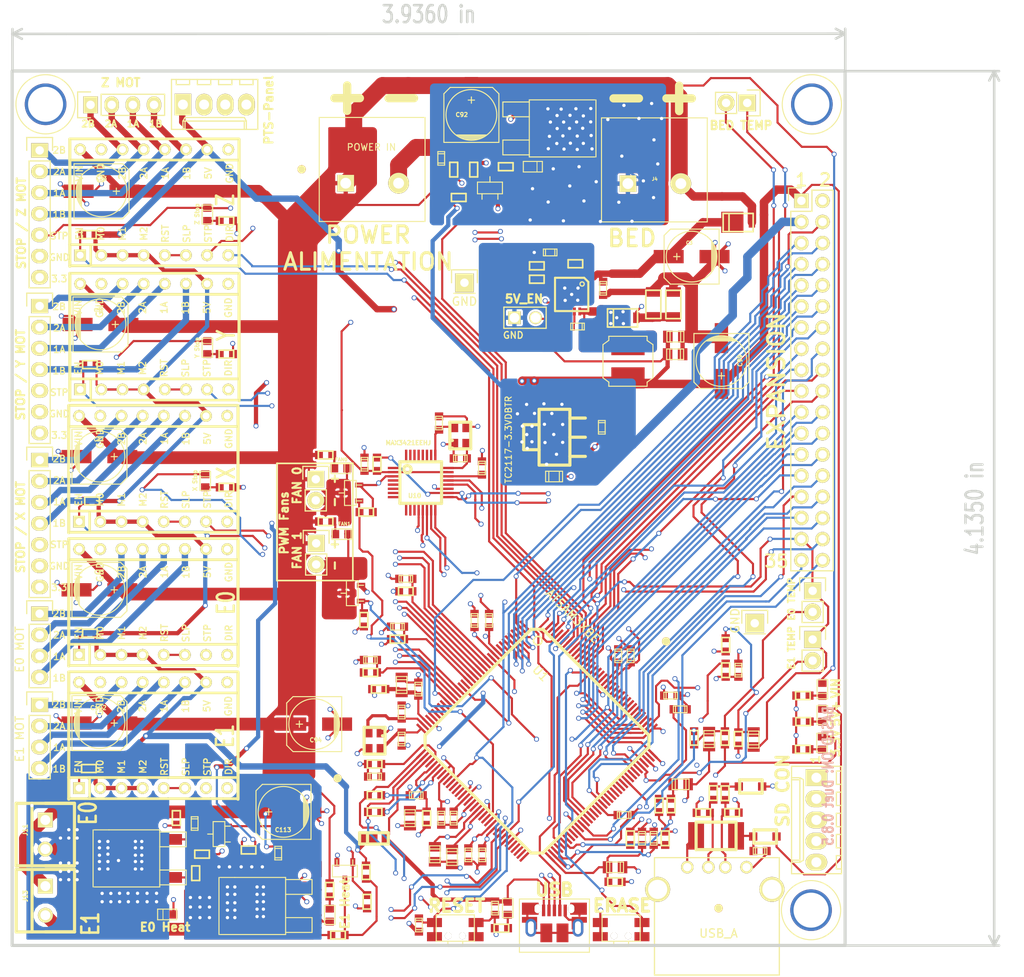
<source format=kicad_pcb>
(kicad_pcb (version 4) (host pcbnew 4.0.2-stable)
  (title_block (title AZOR) (date 2016-08-23) (rev 1.0) (company PresolidTecnologies))
  (layers (0 Front mixed) (1 Inner3 power) (2 Inner2 power) (31 Back mixed) (35 F.Paste user) (36 B.SilkS user) (37 F.SilkS user) (38 B.Mask user) (39 F.Mask user) (44 Edge.Cuts user))
  (net 0 "")
  (net 1 +3.3V)
  (net 2 +5V)
  (net 3 /Processor/VDDCORE)
  (net 4 AD0)
  (net 5 AD13)
  (net 6 AD14)
  (net 7 ADVREF)
  (net 8 BED-)
  (net 9 BED_PWM)
  (net 10 BED_THERMISTOR)
  (net 11 DFSDM)
  (net 12 DFSDP)
  (net 13 DHSDM)
  (net 14 DHSDP)
  (net 15 E0-)
  (net 16 E0_DIR)
  (net 17 E0_EN)
  (net 18 E0_MOT_1A)
  (net 19 E0_MOT_1B)
  (net 20 E0_MOT_2A)
  (net 21 E0_MOT_2B)
  (net 22 E0_PWM)
  (net 23 E0_STEP)
  (net 24 E0_STOP)
  (net 25 E0_STOP_CONN)
  (net 26 E0_THERMISTOR)
  (net 27 E1-)
  (net 28 E1_DIR)
  (net 29 E1_EN)
  (net 30 E1_MOT_1A)
  (net 31 E1_MOT_1B)
  (net 32 E1_MOT_2A)
  (net 33 E1_MOT_2B)
  (net 34 E1_PWM)
  (net 35 E1_STEP)
  (net 36 E1_THERMISTOR)
  (net 37 FAN0-)
  (net 38 FAN0_PWM)
  (net 39 FAN1-)
  (net 40 FAN1_PWM)
  (net 41 GND)
  (net 42 PA14)
  (net 43 PB14/PWMH2)
  (net 44 PB16/DAC1)
  (net 45 PB22)
  (net 46 PB23)
  (net 47 PB24)
  (net 48 PC17)
  (net 49 PC20_PWMH4)
  (net 50 PC21_INT_D9)
  (net 51 PC22_GPX_D8)
  (net 52 PC23_PWML6)
  (net 53 PC28)
  (net 54 PC29)
  (net 55 PC30)
  (net 56 PC7_PWMH2)
  (net 57 PD9)
  (net 58 RESET)
  (net 59 RXD0)
  (net 60 RXD1)
  (net 61 SOFT_SPI_SCK)
  (net 62 SPI0_MISO)
  (net 63 SPI0_MOSI)
  (net 64 SPI0_NPCS0)
  (net 65 SPI0_NPCS1)
  (net 66 SPI0_SPCK)
  (net 67 TWCK1)
  (net 68 TWD1)
  (net 69 TXD0)
  (net 70 TXD1)
  (net 71 UOTGID)
  (net 72 URXD)
  (net 73 UTXD)
  (net 74 VBUS)
  (net 75 VDDANA)
  (net 76 VDDUTMI)
  (net 77 VSSA)
  (net 78 V_IN)
  (net 79 X_DIR)
  (net 80 X_EN)
  (net 81 X_MOT_1A)
  (net 82 X_MOT_1B)
  (net 83 X_MOT_2A)
  (net 84 X_MOT_2B)
  (net 85 X_STEP)
  (net 86 X_STOP)
  (net 87 X_STOP_CONN)
  (net 88 Y_DIR)
  (net 89 Y_EN)
  (net 90 Y_MOT_1A)
  (net 91 Y_MOT_1B)
  (net 92 Y_MOT_2A)
  (net 93 Y_MOT_2B)
  (net 94 Y_STEP)
  (net 95 Y_STOP)
  (net 96 Y_STOP_CONN)
  (net 97 Z_DIR)
  (net 98 Z_EN)
  (net 99 Z_MOT_1A)
  (net 100 Z_MOT_1B)
  (net 101 Z_MOT_2A)
  (net 102 Z_MOT_2B)
  (net 103 Z_STEP)
  (net 104 Z_STOP)
  (net 105 Z_STOP_CONN)
  (net 106 "Net-(C1-Pad1)")
  (net 107 "Net-(C5-Pad1)")
  (net 108 "Net-(C44-Pad1)")
  (net 109 "Net-(C45-Pad1)")
  (net 110 "Net-(C65-Pad1)")
  (net 111 "Net-(C66-Pad1)")
  (net 112 "Net-(C90-Pad2)")
  (net 113 "Net-(C96-Pad1)")
  (net 114 "Net-(C96-Pad2)")
  (net 115 "Net-(C114-Pad1)")
  (net 116 "Net-(C115-Pad1)")
  (net 117 "Net-(C116-Pad1)")
  (net 118 "Net-(C117-Pad2)")
  (net 119 "Net-(D2-Pad1)")
  (net 120 "Net-(D3-Pad2)")
  (net 121 "Net-(D6-Pad1)")
  (net 122 "Net-(D7-Pad1)")
  (net 123 "Net-(D8-Pad1)")
  (net 124 "Net-(D9-Pad1)")
  (net 125 "Net-(D10-Pad1)")
  (net 126 "Net-(D12-Pad1)")
  (net 127 "Net-(D15-Pad2)")
  (net 128 "Net-(D16-Pad2)")
  (net 129 "Net-(D17-Pad2)")
  (net 130 "Net-(D20-Pad1)")
  (net 131 "Net-(D21-Pad1)")
  (net 132 "Net-(D50-Pad1)")
  (net 133 "Net-(D50-Pad2)")
  (net 134 "Net-(D51-Pad2)")
  (net 135 "Net-(F1-Pad1)")
  (net 136 "Net-(JP9-Pad2)")
  (net 137 "Net-(R18-Pad2)")
  (net 138 "Net-(R20-Pad2)")
  (net 139 "Net-(R22-Pad2)")
  (net 140 "Net-(R23-Pad2)")
  (net 141 "Net-(R79-Pad2)")
  (net 142 "Net-(R80-Pad2)")
  (net 143 "Net-(R81-Pad2)")
  (net 144 "Net-(R82-Pad2)")
  (net 145 "Net-(R84-Pad2)")
  (net 146 "Net-(R87-Pad1)")
  (net 147 "Net-(R97-Pad2)")
  (net 148 "Net-(S2-Pad1)")
  (net 149 "Net-(U1-Pad1)")
  (net 150 TWD0)
  (net 151 "Net-(U1-Pad28)")
  (net 152 "Net-(U1-Pad29)")
  (net 153 "Net-(U1-Pad30)")
  (net 154 "Net-(U1-Pad31)")
  (net 155 "Net-(U1-Pad32)")
  (net 156 PB15/DAC0)
  (net 157 MCDA3)
  (net 158 MCDA2)
  (net 159 MCDA1)
  (net 160 AD10)
  (net 161 AD11)
  (net 162 PC11)
  (net 163 PC12)
  (net 164 PC13)
  (net 165 PC14)
  (net 166 PC15)
  (net 167 PC16)
  (net 168 PC18_PWMH6)
  (net 169 PC19_PWMH5)
  (net 170 MCDA0)
  (net 171 "Net-(U1-Pad48)")
  (net 172 "Net-(U1-Pad49)")
  (net 173 "Net-(U1-Pad50)")
  (net 174 "Net-(U1-Pad53)")
  (net 175 UFAULT)
  (net 176 NRST)
  (net 177 TWCK0)
  (net 178 MCCK)
  (net 179 MCCDA)
  (net 180 ENET_REF_CLK)
  (net 181 ENET_TX_EN)
  (net 182 ENET_TXD0)
  (net 183 PC10)
  (net 184 ENET_TXD1)
  (net 185 ENET_CRS)
  (net 186 ENET_RXD0)
  (net 187 ENET_RXD1)
  (net 188 ENET_RX_ER)
  (net 189 ENET_MDC)
  (net 190 ENET_MDIO)
  (net 191 UOTGVBOF)
  (net 192 "Net-(U1-Pad144)")
  (net 193 "Net-(U5-Pad5)")
  (net 194 "Net-(U6-Pad5)")
  (net 195 "Net-(U7-Pad5)")
  (net 196 "Net-(U8-Pad5)")
  (net 197 "Net-(U10-Pad1)")
  (net 198 "Net-(U10-Pad4)")
  (net 199 "Net-(U10-Pad5)")
  (net 200 "Net-(U10-Pad6)")
  (net 201 "Net-(U10-Pad7)")
  (net 202 "Net-(U10-Pad8)")
  (net 203 "Net-(U10-Pad9)")
  (net 204 "Net-(U10-Pad10)")
  (net 205 "Net-(U10-Pad11)")
  (net 206 "Net-(U10-Pad26)")
  (net 207 "Net-(U10-Pad27)")
  (net 208 "Net-(U10-Pad28)")
  (net 209 "Net-(U10-Pad29)")
  (net 210 "Net-(U10-Pad30)")
  (net 211 "Net-(U10-Pad31)")
  (net 212 "Net-(U10-Pad32)")
  (net 213 "Net-(U11-Pad5)")
  (net 214 "Net-(U1-Pad8)")
  (net 215 "Net-(U1-Pad21)")
  (net 216 D-)
  (net 217 D+)
  (module L_1812 (layer Front) (at 162.31 127.09 270)
    (fp_text reference F1 hide)
    (fp_text value L-EUL1812 hide)
    (pad 1 smd rect (at 1.65 0 270) (size 3.3 1.91) (layers Front F.Paste F.Mask) (net 135 "Net-(F1-Pad1)"))
    (pad 2 smd rect (at 1.65 -4.8 270) (size 3.3 1.91) (layers Front F.Paste F.Mask) (net 115 "Net-(C114-Pad1)"))
  )
  (module D-PAK (layer Front) (at 93.091 131.445 90)
    (fp_text reference TR4 hide)
    (fp_text value IPD036N04L hide)
    (pad G smd rect (at -2.286 6.35 90) (size 1.30048 2.30124) (layers Front F.Paste F.Mask) (net 140 "Net-(R23-Pad2)"))
    (pad D smd rect (at 0 0 90) (size 5.90042 6.49986) (layers Front F.Paste F.Mask) (net 15 E0-))
    (pad S smd rect (at 2.286 6.35 90) (size 1.30048 2.30124) (layers Front F.Paste F.Mask) (net 41 GND))
  )
  (module PHOENIX_CONNECTOR_2 (layer Front) (at 87.68 132.33 90)
    (fp_text reference J11 (at 4.3 -5.9 90) (layer F.SilkS) (effects (font (size 0.524 0.524) (thickness 0.131))))
    (fp_text value "E0 HEAT" hide)
    (pad 1 thru_hole rect (at 5.5 -3.5 90) (size 1.8 1.8) (drill 1.19888) (layers *.Cu *.Mask F.SilkS) (net 78 V_IN))
    (pad 2 thru_hole circle (at 2 -3.5 90) (size 1.8 1.8) (drill 1.19888) (layers *.Cu *.Mask F.SilkS) (net 15 E0-))
  )
  (module SOT-23 (layer Front) (at 120.8 87.55 90)
    (fp_text reference TR5 hide)
    (fp_text value PMV40UN2 hide)
    (pad G smd rect (at -0.9525 1.05664 90) (size 0.59944 1.00076) (layers Front F.Paste F.Mask) (net 38 FAN0_PWM))
    (pad D smd rect (at 0 -1.05664 90) (size 0.59944 1.00076) (layers Front F.Paste F.Mask) (net 37 FAN0-))
    (pad S smd rect (at 0.9525 1.05664 90) (size 0.59944 1.00076) (layers Front F.Paste F.Mask) (net 41 GND))
  )
  (module D_0603 (layer Front) (at 118.33 138.24 90)
    (fp_text reference D20 hide)
    (fp_text value "E1 Heat" (at 1.334 1.812 90) (layer F.SilkS) (effects (font (thickness 0.25))))
    (pad 2 smd rect (at -0.8001 0 90) (size 0.94996 1.00076) (layers Front F.Paste F.Mask) (net 27 E1-))
    (pad 1 smd rect (at 0.762 0 90) (size 0.94996 1.00076) (layers Front F.Paste F.Mask) (net 130 "Net-(D20-Pad1)"))
  )
  (module uUSB_new (layer Front) (at 145.3 140.52)
    (fp_text reference J22 hide)
    (fp_text value USB (at -0.01 -5.31) (layer F.SilkS) (effects (font (size 1.5 1.5) (thickness 0.375))))
    (pad CE smd rect (at -0.97 -0.13) (size 1.425 2.25) (layers Front F.Paste F.Mask) (net 41 GND))
    (pad CE smd rect (at 0.97 -0.13) (size 1.425 2.25) (layers Front F.Paste F.Mask) (net 41 GND))
    (pad CE smd rect (at -2.9875 -1.7) (size 1.825 0.7) (layers Front F.Paste F.Mask) (net 41 GND))
    (pad CE smd rect (at 2.9875 -1.7) (size 1.825 0.7) (layers Front F.Paste F.Mask) (net 41 GND))
    (pad CE smd rect (at -2.9 -3.03) (size 2 1.46) (layers Front F.Paste F.Mask) (net 41 GND))
    (pad CE thru_hole oval (at -2.025 -3.03) (size 0.7112 1.05) (drill oval 0.7112 1.05) (layers *.Cu *.Mask F.SilkS) (net 41 GND))
    (pad 3 smd rect (at 0 -2.825) (size 0.4 1.4) (layers Front F.Paste F.Mask) (net 14 DHSDP))
    (pad 2 smd rect (at -0.65 -2.825) (size 0.4 1.4) (layers Front F.Paste F.Mask) (net 13 DHSDM))
    (pad 1 smd rect (at -1.3 -2.825) (size 0.4 1.4) (layers Front F.Paste F.Mask) (net 74 VBUS))
    (pad 4 smd rect (at 0.65 -2.825) (size 0.4 1.4) (layers Front F.Paste F.Mask) (net 71 UOTGID))
    (pad 5 smd rect (at 1.3 -2.825) (size 0.4 1.4) (layers Front F.Paste F.Mask) (net 41 GND))
    (pad CE thru_hole oval (at -2.825 -0.75) (size 1.3 2.15) (drill oval 0.7112 1.55) (layers *.Cu *.Mask F.Paste) (net 41 GND))
    (pad CE thru_hole oval (at 2.825 -0.75) (size 1.3 2.15) (drill oval 0.7112 1.55) (layers *.Cu *.Mask F.Paste) (net 41 GND))
    (pad CE smd rect (at -2.725 -0.95) (size 1.3 0.8) (layers Front F.Paste F.Mask) (net 41 GND))
    (pad CE smd rect (at 2.725 -0.95) (size 1.3 0.8) (layers Front F.Paste F.Mask) (net 41 GND))
    (pad CE smd rect (at 2.9 -3.03) (size 2 1.46) (layers Front F.Paste F.Mask) (net 41 GND))
    (pad CE thru_hole oval (at 2.025 -3.03) (size 0.7112 1.05) (drill oval 0.7112 1.05) (layers *.Cu *.Mask F.SilkS) (net 41 GND))
  )
  (module L_6x6 (layer Front) (at 154.13 71.73)
    (fp_text reference L1 hide)
    (fp_text value 10uH hide)
    (pad 1 smd rect (at 0 2) (size 4 2.54) (layers Front F.Paste F.Mask) (net 2 +5V))
    (pad 2 smd rect (at 0 -2) (size 4 2.54) (layers Front F.Paste F.Mask) (net 114 "Net-(C96-Pad2)"))
  )
  (module DRV8825 (layer Front) (at 86.995 108.331 90)
    (fp_text reference U8 hide)
    (fp_text value DRV8825_ hide)
    (pad 9 thru_hole circle (at 14.0335 19.0246) (size 1.397 1.397) (drill 0.8128) (layers *.Cu *.Mask F.SilkS) (net 41 GND))
    (pad 10 thru_hole circle (at 14.0335 16.4846) (size 1.397 1.397) (drill 0.8128) (layers *.Cu *.Mask F.SilkS) (net 2 +5V))
    (pad 11 thru_hole circle (at 14.0335 13.9446) (size 1.397 1.397) (drill 0.8128) (layers *.Cu *.Mask F.SilkS) (net 19 E0_MOT_1B))
    (pad 12 thru_hole circle (at 14.0335 11.4046) (size 1.397 1.397) (drill 0.8128) (layers *.Cu *.Mask F.SilkS) (net 18 E0_MOT_1A))
    (pad 13 thru_hole circle (at 14.0335 8.8646) (size 1.397 1.397) (drill 0.8128) (layers *.Cu *.Mask F.SilkS) (net 20 E0_MOT_2A))
    (pad 14 thru_hole circle (at 14.0335 6.3246) (size 1.397 1.397) (drill 0.8128) (layers *.Cu *.Mask F.SilkS) (net 21 E0_MOT_2B))
    (pad 15 thru_hole circle (at 14.0335 3.7846) (size 1.397 1.397) (drill 0.8128) (layers *.Cu *.Mask F.SilkS) (net 41 GND))
    (pad 16 thru_hole circle (at 14.0335 1.2446) (size 1.397 1.397) (drill 0.8128) (layers *.Cu *.Mask F.SilkS) (net 78 V_IN))
    (pad 16 thru_hole circle (at 14.0335 1.2446) (size 1.397 1.397) (drill 0.8128) (layers *.Cu *.Mask F.SilkS) (net 78 V_IN))
    (pad 15 thru_hole circle (at 14.0335 3.7846) (size 1.397 1.397) (drill 0.8128) (layers *.Cu *.Mask F.SilkS) (net 41 GND))
    (pad 14 thru_hole circle (at 14.0335 6.3246) (size 1.397 1.397) (drill 0.8128) (layers *.Cu *.Mask F.SilkS) (net 21 E0_MOT_2B))
    (pad 13 thru_hole circle (at 14.0335 8.8646) (size 1.397 1.397) (drill 0.8128) (layers *.Cu *.Mask F.SilkS) (net 20 E0_MOT_2A))
    (pad 12 thru_hole circle (at 14.0335 11.4046) (size 1.397 1.397) (drill 0.8128) (layers *.Cu *.Mask F.SilkS) (net 18 E0_MOT_1A))
    (pad 11 thru_hole circle (at 14.0335 13.9446) (size 1.397 1.397) (drill 0.8128) (layers *.Cu *.Mask F.SilkS) (net 19 E0_MOT_1B))
    (pad 10 thru_hole circle (at 14.0335 16.4846) (size 1.397 1.397) (drill 0.8128) (layers *.Cu *.Mask F.SilkS) (net 2 +5V))
    (pad 9 thru_hole circle (at 14.0335 19.0246) (size 1.397 1.397) (drill 0.8128) (layers *.Cu *.Mask F.SilkS) (net 41 GND))
    (pad 8 thru_hole circle (at 1.3335 19.0246) (size 1.397 1.397) (drill 0.8128) (layers *.Cu *.Mask F.SilkS) (net 16 E0_DIR))
    (pad 7 thru_hole circle (at 1.3335 16.4846) (size 1.397 1.397) (drill 0.8128) (layers *.Cu *.Mask F.SilkS) (net 23 E0_STEP))
    (pad 6 thru_hole circle (at 1.3335 13.9446) (size 1.397 1.397) (drill 0.8128) (layers *.Cu *.Mask F.SilkS) (net 196 "Net-(U8-Pad5)"))
    (pad 5 thru_hole circle (at 1.3335 11.4046) (size 1.397 1.397) (drill 0.8128) (layers *.Cu *.Mask F.SilkS) (net 196 "Net-(U8-Pad5)"))
    (pad 4 thru_hole circle (at 1.3335 8.8646) (size 1.397 1.397) (drill 0.8128) (layers *.Cu *.Mask F.SilkS) (net 2 +5V))
    (pad 3 thru_hole circle (at 1.3335 6.3246) (size 1.397 1.397) (drill 0.8128) (layers *.Cu *.Mask F.SilkS) (net 2 +5V))
    (pad 2 thru_hole circle (at 1.3335 3.7846) (size 1.397 1.397) (drill 0.8128) (layers *.Cu *.Mask F.SilkS) (net 2 +5V))
    (pad 1 thru_hole rect (at 1.3335 1.2446) (size 1.397 1.397) (drill 0.8128) (layers *.Cu *.Mask F.SilkS) (net 17 E0_EN))
    (pad 1 thru_hole rect (at 1.3335 1.2446) (size 1.397 1.397) (drill 0.8128) (layers *.Cu *.Mask F.SilkS) (net 17 E0_EN))
    (pad 2 thru_hole circle (at 1.3335 3.7846) (size 1.397 1.397) (drill 0.8128) (layers *.Cu *.Mask F.SilkS) (net 2 +5V))
    (pad 3 thru_hole circle (at 1.3335 6.3246) (size 1.397 1.397) (drill 0.8128) (layers *.Cu *.Mask F.SilkS) (net 2 +5V))
    (pad 4 thru_hole circle (at 1.3335 8.8646) (size 1.397 1.397) (drill 0.8128) (layers *.Cu *.Mask F.SilkS) (net 2 +5V))
    (pad 5 thru_hole circle (at 1.3335 11.4046) (size 1.397 1.397) (drill 0.8128) (layers *.Cu *.Mask F.SilkS) (net 196 "Net-(U8-Pad5)"))
    (pad 6 thru_hole circle (at 1.3335 13.9446) (size 1.397 1.397) (drill 0.8128) (layers *.Cu *.Mask F.SilkS) (net 196 "Net-(U8-Pad5)"))
    (pad 7 thru_hole circle (at 1.3335 16.4846) (size 1.397 1.397) (drill 0.8128) (layers *.Cu *.Mask F.SilkS) (net 23 E0_STEP))
    (pad 8 thru_hole circle (at 1.3335 19.0246) (size 1.397 1.397) (drill 0.8128) (layers *.Cu *.Mask F.SilkS) (net 16 E0_DIR))
  )
  (module DRV8825 (layer Front) (at 86.995 124.333 90)
    (fp_text reference U11 hide)
    (fp_text value DRV8825_ hide)
    (pad 9 thru_hole circle (at 14.0335 19.0246) (size 1.397 1.397) (drill 0.8128) (layers *.Cu *.Mask F.SilkS) (net 41 GND))
    (pad 10 thru_hole circle (at 14.0335 16.4846) (size 1.397 1.397) (drill 0.8128) (layers *.Cu *.Mask F.SilkS) (net 2 +5V))
    (pad 11 thru_hole circle (at 14.0335 13.9446) (size 1.397 1.397) (drill 0.8128) (layers *.Cu *.Mask F.SilkS) (net 31 E1_MOT_1B))
    (pad 12 thru_hole circle (at 14.0335 11.4046) (size 1.397 1.397) (drill 0.8128) (layers *.Cu *.Mask F.SilkS) (net 30 E1_MOT_1A))
    (pad 13 thru_hole circle (at 14.0335 8.8646) (size 1.397 1.397) (drill 0.8128) (layers *.Cu *.Mask F.SilkS) (net 32 E1_MOT_2A))
    (pad 14 thru_hole circle (at 14.0335 6.3246) (size 1.397 1.397) (drill 0.8128) (layers *.Cu *.Mask F.SilkS) (net 33 E1_MOT_2B))
    (pad 15 thru_hole circle (at 14.0335 3.7846) (size 1.397 1.397) (drill 0.8128) (layers *.Cu *.Mask F.SilkS) (net 41 GND))
    (pad 16 thru_hole circle (at 14.0335 1.2446) (size 1.397 1.397) (drill 0.8128) (layers *.Cu *.Mask F.SilkS) (net 78 V_IN))
    (pad 16 thru_hole circle (at 14.0335 1.2446) (size 1.397 1.397) (drill 0.8128) (layers *.Cu *.Mask F.SilkS) (net 78 V_IN))
    (pad 15 thru_hole circle (at 14.0335 3.7846) (size 1.397 1.397) (drill 0.8128) (layers *.Cu *.Mask F.SilkS) (net 41 GND))
    (pad 14 thru_hole circle (at 14.0335 6.3246) (size 1.397 1.397) (drill 0.8128) (layers *.Cu *.Mask F.SilkS) (net 33 E1_MOT_2B))
    (pad 13 thru_hole circle (at 14.0335 8.8646) (size 1.397 1.397) (drill 0.8128) (layers *.Cu *.Mask F.SilkS) (net 32 E1_MOT_2A))
    (pad 12 thru_hole circle (at 14.0335 11.4046) (size 1.397 1.397) (drill 0.8128) (layers *.Cu *.Mask F.SilkS) (net 30 E1_MOT_1A))
    (pad 11 thru_hole circle (at 14.0335 13.9446) (size 1.397 1.397) (drill 0.8128) (layers *.Cu *.Mask F.SilkS) (net 31 E1_MOT_1B))
    (pad 10 thru_hole circle (at 14.0335 16.4846) (size 1.397 1.397) (drill 0.8128) (layers *.Cu *.Mask F.SilkS) (net 2 +5V))
    (pad 9 thru_hole circle (at 14.0335 19.0246) (size 1.397 1.397) (drill 0.8128) (layers *.Cu *.Mask F.SilkS) (net 41 GND))
    (pad 8 thru_hole circle (at 1.3335 19.0246) (size 1.397 1.397) (drill 0.8128) (layers *.Cu *.Mask F.SilkS) (net 28 E1_DIR))
    (pad 7 thru_hole circle (at 1.3335 16.4846) (size 1.397 1.397) (drill 0.8128) (layers *.Cu *.Mask F.SilkS) (net 35 E1_STEP))
    (pad 6 thru_hole circle (at 1.3335 13.9446) (size 1.397 1.397) (drill 0.8128) (layers *.Cu *.Mask F.SilkS) (net 213 "Net-(U11-Pad5)"))
    (pad 5 thru_hole circle (at 1.3335 11.4046) (size 1.397 1.397) (drill 0.8128) (layers *.Cu *.Mask F.SilkS) (net 213 "Net-(U11-Pad5)"))
    (pad 4 thru_hole circle (at 1.3335 8.8646) (size 1.397 1.397) (drill 0.8128) (layers *.Cu *.Mask F.SilkS) (net 2 +5V))
    (pad 3 thru_hole circle (at 1.3335 6.3246) (size 1.397 1.397) (drill 0.8128) (layers *.Cu *.Mask F.SilkS) (net 2 +5V))
    (pad 2 thru_hole circle (at 1.3335 3.7846) (size 1.397 1.397) (drill 0.8128) (layers *.Cu *.Mask F.SilkS) (net 2 +5V))
    (pad 1 thru_hole rect (at 1.3335 1.2446) (size 1.397 1.397) (drill 0.8128) (layers *.Cu *.Mask F.SilkS) (net 29 E1_EN))
    (pad 1 thru_hole rect (at 1.3335 1.2446) (size 1.397 1.397) (drill 0.8128) (layers *.Cu *.Mask F.SilkS) (net 29 E1_EN))
    (pad 2 thru_hole circle (at 1.3335 3.7846) (size 1.397 1.397) (drill 0.8128) (layers *.Cu *.Mask F.SilkS) (net 2 +5V))
    (pad 3 thru_hole circle (at 1.3335 6.3246) (size 1.397 1.397) (drill 0.8128) (layers *.Cu *.Mask F.SilkS) (net 2 +5V))
    (pad 4 thru_hole circle (at 1.3335 8.8646) (size 1.397 1.397) (drill 0.8128) (layers *.Cu *.Mask F.SilkS) (net 2 +5V))
    (pad 5 thru_hole circle (at 1.3335 11.4046) (size 1.397 1.397) (drill 0.8128) (layers *.Cu *.Mask F.SilkS) (net 213 "Net-(U11-Pad5)"))
    (pad 6 thru_hole circle (at 1.3335 13.9446) (size 1.397 1.397) (drill 0.8128) (layers *.Cu *.Mask F.SilkS) (net 213 "Net-(U11-Pad5)"))
    (pad 7 thru_hole circle (at 1.3335 16.4846) (size 1.397 1.397) (drill 0.8128) (layers *.Cu *.Mask F.SilkS) (net 35 E1_STEP))
    (pad 8 thru_hole circle (at 1.3335 19.0246) (size 1.397 1.397) (drill 0.8128) (layers *.Cu *.Mask F.SilkS) (net 28 E1_DIR))
  )
  (module LQFP144 (layer Front) (at 143.21028 117.36324 45)
    (fp_text reference U1 (at 6.061998 -5.454282 135) (layer F.SilkS) (effects (font (size 1.016 1.016) (thickness 0.1524))))
    (fp_text value ATSAM3X8E (at 13.657174 -7.593705 135) (layer F.SilkS) (effects (font (size 1.016 1.016) (thickness 0.1524))))
    (pad 1 smd rect (at 8.7503 -10.89914 45) (size 0.2794 1.50114) (layers Front F.Paste F.Mask) (net 149 "Net-(U1-Pad1)"))
    (pad 2 smd rect (at 8.24992 -10.89914 45) (size 0.2794 1.50114) (layers Front F.Paste F.Mask) (net 73 UTXD))
    (pad 3 smd rect (at 7.74954 -10.89914 45) (size 0.2794 1.50114) (layers Front F.Paste F.Mask) (net 59 RXD0))
    (pad 4 smd rect (at 7.24916 -10.89914 45) (size 0.2794 1.50114) (layers Front F.Paste F.Mask) (net 69 TXD0))
    (pad 5 smd rect (at 6.74878 -10.89914 45) (size 0.2794 1.50114) (layers Front F.Paste F.Mask) (net 60 RXD1))
    (pad 6 smd rect (at 6.25094 -10.89914 45) (size 0.2794 1.50114) (layers Front F.Paste F.Mask) (net 70 TXD1))
    (pad 7 smd rect (at 5.75056 -10.89914 45) (size 0.2794 1.50114) (layers Front F.Paste F.Mask) (net 42 PA14))
    (pad 8 smd rect (at 5.25018 -10.89914 45) (size 0.2794 1.50114) (layers Front F.Paste F.Mask) (net 214 "Net-(U1-Pad8)"))
    (pad 9 smd rect (at 4.7498 -10.89914 45) (size 0.2794 1.50114) (layers Front F.Paste F.Mask) (net 150 TWD0))
    (pad 10 smd rect (at 4.24942 -10.89914 45) (size 0.2794 1.50114) (layers Front F.Paste F.Mask) (net 3 /Processor/VDDCORE))
    (pad 11 smd rect (at 3.74904 -10.89914 45) (size 0.2794 1.50114) (layers Front F.Paste F.Mask) (net 1 +3.3V))
    (pad 12 smd rect (at 3.2512 -10.89914 45) (size 0.2794 1.50114) (layers Front F.Paste F.Mask) (net 41 GND))
    (pad 13 smd rect (at 2.75082 -10.89914 45) (size 0.2794 1.50114) (layers Front F.Paste F.Mask) (net 94 Y_STEP))
    (pad 14 smd rect (at 2.25044 -10.89914 45) (size 0.2794 1.50114) (layers Front F.Paste F.Mask) (net 88 Y_DIR))
    (pad 15 smd rect (at 1.75006 -10.89914 45) (size 0.2794 1.50114) (layers Front F.Paste F.Mask) (net 89 Y_EN))
    (pad 16 smd rect (at 1.24968 -10.89914 45) (size 0.2794 1.50114) (layers Front F.Paste F.Mask) (net 95 Y_STOP))
    (pad 17 smd rect (at 0.7493 -10.89914 45) (size 0.2794 1.50114) (layers Front F.Paste F.Mask) (net 85 X_STEP))
    (pad 18 smd rect (at 0.24892 -10.89914 45) (size 0.2794 1.50114) (layers Front F.Paste F.Mask) (net 79 X_DIR))
    (pad 19 smd rect (at -0.24892 -10.89914 45) (size 0.2794 1.50114) (layers Front F.Paste F.Mask) (net 80 X_EN))
    (pad 20 smd rect (at -0.7493 -10.89914 45) (size 0.2794 1.50114) (layers Front F.Paste F.Mask) (net 86 X_STOP))
    (pad 21 smd rect (at -1.24968 -10.89914 45) (size 0.2794 1.50114) (layers Front F.Paste F.Mask) (net 215 "Net-(U1-Pad21)"))
    (pad 22 smd rect (at -1.75006 -10.89914 45) (size 0.2794 1.50114) (layers Front F.Paste F.Mask) (net 57 PD9))
    (pad 23 smd rect (at -2.25044 -10.89914 45) (size 0.2794 1.50114) (layers Front F.Paste F.Mask) (net 23 E0_STEP))
    (pad 24 smd rect (at -2.75082 -10.89914 45) (size 0.2794 1.50114) (layers Front F.Paste F.Mask) (net 16 E0_DIR))
    (pad 25 smd rect (at -3.2512 -10.89914 45) (size 0.2794 1.50114) (layers Front F.Paste F.Mask) (net 17 E0_EN))
    (pad 26 smd rect (at -3.74904 -10.89914 45) (size 0.2794 1.50114) (layers Front F.Paste F.Mask) (net 24 E0_STOP))
    (pad 27 smd rect (at -4.24942 -10.89914 45) (size 0.2794 1.50114) (layers Front F.Paste F.Mask) (net 72 URXD))
    (pad 28 smd rect (at -4.7498 -10.89914 45) (size 0.2794 1.50114) (layers Front F.Paste F.Mask) (net 151 "Net-(U1-Pad28)"))
    (pad 29 smd rect (at -5.25018 -10.89914 45) (size 0.2794 1.50114) (layers Front F.Paste F.Mask) (net 152 "Net-(U1-Pad29)"))
    (pad 30 smd rect (at -5.75056 -10.89914 45) (size 0.2794 1.50114) (layers Front F.Paste F.Mask) (net 153 "Net-(U1-Pad30)"))
    (pad 31 smd rect (at -6.25094 -10.89914 45) (size 0.2794 1.50114) (layers Front F.Paste F.Mask) (net 154 "Net-(U1-Pad31)"))
    (pad 32 smd rect (at -6.74878 -10.89914 45) (size 0.2794 1.50114) (layers Front F.Paste F.Mask) (net 155 "Net-(U1-Pad32)"))
    (pad 33 smd rect (at -7.24916 -10.89914 45) (size 0.2794 1.50114) (layers Front F.Paste F.Mask) (net 41 GND))
    (pad 34 smd rect (at -7.74954 -10.89914 45) (size 0.2794 1.50114) (layers Front F.Paste F.Mask) (net 111 "Net-(C66-Pad1)"))
    (pad 35 smd rect (at -8.24992 -10.89914 45) (size 0.2794 1.50114) (layers Front F.Paste F.Mask) (net 108 "Net-(C44-Pad1)"))
    (pad 36 smd rect (at -8.7503 -10.89914 45) (size 0.2794 1.50114) (layers Front F.Paste F.Mask) (net 109 "Net-(C45-Pad1)"))
    (pad 73 smd rect (at -8.7503 10.89914 45) (size 0.2794 1.50114) (layers Front F.Paste F.Mask) (net 75 VDDANA))
    (pad 74 smd rect (at -8.24992 10.89914 45) (size 0.2794 1.50114) (layers Front F.Paste F.Mask) (net 77 VSSA))
    (pad 75 smd rect (at -7.74954 10.89914 45) (size 0.2794 1.50114) (layers Front F.Paste F.Mask) (net 7 ADVREF))
    (pad 76 smd rect (at -7.24916 10.89914 45) (size 0.2794 1.50114) (layers Front F.Paste F.Mask) (net 156 PB15/DAC0))
    (pad 77 smd rect (at -6.74878 10.89914 45) (size 0.2794 1.50114) (layers Front F.Paste F.Mask) (net 44 PB16/DAC1))
    (pad 78 smd rect (at -6.25094 10.89914 45) (size 0.2794 1.50114) (layers Front F.Paste F.Mask) (net 144 "Net-(R82-Pad2)"))
    (pad 79 smd rect (at -5.75056 10.89914 45) (size 0.2794 1.50114) (layers Front F.Paste F.Mask) (net 157 MCDA3))
    (pad 80 smd rect (at -5.25018 10.89914 45) (size 0.2794 1.50114) (layers Front F.Paste F.Mask) (net 158 MCDA2))
    (pad 81 smd rect (at -4.7498 10.89914 45) (size 0.2794 1.50114) (layers Front F.Paste F.Mask) (net 159 MCDA1))
    (pad 82 smd rect (at -4.24942 10.89914 45) (size 0.2794 1.50114) (layers Front F.Paste F.Mask) (net 142 "Net-(R80-Pad2)"))
    (pad 83 smd rect (at -3.74904 10.89914 45) (size 0.2794 1.50114) (layers Front F.Paste F.Mask) (net 143 "Net-(R81-Pad2)"))
    (pad 84 smd rect (at -3.2512 10.89914 45) (size 0.2794 1.50114) (layers Front F.Paste F.Mask) (net 104 Z_STOP))
    (pad 85 smd rect (at -2.75082 10.89914 45) (size 0.2794 1.50114) (layers Front F.Paste F.Mask) (net 4 AD0))
    (pad 86 smd rect (at -2.25044 10.89914 45) (size 0.2794 1.50114) (layers Front F.Paste F.Mask) (net 68 TWD1))
    (pad 87 smd rect (at -1.75006 10.89914 45) (size 0.2794 1.50114) (layers Front F.Paste F.Mask) (net 67 TWCK1))
    (pad 88 smd rect (at -1.24968 10.89914 45) (size 0.2794 1.50114) (layers Front F.Paste F.Mask) (net 160 AD10))
    (pad 89 smd rect (at -0.7493 10.89914 45) (size 0.2794 1.50114) (layers Front F.Paste F.Mask) (net 161 AD11))
    (pad 90 smd rect (at -0.24892 10.89914 45) (size 0.2794 1.50114) (layers Front F.Paste F.Mask) (net 112 "Net-(C90-Pad2)"))
    (pad 91 smd rect (at 0.24892 10.89914 45) (size 0.2794 1.50114) (layers Front F.Paste F.Mask) (net 5 AD13))
    (pad 92 smd rect (at 0.7493 10.89914 45) (size 0.2794 1.50114) (layers Front F.Paste F.Mask) (net 6 AD14))
    (pad 93 smd rect (at 1.24968 10.89914 45) (size 0.2794 1.50114) (layers Front F.Paste F.Mask) (net 162 PC11))
    (pad 94 smd rect (at 1.75006 10.89914 45) (size 0.2794 1.50114) (layers Front F.Paste F.Mask) (net 163 PC12))
    (pad 95 smd rect (at 2.25044 10.89914 45) (size 0.2794 1.50114) (layers Front F.Paste F.Mask) (net 164 PC13))
    (pad 96 smd rect (at 2.75082 10.89914 45) (size 0.2794 1.50114) (layers Front F.Paste F.Mask) (net 165 PC14))
    (pad 97 smd rect (at 3.2512 10.89914 45) (size 0.2794 1.50114) (layers Front F.Paste F.Mask) (net 166 PC15))
    (pad 98 smd rect (at 3.74904 10.89914 45) (size 0.2794 1.50114) (layers Front F.Paste F.Mask) (net 167 PC16))
    (pad 99 smd rect (at 4.24942 10.89914 45) (size 0.2794 1.50114) (layers Front F.Paste F.Mask) (net 48 PC17))
    (pad 100 smd rect (at 4.7498 10.89914 45) (size 0.2794 1.50114) (layers Front F.Paste F.Mask) (net 168 PC18_PWMH6))
    (pad 101 smd rect (at 5.25018 10.89914 45) (size 0.2794 1.50114) (layers Front F.Paste F.Mask) (net 169 PC19_PWMH5))
    (pad 102 smd rect (at 5.75056 10.89914 45) (size 0.2794 1.50114) (layers Front F.Paste F.Mask) (net 54 PC29))
    (pad 103 smd rect (at 6.25094 10.89914 45) (size 0.2794 1.50114) (layers Front F.Paste F.Mask) (net 55 PC30))
    (pad 104 smd rect (at 6.74878 10.89914 45) (size 0.2794 1.50114) (layers Front F.Paste F.Mask) (net 3 /Processor/VDDCORE))
    (pad 105 smd rect (at 7.24916 10.89914 45) (size 0.2794 1.50114) (layers Front F.Paste F.Mask) (net 1 +3.3V))
    (pad 106 smd rect (at 7.74954 10.89914 45) (size 0.2794 1.50114) (layers Front F.Paste F.Mask) (net 41 GND))
    (pad 107 smd rect (at 8.24992 10.89914 45) (size 0.2794 1.50114) (layers Front F.Paste F.Mask) (net 170 MCDA0))
    (pad 108 smd rect (at 8.7503 10.89914 45) (size 0.2794 1.50114) (layers Front F.Paste F.Mask) (net 62 SPI0_MISO))
    (pad 37 smd rect (at -10.89914 -8.7503 45) (size 1.50114 0.2794) (layers Front F.Paste F.Mask) (net 14 DHSDP))
    (pad 38 smd rect (at -10.89914 -8.24992 45) (size 1.50114 0.2794) (layers Front F.Paste F.Mask) (net 13 DHSDM))
    (pad 39 smd rect (at -10.89914 -7.74954 45) (size 1.50114 0.2794) (layers Front F.Paste F.Mask) (net 74 VBUS))
    (pad 40 smd rect (at -10.89914 -7.24916 45) (size 1.50114 0.2794) (layers Front F.Paste F.Mask) (net 110 "Net-(C65-Pad1)"))
    (pad 41 smd rect (at -10.89914 -6.74878 45) (size 1.50114 0.2794) (layers Front F.Paste F.Mask) (net 76 VDDUTMI))
    (pad 42 smd rect (at -10.89914 -6.25094 45) (size 1.50114 0.2794) (layers Front F.Paste F.Mask) (net 12 DFSDP))
    (pad 43 smd rect (at -10.89914 -5.75056 45) (size 1.50114 0.2794) (layers Front F.Paste F.Mask) (net 11 DFSDM))
    (pad 44 smd rect (at -10.89914 -5.25018 45) (size 1.50114 0.2794) (layers Front F.Paste F.Mask) (net 41 GND))
    (pad 45 smd rect (at -10.89914 -4.7498 45) (size 1.50114 0.2794) (layers Front F.Paste F.Mask) (net 3 /Processor/VDDCORE))
    (pad 46 smd rect (at -10.89914 -4.24942 45) (size 1.50114 0.2794) (layers Front F.Paste F.Mask) (net 41 GND))
    (pad 47 smd rect (at -10.89914 -3.74904 45) (size 1.50114 0.2794) (layers Front F.Paste F.Mask) (net 58 RESET))
    (pad 48 smd rect (at -10.89914 -3.2512 45) (size 1.50114 0.2794) (layers Front F.Paste F.Mask) (net 171 "Net-(U1-Pad48)"))
    (pad 49 smd rect (at -10.89914 -2.75082 45) (size 1.50114 0.2794) (layers Front F.Paste F.Mask) (net 172 "Net-(U1-Pad49)"))
    (pad 50 smd rect (at -10.89914 -2.25044 45) (size 1.50114 0.2794) (layers Front F.Paste F.Mask) (net 173 "Net-(U1-Pad50)"))
    (pad 51 smd rect (at -10.89914 -1.75006 45) (size 1.50114 0.2794) (layers Front F.Paste F.Mask) (net 41 GND))
    (pad 52 smd rect (at -10.89914 -1.24968 45) (size 1.50114 0.2794) (layers Front F.Paste F.Mask) (net 1 +3.3V))
    (pad 53 smd rect (at -10.89914 -0.7493 45) (size 1.50114 0.2794) (layers Front F.Paste F.Mask) (net 174 "Net-(U1-Pad53)"))
    (pad 54 smd rect (at -10.89914 -0.24892 45) (size 1.50114 0.2794) (layers Front F.Paste F.Mask) (net 41 GND))
    (pad 55 smd rect (at -10.89914 0.24892 45) (size 1.50114 0.2794) (layers Front F.Paste F.Mask) (net 175 UFAULT))
    (pad 56 smd rect (at -10.89914 0.7493 45) (size 1.50114 0.2794) (layers Front F.Paste F.Mask) (net 3 /Processor/VDDCORE))
    (pad 57 smd rect (at -10.89914 1.24968 45) (size 1.50114 0.2794) (layers Front F.Paste F.Mask) (net 1 +3.3V))
    (pad 58 smd rect (at -10.89914 1.75006 45) (size 1.50114 0.2794) (layers Front F.Paste F.Mask) (net 41 GND))
    (pad 59 smd rect (at -10.89914 2.25044 45) (size 1.50114 0.2794) (layers Front F.Paste F.Mask) (net 38 FAN0_PWM))
    (pad 60 smd rect (at -10.89914 2.75082 45) (size 1.50114 0.2794) (layers Front F.Paste F.Mask) (net 28 E1_DIR))
    (pad 61 smd rect (at -10.89914 3.2512 45) (size 1.50114 0.2794) (layers Front F.Paste F.Mask) (net 3 /Processor/VDDCORE))
    (pad 62 smd rect (at -10.89914 3.74904 45) (size 1.50114 0.2794) (layers Front F.Paste F.Mask) (net 1 +3.3V))
    (pad 63 smd rect (at -10.89914 4.24942 45) (size 1.50114 0.2794) (layers Front F.Paste F.Mask) (net 29 E1_EN))
    (pad 64 smd rect (at -10.89914 4.7498 45) (size 1.50114 0.2794) (layers Front F.Paste F.Mask) (net 34 E1_PWM))
    (pad 65 smd rect (at -10.89914 5.25018 45) (size 1.50114 0.2794) (layers Front F.Paste F.Mask) (net 56 PC7_PWMH2))
    (pad 66 smd rect (at -10.89914 5.75056 45) (size 1.50114 0.2794) (layers Front F.Paste F.Mask) (net 22 E0_PWM))
    (pad 67 smd rect (at -10.89914 6.25094 45) (size 1.50114 0.2794) (layers Front F.Paste F.Mask) (net 35 E1_STEP))
    (pad 68 smd rect (at -10.89914 6.74878 45) (size 1.50114 0.2794) (layers Front F.Paste F.Mask) (net 61 SOFT_SPI_SCK))
    (pad 69 smd rect (at -10.89914 7.24916 45) (size 1.50114 0.2794) (layers Front F.Paste F.Mask) (net 176 NRST))
    (pad 70 smd rect (at -10.89914 7.74954 45) (size 1.50114 0.2794) (layers Front F.Paste F.Mask) (net 177 TWCK0))
    (pad 71 smd rect (at -10.89914 8.24992 45) (size 1.50114 0.2794) (layers Front F.Paste F.Mask) (net 178 MCCK))
    (pad 72 smd rect (at -10.89914 8.7503 45) (size 1.50114 0.2794) (layers Front F.Paste F.Mask) (net 179 MCCDA))
    (pad 109 smd rect (at 10.89914 8.7503 45) (size 1.50114 0.2794) (layers Front F.Paste F.Mask) (net 63 SPI0_MOSI))
    (pad 110 smd rect (at 10.89914 8.24992 45) (size 1.50114 0.2794) (layers Front F.Paste F.Mask) (net 66 SPI0_SPCK))
    (pad 111 smd rect (at 10.89914 7.74954 45) (size 1.50114 0.2794) (layers Front F.Paste F.Mask) (net 64 SPI0_NPCS0))
    (pad 112 smd rect (at 10.89914 7.24916 45) (size 1.50114 0.2794) (layers Front F.Paste F.Mask) (net 65 SPI0_NPCS1))
    (pad 113 smd rect (at 10.89914 6.74878 45) (size 1.50114 0.2794) (layers Front F.Paste F.Mask) (net 180 ENET_REF_CLK))
    (pad 114 smd rect (at 10.89914 6.25094 45) (size 1.50114 0.2794) (layers Front F.Paste F.Mask) (net 181 ENET_TX_EN))
    (pad 115 smd rect (at 10.89914 5.75056 45) (size 1.50114 0.2794) (layers Front F.Paste F.Mask) (net 182 ENET_TXD0))
    (pad 116 smd rect (at 10.89914 5.25018 45) (size 1.50114 0.2794) (layers Front F.Paste F.Mask) (net 40 FAN1_PWM))
    (pad 117 smd rect (at 10.89914 4.7498 45) (size 1.50114 0.2794) (layers Front F.Paste F.Mask) (net 183 PC10))
    (pad 118 smd rect (at 10.89914 4.24942 45) (size 1.50114 0.2794) (layers Front F.Paste F.Mask) (net 184 ENET_TXD1))
    (pad 119 smd rect (at 10.89914 3.74904 45) (size 1.50114 0.2794) (layers Front F.Paste F.Mask) (net 185 ENET_CRS))
    (pad 120 smd rect (at 10.89914 3.2512 45) (size 1.50114 0.2794) (layers Front F.Paste F.Mask) (net 186 ENET_RXD0))
    (pad 121 smd rect (at 10.89914 2.75082 45) (size 1.50114 0.2794) (layers Front F.Paste F.Mask) (net 187 ENET_RXD1))
    (pad 122 smd rect (at 10.89914 2.25044 45) (size 1.50114 0.2794) (layers Front F.Paste F.Mask) (net 188 ENET_RX_ER))
    (pad 123 smd rect (at 10.89914 1.75006 45) (size 1.50114 0.2794) (layers Front F.Paste F.Mask) (net 189 ENET_MDC))
    (pad 124 smd rect (at 10.89914 1.24968 45) (size 1.50114 0.2794) (layers Front F.Paste F.Mask) (net 3 /Processor/VDDCORE))
    (pad 125 smd rect (at 10.89914 0.7493 45) (size 1.50114 0.2794) (layers Front F.Paste F.Mask) (net 1 +3.3V))
    (pad 126 smd rect (at 10.89914 0.24892 45) (size 1.50114 0.2794) (layers Front F.Paste F.Mask) (net 41 GND))
    (pad 127 smd rect (at 10.89914 -0.24892 45) (size 1.50114 0.2794) (layers Front F.Paste F.Mask) (net 190 ENET_MDIO))
    (pad 128 smd rect (at 10.89914 -0.7493 45) (size 1.50114 0.2794) (layers Front F.Paste F.Mask) (net 191 UOTGVBOF))
    (pad 129 smd rect (at 10.89914 -1.24968 45) (size 1.50114 0.2794) (layers Front F.Paste F.Mask) (net 71 UOTGID))
    (pad 130 smd rect (at 10.89914 -1.75006 45) (size 1.50114 0.2794) (layers Front F.Paste F.Mask) (net 148 "Net-(S2-Pad1)"))
    (pad 131 smd rect (at 10.89914 -2.25044 45) (size 1.50114 0.2794) (layers Front F.Paste F.Mask) (net 49 PC20_PWMH4))
    (pad 132 smd rect (at 10.89914 -2.75082 45) (size 1.50114 0.2794) (layers Front F.Paste F.Mask) (net 50 PC21_INT_D9))
    (pad 133 smd rect (at 10.89914 -3.2512 45) (size 1.50114 0.2794) (layers Front F.Paste F.Mask) (net 51 PC22_GPX_D8))
    (pad 134 smd rect (at 10.89914 -3.74904 45) (size 1.50114 0.2794) (layers Front F.Paste F.Mask) (net 52 PC23_PWML6))
    (pad 135 smd rect (at 10.89914 -4.24942 45) (size 1.50114 0.2794) (layers Front F.Paste F.Mask) (net 9 BED_PWM))
    (pad 136 smd rect (at 10.89914 -4.7498 45) (size 1.50114 0.2794) (layers Front F.Paste F.Mask) (net 103 Z_STEP))
    (pad 137 smd rect (at 10.89914 -5.25018 45) (size 1.50114 0.2794) (layers Front F.Paste F.Mask) (net 97 Z_DIR))
    (pad 138 smd rect (at 10.89914 -5.75056 45) (size 1.50114 0.2794) (layers Front F.Paste F.Mask) (net 98 Z_EN))
    (pad 139 smd rect (at 10.89914 -6.25094 45) (size 1.50114 0.2794) (layers Front F.Paste F.Mask) (net 53 PC28))
    (pad 140 smd rect (at 10.89914 -6.74878 45) (size 1.50114 0.2794) (layers Front F.Paste F.Mask) (net 43 PB14/PWMH2))
    (pad 141 smd rect (at 10.89914 -7.24916 45) (size 1.50114 0.2794) (layers Front F.Paste F.Mask) (net 45 PB22))
    (pad 142 smd rect (at 10.89914 -7.74954 45) (size 1.50114 0.2794) (layers Front F.Paste F.Mask) (net 46 PB23))
    (pad 143 smd rect (at 10.89914 -8.24992 45) (size 1.50114 0.2794) (layers Front F.Paste F.Mask) (net 47 PB24))
    (pad 144 smd rect (at 10.89914 -8.7503 45) (size 1.50114 0.2794) (layers Front F.Paste F.Mask) (net 192 "Net-(U1-Pad144)"))
  )
  (module SOT-23 (layer Front) (at 105.029 128.524 90)
    (fp_text reference TR3 hide)
    (fp_text value BSH105 hide)
    (pad G smd rect (at -0.9525 1.05664 90) (size 0.59944 1.00076) (layers Front F.Paste F.Mask) (net 22 E0_PWM))
    (pad D smd rect (at 0 -1.05664 90) (size 0.59944 1.00076) (layers Front F.Paste F.Mask) (net 139 "Net-(R22-Pad2)"))
    (pad S smd rect (at 0.9525 1.05664 90) (size 0.59944 1.00076) (layers Front F.Paste F.Mask) (net 41 GND))
  )
  (module C_0805 (layer Front) (at 152.57842 132.50812 180)
    (fp_text reference C61 hide)
    (fp_text value 4u7 hide)
    (pad 1 smd rect (at 0.89916 0 180) (size 1.15062 1.45034) (layers Front F.Paste F.Mask) (net 75 VDDANA))
    (pad 2 smd rect (at -0.89916 0 180) (size 1.15062 1.45034) (layers Front F.Paste F.Mask) (net 41 GND))
  )
  (module DRV8825 (layer Front) (at 87.122 60.325 90)
    (fp_text reference U6 hide)
    (fp_text value DRV8825_ hide)
    (pad 9 thru_hole circle (at 14.0335 19.0246) (size 1.397 1.397) (drill 0.8128) (layers *.Cu *.Mask F.SilkS) (net 41 GND))
    (pad 10 thru_hole circle (at 14.0335 16.4846) (size 1.397 1.397) (drill 0.8128) (layers *.Cu *.Mask F.SilkS) (net 2 +5V))
    (pad 11 thru_hole circle (at 14.0335 13.9446) (size 1.397 1.397) (drill 0.8128) (layers *.Cu *.Mask F.SilkS) (net 100 Z_MOT_1B))
    (pad 12 thru_hole circle (at 14.0335 11.4046) (size 1.397 1.397) (drill 0.8128) (layers *.Cu *.Mask F.SilkS) (net 99 Z_MOT_1A))
    (pad 13 thru_hole circle (at 14.0335 8.8646) (size 1.397 1.397) (drill 0.8128) (layers *.Cu *.Mask F.SilkS) (net 101 Z_MOT_2A))
    (pad 14 thru_hole circle (at 14.0335 6.3246) (size 1.397 1.397) (drill 0.8128) (layers *.Cu *.Mask F.SilkS) (net 102 Z_MOT_2B))
    (pad 15 thru_hole circle (at 14.0335 3.7846) (size 1.397 1.397) (drill 0.8128) (layers *.Cu *.Mask F.SilkS) (net 41 GND))
    (pad 16 thru_hole circle (at 14.0335 1.2446) (size 1.397 1.397) (drill 0.8128) (layers *.Cu *.Mask F.SilkS) (net 78 V_IN))
    (pad 16 thru_hole circle (at 14.0335 1.2446) (size 1.397 1.397) (drill 0.8128) (layers *.Cu *.Mask F.SilkS) (net 78 V_IN))
    (pad 15 thru_hole circle (at 14.0335 3.7846) (size 1.397 1.397) (drill 0.8128) (layers *.Cu *.Mask F.SilkS) (net 41 GND))
    (pad 14 thru_hole circle (at 14.0335 6.3246) (size 1.397 1.397) (drill 0.8128) (layers *.Cu *.Mask F.SilkS) (net 102 Z_MOT_2B))
    (pad 13 thru_hole circle (at 14.0335 8.8646) (size 1.397 1.397) (drill 0.8128) (layers *.Cu *.Mask F.SilkS) (net 101 Z_MOT_2A))
    (pad 12 thru_hole circle (at 14.0335 11.4046) (size 1.397 1.397) (drill 0.8128) (layers *.Cu *.Mask F.SilkS) (net 99 Z_MOT_1A))
    (pad 11 thru_hole circle (at 14.0335 13.9446) (size 1.397 1.397) (drill 0.8128) (layers *.Cu *.Mask F.SilkS) (net 100 Z_MOT_1B))
    (pad 10 thru_hole circle (at 14.0335 16.4846) (size 1.397 1.397) (drill 0.8128) (layers *.Cu *.Mask F.SilkS) (net 2 +5V))
    (pad 9 thru_hole circle (at 14.0335 19.0246) (size 1.397 1.397) (drill 0.8128) (layers *.Cu *.Mask F.SilkS) (net 41 GND))
    (pad 8 thru_hole circle (at 1.3335 19.0246) (size 1.397 1.397) (drill 0.8128) (layers *.Cu *.Mask F.SilkS) (net 97 Z_DIR))
    (pad 7 thru_hole circle (at 1.3335 16.4846) (size 1.397 1.397) (drill 0.8128) (layers *.Cu *.Mask F.SilkS) (net 103 Z_STEP))
    (pad 6 thru_hole circle (at 1.3335 13.9446) (size 1.397 1.397) (drill 0.8128) (layers *.Cu *.Mask F.SilkS) (net 194 "Net-(U6-Pad5)"))
    (pad 5 thru_hole circle (at 1.3335 11.4046) (size 1.397 1.397) (drill 0.8128) (layers *.Cu *.Mask F.SilkS) (net 194 "Net-(U6-Pad5)"))
    (pad 4 thru_hole circle (at 1.3335 8.8646) (size 1.397 1.397) (drill 0.8128) (layers *.Cu *.Mask F.SilkS) (net 2 +5V))
    (pad 3 thru_hole circle (at 1.3335 6.3246) (size 1.397 1.397) (drill 0.8128) (layers *.Cu *.Mask F.SilkS) (net 2 +5V))
    (pad 2 thru_hole circle (at 1.3335 3.7846) (size 1.397 1.397) (drill 0.8128) (layers *.Cu *.Mask F.SilkS) (net 2 +5V))
    (pad 1 thru_hole rect (at 1.3335 1.2446) (size 1.397 1.397) (drill 0.8128) (layers *.Cu *.Mask F.SilkS) (net 98 Z_EN))
    (pad 1 thru_hole rect (at 1.3335 1.2446) (size 1.397 1.397) (drill 0.8128) (layers *.Cu *.Mask F.SilkS) (net 98 Z_EN))
    (pad 2 thru_hole circle (at 1.3335 3.7846) (size 1.397 1.397) (drill 0.8128) (layers *.Cu *.Mask F.SilkS) (net 2 +5V))
    (pad 3 thru_hole circle (at 1.3335 6.3246) (size 1.397 1.397) (drill 0.8128) (layers *.Cu *.Mask F.SilkS) (net 2 +5V))
    (pad 4 thru_hole circle (at 1.3335 8.8646) (size 1.397 1.397) (drill 0.8128) (layers *.Cu *.Mask F.SilkS) (net 2 +5V))
    (pad 5 thru_hole circle (at 1.3335 11.4046) (size 1.397 1.397) (drill 0.8128) (layers *.Cu *.Mask F.SilkS) (net 194 "Net-(U6-Pad5)"))
    (pad 6 thru_hole circle (at 1.3335 13.9446) (size 1.397 1.397) (drill 0.8128) (layers *.Cu *.Mask F.SilkS) (net 194 "Net-(U6-Pad5)"))
    (pad 7 thru_hole circle (at 1.3335 16.4846) (size 1.397 1.397) (drill 0.8128) (layers *.Cu *.Mask F.SilkS) (net 103 Z_STEP))
    (pad 8 thru_hole circle (at 1.3335 19.0246) (size 1.397 1.397) (drill 0.8128) (layers *.Cu *.Mask F.SilkS) (net 97 Z_DIR))
  )
  (module TERM_2-WAY_6.35mm (layer Front) (at 123.4186 50.3428)
    (fp_text reference J23 hide)
    (fp_text value "POWER IN" (at -0.0886 -4.3228) (layer F.SilkS) (effects (font (size 0.8001 0.8001) (thickness 0.11938))))
    (pad 1 thru_hole rect (at -3.175 0) (size 1.99898 1.99898) (drill 1.30048) (layers *.Cu *.Mask F.SilkS) (net 78 V_IN))
    (pad 2 thru_hole circle (at 3.175 0) (size 2.49936 2.49936) (drill 1.30048) (layers *.Cu *.Mask F.SilkS) (net 41 GND))
  )
  (module SOT-23 (layer Front) (at 137.56132 50.91176)
    (fp_text reference TR1 hide)
    (fp_text value BSH105 hide)
    (pad G smd rect (at -0.9525 1.05664) (size 0.59944 1.00076) (layers Front F.Paste F.Mask) (net 9 BED_PWM))
    (pad D smd rect (at 0 -1.05664) (size 0.59944 1.00076) (layers Front F.Paste F.Mask) (net 137 "Net-(R18-Pad2)"))
    (pad S smd rect (at 0.9525 1.05664) (size 0.59944 1.00076) (layers Front F.Paste F.Mask) (net 41 GND))
  )
  (module SOT-223 (layer Front) (at 145.31086 80.85328 90)
    (fp_text reference U2 hide)
    (fp_text value TC2117-3.3VDBTR (at -0.2921 -5.52704 90) (layer F.SilkS) (effects (font (size 0.762 0.762) (thickness 0.12446))))
    (pad 4 smd rect (at 0 -3.302 90) (size 3.6576 2.032) (layers Front F.Paste F.Mask) (net 1 +3.3V))
    (pad 2 smd rect (at 0 3.302 90) (size 1.016 2.032) (layers Front F.Paste F.Mask) (net 1 +3.3V))
    (pad 3 smd rect (at 2.286 3.302 90) (size 1.016 2.032) (layers Front F.Paste F.Mask) (net 2 +5V))
    (pad 1 smd rect (at -2.286 3.302 90) (size 1.016 2.032) (layers Front F.Paste F.Mask) (net 41 GND))
  )
  (module C_ELEC_6.3x7.7 (layer Front) (at 90.932 51.308)
    (fp_text reference C23 (at -0.0245 -1.539) (layer F.SilkS) (effects (font (size 0.44958 0.44958) (thickness 0.10922))))
    (fp_text value 100u hide)
    (pad 1 smd rect (at 2.75082 0) (size 3.59918 1.6002) (layers Front F.Paste F.Mask) (net 78 V_IN))
    (pad 2 smd rect (at -2.75082 0) (size 3.59918 1.6002) (layers Front F.Paste F.Mask) (net 41 GND))
  )
  (module C_ELEC_6.3x7.7 (layer Front) (at 90.678 99.187)
    (fp_text reference C33 (at -0.043 -2.1328) (layer F.SilkS) (effects (font (size 0.39878 0.39878) (thickness 0.09906))))
    (fp_text value 100u hide)
    (pad 1 smd rect (at 2.75082 0) (size 3.59918 1.6002) (layers Front F.Paste F.Mask) (net 78 V_IN))
    (pad 2 smd rect (at -2.75082 0) (size 3.59918 1.6002) (layers Front F.Paste F.Mask) (net 41 GND))
  )
  (module C_ELEC_6.3x7.7 (layer Front) (at 90.805 67.31)
    (fp_text reference C32 (at -0.2173 -1.7256) (layer F.SilkS) (effects (font (size 0.39878 0.39878) (thickness 0.09906))))
    (fp_text value 100u hide)
    (pad 1 smd rect (at 2.75082 0) (size 3.59918 1.6002) (layers Front F.Paste F.Mask) (net 78 V_IN))
    (pad 2 smd rect (at -2.75082 0) (size 3.59918 1.6002) (layers Front F.Paste F.Mask) (net 41 GND))
  )
  (module C_ELEC_6.3x7.7 (layer Front) (at 90.678 83.185)
    (fp_text reference C22 (at -0.093 -2.0423) (layer F.SilkS) (effects (font (size 0.39878 0.39878) (thickness 0.09906))))
    (fp_text value 100u hide)
    (pad 1 smd rect (at 2.75082 0) (size 3.59918 1.6002) (layers Front F.Paste F.Mask) (net 78 V_IN))
    (pad 2 smd rect (at -2.75082 0) (size 3.59918 1.6002) (layers Front F.Paste F.Mask) (net 41 GND))
  )
  (module C_ELEC_6.3x7.7 (layer Front) (at 161.77 59.16 180)
    (fp_text reference C3 (at 0.2748 1.6538 180) (layer F.SilkS) (effects (font (size 0.39878 0.39878) (thickness 0.09906))))
    (fp_text value 100u hide)
    (pad 1 smd rect (at 2.75082 0 180) (size 3.59918 1.6002) (layers Front F.Paste F.Mask) (net 106 "Net-(C1-Pad1)"))
    (pad 2 smd rect (at -2.75082 0 180) (size 3.59918 1.6002) (layers Front F.Paste F.Mask) (net 41 GND))
  )
  (module R_0603 (layer Front) (at 133.2103 48.71212 90)
    (fp_text reference R18 hide)
    (fp_text value 470R hide)
    (pad 1 smd rect (at -0.8001 0 90) (size 0.94996 1.00076) (layers Front F.Paste F.Mask) (net 2 +5V))
    (pad 2 smd rect (at 0.8001 0 90) (size 0.94996 1.00076) (layers Front F.Paste F.Mask) (net 137 "Net-(R18-Pad2)"))
  )
  (module R_0603 (layer Front) (at 135.6106 48.71212 90)
    (fp_text reference R20 hide)
    (fp_text value 220R hide)
    (pad 1 smd rect (at -0.8001 0 90) (size 0.94996 1.00076) (layers Front F.Paste F.Mask) (net 137 "Net-(R18-Pad2)"))
    (pad 2 smd rect (at 0.8001 0 90) (size 0.94996 1.00076) (layers Front F.Paste F.Mask) (net 138 "Net-(R20-Pad2)"))
  )
  (module R_0603 (layer Front) (at 102.235 133.223 270)
    (fp_text reference R23 hide)
    (fp_text value 220R hide)
    (pad 1 smd rect (at -0.8001 0 270) (size 0.94996 1.00076) (layers Front F.Paste F.Mask) (net 139 "Net-(R22-Pad2)"))
    (pad 2 smd rect (at 0.8001 0 270) (size 0.94996 1.00076) (layers Front F.Paste F.Mask) (net 140 "Net-(R23-Pad2)"))
  )
  (module R_0603 (layer Front) (at 127.45974 99.36226 180)
    (fp_text reference R57 hide)
    (fp_text value 100R hide)
    (pad 1 smd rect (at -0.8001 0 180) (size 0.94996 1.00076) (layers Front F.Paste F.Mask) (net 95 Y_STOP))
    (pad 2 smd rect (at 0.8001 0 180) (size 0.94996 1.00076) (layers Front F.Paste F.Mask) (net 96 Y_STOP_CONN))
  )
  (module R_0603 (layer Front) (at 138.938 139.827 180)
    (fp_text reference R1 hide)
    (fp_text value 3K3 hide)
    (pad 1 smd rect (at -0.8001 0 180) (size 0.94996 1.00076) (layers Front F.Paste F.Mask) (net 120 "Net-(D3-Pad2)"))
    (pad 2 smd rect (at 0.8001 0 180) (size 0.94996 1.00076) (layers Front F.Paste F.Mask) (net 41 GND))
  )
  (module R_0603 (layer Front) (at 123.7107 123.8631)
    (fp_text reference R2 hide)
    (fp_text value "39R 1%" hide)
    (pad 1 smd rect (at -0.8001 0) (size 0.94996 1.00076) (layers Front F.Paste F.Mask) (net 14 DHSDP))
    (pad 2 smd rect (at 0.8001 0) (size 0.94996 1.00076) (layers Front F.Paste F.Mask) (net 12 DFSDP))
  )
  (module R_0603 (layer Front) (at 123.7107 125.86208)
    (fp_text reference R3 hide)
    (fp_text value "39R 1%" hide)
    (pad 1 smd rect (at -0.8001 0) (size 0.94996 1.00076) (layers Front F.Paste F.Mask) (net 13 DHSDM))
    (pad 2 smd rect (at 0.8001 0) (size 0.94996 1.00076) (layers Front F.Paste F.Mask) (net 11 DFSDM))
  )
  (module R_0603 (layer Front) (at 102.997 130.937 180)
    (fp_text reference R22 hide)
    (fp_text value 470R hide)
    (pad 1 smd rect (at -0.8001 0 180) (size 0.94996 1.00076) (layers Front F.Paste F.Mask) (net 2 +5V))
    (pad 2 smd rect (at 0.8001 0 180) (size 0.94996 1.00076) (layers Front F.Paste F.Mask) (net 139 "Net-(R22-Pad2)"))
  )
  (module R_0603 (layer Front) (at 122.7 89.85)
    (fp_text reference R24 hide)
    (fp_text value 10K hide)
    (pad 1 smd rect (at -0.8001 0) (size 0.94996 1.00076) (layers Front F.Paste F.Mask) (net 38 FAN0_PWM))
    (pad 2 smd rect (at 0.8001 0) (size 0.94996 1.00076) (layers Front F.Paste F.Mask) (net 41 GND))
  )
  (module R_0603 (layer Front) (at 122.809 136.652 270)
    (fp_text reference R25 hide)
    (fp_text value 100k hide)
    (pad 1 smd rect (at -0.8001 0 270) (size 0.94996 1.00076) (layers Front F.Paste F.Mask) (net 34 E1_PWM))
    (pad 2 smd rect (at 0.8001 0 270) (size 0.94996 1.00076) (layers Front F.Paste F.Mask) (net 1 +3.3V))
  )
  (module R_0603 (layer Front) (at 126.46152 105.11282 180)
    (fp_text reference R56 hide)
    (fp_text value 100R hide)
    (pad 1 smd rect (at -0.8001 0 180) (size 0.94996 1.00076) (layers Front F.Paste F.Mask) (net 86 X_STOP))
    (pad 2 smd rect (at 0.8001 0 180) (size 0.94996 1.00076) (layers Front F.Paste F.Mask) (net 87 X_STOP_CONN))
  )
  (module R_0603 (layer Front) (at 165.862 108.839 90)
    (fp_text reference R58 hide)
    (fp_text value 100R hide)
    (pad 1 smd rect (at -0.8001 0 90) (size 0.94996 1.00076) (layers Front F.Paste F.Mask) (net 104 Z_STOP))
    (pad 2 smd rect (at 0.8001 0 90) (size 0.94996 1.00076) (layers Front F.Paste F.Mask) (net 105 Z_STOP_CONN))
  )
  (module R_0603 (layer Front) (at 123.21032 109.11332 180)
    (fp_text reference R59 hide)
    (fp_text value 100R hide)
    (pad 1 smd rect (at -0.8001 0 180) (size 0.94996 1.00076) (layers Front F.Paste F.Mask) (net 24 E0_STOP))
    (pad 2 smd rect (at 0.8001 0 180) (size 0.94996 1.00076) (layers Front F.Paste F.Mask) (net 25 E0_STOP_CONN))
  )
  (module C_0603 (layer Front) (at 126.46152 103.61168)
    (fp_text reference C40 hide)
    (fp_text value 0u1 hide)
    (pad 1 smd rect (at 0.8001 0) (size 0.94996 1.00076) (layers Front F.Paste F.Mask) (net 86 X_STOP))
    (pad 2 smd rect (at -0.8001 0) (size 0.94996 1.00076) (layers Front F.Paste F.Mask) (net 41 GND))
  )
  (module C_0603 (layer Front) (at 127.45974 97.86366)
    (fp_text reference C41 hide)
    (fp_text value 0u1 hide)
    (pad 1 smd rect (at 0.8001 0) (size 0.94996 1.00076) (layers Front F.Paste F.Mask) (net 95 Y_STOP))
    (pad 2 smd rect (at -0.8001 0) (size 0.94996 1.00076) (layers Front F.Paste F.Mask) (net 41 GND))
  )
  (module C_0603 (layer Front) (at 167.386 108.839 270)
    (fp_text reference C42 hide)
    (fp_text value 0u1 hide)
    (pad 1 smd rect (at 0.8001 0 270) (size 0.94996 1.00076) (layers Front F.Paste F.Mask) (net 104 Z_STOP))
    (pad 2 smd rect (at -0.8001 0 270) (size 0.94996 1.00076) (layers Front F.Paste F.Mask) (net 41 GND))
  )
  (module C_0603 (layer Front) (at 123.21032 107.61218)
    (fp_text reference C43 hide)
    (fp_text value 0u1 hide)
    (pad 1 smd rect (at 0.8001 0) (size 0.94996 1.00076) (layers Front F.Paste F.Mask) (net 24 E0_STOP))
    (pad 2 smd rect (at -0.8001 0) (size 0.94996 1.00076) (layers Front F.Paste F.Mask) (net 41 GND))
  )
  (module R_0603 (layer Front) (at 89.535 72.136 180)
    (fp_text reference R38 hide)
    (fp_text value 10k hide)
    (pad 1 smd rect (at -0.8001 0 180) (size 0.94996 1.00076) (layers Front F.Paste F.Mask) (net 2 +5V))
    (pad 2 smd rect (at 0.8001 0 180) (size 0.94996 1.00076) (layers Front F.Paste F.Mask) (net 89 Y_EN))
  )
  (module R_0603 (layer Front) (at 123.7107 120.11152 180)
    (fp_text reference R48 hide)
    (fp_text value 6k8 hide)
    (pad 1 smd rect (at -0.8001 0 180) (size 0.94996 1.00076) (layers Front F.Paste F.Mask) (net 110 "Net-(C65-Pad1)"))
    (pad 2 smd rect (at 0.8001 0 180) (size 0.94996 1.00076) (layers Front F.Paste F.Mask) (net 41 GND))
  )
  (module R_0603 (layer Front) (at 89.535 104.394 180)
    (fp_text reference R40 hide)
    (fp_text value 10k hide)
    (pad 1 smd rect (at -0.8001 0 180) (size 0.94996 1.00076) (layers Front F.Paste F.Mask) (net 2 +5V))
    (pad 2 smd rect (at 0.8001 0 180) (size 0.94996 1.00076) (layers Front F.Paste F.Mask) (net 17 E0_EN))
  )
  (module R_0603 (layer Front) (at 89.408 56.515 180)
    (fp_text reference R28 hide)
    (fp_text value 10k hide)
    (pad 1 smd rect (at -0.8001 0 180) (size 0.94996 1.00076) (layers Front F.Paste F.Mask) (net 2 +5V))
    (pad 2 smd rect (at 0.8001 0 180) (size 0.94996 1.00076) (layers Front F.Paste F.Mask) (net 98 Z_EN))
  )
  (module R_0603 (layer Front) (at 89.789 88.519 180)
    (fp_text reference R26 hide)
    (fp_text value 10k hide)
    (pad 1 smd rect (at -0.8001 0 180) (size 0.94996 1.00076) (layers Front F.Paste F.Mask) (net 2 +5V))
    (pad 2 smd rect (at 0.8001 0 180) (size 0.94996 1.00076) (layers Front F.Paste F.Mask) (net 80 X_EN))
  )
  (module D_0603 (layer Front) (at 139.7 137.414 90)
    (fp_text reference D3 hide)
    (fp_text value USB hide)
    (pad 2 smd rect (at -0.8001 0 90) (size 0.94996 1.00076) (layers Front F.Paste F.Mask) (net 120 "Net-(D3-Pad2)"))
    (pad 1 smd rect (at 0.762 0 90) (size 0.94996 1.00076) (layers Front F.Paste F.Mask) (net 74 VBUS))
  )
  (module C_0805 (layer Front) (at 145.26006 85.5726 180)
    (fp_text reference C4 hide)
    (fp_text value 10u hide)
    (pad 1 smd rect (at 0.89916 0 180) (size 1.15062 1.45034) (layers Front F.Paste F.Mask) (net 1 +3.3V))
    (pad 2 smd rect (at -0.89916 0 180) (size 1.15062 1.45034) (layers Front F.Paste F.Mask) (net 41 GND))
  )
  (module D-PAK (layer Front) (at 147.11172 43.76166 270)
    (fp_text reference TR2 hide)
    (fp_text value IPD036N04L hide)
    (pad G smd rect (at -2.286 6.35 270) (size 1.30048 2.30124) (layers Front F.Paste F.Mask) (net 138 "Net-(R20-Pad2)"))
    (pad D smd rect (at 0 0 270) (size 5.90042 6.49986) (layers Front F.Paste F.Mask) (net 8 BED-))
    (pad S smd rect (at 2.286 6.35 270) (size 1.30048 2.30124) (layers Front F.Paste F.Mask) (net 41 GND))
  )
  (module R_0603 (layer Front) (at 99.91 126.59 90)
    (fp_text reference R67 hide)
    (fp_text value 4k7 hide)
    (pad 1 smd rect (at -0.8001 0 90) (size 0.94996 1.00076) (layers Front F.Paste F.Mask) (net 122 "Net-(D7-Pad1)"))
    (pad 2 smd rect (at 0.8001 0 90) (size 0.94996 1.00076) (layers Front F.Paste F.Mask) (net 78 V_IN))
  )
  (module R_0603 (layer Front) (at 117.83 82.99 180)
    (fp_text reference R68 hide)
    (fp_text value 4k7 hide)
    (pad 1 smd rect (at -0.8001 0 180) (size 0.94996 1.00076) (layers Front F.Paste F.Mask) (net 123 "Net-(D8-Pad1)"))
    (pad 2 smd rect (at 0.8001 0 180) (size 0.94996 1.00076) (layers Front F.Paste F.Mask) (net 78 V_IN))
  )
  (module R_0603 (layer Front) (at 139.46124 48.3616 180)
    (fp_text reference R65 hide)
    (fp_text value 4k7 hide)
    (pad 1 smd rect (at -0.8001 0 180) (size 0.94996 1.00076) (layers Front F.Paste F.Mask) (net 121 "Net-(D6-Pad1)"))
    (pad 2 smd rect (at 0.8001 0 180) (size 0.94996 1.00076) (layers Front F.Paste F.Mask) (net 78 V_IN))
  )
  (module D_0603 (layer Front) (at 119.634 84.582 180)
    (fp_text reference D8 hide)
    (fp_text value FAN0 (at -0.076 1.042 180) (layer F.SilkS) (effects (font (size 0.39878 0.39878) (thickness 0.09906))))
    (pad 2 smd rect (at -0.8001 0 180) (size 0.94996 1.00076) (layers Front F.Paste F.Mask) (net 37 FAN0-))
    (pad 1 smd rect (at 0.762 0 180) (size 0.94996 1.00076) (layers Front F.Paste F.Mask) (net 123 "Net-(D8-Pad1)"))
  )
  (module D_0603 (layer Front) (at 98.806 138.176)
    (fp_text reference D7 hide)
    (fp_text value "E0 Heat" (at -0.254 1.524) (layer F.SilkS) (effects (font (thickness 0.25))))
    (pad 2 smd rect (at -0.8001 0) (size 0.94996 1.00076) (layers Front F.Paste F.Mask) (net 15 E0-))
    (pad 1 smd rect (at 0.762 0) (size 0.94996 1.00076) (layers Front F.Paste F.Mask) (net 122 "Net-(D7-Pad1)"))
  )
  (module D_0603 (layer Front) (at 142.7099 48.3616 180)
    (fp_text reference D6 hide)
    (fp_text value "Bed Heat" hide)
    (pad 2 smd rect (at -0.8001 0 180) (size 0.94996 1.00076) (layers Front F.Paste F.Mask) (net 8 BED-))
    (pad 1 smd rect (at 0.762 0 180) (size 0.94996 1.00076) (layers Front F.Paste F.Mask) (net 121 "Net-(D6-Pad1)"))
  )
  (module R_0603 (layer Front) (at 105.918 70.866)
    (fp_text reference R69 hide)
    (fp_text value 680R hide)
    (pad 1 smd rect (at -0.8001 0) (size 0.94996 1.00076) (layers Front F.Paste F.Mask) (net 124 "Net-(D9-Pad1)"))
    (pad 2 smd rect (at 0.8001 0) (size 0.94996 1.00076) (layers Front F.Paste F.Mask) (net 1 +3.3V))
  )
  (module R_0603 (layer Front) (at 105.918 54.864)
    (fp_text reference R70 hide)
    (fp_text value 680R hide)
    (pad 1 smd rect (at -0.8001 0) (size 0.94996 1.00076) (layers Front F.Paste F.Mask) (net 125 "Net-(D10-Pad1)"))
    (pad 2 smd rect (at 0.8001 0) (size 0.94996 1.00076) (layers Front F.Paste F.Mask) (net 1 +3.3V))
  )
  (module R_0603 (layer Front) (at 105.918 86.868)
    (fp_text reference R72 hide)
    (fp_text value 680R hide)
    (pad 1 smd rect (at -0.8001 0) (size 0.94996 1.00076) (layers Front F.Paste F.Mask) (net 126 "Net-(D12-Pad1)"))
    (pad 2 smd rect (at 0.8001 0) (size 0.94996 1.00076) (layers Front F.Paste F.Mask) (net 1 +3.3V))
  )
  (module D_0603 (layer Front) (at 103.632 70.104 270)
    (fp_text reference D9 hide)
    (fp_text value "Y Stop" (at -0.004 1.232 270) (layer F.SilkS) (effects (font (size 0.5 0.5) (thickness 0.125))))
    (pad 2 smd rect (at -0.8001 0 270) (size 0.94996 1.00076) (layers Front F.Paste F.Mask) (net 96 Y_STOP_CONN))
    (pad 1 smd rect (at 0.762 0 270) (size 0.94996 1.00076) (layers Front F.Paste F.Mask) (net 124 "Net-(D9-Pad1)"))
  )
  (module D_0603 (layer Front) (at 103.632 54.102 270)
    (fp_text reference D10 hide)
    (fp_text value "Z Stop" (at -0.052 1.232 270) (layer F.SilkS) (effects (font (size 0.5 0.5) (thickness 0.125))))
    (pad 2 smd rect (at -0.8001 0 270) (size 0.94996 1.00076) (layers Front F.Paste F.Mask) (net 105 Z_STOP_CONN))
    (pad 1 smd rect (at 0.762 0 270) (size 0.94996 1.00076) (layers Front F.Paste F.Mask) (net 125 "Net-(D10-Pad1)"))
  )
  (module D_0603 (layer Front) (at 103.378 86.106 270)
    (fp_text reference D12 hide)
    (fp_text value "X Stop" (at -0.056 1.228 270) (layer F.SilkS) (effects (font (size 0.5 0.5) (thickness 0.125))))
    (pad 2 smd rect (at -0.8001 0 270) (size 0.94996 1.00076) (layers Front F.Paste F.Mask) (net 87 X_STOP_CONN))
    (pad 1 smd rect (at 0.762 0 270) (size 0.94996 1.00076) (layers Front F.Paste F.Mask) (net 126 "Net-(D12-Pad1)"))
  )
  (module uSMA (layer Front) (at 123.06 129.04)
    (fp_text reference D13 hide)
    (fp_text value SS14M hide)
    (pad 2 smd rect (at 0 0) (size 1.99898 1.09982) (layers Front F.Paste F.Mask) (net 2 +5V))
    (pad 1 smd rect (at 1.89992 0) (size 0.8001 1.09982) (layers Front F.Paste F.Mask) (net 74 VBUS))
  )
  (module R_0603 (layer Front) (at 165.862 105.791 90)
    (fp_text reference R21 hide)
    (fp_text value 4K7 hide)
    (pad 1 smd rect (at -0.8001 0 90) (size 0.94996 1.00076) (layers Front F.Paste F.Mask) (net 1 +3.3V))
    (pad 2 smd rect (at 0.8001 0 90) (size 0.94996 1.00076) (layers Front F.Paste F.Mask) (net 10 BED_THERMISTOR))
  )
  (module R_0603 (layer Front) (at 165.77056 116.96446 90)
    (fp_text reference R19 hide)
    (fp_text value 4K7 hide)
    (pad 1 smd rect (at -0.8001 0 90) (size 0.94996 1.00076) (layers Front F.Paste F.Mask) (net 1 +3.3V))
    (pad 2 smd rect (at 0.8001 0 90) (size 0.94996 1.00076) (layers Front F.Paste F.Mask) (net 26 E0_THERMISTOR))
  )
  (module R_0603 (layer Front) (at 124.21108 111.1123)
    (fp_text reference L6 hide)
    (fp_text value 100Mhz hide)
    (pad 1 smd rect (at -0.8001 0) (size 0.94996 1.00076) (layers Front F.Paste F.Mask) (net 3 /Processor/VDDCORE))
    (pad 2 smd rect (at 0.8001 0) (size 0.94996 1.00076) (layers Front F.Paste F.Mask) (net 111 "Net-(C66-Pad1)"))
  )
  (module R_0603 (layer Front) (at 158.6 129.03 90)
    (fp_text reference L5 hide)
    (fp_text value 100Mhz hide)
    (pad 1 smd rect (at -0.8001 0 90) (size 0.94996 1.00076) (layers Front F.Paste F.Mask) (net 7 ADVREF))
    (pad 2 smd rect (at 0.8001 0 90) (size 0.94996 1.00076) (layers Front F.Paste F.Mask) (net 1 +3.3V))
  )
  (module R_0603 (layer Front) (at 152.57842 134.25818)
    (fp_text reference L4 hide)
    (fp_text value 100Mhz hide)
    (pad 1 smd rect (at -0.8001 0) (size 0.94996 1.00076) (layers Front F.Paste F.Mask) (net 75 VDDANA))
    (pad 2 smd rect (at 0.8001 0) (size 0.94996 1.00076) (layers Front F.Paste F.Mask) (net 1 +3.3V))
  )
  (module R_0603 (layer Front) (at 129.96164 126.61138 270)
    (fp_text reference L3 hide)
    (fp_text value 100Mhz hide)
    (pad 1 smd rect (at -0.8001 0 270) (size 0.94996 1.00076) (layers Front F.Paste F.Mask) (net 76 VDDUTMI))
    (pad 2 smd rect (at 0.8001 0 270) (size 0.94996 1.00076) (layers Front F.Paste F.Mask) (net 1 +3.3V))
  )
  (module C_0805 (layer Front) (at 130.94888 130.94972 90)
    (fp_text reference C68 hide)
    (fp_text value 4u7 hide)
    (pad 1 smd rect (at 0.89916 0 90) (size 1.15062 1.45034) (layers Front F.Paste F.Mask) (net 3 /Processor/VDDCORE))
    (pad 2 smd rect (at -0.89916 0 90) (size 1.15062 1.45034) (layers Front F.Paste F.Mask) (net 41 GND))
  )
  (module C_0805 (layer Front) (at 126.9619 110.61192 270)
    (fp_text reference C66 hide)
    (fp_text value 4u7 hide)
    (pad 1 smd rect (at 0.89916 0 270) (size 1.15062 1.45034) (layers Front F.Paste F.Mask) (net 111 "Net-(C66-Pad1)"))
    (pad 2 smd rect (at -0.89916 0 270) (size 1.15062 1.45034) (layers Front F.Paste F.Mask) (net 41 GND))
  )
  (module C_0805 (layer Front) (at 127.96012 126.61138 90)
    (fp_text reference C59 hide)
    (fp_text value 4u7 hide)
    (pad 1 smd rect (at 0.89916 0 90) (size 1.15062 1.45034) (layers Front F.Paste F.Mask) (net 76 VDDUTMI))
    (pad 2 smd rect (at -0.89916 0 90) (size 1.15062 1.45034) (layers Front F.Paste F.Mask) (net 41 GND))
  )
  (module C_0805 (layer Front) (at 163.87064 117.11432 90)
    (fp_text reference C18 hide)
    (fp_text value 10u hide)
    (pad 1 smd rect (at 0.89916 0 90) (size 1.15062 1.45034) (layers Front F.Paste F.Mask) (net 26 E0_THERMISTOR))
    (pad 2 smd rect (at -0.89916 0 90) (size 1.15062 1.45034) (layers Front F.Paste F.Mask) (net 77 VSSA))
  )
  (module C_0805 (layer Front) (at 169.21988 117.16512 90)
    (fp_text reference C19 hide)
    (fp_text value 10u hide)
    (pad 1 smd rect (at 0.89916 0 90) (size 1.15062 1.45034) (layers Front F.Paste F.Mask) (net 10 BED_THERMISTOR))
    (pad 2 smd rect (at -0.89916 0 90) (size 1.15062 1.45034) (layers Front F.Paste F.Mask) (net 77 VSSA))
  )
  (module C_0603 (layer Front) (at 160.401 113.538 180)
    (fp_text reference C70 hide)
    (fp_text value 0u1 hide)
    (pad 1 smd rect (at 0.8001 0 180) (size 0.94996 1.00076) (layers Front F.Paste F.Mask) (net 3 /Processor/VDDCORE))
    (pad 2 smd rect (at -0.8001 0 180) (size 0.94996 1.00076) (layers Front F.Paste F.Mask) (net 41 GND))
  )
  (module C_0603 (layer Front) (at 138.176 137.414 90)
    (fp_text reference C13 hide)
    (fp_text value 1u hide)
    (pad 1 smd rect (at 0.8001 0 90) (size 0.94996 1.00076) (layers Front F.Paste F.Mask) (net 74 VBUS))
    (pad 2 smd rect (at -0.8001 0 90) (size 0.94996 1.00076) (layers Front F.Paste F.Mask) (net 41 GND))
  )
  (module C_0603 (layer Front) (at 126.9619 113.86312 270)
    (fp_text reference C44 hide)
    (fp_text value 10p hide)
    (pad 1 smd rect (at 0.8001 0 270) (size 0.94996 1.00076) (layers Front F.Paste F.Mask) (net 108 "Net-(C44-Pad1)"))
    (pad 2 smd rect (at -0.8001 0 270) (size 0.94996 1.00076) (layers Front F.Paste F.Mask) (net 41 GND))
  )
  (module C_0603 (layer Front) (at 126.9619 117.11178 90)
    (fp_text reference C45 hide)
    (fp_text value 10p hide)
    (pad 1 smd rect (at 0.8001 0 90) (size 0.94996 1.00076) (layers Front F.Paste F.Mask) (net 109 "Net-(C45-Pad1)"))
    (pad 2 smd rect (at -0.8001 0 90) (size 0.94996 1.00076) (layers Front F.Paste F.Mask) (net 41 GND))
  )
  (module C_0603 (layer Front) (at 136.63848 131.02084 90)
    (fp_text reference C46 hide)
    (fp_text value 0u1 hide)
    (pad 1 smd rect (at 0.8001 0 90) (size 0.94996 1.00076) (layers Front F.Paste F.Mask) (net 1 +3.3V))
    (pad 2 smd rect (at -0.8001 0 90) (size 0.94996 1.00076) (layers Front F.Paste F.Mask) (net 41 GND))
  )
  (module C_0603 (layer Front) (at 159.258 111.887 180)
    (fp_text reference C48 hide)
    (fp_text value 0u1 hide)
    (pad 1 smd rect (at 0.8001 0 180) (size 0.94996 1.00076) (layers Front F.Paste F.Mask) (net 1 +3.3V))
    (pad 2 smd rect (at -0.8001 0 180) (size 0.94996 1.00076) (layers Front F.Paste F.Mask) (net 41 GND))
  )
  (module C_0603 (layer Front) (at 152.96134 107.1118 270)
    (fp_text reference C49 hide)
    (fp_text value 0u1 hide)
    (pad 1 smd rect (at 0.8001 0 270) (size 0.94996 1.00076) (layers Front F.Paste F.Mask) (net 1 +3.3V))
    (pad 2 smd rect (at -0.8001 0 270) (size 0.94996 1.00076) (layers Front F.Paste F.Mask) (net 41 GND))
  )
  (module C_0603 (layer Front) (at 154.45994 107.1118 270)
    (fp_text reference C72 hide)
    (fp_text value 0u1 hide)
    (pad 1 smd rect (at 0.8001 0 270) (size 0.94996 1.00076) (layers Front F.Paste F.Mask) (net 3 /Processor/VDDCORE))
    (pad 2 smd rect (at -0.8001 0 270) (size 0.94996 1.00076) (layers Front F.Paste F.Mask) (net 41 GND))
  )
  (module C_0603 (layer Front) (at 131.7117 126.61138 90)
    (fp_text reference C71 hide)
    (fp_text value 0u1 hide)
    (pad 1 smd rect (at 0.8001 0 90) (size 0.94996 1.00076) (layers Front F.Paste F.Mask) (net 3 /Processor/VDDCORE))
    (pad 2 smd rect (at -0.8001 0 90) (size 0.94996 1.00076) (layers Front F.Paste F.Mask) (net 41 GND))
  )
  (module C_0603 (layer Front) (at 134.96716 131.02084 90)
    (fp_text reference C69 hide)
    (fp_text value 0u1 hide)
    (pad 1 smd rect (at 0.8001 0 90) (size 0.94996 1.00076) (layers Front F.Paste F.Mask) (net 3 /Processor/VDDCORE))
    (pad 2 smd rect (at -0.8001 0 90) (size 0.94996 1.00076) (layers Front F.Paste F.Mask) (net 41 GND))
  )
  (module C_0603 (layer Front) (at 133.2103 126.61138 90)
    (fp_text reference C50 hide)
    (fp_text value 0u1 hide)
    (pad 1 smd rect (at 0.8001 0 90) (size 0.94996 1.00076) (layers Front F.Paste F.Mask) (net 1 +3.3V))
    (pad 2 smd rect (at -0.8001 0 90) (size 0.94996 1.00076) (layers Front F.Paste F.Mask) (net 41 GND))
  )
  (module C_0603 (layer Front) (at 128.96088 111.1123 270)
    (fp_text reference C67 hide)
    (fp_text value 0u1 hide)
    (pad 1 smd rect (at 0.8001 0 270) (size 0.94996 1.00076) (layers Front F.Paste F.Mask) (net 111 "Net-(C66-Pad1)"))
    (pad 2 smd rect (at -0.8001 0 270) (size 0.94996 1.00076) (layers Front F.Paste F.Mask) (net 41 GND))
  )
  (module C_0603 (layer Front) (at 135.70966 102.86238 270)
    (fp_text reference C51 hide)
    (fp_text value 0u1 hide)
    (pad 1 smd rect (at 0.8001 0 270) (size 0.94996 1.00076) (layers Front F.Paste F.Mask) (net 1 +3.3V))
    (pad 2 smd rect (at -0.8001 0 270) (size 0.94996 1.00076) (layers Front F.Paste F.Mask) (net 41 GND))
  )
  (module C_0603 (layer Front) (at 123.7107 121.61266)
    (fp_text reference C65 hide)
    (fp_text value 10p hide)
    (pad 1 smd rect (at 0.8001 0) (size 0.94996 1.00076) (layers Front F.Paste F.Mask) (net 110 "Net-(C65-Pad1)"))
    (pad 2 smd rect (at -0.8001 0) (size 0.94996 1.00076) (layers Front F.Paste F.Mask) (net 41 GND))
  )
  (module C_0603 (layer Front) (at 157.22 129.03 270)
    (fp_text reference C64 hide)
    (fp_text value 0u1 hide)
    (pad 1 smd rect (at 0.8001 0 270) (size 0.94996 1.00076) (layers Front F.Paste F.Mask) (net 7 ADVREF))
    (pad 2 smd rect (at -0.8001 0 270) (size 0.94996 1.00076) (layers Front F.Paste F.Mask) (net 41 GND))
  )
  (module C_0603 (layer Front) (at 129.032 139.446 270)
    (fp_text reference C2 hide)
    (fp_text value 0u01 hide)
    (pad 1 smd rect (at 0.8001 0 270) (size 0.94996 1.00076) (layers Front F.Paste F.Mask) (net 1 +3.3V))
    (pad 2 smd rect (at -0.8001 0 270) (size 0.94996 1.00076) (layers Front F.Paste F.Mask) (net 58 RESET))
  )
  (module C_0603 (layer Front) (at 155.82 129.03 270)
    (fp_text reference C62 hide)
    (fp_text value 0u1 hide)
    (pad 1 smd rect (at 0.8001 0 270) (size 0.94996 1.00076) (layers Front F.Paste F.Mask) (net 75 VDDANA))
    (pad 2 smd rect (at -0.8001 0 270) (size 0.94996 1.00076) (layers Front F.Paste F.Mask) (net 41 GND))
  )
  (module C_0603 (layer Front) (at 137.45972 102.86238 270)
    (fp_text reference C52 hide)
    (fp_text value 0u1 hide)
    (pad 1 smd rect (at 0.8001 0 270) (size 0.94996 1.00076) (layers Front F.Paste F.Mask) (net 3 /Processor/VDDCORE))
    (pad 2 smd rect (at -0.8001 0 270) (size 0.94996 1.00076) (layers Front F.Paste F.Mask) (net 41 GND))
  )
  (module C_0603 (layer Front) (at 128.70942 123.8631)
    (fp_text reference C60 hide)
    (fp_text value 0u1 hide)
    (pad 1 smd rect (at 0.8001 0) (size 0.94996 1.00076) (layers Front F.Paste F.Mask) (net 76 VDDUTMI))
    (pad 2 smd rect (at -0.8001 0) (size 0.94996 1.00076) (layers Front F.Paste F.Mask) (net 41 GND))
  )
  (module R_0603 (layer Front) (at 154.41 129.03 270)
    (fp_text reference L7 hide)
    (fp_text value 100Mhz hide)
    (pad 1 smd rect (at -0.8001 0 270) (size 0.94996 1.00076) (layers Front F.Paste F.Mask) (net 41 GND))
    (pad 2 smd rect (at 0.8001 0 270) (size 0.94996 1.00076) (layers Front F.Paste F.Mask) (net 77 VSSA))
  )
  (module C_0805 (layer Front) (at 133.01136 131.26976 90)
    (fp_text reference C47 hide)
    (fp_text value 10u hide)
    (pad 1 smd rect (at 0.89916 0 90) (size 1.15062 1.45034) (layers Front F.Paste F.Mask) (net 1 +3.3V))
    (pad 2 smd rect (at -0.89916 0 90) (size 1.15062 1.45034) (layers Front F.Paste F.Mask) (net 41 GND))
  )
  (module R_0603 (layer Front) (at 157.86 125.08 90)
    (fp_text reference R53 hide)
    (fp_text value 4K7 hide)
    (pad 1 smd rect (at -0.8001 0 90) (size 0.94996 1.00076) (layers Front F.Paste F.Mask) (net 1 +3.3V))
    (pad 2 smd rect (at 0.8001 0 90) (size 0.94996 1.00076) (layers Front F.Paste F.Mask) (net 36 E1_THERMISTOR))
  )
  (module R_0603 (layer Front) (at 175.12 118.34 180)
    (fp_text reference R60 hide)
    (fp_text value 470R hide)
    (pad 1 smd rect (at -0.8001 0 180) (size 0.94996 1.00076) (layers Front F.Paste F.Mask) (net 128 "Net-(D16-Pad2)"))
    (pad 2 smd rect (at 0.8001 0 180) (size 0.94996 1.00076) (layers Front F.Paste F.Mask) (net 41 GND))
  )
  (module R_0603 (layer Front) (at 175.16 115.01 180)
    (fp_text reference R61 hide)
    (fp_text value 2K15 hide)
    (pad 1 smd rect (at -0.8001 0 180) (size 0.94996 1.00076) (layers Front F.Paste F.Mask) (net 129 "Net-(D17-Pad2)"))
    (pad 2 smd rect (at 0.8001 0 180) (size 0.94996 1.00076) (layers Front F.Paste F.Mask) (net 41 GND))
  )
  (module DO-220AA (layer Front) (at 166.66 55.04)
    (fp_text reference D1 hide)
    (fp_text value SS3P4 hide)
    (pad 2 smd rect (at 0 0) (size 2.66954 2.54) (layers Front F.Paste F.Mask) (net 106 "Net-(C1-Pad1)"))
    (pad 1 smd rect (at 2.35204 0) (size 0.762 1.27) (layers Front F.Paste F.Mask) (net 78 V_IN))
  )
  (module DO-220AA (layer Front) (at 152.78 66.5)
    (fp_text reference D2 hide)
    (fp_text value SS3P4 hide)
    (pad 2 smd rect (at 0 0) (size 2.66954 2.54) (layers Front F.Paste F.Mask) (net 114 "Net-(C96-Pad2)"))
    (pad 1 smd rect (at 2.35204 0) (size 0.762 1.27) (layers Front F.Paste F.Mask) (net 119 "Net-(D2-Pad1)"))
  )
  (module JUMPER (layer Front) (at 141.77 66.5)
    (fp_text reference JP9 hide)
    (fp_text value 5V_EN (at -0.1142 -2.2634) (layer F.SilkS) (effects (font (thickness 0.25))))
    (pad 1 thru_hole rect (at -1.27 0) (size 1.524 1.524) (drill 1.19888) (layers *.Cu *.Mask F.SilkS) (net 41 GND))
    (pad 2 thru_hole circle (at 1.27 0) (size 1.524 1.524) (drill 1.19888) (layers *.Cu *.Mask F.SilkS) (net 136 "Net-(JP9-Pad2)"))
  )
  (module R_0603 (layer Front) (at 133.80974 52.06238 180)
    (fp_text reference R77 hide)
    (fp_text value 100k hide)
    (pad 1 smd rect (at -0.8001 0 180) (size 0.94996 1.00076) (layers Front F.Paste F.Mask) (net 9 BED_PWM))
    (pad 2 smd rect (at 0.8001 0 180) (size 0.94996 1.00076) (layers Front F.Paste F.Mask) (net 1 +3.3V))
  )
  (module R_0603 (layer Front) (at 108.585 130.429)
    (fp_text reference R78 hide)
    (fp_text value 100k hide)
    (pad 1 smd rect (at -0.8001 0) (size 0.94996 1.00076) (layers Front F.Paste F.Mask) (net 22 E0_PWM))
    (pad 2 smd rect (at 0.8001 0) (size 0.94996 1.00076) (layers Front F.Paste F.Mask) (net 1 +3.3V))
  )
  (module R_0603 (layer Front) (at 122.682 133.096 270)
    (fp_text reference R79 hide)
    (fp_text value 470R hide)
    (pad 1 smd rect (at -0.8001 0 270) (size 0.94996 1.00076) (layers Front F.Paste F.Mask) (net 2 +5V))
    (pad 2 smd rect (at 0.8001 0 270) (size 0.94996 1.00076) (layers Front F.Paste F.Mask) (net 141 "Net-(R79-Pad2)"))
  )
  (module R_0603 (layer Front) (at 167.386 117.094 270)
    (fp_text reference R81 hide)
    (fp_text value 10K hide)
    (pad 1 smd rect (at -0.8001 0 270) (size 0.94996 1.00076) (layers Front F.Paste F.Mask) (net 10 BED_THERMISTOR))
    (pad 2 smd rect (at 0.8001 0 270) (size 0.94996 1.00076) (layers Front F.Paste F.Mask) (net 143 "Net-(R81-Pad2)"))
  )
  (module R_0603 (layer Front) (at 162.06978 116.96446 90)
    (fp_text reference R80 hide)
    (fp_text value 10K hide)
    (pad 1 smd rect (at -0.8001 0 90) (size 0.94996 1.00076) (layers Front F.Paste F.Mask) (net 26 E0_THERMISTOR))
    (pad 2 smd rect (at 0.8001 0 90) (size 0.94996 1.00076) (layers Front F.Paste F.Mask) (net 142 "Net-(R80-Pad2)"))
  )
  (module D_0603 (layer Front) (at 177.43 117.57 90)
    (fp_text reference D16 hide)
    (fp_text value 3.3V (at -0.062 1.624 90) (layer F.SilkS) (effects (font (thickness 0.25))))
    (pad 2 smd rect (at -0.8001 0 90) (size 0.94996 1.00076) (layers Front F.Paste F.Mask) (net 128 "Net-(D16-Pad2)"))
    (pad 1 smd rect (at 0.762 0 90) (size 0.94996 1.00076) (layers Front F.Paste F.Mask) (net 1 +3.3V))
  )
  (module D_0603 (layer Front) (at 177.46 114.23 90)
    (fp_text reference D17 hide)
    (fp_text value 5V+ (at 0.184 1.61 90) (layer F.SilkS) (effects (font (thickness 0.25))))
    (pad 2 smd rect (at -0.8001 0 90) (size 0.94996 1.00076) (layers Front F.Paste F.Mask) (net 129 "Net-(D17-Pad2)"))
    (pad 1 smd rect (at 0.762 0 90) (size 0.94996 1.00076) (layers Front F.Paste F.Mask) (net 2 +5V))
  )
  (module D_0603 (layer Front) (at 177.47 111.13 90)
    (fp_text reference D15 hide)
    (fp_text value VIN (at 0.132 1.6 90) (layer F.SilkS) (effects (font (thickness 0.25))))
    (pad 2 smd rect (at -0.8001 0 90) (size 0.94996 1.00076) (layers Front F.Paste F.Mask) (net 127 "Net-(D15-Pad2)"))
    (pad 1 smd rect (at 0.762 0 90) (size 0.94996 1.00076) (layers Front F.Paste F.Mask) (net 78 V_IN))
  )
  (module C_ELEC_6.3x7.7 (layer Front) (at 135.3312 42.1386 90)
    (fp_text reference C92 (at 0.02286 -1.1557 180) (layer F.SilkS) (effects (font (size 0.50038 0.50038) (thickness 0.11938))))
    (fp_text value 100u hide)
    (pad 1 smd rect (at 2.75082 0 90) (size 3.59918 1.6002) (layers Front F.Paste F.Mask) (net 78 V_IN))
    (pad 2 smd rect (at -2.75082 0 90) (size 3.59918 1.6002) (layers Front F.Paste F.Mask) (net 41 GND))
  )
  (module C_ELEC_6.3x7.7 (layer Front) (at 116.459 115.316 180)
    (fp_text reference C94 (at -0.19 -1.91 180) (layer F.SilkS) (effects (font (size 0.50038 0.50038) (thickness 0.11938))))
    (fp_text value 100u hide)
    (pad 1 smd rect (at 2.75082 0 180) (size 3.59918 1.6002) (layers Front F.Paste F.Mask) (net 78 V_IN))
    (pad 2 smd rect (at -2.75082 0 180) (size 3.59918 1.6002) (layers Front F.Paste F.Mask) (net 41 GND))
  )
  (module C_0603 (layer Front) (at 131.7117 47.36338 270)
    (fp_text reference C91 hide)
    (fp_text value 0u1 hide)
    (pad 1 smd rect (at 0.8001 0 270) (size 0.94996 1.00076) (layers Front F.Paste F.Mask) (net 78 V_IN))
    (pad 2 smd rect (at -0.8001 0 270) (size 0.94996 1.00076) (layers Front F.Paste F.Mask) (net 41 GND))
  )
  (module C_0603 (layer Front) (at 153.67 126.238)
    (fp_text reference C90 hide)
    (fp_text value 10nF hide)
    (pad 1 smd rect (at 0.8001 0) (size 0.94996 1.00076) (layers Front F.Paste F.Mask) (net 77 VSSA))
    (pad 2 smd rect (at -0.8001 0) (size 0.94996 1.00076) (layers Front F.Paste F.Mask) (net 112 "Net-(C90-Pad2)"))
  )
  (module C_0603 (layer Front) (at 150.9903 79.66202 90)
    (fp_text reference C95 hide)
    (fp_text value 1u hide)
    (pad 1 smd rect (at 0.8001 0 90) (size 0.94996 1.00076) (layers Front F.Paste F.Mask) (net 2 +5V))
    (pad 2 smd rect (at -0.8001 0 90) (size 0.94996 1.00076) (layers Front F.Paste F.Mask) (net 41 GND))
  )
  (module C_0603 (layer Front) (at 102.108 127.254 90)
    (fp_text reference C93 hide)
    (fp_text value 0u1 hide)
    (pad 1 smd rect (at 0.8001 0 90) (size 0.94996 1.00076) (layers Front F.Paste F.Mask) (net 78 V_IN))
    (pad 2 smd rect (at -0.8001 0 90) (size 0.94996 1.00076) (layers Front F.Paste F.Mask) (net 41 GND))
  )
  (module R_0603 (layer Front) (at 175.13 111.89 180)
    (fp_text reference R55 hide)
    (fp_text value 4k7 hide)
    (pad 1 smd rect (at -0.8001 0 180) (size 0.94996 1.00076) (layers Front F.Paste F.Mask) (net 127 "Net-(D15-Pad2)"))
    (pad 2 smd rect (at 0.8001 0 180) (size 0.94996 1.00076) (layers Front F.Paste F.Mask) (net 41 GND))
  )
  (module TERM_2-WAY_6.35mm (layer Front) (at 157.3022 50.3936)
    (fp_text reference J4 (at 0.04064 -0.5588) (layer F.SilkS) (effects (font (size 0.39878 0.39878) (thickness 0.09906))))
    (fp_text value "BED HEAT" hide)
    (pad 1 thru_hole rect (at -3.175 0) (size 1.99898 1.99898) (drill 1.30048) (layers *.Cu *.Mask F.SilkS) (net 8 BED-))
    (pad 2 thru_hole circle (at 3.175 0) (size 2.49936 2.49936) (drill 1.30048) (layers *.Cu *.Mask F.SilkS) (net 78 V_IN))
  )
  (module Fixing_M3 (layer Front) (at 176.20996 40.86352)
    (fp_text reference "" (at -0.04826 -0.26162) (layer F.SilkS) (effects (font (thickness 0.3048))))
    (fp_text value "" (at 0 5.00126) (layer F.SilkS) (effects (font (thickness 0.3048))))
    (pad S1 thru_hole circle (at 0 0) (size 5.00126 5.00126) (drill 4.20116) (layers *.Cu *.Mask) (net 41 GND))
  )
  (module Fixing_M3 (layer Front) (at 176.10996 137.66202)
    (fp_text reference "" (at -0.04826 -0.26162) (layer F.SilkS) (effects (font (thickness 0.3048))))
    (fp_text value "" (at -0.02446 0.00598) (layer F.SilkS) (effects (font (thickness 0.3048))))
    (pad S1 thru_hole circle (at 0 0) (size 5.00126 5.00126) (drill 4.20116) (layers *.Cu *.Mask) (net 41 GND))
  )
  (module Fixing_M3 (layer Front) (at 84.21116 40.86352)
    (fp_text reference "" (at -0.04826 -0.26162) (layer F.SilkS) (effects (font (thickness 0.3048))))
    (fp_text value "" (at 0 5.00126) (layer F.SilkS) (effects (font (thickness 0.3048))))
    (pad S1 thru_hole circle (at 0 0) (size 5.00126 5.00126) (drill 4.20116) (layers *.Cu *.Mask) (net 41 GND))
  )
  (module SOT-23 (layer Front) (at 121.03 99.59 90)
    (fp_text reference TR9 hide)
    (fp_text value PMV40UN2 hide)
    (pad G smd rect (at -0.9525 1.05664 90) (size 0.59944 1.00076) (layers Front F.Paste F.Mask) (net 40 FAN1_PWM))
    (pad D smd rect (at 0 -1.05664 90) (size 0.59944 1.00076) (layers Front F.Paste F.Mask) (net 39 FAN1-))
    (pad S smd rect (at 0.9525 1.05664 90) (size 0.59944 1.00076) (layers Front F.Paste F.Mask) (net 41 GND))
  )
  (module R_1206 (layer Front) (at 159.58 64.91 270)
    (fp_text reference R86 hide)
    (fp_text value 0R1 hide)
    (pad 1 smd rect (at -1.50114 0 270) (size 1.15062 1.80086) (layers Front F.Paste F.Mask) (net 41 GND))
    (pad 2 smd rect (at 1.50114 0 270) (size 1.15062 1.80086) (layers Front F.Paste F.Mask) (net 119 "Net-(D2-Pad1)"))
  )
  (module R_1206 (layer Front) (at 157.18 64.9 270)
    (fp_text reference R85 hide)
    (fp_text value 0R1 hide)
    (pad 1 smd rect (at -1.50114 0 270) (size 1.15062 1.80086) (layers Front F.Paste F.Mask) (net 41 GND))
    (pad 2 smd rect (at 1.50114 0 270) (size 1.15062 1.80086) (layers Front F.Paste F.Mask) (net 119 "Net-(D2-Pad1)"))
  )
  (module R_0603 (layer Front) (at 117.83 90.98 180)
    (fp_text reference R100 hide)
    (fp_text value 4k7 hide)
    (pad 1 smd rect (at -0.8001 0 180) (size 0.94996 1.00076) (layers Front F.Paste F.Mask) (net 131 "Net-(D21-Pad1)"))
    (pad 2 smd rect (at 0.8001 0 180) (size 0.94996 1.00076) (layers Front F.Paste F.Mask) (net 78 V_IN))
  )
  (module R_0603 (layer Front) (at 143.19 61.88)
    (fp_text reference R88 hide)
    (fp_text value 750R hide)
    (pad 1 smd rect (at -0.8001 0) (size 0.94996 1.00076) (layers Front F.Paste F.Mask) (net 41 GND))
    (pad 2 smd rect (at 0.8001 0) (size 0.94996 1.00076) (layers Front F.Paste F.Mask) (net 146 "Net-(R87-Pad1)"))
  )
  (module R_0603 (layer Front) (at 143.19 60.27 180)
    (fp_text reference R87 hide)
    (fp_text value 3K92 hide)
    (pad 1 smd rect (at -0.8001 0 180) (size 0.94996 1.00076) (layers Front F.Paste F.Mask) (net 146 "Net-(R87-Pad1)"))
    (pad 2 smd rect (at 0.8001 0 180) (size 0.94996 1.00076) (layers Front F.Paste F.Mask) (net 2 +5V))
  )
  (module R_0603 (layer Front) (at 122.42 102.79 270)
    (fp_text reference R99 hide)
    (fp_text value 10K hide)
    (pad 1 smd rect (at -0.8001 0 270) (size 0.94996 1.00076) (layers Front F.Paste F.Mask) (net 40 FAN1_PWM))
    (pad 2 smd rect (at 0.8001 0 270) (size 0.94996 1.00076) (layers Front F.Paste F.Mask) (net 41 GND))
  )
  (module R_0603 (layer Front) (at 147.82 60.02 180)
    (fp_text reference R84 hide)
    (fp_text value 100K hide)
    (pad 1 smd rect (at -0.8001 0 180) (size 0.94996 1.00076) (layers Front F.Paste F.Mask) (net 106 "Net-(C1-Pad1)"))
    (pad 2 smd rect (at 0.8001 0 180) (size 0.94996 1.00076) (layers Front F.Paste F.Mask) (net 145 "Net-(R84-Pad2)"))
  )
  (module R_0603 (layer Front) (at 119.32 140.65 180)
    (fp_text reference R97 hide)
    (fp_text value 220R hide)
    (pad 1 smd rect (at -0.8001 0 180) (size 0.94996 1.00076) (layers Front F.Paste F.Mask) (net 141 "Net-(R79-Pad2)"))
    (pad 2 smd rect (at 0.8001 0 180) (size 0.94996 1.00076) (layers Front F.Paste F.Mask) (net 147 "Net-(R97-Pad2)"))
  )
  (module R_0603 (layer Front) (at 89.408 120.65 180)
    (fp_text reference R89 hide)
    (fp_text value 10k hide)
    (pad 1 smd rect (at -0.8001 0 180) (size 0.94996 1.00076) (layers Front F.Paste F.Mask) (net 2 +5V))
    (pad 2 smd rect (at 0.8001 0 180) (size 0.94996 1.00076) (layers Front F.Paste F.Mask) (net 29 E1_EN))
  )
  (module R_0603 (layer Front) (at 118.31 135.22 90)
    (fp_text reference R98 hide)
    (fp_text value 4k7 hide)
    (pad 1 smd rect (at -0.8001 0 90) (size 0.94996 1.00076) (layers Front F.Paste F.Mask) (net 130 "Net-(D20-Pad1)"))
    (pad 2 smd rect (at 0.8001 0 90) (size 0.94996 1.00076) (layers Front F.Paste F.Mask) (net 78 V_IN))
  )
  (module D_0603 (layer Front) (at 119.75 92.5 180)
    (fp_text reference D21 hide)
    (fp_text value FAN1 (at -0.33 1.24 180) (layer F.SilkS) (effects (font (size 0.39878 0.39878) (thickness 0.09906))))
    (pad 2 smd rect (at -0.8001 0 180) (size 0.94996 1.00076) (layers Front F.Paste F.Mask) (net 39 FAN1-))
    (pad 1 smd rect (at 0.762 0 180) (size 0.94996 1.00076) (layers Front F.Paste F.Mask) (net 131 "Net-(D21-Pad1)"))
  )
  (module D-PAK (layer Front) (at 108.204 137.16 90)
    (fp_text reference TR8 hide)
    (fp_text value IPD036N04L hide)
    (pad G smd rect (at -2.286 6.35 90) (size 1.30048 2.30124) (layers Front F.Paste F.Mask) (net 147 "Net-(R97-Pad2)"))
    (pad D smd rect (at 0 0 90) (size 5.90042 6.49986) (layers Front F.Paste F.Mask) (net 27 E1-))
    (pad S smd rect (at 2.286 6.35 90) (size 1.30048 2.30124) (layers Front F.Paste F.Mask) (net 41 GND))
  )
  (module C_ELEC_6.3x7.7 (layer Front) (at 165.35 71.7 270)
    (fp_text reference C99 (at -0.0466 -2.2392 270) (layer F.SilkS) (effects (font (size 0.50038 0.50038) (thickness 0.11938))))
    (fp_text value 100u hide)
    (pad 1 smd rect (at 2.75082 0 270) (size 3.59918 1.6002) (layers Front F.Paste F.Mask) (net 2 +5V))
    (pad 2 smd rect (at -2.75082 0 270) (size 3.59918 1.6002) (layers Front F.Paste F.Mask) (net 41 GND))
  )
  (module C_ELEC_6.3x7.7 (layer Front) (at 90.678 115.189)
    (fp_text reference C102 (at -0.1265 -1.83) (layer F.SilkS) (effects (font (size 0.50038 0.50038) (thickness 0.11938))))
    (fp_text value 100u hide)
    (pad 1 smd rect (at 2.75082 0) (size 3.59918 1.6002) (layers Front F.Paste F.Mask) (net 78 V_IN))
    (pad 2 smd rect (at -2.75082 0) (size 3.59918 1.6002) (layers Front F.Paste F.Mask) (net 41 GND))
  )
  (module C_0805 (layer Front) (at 159.79 70.89 180)
    (fp_text reference C98 hide)
    (fp_text value 10u hide)
    (pad 1 smd rect (at 0.89916 0 180) (size 1.15062 1.45034) (layers Front F.Paste F.Mask) (net 2 +5V))
    (pad 2 smd rect (at -0.89916 0 180) (size 1.15062 1.45034) (layers Front F.Paste F.Mask) (net 41 GND))
  )
  (module C_0805 (layer Front) (at 159.82 68.78 180)
    (fp_text reference C97 hide)
    (fp_text value 10u hide)
    (pad 1 smd rect (at 0.89916 0 180) (size 1.15062 1.45034) (layers Front F.Paste F.Mask) (net 2 +5V))
    (pad 2 smd rect (at -0.89916 0 180) (size 1.15062 1.45034) (layers Front F.Paste F.Mask) (net 41 GND))
  )
  (module C_0603 (layer Front) (at 112.141 130.81 90)
    (fp_text reference C112 hide)
    (fp_text value 0u1 hide)
    (pad 1 smd rect (at 0.8001 0 90) (size 0.94996 1.00076) (layers Front F.Paste F.Mask) (net 78 V_IN))
    (pad 2 smd rect (at -0.8001 0 90) (size 0.94996 1.00076) (layers Front F.Paste F.Mask) (net 41 GND))
  )
  (module C_0603 (layer Front) (at 148.0761 67.56148 180)
    (fp_text reference C96 hide)
    (fp_text value 22nF hide)
    (pad 1 smd rect (at 0.8001 0 180) (size 0.94996 1.00076) (layers Front F.Paste F.Mask) (net 113 "Net-(C96-Pad1)"))
    (pad 2 smd rect (at -0.8001 0 180) (size 0.94996 1.00076) (layers Front F.Paste F.Mask) (net 114 "Net-(C96-Pad2)"))
  )
  (module C_0603 (layer Front) (at 151.15 62.97 90)
    (fp_text reference C1 hide)
    (fp_text value 2u2 hide)
    (pad 1 smd rect (at 0.8001 0 90) (size 0.94996 1.00076) (layers Front F.Paste F.Mask) (net 106 "Net-(C1-Pad1)"))
    (pad 2 smd rect (at -0.8001 0 90) (size 0.94996 1.00076) (layers Front F.Paste F.Mask) (net 41 GND))
  )
  (module QFN16-4x4 (layer Front) (at 147.3706 63.701 270)
    (fp_text reference U3 hide)
    (fp_text value A4403 hide)
    (pad 17 smd rect (at 0 0 270) (size 2.70002 2.70002) (layers Front F.Paste F.Mask) (net 41 GND))
    (pad 1 smd rect (at -2.04978 -0.97536 270) (size 0.94996 0.35052) (layers Front F.Paste F.Mask) (net 106 "Net-(C1-Pad1)"))
    (pad 2 smd rect (at -2.04978 -0.32512 270) (size 0.94996 0.35052) (layers Front F.Paste F.Mask) (net 41 GND))
    (pad 3 smd rect (at -2.04978 0.32512 270) (size 0.94996 0.35052) (layers Front F.Paste F.Mask) (net 145 "Net-(R84-Pad2)"))
    (pad 4 smd rect (at -2.04978 0.97536 270) (size 0.94996 0.35052) (layers Front F.Paste F.Mask) (net 107 "Net-(C5-Pad1)"))
    (pad 9 smd rect (at 2.04978 0.97536 270) (size 0.94996 0.35052) (layers Front F.Paste F.Mask) (net 41 GND))
    (pad 10 smd rect (at 2.04978 0.32512 270) (size 0.94996 0.35052) (layers Front F.Paste F.Mask) (net 136 "Net-(JP9-Pad2)"))
    (pad 11 smd rect (at 2.04978 -0.32512 270) (size 0.94996 0.35052) (layers Front F.Paste F.Mask) (net 113 "Net-(C96-Pad1)"))
    (pad 12 smd rect (at 2.04978 -0.97536 270) (size 0.94996 0.35052) (layers Front F.Paste F.Mask) (net 114 "Net-(C96-Pad2)"))
    (pad 5 smd rect (at -0.97536 2.04978 270) (size 0.35052 0.94996) (layers Front F.Paste F.Mask) (net 146 "Net-(R87-Pad1)"))
    (pad 6 smd rect (at -0.32512 2.04978 270) (size 0.35052 0.94996) (layers Front F.Paste F.Mask) (net 41 GND))
    (pad 7 smd rect (at 0.32512 2.04978 270) (size 0.35052 0.94996) (layers Front F.Paste F.Mask) (net 41 GND))
    (pad 8 smd rect (at 0.97536 2.04978 270) (size 0.35052 0.94996) (layers Front F.Paste F.Mask) (net 119 "Net-(D2-Pad1)"))
    (pad 13 smd rect (at 0.97536 -2.04978 270) (size 0.35052 0.94996) (layers Front F.Paste F.Mask) (net 41 GND))
    (pad 14 smd rect (at 0.32512 -2.04978 270) (size 0.35052 0.94996) (layers Front F.Paste F.Mask) (net 41 GND))
    (pad 15 smd rect (at -0.32512 -2.04978 270) (size 0.35052 0.94996) (layers Front F.Paste F.Mask) (net 41 GND))
    (pad 16 smd rect (at -0.97536 -2.04978 270) (size 0.35052 0.94996) (layers Front F.Paste F.Mask) (net 41 GND))
  )
  (module SOT-23 (layer Front) (at 120.142 132.969 180)
    (fp_text reference TR6 hide)
    (fp_text value BSH105 hide)
    (pad G smd rect (at -0.9525 1.05664 180) (size 0.59944 1.00076) (layers Front F.Paste F.Mask) (net 34 E1_PWM))
    (pad D smd rect (at 0 -1.05664 180) (size 0.59944 1.00076) (layers Front F.Paste F.Mask) (net 141 "Net-(R79-Pad2)"))
    (pad S smd rect (at 0.9525 1.05664 180) (size 0.59944 1.00076) (layers Front F.Paste F.Mask) (net 41 GND))
  )
  (module C_0805 (layer Front) (at 160.45 122.54 180)
    (fp_text reference C53 hide)
    (fp_text value 10u hide)
    (pad 1 smd rect (at 0.89916 0 180) (size 1.15062 1.45034) (layers Front F.Paste F.Mask) (net 36 E1_THERMISTOR))
    (pad 2 smd rect (at -0.89916 0 180) (size 1.15062 1.45034) (layers Front F.Paste F.Mask) (net 77 VSSA))
  )
  (module C_0603 (layer Front) (at 144.79 58.66)
    (fp_text reference C5 hide)
    (fp_text value 0u1 hide)
    (pad 1 smd rect (at 0.8001 0) (size 0.94996 1.00076) (layers Front F.Paste F.Mask) (net 107 "Net-(C5-Pad1)"))
    (pad 2 smd rect (at -0.8001 0) (size 0.94996 1.00076) (layers Front F.Paste F.Mask) (net 41 GND))
  )
  (module R_0603 (layer Front) (at 159.3 125.07 270)
    (fp_text reference R82 hide)
    (fp_text value 10K hide)
    (pad 1 smd rect (at -0.8001 0 270) (size 0.94996 1.00076) (layers Front F.Paste F.Mask) (net 36 E1_THERMISTOR))
    (pad 2 smd rect (at 0.8001 0 270) (size 0.94996 1.00076) (layers Front F.Paste F.Mask) (net 144 "Net-(R82-Pad2)"))
  )
  (module Fiducial (layer Front) (at 119.2725 121.8235)
    (fp_text reference Fid hide)
    (fp_text value VAL** hide)
    (pad 1 smd circle (at 0 0) (size 1.00076 1.00076) (layers Front F.SilkS F.Mask) (clearance 1.50114))
  )
  (module Fiducial (layer Front) (at 165.01 137.43)
    (fp_text reference Fid hide)
    (fp_text value VAL** hide)
    (pad 1 smd circle (at 0 0) (size 1.00076 1.00076) (layers Front F.SilkS F.Mask) (clearance 1.50114))
  )
  (module Fiducial (layer Front) (at 158.706 105.377)
    (fp_text reference Fid hide)
    (fp_text value VAL** hide)
    (pad 1 smd circle (at 0 0) (size 1.00076 1.00076) (layers Front F.SilkS F.Mask) (clearance 1.50114))
  )
  (module Fiducial (layer Front) (at 114.9545 48.6715)
    (fp_text reference Fid hide)
    (fp_text value VAL** hide)
    (pad 1 smd circle (at 0 0) (size 1.00076 1.00076) (layers Front F.SilkS F.Mask) (clearance 1.50114))
  )
  (module DRV8825 (layer Front) (at 86.995 92.329 90)
    (fp_text reference U5 hide)
    (fp_text value DRV8825_ hide)
    (pad 9 thru_hole circle (at 14.0335 19.0246) (size 1.397 1.397) (drill 0.8128) (layers *.Cu *.Mask F.SilkS) (net 41 GND))
    (pad 10 thru_hole circle (at 14.0335 16.4846) (size 1.397 1.397) (drill 0.8128) (layers *.Cu *.Mask F.SilkS) (net 2 +5V))
    (pad 11 thru_hole circle (at 14.0335 13.9446) (size 1.397 1.397) (drill 0.8128) (layers *.Cu *.Mask F.SilkS) (net 82 X_MOT_1B))
    (pad 12 thru_hole circle (at 14.0335 11.4046) (size 1.397 1.397) (drill 0.8128) (layers *.Cu *.Mask F.SilkS) (net 81 X_MOT_1A))
    (pad 13 thru_hole circle (at 14.0335 8.8646) (size 1.397 1.397) (drill 0.8128) (layers *.Cu *.Mask F.SilkS) (net 83 X_MOT_2A))
    (pad 14 thru_hole circle (at 14.0335 6.3246) (size 1.397 1.397) (drill 0.8128) (layers *.Cu *.Mask F.SilkS) (net 84 X_MOT_2B))
    (pad 15 thru_hole circle (at 14.0335 3.7846) (size 1.397 1.397) (drill 0.8128) (layers *.Cu *.Mask F.SilkS) (net 41 GND))
    (pad 16 thru_hole circle (at 14.0335 1.2446) (size 1.397 1.397) (drill 0.8128) (layers *.Cu *.Mask F.SilkS) (net 78 V_IN))
    (pad 16 thru_hole circle (at 14.0335 1.2446) (size 1.397 1.397) (drill 0.8128) (layers *.Cu *.Mask F.SilkS) (net 78 V_IN))
    (pad 15 thru_hole circle (at 14.0335 3.7846) (size 1.397 1.397) (drill 0.8128) (layers *.Cu *.Mask F.SilkS) (net 41 GND))
    (pad 14 thru_hole circle (at 14.0335 6.3246) (size 1.397 1.397) (drill 0.8128) (layers *.Cu *.Mask F.SilkS) (net 84 X_MOT_2B))
    (pad 13 thru_hole circle (at 14.0335 8.8646) (size 1.397 1.397) (drill 0.8128) (layers *.Cu *.Mask F.SilkS) (net 83 X_MOT_2A))
    (pad 12 thru_hole circle (at 14.0335 11.4046) (size 1.397 1.397) (drill 0.8128) (layers *.Cu *.Mask F.SilkS) (net 81 X_MOT_1A))
    (pad 11 thru_hole circle (at 14.0335 13.9446) (size 1.397 1.397) (drill 0.8128) (layers *.Cu *.Mask F.SilkS) (net 82 X_MOT_1B))
    (pad 10 thru_hole circle (at 14.0335 16.4846) (size 1.397 1.397) (drill 0.8128) (layers *.Cu *.Mask F.SilkS) (net 2 +5V))
    (pad 9 thru_hole circle (at 14.0335 19.0246) (size 1.397 1.397) (drill 0.8128) (layers *.Cu *.Mask F.SilkS) (net 41 GND))
    (pad 8 thru_hole circle (at 1.3335 19.0246) (size 1.397 1.397) (drill 0.8128) (layers *.Cu *.Mask F.SilkS) (net 79 X_DIR))
    (pad 7 thru_hole circle (at 1.3335 16.4846) (size 1.397 1.397) (drill 0.8128) (layers *.Cu *.Mask F.SilkS) (net 85 X_STEP))
    (pad 6 thru_hole circle (at 1.3335 13.9446) (size 1.397 1.397) (drill 0.8128) (layers *.Cu *.Mask F.SilkS) (net 193 "Net-(U5-Pad5)"))
    (pad 5 thru_hole circle (at 1.3335 11.4046) (size 1.397 1.397) (drill 0.8128) (layers *.Cu *.Mask F.SilkS) (net 193 "Net-(U5-Pad5)"))
    (pad 4 thru_hole circle (at 1.3335 8.8646) (size 1.397 1.397) (drill 0.8128) (layers *.Cu *.Mask F.SilkS) (net 2 +5V))
    (pad 3 thru_hole circle (at 1.3335 6.3246) (size 1.397 1.397) (drill 0.8128) (layers *.Cu *.Mask F.SilkS) (net 2 +5V))
    (pad 2 thru_hole circle (at 1.3335 3.7846) (size 1.397 1.397) (drill 0.8128) (layers *.Cu *.Mask F.SilkS) (net 2 +5V))
    (pad 1 thru_hole rect (at 1.3335 1.2446) (size 1.397 1.397) (drill 0.8128) (layers *.Cu *.Mask F.SilkS) (net 80 X_EN))
    (pad 1 thru_hole rect (at 1.3335 1.2446) (size 1.397 1.397) (drill 0.8128) (layers *.Cu *.Mask F.SilkS) (net 80 X_EN))
    (pad 2 thru_hole circle (at 1.3335 3.7846) (size 1.397 1.397) (drill 0.8128) (layers *.Cu *.Mask F.SilkS) (net 2 +5V))
    (pad 3 thru_hole circle (at 1.3335 6.3246) (size 1.397 1.397) (drill 0.8128) (layers *.Cu *.Mask F.SilkS) (net 2 +5V))
    (pad 4 thru_hole circle (at 1.3335 8.8646) (size 1.397 1.397) (drill 0.8128) (layers *.Cu *.Mask F.SilkS) (net 2 +5V))
    (pad 5 thru_hole circle (at 1.3335 11.4046) (size 1.397 1.397) (drill 0.8128) (layers *.Cu *.Mask F.SilkS) (net 193 "Net-(U5-Pad5)"))
    (pad 6 thru_hole circle (at 1.3335 13.9446) (size 1.397 1.397) (drill 0.8128) (layers *.Cu *.Mask F.SilkS) (net 193 "Net-(U5-Pad5)"))
    (pad 7 thru_hole circle (at 1.3335 16.4846) (size 1.397 1.397) (drill 0.8128) (layers *.Cu *.Mask F.SilkS) (net 85 X_STEP))
    (pad 8 thru_hole circle (at 1.3335 19.0246) (size 1.397 1.397) (drill 0.8128) (layers *.Cu *.Mask F.SilkS) (net 79 X_DIR))
  )
  (module DRV8825 (layer Front) (at 87.122 76.454 90)
    (fp_text reference U7 hide)
    (fp_text value DRV8825_ hide)
    (pad 9 thru_hole circle (at 14.0335 19.0246) (size 1.397 1.397) (drill 0.8128) (layers *.Cu *.Mask F.SilkS) (net 41 GND))
    (pad 10 thru_hole circle (at 14.0335 16.4846) (size 1.397 1.397) (drill 0.8128) (layers *.Cu *.Mask F.SilkS) (net 2 +5V))
    (pad 11 thru_hole circle (at 14.0335 13.9446) (size 1.397 1.397) (drill 0.8128) (layers *.Cu *.Mask F.SilkS) (net 91 Y_MOT_1B))
    (pad 12 thru_hole circle (at 14.0335 11.4046) (size 1.397 1.397) (drill 0.8128) (layers *.Cu *.Mask F.SilkS) (net 90 Y_MOT_1A))
    (pad 13 thru_hole circle (at 14.0335 8.8646) (size 1.397 1.397) (drill 0.8128) (layers *.Cu *.Mask F.SilkS) (net 92 Y_MOT_2A))
    (pad 14 thru_hole circle (at 14.0335 6.3246) (size 1.397 1.397) (drill 0.8128) (layers *.Cu *.Mask F.SilkS) (net 93 Y_MOT_2B))
    (pad 15 thru_hole circle (at 14.0335 3.7846) (size 1.397 1.397) (drill 0.8128) (layers *.Cu *.Mask F.SilkS) (net 41 GND))
    (pad 16 thru_hole circle (at 14.0335 1.2446) (size 1.397 1.397) (drill 0.8128) (layers *.Cu *.Mask F.SilkS) (net 78 V_IN))
    (pad 16 thru_hole circle (at 14.0335 1.2446) (size 1.397 1.397) (drill 0.8128) (layers *.Cu *.Mask F.SilkS) (net 78 V_IN))
    (pad 15 thru_hole circle (at 14.0335 3.7846) (size 1.397 1.397) (drill 0.8128) (layers *.Cu *.Mask F.SilkS) (net 41 GND))
    (pad 14 thru_hole circle (at 14.0335 6.3246) (size 1.397 1.397) (drill 0.8128) (layers *.Cu *.Mask F.SilkS) (net 93 Y_MOT_2B))
    (pad 13 thru_hole circle (at 14.0335 8.8646) (size 1.397 1.397) (drill 0.8128) (layers *.Cu *.Mask F.SilkS) (net 92 Y_MOT_2A))
    (pad 12 thru_hole circle (at 14.0335 11.4046) (size 1.397 1.397) (drill 0.8128) (layers *.Cu *.Mask F.SilkS) (net 90 Y_MOT_1A))
    (pad 11 thru_hole circle (at 14.0335 13.9446) (size 1.397 1.397) (drill 0.8128) (layers *.Cu *.Mask F.SilkS) (net 91 Y_MOT_1B))
    (pad 10 thru_hole circle (at 14.0335 16.4846) (size 1.397 1.397) (drill 0.8128) (layers *.Cu *.Mask F.SilkS) (net 2 +5V))
    (pad 9 thru_hole circle (at 14.0335 19.0246) (size 1.397 1.397) (drill 0.8128) (layers *.Cu *.Mask F.SilkS) (net 41 GND))
    (pad 8 thru_hole circle (at 1.3335 19.0246) (size 1.397 1.397) (drill 0.8128) (layers *.Cu *.Mask F.SilkS) (net 88 Y_DIR))
    (pad 7 thru_hole circle (at 1.3335 16.4846) (size 1.397 1.397) (drill 0.8128) (layers *.Cu *.Mask F.SilkS) (net 94 Y_STEP))
    (pad 6 thru_hole circle (at 1.3335 13.9446) (size 1.397 1.397) (drill 0.8128) (layers *.Cu *.Mask F.SilkS) (net 195 "Net-(U7-Pad5)"))
    (pad 5 thru_hole circle (at 1.3335 11.4046) (size 1.397 1.397) (drill 0.8128) (layers *.Cu *.Mask F.SilkS) (net 195 "Net-(U7-Pad5)"))
    (pad 4 thru_hole circle (at 1.3335 8.8646) (size 1.397 1.397) (drill 0.8128) (layers *.Cu *.Mask F.SilkS) (net 2 +5V))
    (pad 3 thru_hole circle (at 1.3335 6.3246) (size 1.397 1.397) (drill 0.8128) (layers *.Cu *.Mask F.SilkS) (net 2 +5V))
    (pad 2 thru_hole circle (at 1.3335 3.7846) (size 1.397 1.397) (drill 0.8128) (layers *.Cu *.Mask F.SilkS) (net 2 +5V))
    (pad 1 thru_hole rect (at 1.3335 1.2446) (size 1.397 1.397) (drill 0.8128) (layers *.Cu *.Mask F.SilkS) (net 89 Y_EN))
    (pad 1 thru_hole rect (at 1.3335 1.2446) (size 1.397 1.397) (drill 0.8128) (layers *.Cu *.Mask F.SilkS) (net 89 Y_EN))
    (pad 2 thru_hole circle (at 1.3335 3.7846) (size 1.397 1.397) (drill 0.8128) (layers *.Cu *.Mask F.SilkS) (net 2 +5V))
    (pad 3 thru_hole circle (at 1.3335 6.3246) (size 1.397 1.397) (drill 0.8128) (layers *.Cu *.Mask F.SilkS) (net 2 +5V))
    (pad 4 thru_hole circle (at 1.3335 8.8646) (size 1.397 1.397) (drill 0.8128) (layers *.Cu *.Mask F.SilkS) (net 2 +5V))
    (pad 5 thru_hole circle (at 1.3335 11.4046) (size 1.397 1.397) (drill 0.8128) (layers *.Cu *.Mask F.SilkS) (net 195 "Net-(U7-Pad5)"))
    (pad 6 thru_hole circle (at 1.3335 13.9446) (size 1.397 1.397) (drill 0.8128) (layers *.Cu *.Mask F.SilkS) (net 195 "Net-(U7-Pad5)"))
    (pad 7 thru_hole circle (at 1.3335 16.4846) (size 1.397 1.397) (drill 0.8128) (layers *.Cu *.Mask F.SilkS) (net 94 Y_STEP))
    (pad 8 thru_hole circle (at 1.3335 19.0246) (size 1.397 1.397) (drill 0.8128) (layers *.Cu *.Mask F.SilkS) (net 88 Y_DIR))
  )
  (module C_ELEC_6.3x7.7 (layer Front) (at 112.776 125.857 180)
    (fp_text reference C113 (at 0.0508 -2.159 180) (layer F.SilkS) (effects (font (size 0.50038 0.50038) (thickness 0.11938))))
    (fp_text value 100u hide)
    (pad 1 smd rect (at 2.75082 0 180) (size 3.59918 1.6002) (layers Front F.Paste F.Mask) (net 78 V_IN))
    (pad 2 smd rect (at -2.75082 0 180) (size 3.59918 1.6002) (layers Front F.Paste F.Mask) (net 41 GND))
  )
  (module PHOENIX_CONNECTOR_2 (layer Front) (at 87.69 140.27 90)
    (fp_text reference J13 (at 4.3 -5.9 90) (layer F.SilkS) (effects (font (size 0.524 0.524) (thickness 0.131))))
    (fp_text value "E1 HEAT" hide)
    (pad 1 thru_hole rect (at 5.5 -3.5 90) (size 1.8 1.8) (drill 1.19888) (layers *.Cu *.Mask F.SilkS) (net 78 V_IN))
    (pad 2 thru_hole circle (at 2 -3.5 90) (size 1.8 1.8) (drill 1.19888) (layers *.Cu *.Mask F.SilkS) (net 27 E1-))
  )
  (module SW_LITTLE_PCB_1 (layer Front) (at 133.4 140)
    (fp_text reference S1 hide)
    (fp_text value RESET (at 0.154 -2.854) (layer F.SilkS) (effects (font (size 1.5 1.5) (thickness 0.375))))
    (pad 3 smd rect (at -2.5 0.85) (size 1.8 1.1) (layers Front F.Paste F.Mask) (net 58 RESET))
    (pad 1 smd rect (at 2.5 0.85) (size 1.8 1.1) (layers Front F.Paste F.Mask) (net 41 GND))
    (pad 2 smd rect (at 2.5 -0.85) (size 1.8 1.1) (layers Front F.Paste F.Mask) (net 41 GND))
    (pad 4 smd rect (at -2.5 -0.85) (size 1.8 1.1) (layers Front F.Paste F.Mask) (net 58 RESET))
    (pad 5 thru_hole circle (at -0.85 0.75) (size 0.8 0.8) (drill 0.8) (layers *.Cu *.Mask F.SilkS))
    (pad 5 thru_hole circle (at 0.85 0.75) (size 0.8 0.8) (drill 0.8) (layers *.Cu *.Mask F.SilkS))
  )
  (module SW_LITTLE_PCB_1 (layer Front) (at 153.31 140)
    (fp_text reference S2 hide)
    (fp_text value ERASE (at 0.116 -2.884) (layer F.SilkS) (effects (font (size 1.5 1.5) (thickness 0.375))))
    (pad 3 smd rect (at -2.5 0.85) (size 1.8 1.1) (layers Front F.Paste F.Mask) (net 1 +3.3V))
    (pad 1 smd rect (at 2.5 0.85) (size 1.8 1.1) (layers Front F.Paste F.Mask) (net 148 "Net-(S2-Pad1)"))
    (pad 2 smd rect (at 2.5 -0.85) (size 1.8 1.1) (layers Front F.Paste F.Mask) (net 148 "Net-(S2-Pad1)"))
    (pad 4 smd rect (at -2.5 -0.85) (size 1.8 1.1) (layers Front F.Paste F.Mask) (net 1 +3.3V))
    (pad 5 thru_hole circle (at -0.85 0.75) (size 0.8 0.8) (drill 0.8) (layers *.Cu *.Mask F.SilkS))
    (pad 5 thru_hole circle (at 0.85 0.75) (size 0.8 0.8) (drill 0.8) (layers *.Cu *.Mask F.SilkS))
  )
  (module CRYSTAL_KX_7_12MHz (layer Front) (at 124.96 118.91 90)
    (fp_text reference X2 hide)
    (fp_text value CRYSTAL_4PIN hide)
    (pad 1 smd rect (at 0.55 -0.45 90) (size 1.3 1.1) (layers Front F.Paste F.Mask) (net 109 "Net-(C45-Pad1)"))
    (pad 2 smd rect (at 2.65 -0.45 90) (size 1.3 1.1) (layers Front F.Paste F.Mask) (net 41 GND))
    (pad 3 smd rect (at 2.65 -2.05 90) (size 1.3 1.1) (layers Front F.Paste F.Mask) (net 108 "Net-(C44-Pad1)"))
    (pad 4 smd rect (at 0.55 -2.05 90) (size 1.3 1.1) (layers Front F.Paste F.Mask) (net 41 GND))
  )
  (module R_0603 (layer Front) (at 163.17 125.97)
    (fp_text reference R101 hide)
    (fp_text value "22R 1%" hide)
    (pad 1 smd rect (at -0.8001 0) (size 0.94996 1.00076) (layers Front F.Paste F.Mask) (net 216 D-))
    (pad 2 smd rect (at 0.8001 0) (size 0.94996 1.00076) (layers Front F.Paste F.Mask) (net 133 "Net-(D50-Pad2)"))
  )
  (module R_0603 (layer Front) (at 166.63 125.95 180)
    (fp_text reference R102 hide)
    (fp_text value "22R 1%" hide)
    (pad 1 smd rect (at -0.8001 0 180) (size 0.94996 1.00076) (layers Front F.Paste F.Mask) (net 217 D+))
    (pad 2 smd rect (at 0.8001 0 180) (size 0.94996 1.00076) (layers Front F.Paste F.Mask) (net 134 "Net-(D51-Pad2)"))
  )
  (module R_0603 (layer Front) (at 164.37 123.6 270)
    (fp_text reference D50 hide)
    (fp_text value PGB1010604 hide)
    (pad 1 smd rect (at -0.8001 0 270) (size 0.94996 1.00076) (layers Front F.Paste F.Mask) (net 132 "Net-(D50-Pad1)"))
    (pad 2 smd rect (at 0.8001 0 270) (size 0.94996 1.00076) (layers Front F.Paste F.Mask) (net 133 "Net-(D50-Pad2)"))
  )
  (module R_0603 (layer Front) (at 165.78 123.62 270)
    (fp_text reference D51 hide)
    (fp_text value PGB1010604 hide)
    (pad 1 smd rect (at -0.8001 0 270) (size 0.94996 1.00076) (layers Front F.Paste F.Mask) (net 132 "Net-(D50-Pad1)"))
    (pad 2 smd rect (at 0.8001 0 270) (size 0.94996 1.00076) (layers Front F.Paste F.Mask) (net 134 "Net-(D51-Pad2)"))
  )
  (module R_0603 (layer Front) (at 124 84.1 270)
    (fp_text reference R103 hide)
    (fp_text value 10K hide)
    (pad 1 smd rect (at -0.8001 0 270) (size 0.94996 1.00076) (layers Front F.Paste F.Mask) (net 50 PC21_INT_D9))
    (pad 2 smd rect (at 0.8001 0 270) (size 0.94996 1.00076) (layers Front F.Paste F.Mask) (net 1 +3.3V))
  )
  (module MAX3421EEHJ (layer Front) (at 126.75 83.8 270)
    (fp_text reference U10 (at 4.084 -1.774 360) (layer F.SilkS) (effects (font (size 0.524 0.524) (thickness 0.131))))
    (fp_text value MAX3421EEHJ (at -2.266 -1.012 360) (layer F.SilkS) (effects (font (size 0.524 0.524) (thickness 0.131))))
    (pad 1 smd rect (at 0.75 0.725 270) (size 0.283 1.45) (layers Front F.Paste F.Mask) (net 197 "Net-(U10-Pad1)"))
    (pad 2 smd rect (at 1.25 0.725 270) (size 0.283 1.45) (layers Front F.Paste F.Mask) (net 1 +3.3V))
    (pad 3 smd rect (at 1.75 0.725 270) (size 0.283 1.45) (layers Front F.Paste F.Mask) (net 41 GND))
    (pad 4 smd rect (at 2.25 0.725 270) (size 0.283 1.45) (layers Front F.Paste F.Mask) (net 198 "Net-(U10-Pad4)"))
    (pad 5 smd rect (at 2.75 0.725 270) (size 0.283 1.45) (layers Front F.Paste F.Mask) (net 199 "Net-(U10-Pad5)"))
    (pad 6 smd rect (at 3.25 0.725 270) (size 0.283 1.45) (layers Front F.Paste F.Mask) (net 200 "Net-(U10-Pad6)"))
    (pad 7 smd rect (at 3.75 0.725 270) (size 0.283 1.45) (layers Front F.Paste F.Mask) (net 201 "Net-(U10-Pad7)"))
    (pad 8 smd rect (at 4.25 0.725 270) (size 0.283 1.45) (layers Front F.Paste F.Mask) (net 202 "Net-(U10-Pad8)"))
    (pad 9 smd rect (at 5.725 -0.75 270) (size 1.45 0.283) (layers Front F.Paste F.Mask) (net 203 "Net-(U10-Pad9)"))
    (pad 10 smd rect (at 5.75 -1.25 270) (size 1.45 0.283) (layers Front F.Paste F.Mask) (net 204 "Net-(U10-Pad10)"))
    (pad 11 smd rect (at 5.725 -1.75 270) (size 1.45 0.283) (layers Front F.Paste F.Mask) (net 205 "Net-(U10-Pad11)"))
    (pad 12 smd rect (at 5.725 -2.25 270) (size 1.45 0.283) (layers Front F.Paste F.Mask) (net 58 RESET))
    (pad 13 smd rect (at 5.725 -2.75 270) (size 1.45 0.283) (layers Front F.Paste F.Mask) (net 66 SPI0_SPCK))
    (pad 14 smd rect (at 5.725 -3.25 270) (size 1.45 0.283) (layers Front F.Paste F.Mask) (net 64 SPI0_NPCS0))
    (pad 15 smd rect (at 5.725 -3.75 270) (size 1.45 0.283) (layers Front F.Paste F.Mask) (net 62 SPI0_MISO))
    (pad 16 smd rect (at 5.725 -4.25 270) (size 1.45 0.283) (layers Front F.Paste F.Mask) (net 63 SPI0_MOSI))
    (pad 17 smd rect (at 4.25 -5.725 270) (size 0.283 1.45) (layers Front F.Paste F.Mask) (net 51 PC22_GPX_D8))
    (pad 18 smd rect (at 3.75 -5.725 270) (size 0.283 1.45) (layers Front F.Paste F.Mask) (net 50 PC21_INT_D9))
    (pad 19 smd rect (at 3.25 -5.725 270) (size 0.283 1.45) (layers Front F.Paste F.Mask) (net 41 GND))
    (pad 20 smd rect (at 2.75 -5.725 270) (size 0.283 1.45) (layers Front F.Paste F.Mask) (net 216 D-))
    (pad 21 smd rect (at 2.25 -5.725 270) (size 0.283 1.45) (layers Front F.Paste F.Mask) (net 217 D+))
    (pad 22 smd rect (at 1.75 -5.725 270) (size 0.283 1.45) (layers Front F.Paste F.Mask) (net 118 "Net-(C117-Pad2)"))
    (pad 23 smd rect (at 1.25 -5.725 270) (size 0.283 1.45) (layers Front F.Paste F.Mask) (net 1 +3.3V))
    (pad 24 smd rect (at 0.75 -5.725 270) (size 0.283 1.45) (layers Front F.Paste F.Mask) (net 117 "Net-(C116-Pad1)"))
    (pad 25 smd rect (at -0.725 -4.25 270) (size 1.45 0.283) (layers Front F.Paste F.Mask) (net 116 "Net-(C115-Pad1)"))
    (pad 26 smd rect (at -0.725 -3.75 270) (size 1.45 0.283) (layers Front F.Paste F.Mask) (net 206 "Net-(U10-Pad26)"))
    (pad 27 smd rect (at -0.725 -3.25 270) (size 1.45 0.283) (layers Front F.Paste F.Mask) (net 207 "Net-(U10-Pad27)"))
    (pad 28 smd rect (at -0.725 -2.75 270) (size 1.45 0.283) (layers Front F.Paste F.Mask) (net 208 "Net-(U10-Pad28)"))
    (pad 29 smd rect (at -0.725 -2.25 270) (size 1.45 0.283) (layers Front F.Paste F.Mask) (net 209 "Net-(U10-Pad29)"))
    (pad 30 smd rect (at -0.725 -1.75 270) (size 1.45 0.283) (layers Front F.Paste F.Mask) (net 210 "Net-(U10-Pad30)"))
    (pad 31 smd rect (at -0.725 -1.25 270) (size 1.45 0.283) (layers Front F.Paste F.Mask) (net 211 "Net-(U10-Pad31)"))
    (pad 32 smd rect (at -0.725 -0.75 270) (size 1.45 0.283) (layers Front F.Paste F.Mask) (net 212 "Net-(U10-Pad32)"))
  )
  (module L_0805 (layer Front) (at 172.466 128.016 180)
    (fp_text reference L21 hide)
    (fp_text value BLM21 hide)
    (pad 1 smd rect (at 0.5 -0.8 180) (size 1 1) (layers Front F.Paste F.Mask) (net 2 +5V))
    (pad 2 smd rect (at 3.3 -0.8 180) (size 1 1) (layers Front F.Paste F.Mask) (net 115 "Net-(C114-Pad1)"))
  )
  (module L_0805 (layer Front) (at 170.74 122.01 180)
    (fp_text reference L20 hide)
    (fp_text value BLM21 hide)
    (pad 1 smd rect (at 0.5 -0.8 180) (size 1 1) (layers Front F.Paste F.Mask) (net 41 GND))
    (pad 2 smd rect (at 3.3 -0.8 180) (size 1 1) (layers Front F.Paste F.Mask) (net 132 "Net-(D50-Pad1)"))
  )
  (module CRYSTAL_KX_7_12MHz (layer Front) (at 132.75 79.05 270)
    (fp_text reference X5 hide)
    (fp_text value CRYSTAL_4PIN hide)
    (pad 1 smd rect (at 0.55 -0.45 270) (size 1.3 1.1) (layers Front F.Paste F.Mask) (net 116 "Net-(C115-Pad1)"))
    (pad 2 smd rect (at 2.65 -0.45 270) (size 1.3 1.1) (layers Front F.Paste F.Mask) (net 41 GND))
    (pad 3 smd rect (at 2.65 -2.05 270) (size 1.3 1.1) (layers Front F.Paste F.Mask) (net 117 "Net-(C116-Pad1)"))
    (pad 4 smd rect (at 0.55 -2.05 270) (size 1.3 1.1) (layers Front F.Paste F.Mask) (net 41 GND))
  )
  (module C_0603 (layer Front) (at 169.99 130.56 180)
    (fp_text reference C114 hide)
    (fp_text value 100n hide)
    (pad 1 smd rect (at 0.8001 0 180) (size 0.94996 1.00076) (layers Front F.Paste F.Mask) (net 115 "Net-(C114-Pad1)"))
    (pad 2 smd rect (at -0.8001 0 180) (size 0.94996 1.00076) (layers Front F.Paste F.Mask) (net 41 GND))
  )
  (module C_0603 (layer Front) (at 131.45 79.15 270)
    (fp_text reference C115 hide)
    (fp_text value 22p hide)
    (pad 1 smd rect (at 0.8001 0 270) (size 0.94996 1.00076) (layers Front F.Paste F.Mask) (net 116 "Net-(C115-Pad1)"))
    (pad 2 smd rect (at -0.8001 0 270) (size 0.94996 1.00076) (layers Front F.Paste F.Mask) (net 41 GND))
  )
  (module C_0603 (layer Front) (at 134 83.4)
    (fp_text reference C116 hide)
    (fp_text value 22p hide)
    (pad 1 smd rect (at 0.8001 0) (size 0.94996 1.00076) (layers Front F.Paste F.Mask) (net 117 "Net-(C116-Pad1)"))
    (pad 2 smd rect (at -0.8001 0) (size 0.94996 1.00076) (layers Front F.Paste F.Mask) (net 41 GND))
  )
  (module C_0603 (layer Front) (at 122.5 84.1 90)
    (fp_text reference C118 hide)
    (fp_text value 100n hide)
    (pad 1 smd rect (at 0.8001 0 90) (size 0.94996 1.00076) (layers Front F.Paste F.Mask) (net 41 GND))
    (pad 2 smd rect (at -0.8001 0 90) (size 0.94996 1.00076) (layers Front F.Paste F.Mask) (net 1 +3.3V))
  )
  (module C_0603 (layer Front) (at 136.6 84.55 90)
    (fp_text reference C117 hide)
    (fp_text value 100n hide)
    (pad 1 smd rect (at 0.8001 0 90) (size 0.94996 1.00076) (layers Front F.Paste F.Mask) (net 41 GND))
    (pad 2 smd rect (at -0.8001 0 90) (size 0.94996 1.00076) (layers Front F.Paste F.Mask) (net 118 "Net-(C117-Pad2)"))
  )
  (module Pin_Headers:Pin_Header_Straight_2x18 (layer Front) (at 174.95 52.45)
    (fp_text reference J1 hide)
    (fp_text value CONN2X18 hide)
    (pad 1 thru_hole rect (at 0 0) (size 1.7272 1.7272) (drill 1.016) (layers *.Cu *.Mask F.SilkS) (net 2 +5V))
    (pad 2 thru_hole oval (at 2.54 0) (size 1.7272 1.7272) (drill 1.016) (layers *.Cu *.Mask F.SilkS) (net 41 GND))
    (pad 3 thru_hole oval (at 0 2.54) (size 1.7272 1.7272) (drill 1.016) (layers *.Cu *.Mask F.SilkS) (net 1 +3.3V))
    (pad 4 thru_hole oval (at 2.54 2.54) (size 1.7272 1.7272) (drill 1.016) (layers *.Cu *.Mask F.SilkS) (net 58 RESET))
    (pad 5 thru_hole oval (at 0 5.08) (size 1.7272 1.7272) (drill 1.016) (layers *.Cu *.Mask F.SilkS) (net 72 URXD))
    (pad 6 thru_hole oval (at 2.54 5.08) (size 1.7272 1.7272) (drill 1.016) (layers *.Cu *.Mask F.SilkS) (net 73 UTXD))
    (pad 7 thru_hole oval (at 0 7.62) (size 1.7272 1.7272) (drill 1.016) (layers *.Cu *.Mask F.SilkS) (net 57 PD9))
    (pad 8 thru_hole oval (at 2.54 7.62) (size 1.7272 1.7272) (drill 1.016) (layers *.Cu *.Mask F.SilkS) (net 42 PA14))
    (pad 9 thru_hole oval (at 0 10.16) (size 1.7272 1.7272) (drill 1.016) (layers *.Cu *.Mask F.SilkS) (net 70 TXD1))
    (pad 10 thru_hole oval (at 2.54 10.16) (size 1.7272 1.7272) (drill 1.016) (layers *.Cu *.Mask F.SilkS) (net 60 RXD1))
    (pad 11 thru_hole oval (at 0 12.7) (size 1.7272 1.7272) (drill 1.016) (layers *.Cu *.Mask F.SilkS) (net 69 TXD0))
    (pad 12 thru_hole oval (at 2.54 12.7) (size 1.7272 1.7272) (drill 1.016) (layers *.Cu *.Mask F.SilkS) (net 59 RXD0))
    (pad 13 thru_hole oval (at 0 15.24) (size 1.7272 1.7272) (drill 1.016) (layers *.Cu *.Mask F.SilkS) (net 54 PC29))
    (pad 14 thru_hole oval (at 2.54 15.24) (size 1.7272 1.7272) (drill 1.016) (layers *.Cu *.Mask F.SilkS) (net 55 PC30))
    (pad 15 thru_hole oval (at 0 17.78) (size 1.7272 1.7272) (drill 1.016) (layers *.Cu *.Mask F.SilkS) (net 53 PC28))
    (pad 16 thru_hole oval (at 2.54 17.78) (size 1.7272 1.7272) (drill 1.016) (layers *.Cu *.Mask F.SilkS) (net 40 FAN1_PWM))
    (pad 17 thru_hole oval (at 0 20.32) (size 1.7272 1.7272) (drill 1.016) (layers *.Cu *.Mask F.SilkS) (net 56 PC7_PWMH2))
    (pad 18 thru_hole oval (at 2.54 20.32) (size 1.7272 1.7272) (drill 1.016) (layers *.Cu *.Mask F.SilkS) (net 43 PB14/PWMH2))
    (pad 19 thru_hole oval (at 0 22.86) (size 1.7272 1.7272) (drill 1.016) (layers *.Cu *.Mask F.SilkS) (net 52 PC23_PWML6))
    (pad 20 thru_hole oval (at 2.54 22.86) (size 1.7272 1.7272) (drill 1.016) (layers *.Cu *.Mask F.SilkS) (net 49 PC20_PWMH4))
    (pad 21 thru_hole oval (at 0 25.4) (size 1.7272 1.7272) (drill 1.016) (layers *.Cu *.Mask F.SilkS) (net 47 PB24))
    (pad 22 thru_hole oval (at 2.54 25.4) (size 1.7272 1.7272) (drill 1.016) (layers *.Cu *.Mask F.SilkS) (net 65 SPI0_NPCS1))
    (pad 23 thru_hole oval (at 0 27.94) (size 1.7272 1.7272) (drill 1.016) (layers *.Cu *.Mask F.SilkS) (net 64 SPI0_NPCS0))
    (pad 24 thru_hole oval (at 2.54 27.94) (size 1.7272 1.7272) (drill 1.016) (layers *.Cu *.Mask F.SilkS) (net 66 SPI0_SPCK))
    (pad 25 thru_hole oval (at 0 30.48) (size 1.7272 1.7272) (drill 1.016) (layers *.Cu *.Mask F.SilkS) (net 63 SPI0_MOSI))
    (pad 26 thru_hole oval (at 2.54 30.48) (size 1.7272 1.7272) (drill 1.016) (layers *.Cu *.Mask F.SilkS) (net 62 SPI0_MISO))
    (pad 27 thru_hole oval (at 0 33.02) (size 1.7272 1.7272) (drill 1.016) (layers *.Cu *.Mask F.SilkS) (net 46 PB23))
    (pad 28 thru_hole oval (at 2.54 33.02) (size 1.7272 1.7272) (drill 1.016) (layers *.Cu *.Mask F.SilkS) (net 44 PB16/DAC1))
    (pad 29 thru_hole oval (at 0 35.56) (size 1.7272 1.7272) (drill 1.016) (layers *.Cu *.Mask F.SilkS) (net 5 AD13))
    (pad 30 thru_hole oval (at 2.54 35.56) (size 1.7272 1.7272) (drill 1.016) (layers *.Cu *.Mask F.SilkS) (net 4 AD0))
    (pad 31 thru_hole oval (at 0 38.1) (size 1.7272 1.7272) (drill 1.016) (layers *.Cu *.Mask F.SilkS) (net 68 TWD1))
    (pad 32 thru_hole oval (at 2.54 38.1) (size 1.7272 1.7272) (drill 1.016) (layers *.Cu *.Mask F.SilkS) (net 67 TWCK1))
    (pad 33 thru_hole oval (at 0 40.64) (size 1.7272 1.7272) (drill 1.016) (layers *.Cu *.Mask F.SilkS) (net 77 VSSA))
    (pad 34 thru_hole oval (at 2.54 40.64) (size 1.7272 1.7272) (drill 1.016) (layers *.Cu *.Mask F.SilkS) (net 45 PB22))
    (pad 35 thru_hole oval (at 0 43.18) (size 1.7272 1.7272) (drill 1.016) (layers *.Cu *.Mask F.SilkS) (net 6 AD14))
    (pad 36 thru_hole oval (at 2.54 43.18) (size 1.7272 1.7272) (drill 1.016) (layers *.Cu *.Mask F.SilkS) (net 48 PC17))
  )
  (module Pin_Headers:Pin_Header_Straight_1x07 (layer Front) (at 83.5 46.4)
    (fp_text reference J7 hide)
    (fp_text value "STOP / Z MOT" (at -2.2 8.75 90) (layer F.SilkS) (effects (font (thickness 0.25))))
    (pad 1 thru_hole rect (at 0 0) (size 2.032 1.7272) (drill 1.016) (layers *.Cu *.Mask F.SilkS) (net 102 Z_MOT_2B))
    (pad 2 thru_hole oval (at 0 2.54) (size 2.032 1.7272) (drill 1.016) (layers *.Cu *.Mask F.SilkS) (net 101 Z_MOT_2A))
    (pad 3 thru_hole oval (at 0 5.08) (size 2.032 1.7272) (drill 1.016) (layers *.Cu *.Mask F.SilkS) (net 99 Z_MOT_1A))
    (pad 4 thru_hole oval (at 0 7.62) (size 2.032 1.7272) (drill 1.016) (layers *.Cu *.Mask F.SilkS) (net 100 Z_MOT_1B))
    (pad 5 thru_hole oval (at 0 10.16) (size 2.032 1.7272) (drill 1.016) (layers *.Cu *.Mask F.SilkS) (net 105 Z_STOP_CONN))
    (pad 6 thru_hole oval (at 0 12.7) (size 2.032 1.7272) (drill 1.016) (layers *.Cu *.Mask F.SilkS) (net 41 GND))
    (pad 7 thru_hole oval (at 0 15.24) (size 2.032 1.7272) (drill 1.016) (layers *.Cu *.Mask F.SilkS) (net 1 +3.3V))
  )
  (module Pin_Headers:Pin_Header_Straight_1x07 (layer Front) (at 83.5 65.1)
    (fp_text reference J8 hide)
    (fp_text value "STOP / Y MOT" (at -2.3 8.25 90) (layer F.SilkS) (effects (font (thickness 0.25))))
    (pad 1 thru_hole rect (at 0 0) (size 2.032 1.7272) (drill 1.016) (layers *.Cu *.Mask F.SilkS) (net 93 Y_MOT_2B))
    (pad 2 thru_hole oval (at 0 2.54) (size 2.032 1.7272) (drill 1.016) (layers *.Cu *.Mask F.SilkS) (net 92 Y_MOT_2A))
    (pad 3 thru_hole oval (at 0 5.08) (size 2.032 1.7272) (drill 1.016) (layers *.Cu *.Mask F.SilkS) (net 90 Y_MOT_1A))
    (pad 4 thru_hole oval (at 0 7.62) (size 2.032 1.7272) (drill 1.016) (layers *.Cu *.Mask F.SilkS) (net 91 Y_MOT_1B))
    (pad 5 thru_hole oval (at 0 10.16) (size 2.032 1.7272) (drill 1.016) (layers *.Cu *.Mask F.SilkS) (net 96 Y_STOP_CONN))
    (pad 6 thru_hole oval (at 0 12.7) (size 2.032 1.7272) (drill 1.016) (layers *.Cu *.Mask F.SilkS) (net 41 GND))
    (pad 7 thru_hole oval (at 0 15.24) (size 2.032 1.7272) (drill 1.016) (layers *.Cu *.Mask F.SilkS) (net 1 +3.3V))
  )
  (module Pin_Headers:Pin_Header_Straight_1x07 (layer Front) (at 83.5 83.6)
    (fp_text reference J9 hide)
    (fp_text value "STOP / X MOT" (at -2.3 8.05 90) (layer F.SilkS) (effects (font (thickness 0.25))))
    (pad 1 thru_hole rect (at 0 0) (size 2.032 1.7272) (drill 1.016) (layers *.Cu *.Mask F.SilkS) (net 84 X_MOT_2B))
    (pad 2 thru_hole oval (at 0 2.54) (size 2.032 1.7272) (drill 1.016) (layers *.Cu *.Mask F.SilkS) (net 83 X_MOT_2A))
    (pad 3 thru_hole oval (at 0 5.08) (size 2.032 1.7272) (drill 1.016) (layers *.Cu *.Mask F.SilkS) (net 81 X_MOT_1A))
    (pad 4 thru_hole oval (at 0 7.62) (size 2.032 1.7272) (drill 1.016) (layers *.Cu *.Mask F.SilkS) (net 82 X_MOT_1B))
    (pad 5 thru_hole oval (at 0 10.16) (size 2.032 1.7272) (drill 1.016) (layers *.Cu *.Mask F.SilkS) (net 87 X_STOP_CONN))
    (pad 6 thru_hole oval (at 0 12.7) (size 2.032 1.7272) (drill 1.016) (layers *.Cu *.Mask F.SilkS) (net 41 GND))
    (pad 7 thru_hole oval (at 0 15.24) (size 2.032 1.7272) (drill 1.016) (layers *.Cu *.Mask F.SilkS) (net 1 +3.3V))
  )
  (module Pin_Headers:Pin_Header_Straight_1x04 (layer Front) (at 83.5 113)
    (fp_text reference J6 hide)
    (fp_text value "E1 MOT" (at -2.4 4.1 270) (layer F.SilkS))
    (pad 1 thru_hole rect (at 0 0) (size 2.032 1.7272) (drill 1.016) (layers *.Cu *.Mask F.SilkS) (net 33 E1_MOT_2B))
    (pad 2 thru_hole oval (at 0 2.54) (size 2.032 1.7272) (drill 1.016) (layers *.Cu *.Mask F.SilkS) (net 32 E1_MOT_2A))
    (pad 3 thru_hole oval (at 0 5.08) (size 2.032 1.7272) (drill 1.016) (layers *.Cu *.Mask F.SilkS) (net 30 E1_MOT_1A))
    (pad 4 thru_hole oval (at 0 7.62) (size 2.032 1.7272) (drill 1.016) (layers *.Cu *.Mask F.SilkS) (net 31 E1_MOT_1B))
  )
  (module Pin_Headers:Pin_Header_Straight_1x04 (layer Front) (at 83.5 102.05)
    (fp_text reference J10 hide)
    (fp_text value "E0 MOT" (at -2.4 4.3 90) (layer F.SilkS))
    (pad 1 thru_hole rect (at 0 0) (size 2.032 1.7272) (drill 1.016) (layers *.Cu *.Mask F.SilkS) (net 21 E0_MOT_2B))
    (pad 2 thru_hole oval (at 0 2.54) (size 2.032 1.7272) (drill 1.016) (layers *.Cu *.Mask F.SilkS) (net 20 E0_MOT_2A))
    (pad 3 thru_hole oval (at 0 5.08) (size 2.032 1.7272) (drill 1.016) (layers *.Cu *.Mask F.SilkS) (net 18 E0_MOT_1A))
    (pad 4 thru_hole oval (at 0 7.62) (size 2.032 1.7272) (drill 1.016) (layers *.Cu *.Mask F.SilkS) (net 19 E0_MOT_1B))
  )
  (module Connect:USB_A (layer Front) (at 161.25 132.5)
    (fp_text reference P1 hide)
    (fp_text value USB_A (at 3.75 7.95) (layer F.SilkS))
    (pad 4 thru_hole circle (at 7.11286 -0.00212 270) (size 1.50114 1.50114) (drill 1.00076) (layers *.Cu *.Mask F.SilkS) (net 41 GND))
    (pad 3 thru_hole circle (at 4.57286 -0.00212 270) (size 1.50114 1.50114) (drill 1.00076) (layers *.Cu *.Mask F.SilkS) (net 134 "Net-(D51-Pad2)"))
    (pad 2 thru_hole circle (at 2.54086 -0.00212 270) (size 1.50114 1.50114) (drill 1.00076) (layers *.Cu *.Mask F.SilkS) (net 133 "Net-(D50-Pad2)"))
    (pad 1 thru_hole circle (at 0.00086 -0.00212 270) (size 1.50114 1.50114) (drill 1.00076) (layers *.Cu *.Mask F.SilkS) (net 135 "Net-(F1-Pad1)"))
    (pad 5 thru_hole circle (at 10.16086 2.66488 270) (size 2.99974 2.99974) (drill 2.30124) (layers *.Cu *.Mask F.SilkS) (net 41 GND))
    (pad 5 thru_hole circle (at -3.55514 2.66488 270) (size 2.99974 2.99974) (drill 2.30124) (layers *.Cu *.Mask F.SilkS) (net 41 GND))
  )
  (module Pin_Headers:Pin_Header_Straight_1x01 (layer Front) (at 134.5 62.3)
    (fp_text reference J27 hide)
    (fp_text value GND (at 0 2.25) (layer F.SilkS))
    (pad 1 thru_hole rect (at 0 0) (size 2.2352 2.2352) (drill 1.016) (layers *.Cu *.Mask F.SilkS) (net 41 GND))
  )
  (module Pin_Headers:Pin_Header_Straight_1x01 (layer Front) (at 169.35 103.2)
    (fp_text reference J26 hide)
    (fp_text value GND (at -2.35 -0.3 90) (layer F.SilkS))
    (pad 1 thru_hole rect (at 0 0) (size 2.2352 2.2352) (drill 1.016) (layers *.Cu *.Mask F.SilkS) (net 41 GND))
  )
  (module Pin_Headers:Pin_Header_Straight_1x02 (layer Front) (at 116.65 85.9)
    (fp_text reference J25 hide)
    (fp_text value "FAN 0" (at -2.25 0.75 90) (layer F.SilkS) (effects (font (thickness 0.25))))
    (pad 1 thru_hole rect (at 0 0) (size 2.032 2.032) (drill 1.016) (layers *.Cu *.Mask F.SilkS) (net 78 V_IN))
    (pad 2 thru_hole oval (at 0 2.54) (size 2.032 2.032) (drill 1.016) (layers *.Cu *.Mask F.SilkS) (net 37 FAN0-))
  )
  (module Pin_Headers:Pin_Header_Straight_1x02 (layer Front) (at 116.7 93.6)
    (fp_text reference J29 hide)
    (fp_text value "FAN 1" (at -2.3 0.85 90) (layer F.SilkS) (effects (font (thickness 0.25))))
    (pad 1 thru_hole rect (at 0 0) (size 2.032 2.032) (drill 1.016) (layers *.Cu *.Mask F.SilkS) (net 78 V_IN))
    (pad 2 thru_hole oval (at 0 2.54) (size 2.032 2.032) (drill 1.016) (layers *.Cu *.Mask F.SilkS) (net 39 FAN1-))
  )
  (module Pin_Headers:Pin_Header_Straight_1x02 (layer Front) (at 168.45 40.7 270)
    (fp_text reference J5 hide)
    (fp_text value "BED TEMP" (at 2.7 0.75 360) (layer F.SilkS) (effects (font (thickness 0.25))))
    (pad 1 thru_hole rect (at 0 0 270) (size 2.032 2.032) (drill 1.016) (layers *.Cu *.Mask F.SilkS) (net 77 VSSA))
    (pad 2 thru_hole oval (at 0 2.54 270) (size 2.032 2.032) (drill 1.016) (layers *.Cu *.Mask F.SilkS) (net 10 BED_THERMISTOR))
  )
  (module Pin_Headers:Pin_Header_Straight_1x02 (layer Front) (at 176.3 99.3)
    (fp_text reference J12 hide)
    (fp_text value "E0 TEMP" (at -2.55 1 90) (layer F.SilkS) (effects (font (size 0.8 0.8) (thickness 0.2))))
    (pad 1 thru_hole rect (at 0 0) (size 2.032 2.032) (drill 1.016) (layers *.Cu *.Mask F.SilkS) (net 77 VSSA))
    (pad 2 thru_hole oval (at 0 2.54) (size 2.032 2.032) (drill 1.016) (layers *.Cu *.Mask F.SilkS) (net 26 E0_THERMISTOR))
  )
  (module Pin_Headers:Pin_Header_Straight_1x02 (layer Front) (at 176.3 105.15)
    (fp_text reference J14 hide)
    (fp_text value "E1 TEMP" (at -2.55523 1.009499 90) (layer F.SilkS) (effects (font (size 0.8 0.8) (thickness 0.2))))
    (pad 1 thru_hole rect (at 0 0) (size 2.032 2.032) (drill 1.016) (layers *.Cu *.Mask F.SilkS) (net 77 VSSA))
    (pad 2 thru_hole oval (at 0 2.54) (size 2.032 2.032) (drill 1.016) (layers *.Cu *.Mask F.SilkS) (net 36 E1_THERMISTOR))
  )
  (module Pin_Headers:Pin_Header_Straight_1x04 (layer Front) (at 89.61 40.93 90)
    (fp_text reference J15 hide)
    (fp_text value "Z MOT" (at 2.67 3.62 180) (layer F.SilkS) (effects (font (thickness 0.25))))
    (pad 1 thru_hole rect (at 0 0 90) (size 2.032 1.7272) (drill 1.016) (layers *.Cu *.Mask F.SilkS) (net 102 Z_MOT_2B))
    (pad 2 thru_hole oval (at 0 2.54 90) (size 2.032 1.7272) (drill 1.016) (layers *.Cu *.Mask F.SilkS) (net 101 Z_MOT_2A))
    (pad 3 thru_hole oval (at 0 5.08 90) (size 2.032 1.7272) (drill 1.016) (layers *.Cu *.Mask F.SilkS) (net 99 Z_MOT_1A))
    (pad 4 thru_hole oval (at 0 7.62 90) (size 2.032 1.7272) (drill 1.016) (layers *.Cu *.Mask F.SilkS) (net 100 Z_MOT_1B))
  )
  (module Connectors_Molex:Molex_KK-6410-04_04x2.54mm_Straight (layer Front) (at 100.7 40.9)
    (fp_text reference J30 hide)
    (fp_text value PanelDUE)
    (pad 1 thru_hole rect (at 0 0) (size 2 2.6) (drill 1.2) (layers *.Cu *.Mask F.SilkS) (net 2 +5V))
    (pad 2 thru_hole oval (at 2.54 0) (size 2 2.6) (drill 1.2) (layers *.Cu *.Mask F.SilkS) (net 41 GND))
    (pad 3 thru_hole oval (at 5.08 0) (size 2 2.6) (drill 1.2) (layers *.Cu *.Mask F.SilkS) (net 72 URXD))
    (pad 4 thru_hole oval (at 7.62 0) (size 2 2.6) (drill 1.2) (layers *.Cu *.Mask F.SilkS) (net 73 UTXD))
  )
  (module Connectors_Molex:Molex_KK-6410-05_05x2.54mm_Straight (layer Front) (at 176.75 121.75 270)
    (fp_text reference J31 hide)
    (fp_text value CONN_01X05 hide)
    (pad 1 thru_hole rect (at 0 0 270) (size 2 2.6) (drill 1.2) (layers *.Cu *.Mask F.SilkS) (net 54 PC29))
    (pad 2 thru_hole oval (at 2.54 0 270) (size 2 2.6) (drill 1.2) (layers *.Cu *.Mask F.SilkS) (net 63 SPI0_MOSI))
    (pad 3 thru_hole oval (at 5.08 0 270) (size 2 2.6) (drill 1.2) (layers *.Cu *.Mask F.SilkS) (net 66 SPI0_SPCK))
    (pad 4 thru_hole oval (at 7.62 0 270) (size 2 2.6) (drill 1.2) (layers *.Cu *.Mask F.SilkS) (net 62 SPI0_MISO))
    (pad 5 thru_hole oval (at 10.16 0 270) (size 2 2.6) (drill 1.2) (layers *.Cu *.Mask F.SilkS) (net 58 RESET))
  )
  (gr_text "SD CON\n" (at 172.7 123.3 90) (layer F.SilkS) (effects (font (size 1.5 1.5) (thickness 0.34))))
  (gr_text "35\n" (at 171.958 95.758) (layer F.SilkS) (effects (font (size 1.5 1.5) (thickness 0.25))))
  (gr_text - (at 118.872 96.266 90) (layer F.SilkS) (effects (font (size 1 1) (thickness 0.25))))
  (gr_text - (at 118.872 88.646 90) (layer F.SilkS) (effects (font (size 1 1) (thickness 0.25))))
  (gr_text "EN\n\nM0\n\nM1\n\nM2\n\nRST\n\nSLP\n\nSTP\n\nDIR" (at 97.3 56.4 90) (layer F.SilkS) (effects (font (size 0.8001 0.8001) (thickness 0.14986))))
  (gr_text 1 (at 176.65 119.55 90) (layer F.SilkS) (effects (font (size 1 1) (thickness 0.25))))
  (gr_text "BASED ON: Duet 0.8.5" (at 178.16 121.54 90) (layer B.SilkS) (effects (font (size 1.24 1) (thickness 0.25)) (justify mirror)))
  (gr_text BED (at 154.61 56.95) (layer F.SilkS) (effects (font (size 2 2) (thickness 0.35))))
  (gr_text "POWER\nALIMENTATION" (at 122.936 58.166) (layer F.SilkS) (effects (font (size 2 2) (thickness 0.35))))
  (gr_text - (at 153.924 39.878) (layer F.SilkS) (effects (font (size 4 4) (thickness 1))))
  (gr_text + (at 160.274 39.878) (layer F.SilkS) (effects (font (size 4 4) (thickness 1))))
  (gr_text E1 (at 89.6 139.3 90) (layer F.SilkS) (effects (font (size 2.032 1.524) (thickness 0.3048))))
  (gr_text E0 (at 89.3 126 90) (layer F.SilkS) (effects (font (size 2.032 1.524) (thickness 0.3048))))
  (gr_text E1 (at 105.77 116.74 90) (layer F.SilkS) (effects (font (size 2.032 1.524) (thickness 0.3048))))
  (gr_text E0 (at 105.88 100.74 90) (layer F.SilkS) (effects (font (size 2.032 1.524) (thickness 0.3048))))
  (gr_text Z (at 105.79 52.35 90) (layer F.SilkS) (effects (font (size 2.032 1.524) (thickness 0.3048))))
  (gr_text Y (at 105.88 68.62 90) (layer F.SilkS) (effects (font (size 2.032 1.524) (thickness 0.3048))))
  (gr_text X (at 105.89 85.16 90) (layer F.SilkS) (effects (font (size 2.032 1.524) (thickness 0.3048))))
  (gr_text "VIN\n\nGND\n\n2B\n\n2A\n\n1A\n\n1B\n\n5V\n\nGND" (at 97.15 113.157 90) (layer F.SilkS) (effects (font (size 0.8001 0.8001) (thickness 0.14986))))
  (gr_text "VIN\n\nGND\n\n2B\n\n2A\n\n1A\n\n1B\n\n5V\n\nGND" (at 97.15 65.3 90) (layer F.SilkS) (effects (font (size 0.8001 0.8001) (thickness 0.14986))))
  (gr_text "2B  2A  1A  1B" (at 93.38 43.21) (layer F.SilkS) (effects (font (size 0.8001 0.8001) (thickness 0.200025))))
  (gr_text GND (at 140.3604 68.6054) (layer F.SilkS) (effects (font (size 0.8001 0.8001) (thickness 0.14986))))
  (gr_text EXPANSION (at 171.958 74.168 90) (layer F.SilkS) (effects (font (size 2 2) (thickness 0.34))))
  (gr_text 2 (at 177.8 49.95) (layer F.SilkS) (effects (font (size 1.5 1.5) (thickness 0.25))))
  (gr_text "EN\n\nM0\n\nM1\n\nM2\n\nRST\n\nSLP\n\nSTP\n\nDIR" (at 97.19 120.43 90) (layer F.SilkS) (effects (font (size 0.8001 0.8001) (thickness 0.14986))))
  (gr_text "EN\n\nM0\n\nM1\n\nM2\n\nRST\n\nSLP\n\nSTP\n\nDIR" (at 97.2 104.3686 90) (layer F.SilkS) (effects (font (size 0.8001 0.8001) (thickness 0.14986))))
  (gr_text "VIN\n\nGND\n\n2B\n\n2A\n\n1A\n\n1B\n\n5V\n\nGND" (at 97.2 97.05 90) (layer F.SilkS) (effects (font (size 0.8001 0.8001) (thickness 0.14986))))
  (gr_text "EN\n\nM0\n\nM1\n\nM2\n\nRST\n\nSLP\n\nSTP\n\nDIR" (at 97.2 88.35 90) (layer F.SilkS) (effects (font (size 0.8001 0.8001) (thickness 0.14986))))
  (gr_text "VIN\n\nGND\n\n2B\n\n2A\n\n1A\n\n1B\n\n5V\n\nGND" (at 97.2 81.026 90) (layer F.SilkS) (effects (font (size 0.8001 0.8001) (thickness 0.14986))))
  (gr_text "EN\n\nM0\n\nM1\n\nM2\n\nRST\n\nSLP\n\nSTP\n\nDIR" (at 97.15 72.55 90) (layer F.SilkS) (effects (font (size 0.8001 0.8001) (thickness 0.14986))))
  (gr_text "VIN\n\nGND\n\n2B\n\n2A\n\n1A\n\n1B\n\n5V\n\nGND" (at 97.3 49.15 90) (layer F.SilkS) (effects (font (size 0.8001 0.8001) (thickness 0.14986))))
  (dimension 99.974403 (width 0.3048) (layer Edge.Cuts) (gr_text 99,974mm (at 130.224245 30.772069 0.01455685424) (layer Edge.Cuts) (effects (font (size 2.032 1.524) (thickness 0.3048)))) (feature1 (pts (xy 180.213 36.8808) (xy 180.211032 29.13377))) (feature2 (pts (xy 80.2386 36.9062) (xy 80.236632 29.15917))) (crossbar (pts (xy 80.237458 32.410369) (xy 180.211858 32.384969))) (arrow1a (pts (xy 180.211858 32.384969) (xy 179.085504 32.971675))) (arrow1b (pts (xy 180.211858 32.384969) (xy 179.085206 31.798835))) (arrow2a (pts (xy 80.237458 32.410369) (xy 81.36411 32.996503))) (arrow2b (pts (xy 80.237458 32.410369) (xy 81.363812 31.823663))))
  (dimension 105.029 (width 0.3048) (layer Edge.Cuts) (gr_text 105,029mm (at 199.720197 89.395301 270) (layer Edge.Cuts) (effects (font (size 2.032 1.524) (thickness 0.3048)))) (feature1 (pts (xy 180.213 141.9098) (xy 201.345797 141.909801))) (feature2 (pts (xy 180.213 36.8808) (xy 201.345797 36.880801))) (crossbar (pts (xy 198.094597 36.880801) (xy 198.094597 141.909801))) (arrow1a (pts (xy 198.094597 141.909801) (xy 197.508177 140.783298))) (arrow1b (pts (xy 198.094597 141.909801) (xy 198.681017 140.783298))) (arrow2a (pts (xy 198.094597 36.880801) (xy 197.508177 38.007304))) (arrow2b (pts (xy 198.094597 36.880801) (xy 198.681017 38.007304))))
  (gr_text "+\n" (at 118.872 93.726 90) (layer F.SilkS) (effects (font (size 1 1) (thickness 0.25))))
  (gr_text + (at 118.872 85.852 90) (layer F.SilkS) (effects (font (size 1 1) (thickness 0.25))))
  (gr_text - (at 126.92 39.85) (layer F.SilkS) (effects (font (size 4 4) (thickness 1))))
  (gr_text + (at 120.42 39.85) (layer F.SilkS) (effects (font (size 4 4) (thickness 1))))
  (gr_text PTS-Panel (at 111 41.55 90) (layer F.SilkS) (effects (font (size 1.016 1.016) (thickness 0.25))))
  (gr_text 1 (at 174.95 49.95) (layer F.SilkS) (effects (font (size 1.5 1.5) (thickness 0.25))))
  (gr_text "2B\n\n2A\n\n1A\n\n1B" (at 85.852 116.84) (layer F.SilkS) (effects (font (size 0.8001 0.8001) (thickness 0.14986))))
  (gr_text "2B\n\n2A\n\n1A\n\n1B" (at 85.852 105.918) (layer F.SilkS) (effects (font (size 0.8001 0.8001) (thickness 0.14986))))
  (gr_text "2B\n\n2A\n\n1A\n\n1B\n\nSTP\n\nGND\n\n3.3" (at 85.852 91.186) (layer F.SilkS) (effects (font (size 0.8001 0.8001) (thickness 0.14986))))
  (gr_text "2B\n\n2A\n\n1A\n\n1B\n\nSTP\n\nGND\n\n3.3" (at 85.852 54.102) (layer F.SilkS) (effects (font (size 0.8001 0.8001) (thickness 0.14986))))
  (gr_text "2B\n\n2A\n\n1A\n\n1B\n\nSTP\n\nGND\n\n3.3" (at 85.852 72.898) (layer F.SilkS) (effects (font (size 0.8001 0.8001) (thickness 0.14986))))
  (gr_line (start 180.2 36.9) (end 180.2 141.9) (angle 90) (layer Edge.Cuts) (width 0.381))
  (gr_line (start 80.2 141.9) (end 80.2 36.9) (angle 90) (layer Edge.Cuts) (width 0.381))
  (gr_line (start 180.2 141.9) (end 80.2 141.9) (angle 90) (layer Edge.Cuts) (width 0.381))
  (gr_line (start 80.21066 36.86302) (end 180.21046 36.86302) (angle 90) (layer Edge.Cuts) (width 0.381))
  (gr_text "PWM Fans" (at 112.85 91.15 90) (layer F.SilkS) (effects (font (size 1 1) (thickness 0.25))))
  (gr_line (start 121.10212 98.03892) (end 121.14276 98.03892) (angle 90) (layer F.SilkS) (width 0.2))
  (gr_line (start 121.10212 83.97748) (end 121.10212 98.03892) (angle 90) (layer F.SilkS) (width 0.2))
  (gr_line (start 111.98352 83.99907) (end 112.07877 83.99907) (angle 90) (layer F.SilkS) (width 0.2))
  (gr_line (start 111.98352 98.07956) (end 111.98352 83.99907) (angle 90) (layer F.SilkS) (width 0.2))
  (gr_line (start 111.98352 98.0694) (end 121.09196 98.0694) (angle 90) (layer F.SilkS) (width 0.2))
  (gr_line (start 111.98352 84) (end 121.09196 84) (angle 90) (layer F.SilkS) (width 0.2))
  (segment (start 150.81 139.15) (end 150.81 137.7) (width 0.254) (layer Front) (net 1))
  (via (at 150.85 137.66) (size 0.59944) (drill 0.39878) (layers Front Back) (net 1))
  (segment (start 150.81 137.7) (end 150.85 137.66) (width 0.254) (layer Front) (net 1))
  (segment (start 150.81 139.15) (end 150.81 140.85) (width 0.254) (layer Front) (net 1))
  (segment (start 179.02 117.42) (end 179.02 117.19) (width 0.254) (layer Front) (net 1))
  (segment (start 179.02 118.89) (end 179.02 117.42) (width 0.254) (layer Front) (net 1))
  (segment (start 178.638 116.808) (end 177.43 116.808) (width 0.254) (layer Front) (net 1))
  (segment (start 179.02 117.19) (end 178.638 116.808) (width 0.254) (layer Front) (net 1))
  (via (at 107.95 86.868) (size 0.59944) (drill 0.39878) (layers Front Back) (net 1))
  (segment (start 106.7181 86.868) (end 107.95 86.868) (width 0.508) (layer Front) (net 1))
  (segment (start 106.7181 69.6341) (end 106.68 69.596) (width 0.254) (layer Front) (net 1))
  (via (at 106.68 69.596) (size 0.59944) (drill 0.39878) (layers Front Back) (net 1))
  (segment (start 106.7181 70.866) (end 106.7181 69.6341) (width 0.254) (layer Front) (net 1))
  (segment (start 107.188 55.3339) (end 107.188 56.388) (width 0.254) (layer Front) (net 1))
  (via (at 107.188 56.388) (size 0.59944) (drill 0.39878) (layers Front Back) (net 1))
  (segment (start 107.188 55.3339) (end 106.7181 54.864) (width 0.254) (layer Front) (net 1))
  (segment (start 129.032 140.2461) (end 128.8461 140.2461) (width 0.508) (layer Front) (net 1))
  (segment (start 128.8461 140.2461) (end 127.85 139.25) (width 0.508) (layer Front) (net 1))
  (via (at 127.85 139.25) (size 0.59944) (drill 0.39878) (layers Front Back) (net 1))
  (via (at 154.35 118.25) (size 0.59944) (drill 0.39878) (layers Front Back) (net 1))
  (segment (start 156.043066 119.943066) (end 154.35 118.25) (width 0.254) (layer Front) (net 1))
  (segment (start 157.86 125.8801) (end 157.86 126.71) (width 0.254) (layer Front) (net 1))
  (segment (start 158.6 127.45) (end 158.6 128.2299) (width 0.254) (layer Front) (net 1))
  (segment (start 157.86 126.71) (end 158.6 127.45) (width 0.254) (layer Front) (net 1))
  (segment (start 156.043066 119.944166) (end 156.043066 119.943066) (width 0.254) (layer Front) (net 1))
  (segment (start 158.6 128.2299) (end 159.7201 128.2299) (width 0.254) (layer Front) (net 1))
  (via (at 159.8 128.15) (size 0.59944) (drill 0.39878) (layers Front Back) (net 1))
  (segment (start 159.7201 128.2299) (end 159.8 128.15) (width 0.254) (layer Front) (net 1))
  (segment (start 165.77056 119.74056) (end 165.77056 120.32944) (width 0.254) (layer Front) (net 1))
  (via (at 164.65 121.45) (size 0.59944) (drill 0.39878) (layers Front Back) (net 1))
  (segment (start 165.77056 120.32944) (end 164.65 121.45) (width 0.254) (layer Front) (net 1))
  (segment (start 178.15 119.95) (end 165.98 119.95) (width 0.254) (layer Front) (net 1))
  (via (at 120.85 67.05) (size 0.59944) (drill 0.39878) (layers Front Back) (net 1))
  (segment (start 119.75 68.15) (end 120.85 67.05) (width 0.254) (layer Front) (net 1))
  (segment (start 119.75 77.65) (end 119.75 68.15) (width 0.254) (layer Front) (net 1))
  (segment (start 126.025 85.05) (end 132.475 85.05) (width 0.254) (layer Front) (net 1))
  (segment (start 122.5 84.9001) (end 122.2001 84.9001) (width 0.254) (layer Front) (net 1))
  (segment (start 122.2001 84.9001) (end 119.75 82.45) (width 0.254) (layer Front) (net 1))
  (segment (start 119.75 77.65) (end 119.8 77.6) (width 0.254) (layer Front) (net 1))
  (segment (start 119.75 82.45) (end 119.75 77.65) (width 0.254) (layer Front) (net 1))
  (segment (start 124 84.9001) (end 122.5 84.9001) (width 0.254) (layer Front) (net 1))
  (segment (start 126.025 85.05) (end 124.1499 85.05) (width 0.254) (layer Front) (net 1))
  (segment (start 124.1499 85.05) (end 124 84.9001) (width 0.254) (layer Front) (net 1))
  (segment (start 135.941306 122.8649) (end 136.2397 122.8649) (width 0.254) (layer Front) (net 1))
  (via (at 136.2397 122.8649) (size 0.59944) (layers Front Back) (net 1))
  (segment (start 134.619767 124.186439) (end 135.941306 122.8649) (width 0.254) (layer Front) (net 1))
  (segment (start 135.21182 127.12954) (end 136.38784 125.95352) (width 0.254) (layer Front) (net 1))
  (segment (start 141.46022 79.53248) (end 142.61084 79.53248) (width 0.254) (layer Back) (net 1))
  (segment (start 134.2852 70.1248) (end 134.3406 70.1802) (width 0.508) (layer Back) (net 1))
  (segment (start 144.10182 79.30134) (end 144.12214 79.32166) (width 0.254) (layer Back) (net 1))
  (via (at 144.10182 79.30134) (size 0.59944) (layers Front Back) (net 1))
  (segment (start 144.1704 81.49336) (end 144.19072 81.47304) (width 0.254) (layer Front) (net 1))
  (segment (start 141.9606 77.04328) (end 141.9606 76.91374) (width 0.254) (layer Front) (net 1))
  (segment (start 141.4018 81.42224) (end 142.04188 82.06232) (width 0.254) (layer Back) (net 1))
  (segment (start 144.04086 77.05344) (end 144.04086 76.84262) (width 0.254) (layer Front) (net 1))
  (via (at 146.19986 76.90358) (size 0.59944) (layers Front Back) (net 1))
  (segment (start 142.61084 79.53248) (end 141.98092 80.1624) (width 0.254) (layer Front) (net 1))
  (via (at 142.61084 79.53248) (size 0.59944) (layers Front Back) (net 1))
  (via (at 140.86078 78.0415) (size 0.59944) (layers Front Back) (net 1))
  (via (at 141.45006 79.52232) (size 0.59944) (layers Front Back) (net 1))
  (via (at 146.2913 81.47304) (size 0.59944) (layers Front Back) (net 1))
  (segment (start 142.04188 82.19186) (end 142.00886 80.85328) (width 0.254) (layer Front) (net 1))
  (segment (start 144.3609 84.09178) (end 144.13992 83.8708) (width 0.254) (layer Front) (net 1))
  (via (at 145.54962 82.90306) (size 0.59944) (layers Front Back) (net 1))
  (segment (start 133.2103 125.81128) (end 133.2103 125.59538) (width 0.254) (layer Front) (net 1))
  (via (at 144.3609 84.10194) (size 0.59944) (layers Front Back) (net 1))
  (via (at 141.4018 81.42224) (size 0.59944) (layers Front Back) (net 1))
  (segment (start 135.70966 103.66248) (end 135.70966 104.56164) (width 0.254) (layer Front) (net 1))
  (segment (start 141.98092 80.1624) (end 141.98092 80.53324) (width 0.254) (layer Front) (net 1))
  (segment (start 145.21942 80.52308) (end 144.10182 79.40548) (width 0.254) (layer Front) (net 1))
  (segment (start 146.19986 79.23022) (end 146.19986 76.90358) (width 0.254) (layer Front) (net 1))
  (segment (start 144.3609 84.10194) (end 144.3609 84.09178) (width 0.254) (layer Front) (net 1))
  (segment (start 141.98092 80.53324) (end 142.60068 81.153) (width 0.254) (layer Back) (net 1))
  (via (at 135.70966 104.56164) (size 0.59944) (layers Front Back) (net 1))
  (segment (start 144.10182 79.40548) (end 144.10182 79.30134) (width 0.254) (layer Front) (net 1))
  (segment (start 145.10004 78.0034) (end 144.99082 78.0034) (width 0.254) (layer Back) (net 1))
  (segment (start 140.86078 78.01356) (end 140.86078 78.0415) (width 0.254) (layer Back) (net 1))
  (via (at 142.91056 77.99324) (size 0.59944) (layers Front Back) (net 1))
  (segment (start 142.58036 81.42224) (end 141.4018 81.42224) (width 0.254) (layer Front) (net 1))
  (segment (start 144.13992 83.8708) (end 144.58188 83.8708) (width 0.254) (layer Front) (net 1))
  (segment (start 141.9606 76.91374) (end 140.86078 78.01356) (width 0.254) (layer Back) (net 1))
  (via (at 141.98092 80.53324) (size 0.59944) (layers Front Back) (net 1))
  (segment (start 142.00886 80.08112) (end 141.45006 79.52232) (width 0.254) (layer Front) (net 1))
  (via (at 142.60068 81.40192) (size 0.59944) (layers Front Back) (net 1))
  (segment (start 144.19072 81.47304) (end 146.2913 81.47304) (width 0.254) (layer Front) (net 1))
  (segment (start 146.19986 76.90358) (end 145.10004 78.0034) (width 0.254) (layer Back) (net 1))
  (segment (start 133.00964 52.06238) (end 132.79882 51.85156) (width 0.254) (layer Front) (net 1))
  (via (at 146.2913 79.32166) (size 0.59944) (layers Front Back) (net 1))
  (via (at 144.1704 81.49336) (size 0.59944) (layers Front Back) (net 1))
  (segment (start 144.58188 83.8708) (end 145.54962 82.90306) (width 0.254) (layer Front) (net 1))
  (via (at 128.96088 128.6129) (size 0.59944) (layers Front Back) (net 1))
  (segment (start 142.04188 82.06232) (end 142.04188 82.19186) (width 0.254) (layer Back) (net 1))
  (segment (start 140.87094 78.03134) (end 140.8811 78.03134) (width 0.254) (layer Front) (net 1))
  (segment (start 142.91056 77.97292) (end 142.91056 77.99324) (width 0.254) (layer Back) (net 1))
  (segment (start 144.04086 76.84262) (end 142.91056 77.97292) (width 0.254) (layer Back) (net 1))
  (segment (start 129.96164 127.61214) (end 128.96088 128.6129) (width 0.254) (layer Front) (net 1))
  (via (at 142.04188 82.19186) (size 0.59944) (layers Front Back) (net 1))
  (segment (start 142.00886 80.85328) (end 142.00886 80.08112) (width 0.254) (layer Front) (net 1))
  (via (at 144.04086 76.84262) (size 0.59944) (layers Front Back) (net 1))
  (segment (start 146.2913 79.32166) (end 146.19986 79.23022) (width 0.254) (layer Front) (net 1))
  (via (at 144.99082 78.0034) (size 0.59944) (layers Front Back) (net 1))
  (segment (start 144.1704 81.52384) (end 144.1704 81.49336) (width 0.254) (layer Back) (net 1))
  (segment (start 145.54962 82.90306) (end 144.1704 81.52384) (width 0.254) (layer Back) (net 1))
  (via (at 145.21942 80.52308) (size 0.59944) (layers Front Back) (net 1))
  (via (at 141.9606 76.91374) (size 0.59944) (layers Front Back) (net 1))
  (segment (start 142.60068 81.40192) (end 142.58036 81.42224) (width 0.254) (layer Front) (net 1))
  (segment (start 140.86078 78.0415) (end 140.87094 78.03134) (width 0.254) (layer Front) (net 1))
  (segment (start 141.45006 79.52232) (end 141.46022 79.53248) (width 0.254) (layer Back) (net 1))
  (segment (start 142.60068 81.153) (end 142.60068 81.40192) (width 0.254) (layer Back) (net 1))
  (segment (start 144.12214 79.32166) (end 146.2913 79.32166) (width 0.254) (layer Back) (net 1))
  (segment (start 144.3609 85.5726) (end 144.3609 84.10194) (width 0.254) (layer Front) (net 1))
  (segment (start 144.99082 78.0034) (end 144.04086 77.05344) (width 0.254) (layer Front) (net 1))
  (segment (start 146.2913 81.47304) (end 145.34134 80.52308) (width 0.254) (layer Back) (net 1))
  (segment (start 130.683 66.5226) (end 134.2852 70.1248) (width 0.508) (layer Back) (net 1))
  (segment (start 130.683 60.45) (end 130.683 66.5226) (width 0.508) (layer Back) (net 1))
  (segment (start 133.62178 53.3527) (end 133.00964 52.74056) (width 0.254) (layer Front) (net 1))
  (segment (start 133.62178 53.3527) (end 132.55498 54.4195) (width 0.508) (layer Back) (net 1))
  (via (at 133.62178 53.3527) (size 0.59944) (layers Front Back) (net 1))
  (segment (start 132.55498 55.39994) (end 130.683 57.27192) (width 0.508) (layer Back) (net 1))
  (segment (start 133.00964 52.06238) (end 133.00964 52.74056) (width 0.254) (layer Front) (net 1))
  (segment (start 132.55498 54.4195) (end 132.55498 55.39994) (width 0.508) (layer Back) (net 1))
  (segment (start 130.683 57.27192) (end 130.683 60.45) (width 0.508) (layer Back) (net 1))
  (segment (start 142.91056 77.99324) (end 141.9606 77.04328) (width 0.254) (layer Front) (net 1))
  (segment (start 133.2103 125.59538) (end 134.62 124.18568) (width 0.254) (layer Front) (net 1))
  (segment (start 145.34134 80.52308) (end 145.21942 80.52308) (width 0.254) (layer Back) (net 1))
  (segment (start 129.96164 127.41148) (end 129.96164 127.61214) (width 0.254) (layer Front) (net 1))
  (segment (start 133.01136 130.3706) (end 133.01136 130.1166) (width 0.254) (layer Front) (net 1))
  (segment (start 135.70966 104.56164) (end 138.15314 107.00512) (width 0.254) (layer Front) (net 1))
  (segment (start 137.2108 129.11328) (end 137.2108 128.6637) (width 0.254) (layer Front) (net 1))
  (segment (start 152.96134 108.67136) (end 151.4475 110.1852) (width 0.254) (layer Front) (net 1))
  (segment (start 135.21182 127.61214) (end 135.21182 127.12954) (width 0.254) (layer Front) (net 1))
  (segment (start 135.21182 127.86106) (end 135.21182 127.61214) (width 0.254) (layer Front) (net 1))
  (segment (start 152.09266 107.49534) (end 152.07058 107.47326) (width 0.254) (layer Front) (net 1))
  (segment (start 152.50922 107.9119) (end 152.09266 107.49534) (width 0.254) (layer Front) (net 1))
  (via (at 137.2108 129.11328) (size 0.59944) (layers Front Back) (net 1))
  (segment (start 136.63848 130.22074) (end 137.2108 129.11328) (width 0.254) (layer Front) (net 1))
  (segment (start 137.2108 128.6637) (end 138.15314 127.72136) (width 0.254) (layer Front) (net 1))
  (segment (start 152.96134 107.9119) (end 152.96134 107.9119) (width 0.254) (layer Front) (net 1))
  (segment (start 152.50922 107.9119) (end 152.96134 107.9119) (width 0.254) (layer Front) (net 1))
  (segment (start 152.96134 107.9119) (end 152.96134 108.67136) (width 0.254) (layer Front) (net 1))
  (segment (start 133.01136 130.1166) (end 135.21182 127.91614) (width 0.254) (layer Front) (net 1))
  (segment (start 135.21182 127.91614) (end 135.21182 127.61214) (width 0.254) (layer Front) (net 1))
  (via (at 135.21182 127.61214) (size 0.59944) (layers Front Back) (net 1))
  (via (at 110.744 74.295) (size 0.59944) (layers Front Back) (net 1))
  (segment (start 110.744 74.295) (end 109.474 75.565) (width 0.508) (layer Front) (net 1))
  (segment (start 109.474 75.565) (end 109.474 79.502) (width 0.508) (layer Front) (net 1))
  (via (at 109.474 79.502) (size 0.59944) (layers Front Back) (net 1))
  (segment (start 109.474 79.502) (end 109.474 79.629) (width 0.254) (layer Back) (net 1))
  (via (at 111.379 91.186) (size 0.59944) (layers Front Back) (net 1))
  (segment (start 111.379 91.186) (end 111.506 91.186) (width 0.254) (layer Front) (net 1))
  (segment (start 111.379 91.821) (end 111.76 92.202) (width 0.508) (layer Back) (net 1))
  (segment (start 111.76 92.202) (end 111.76 100.838) (width 0.508) (layer Back) (net 1))
  (segment (start 111.76 100.838) (end 109.728 102.87) (width 0.508) (layer Back) (net 1))
  (segment (start 111.379 91.186) (end 111.379 91.821) (width 0.508) (layer Back) (net 1))
  (segment (start 109.728 116.84) (end 108.331 118.237) (width 0.508) (layer Back) (net 1))
  (via (at 108.331 118.237) (size 0.59944) (layers Front Back) (net 1))
  (segment (start 108.331 118.237) (end 106.172 120.396) (width 0.508) (layer Front) (net 1))
  (segment (start 106.172 120.396) (end 104.648 120.396) (width 0.508) (layer Front) (net 1))
  (segment (start 109.728 102.87) (end 109.728 116.84) (width 0.508) (layer Back) (net 1))
  (segment (start 156.043066 119.944166) (end 156.043066 119.975066) (width 0.254) (layer Front) (net 1))
  (segment (start 109.3851 129.4511) (end 109.093 129.159) (width 0.254) (layer Front) (net 1))
  (via (at 109.093 129.159) (size 0.59944) (layers Front Back) (net 1))
  (segment (start 109.093 129.159) (end 104.775 124.841) (width 0.254) (layer Back) (net 1))
  (segment (start 104.775 124.841) (end 104.775 120.523) (width 0.254) (layer Back) (net 1))
  (via (at 104.775 120.523) (size 0.59944) (layers Front Back) (net 1))
  (segment (start 104.775 120.523) (end 104.648 120.396) (width 0.254) (layer Front) (net 1))
  (segment (start 109.3851 130.429) (end 109.3851 129.4511) (width 0.254) (layer Front) (net 1))
  (via (at 121.412 137.16) (size 0.59944) (layers Front Back) (net 1))
  (segment (start 121.412 137.16) (end 121.7041 137.4521) (width 0.254) (layer Front) (net 1))
  (segment (start 121.7041 137.4521) (end 122.809 137.4521) (width 0.254) (layer Front) (net 1))
  (segment (start 158.4579 110.9599) (end 158.369 110.871) (width 0.254) (layer Front) (net 1))
  (via (at 158.369 110.871) (size 0.59944) (layers Front Back) (net 1))
  (segment (start 158.4579 111.887) (end 158.4579 110.9599) (width 0.254) (layer Front) (net 1))
  (segment (start 164.5031 106.5911) (end 164.465 106.553) (width 0.254) (layer Front) (net 1))
  (via (at 164.465 106.553) (size 0.59944) (layers Front Back) (net 1))
  (segment (start 165.862 106.5911) (end 164.5031 106.5911) (width 0.254) (layer Front) (net 1))
  (segment (start 129.032 140.2461) (end 128.8161 140.2461) (width 0.254) (layer Front) (net 1))
  (segment (start 152.09266 106.49966) (end 151.765 106.172) (width 0.254) (layer Front) (net 1))
  (via (at 151.765 106.172) (size 0.59944) (layers Front Back) (net 1))
  (segment (start 152.09266 107.49534) (end 152.09266 106.49966) (width 0.254) (layer Front) (net 1))
  (segment (start 166.71 63.414) (end 168.4655 61.6585) (width 1.016) (layer Back) (net 1))
  (segment (start 168.4655 61.6585) (end 168.4655 59.182) (width 1.016) (layer Back) (net 1))
  (segment (start 168.4655 59.182) (end 172.6565 54.991) (width 1.016) (layer Back) (net 1))
  (segment (start 172.6565 54.991) (end 175.006 54.991) (width 1.016) (layer Back) (net 1))
  (segment (start 151.59358 76.90358) (end 154.29 79.6) (width 1.016) (layer Back) (net 1))
  (segment (start 154.29 79.6) (end 154.29 81.79) (width 1.016) (layer Back) (net 1))
  (segment (start 154.29 81.79) (end 154.66 81.79) (width 1.016) (layer Back) (net 1))
  (segment (start 154.66 81.79) (end 162.28 74.17) (width 1.016) (layer Back) (net 1))
  (segment (start 162.28 74.17) (end 162.28 70.64) (width 1.016) (layer Back) (net 1))
  (segment (start 162.28 70.64) (end 166.71 66.21) (width 1.016) (layer Back) (net 1))
  (segment (start 146.19986 76.90358) (end 151.59358 76.90358) (width 1.016) (layer Back) (net 1))
  (segment (start 166.71 66.21) (end 166.71 63.414) (width 1.016) (layer Back) (net 1))
  (segment (start 134.3348 70.1248) (end 140.55 76.34) (width 0.508) (layer Back) (net 1))
  (segment (start 140.55 76.34) (end 140.55 76.4) (width 0.508) (layer Back) (net 1))
  (segment (start 140.55 76.4) (end 140.5 76.45) (width 0.508) (layer Back) (net 1))
  (segment (start 134.2852 70.1248) (end 134.3348 70.1248) (width 0.508) (layer Back) (net 1))
  (segment (start 154.53182 134.25818) (end 154.56 134.23) (width 0.254) (layer Front) (net 1))
  (via (at 154.56 134.23) (size 0.59944) (layers Front Back) (net 1))
  (segment (start 153.37852 134.25818) (end 154.53182 134.25818) (width 0.254) (layer Front) (net 1))
  (segment (start 179.02 118.89) (end 179.02 118.95) (width 0.254) (layer Front) (net 1))
  (segment (start 179.02 119.08) (end 178.15 119.95) (width 0.254) (layer Front) (net 1))
  (segment (start 165.77056 118.32844) (end 165.77056 119.74056) (width 0.254) (layer Front) (net 1))
  (segment (start 165.77056 118.32844) (end 165.77056 117.76456) (width 0.254) (layer Front) (net 1))
  (segment (start 165.77056 119.74056) (end 165.98 119.95) (width 0.254) (layer Front) (net 1))
  (segment (start 179.02 118.89) (end 179.02 119.08) (width 0.254) (layer Front) (net 1))
  (segment (start 171.958 51.1175) (end 173.6725 51.1175) (width 1.016) (layer Front) (net 2))
  (segment (start 178.992 113.438) (end 179.71 114.156) (width 0.254) (layer Front) (net 2))
  (segment (start 177.8 133.35) (end 175.26 133.35) (width 0.254) (layer Front) (net 2))
  (segment (start 179.71 114.156) (end 179.71 131.44) (width 0.254) (layer Front) (net 2))
  (segment (start 179.71 131.44) (end 177.8 133.35) (width 0.254) (layer Front) (net 2))
  (segment (start 175.26 133.35) (end 171.966 130.056) (width 0.254) (layer Front) (net 2))
  (segment (start 171.966 130.056) (end 171.966 128.816) (width 0.254) (layer Front) (net 2))
  (segment (start 177.46 113.468) (end 178.962 113.468) (width 0.254) (layer Front) (net 2))
  (segment (start 178.962 113.468) (end 178.992 113.438) (width 0.254) (layer Front) (net 2))
  (segment (start 150.69566 78.56728) (end 148.61286 78.56728) (width 0.254) (layer Front) (net 2))
  (segment (start 150.9903 78.86192) (end 150.69566 78.56728) (width 0.254) (layer Front) (net 2))
  (segment (start 158.92084 70.86) (end 158.89084 70.89) (width 0.508) (layer Front) (net 2))
  (segment (start 158.92084 68.78) (end 158.92084 70.86) (width 0.508) (layer Front) (net 2))
  (segment (start 158.89084 72.40916) (end 157.22 74.08) (width 0.508) (layer Front) (net 2))
  (segment (start 157.22 74.08) (end 154.13 74.08) (width 0.508) (layer Front) (net 2))
  (segment (start 158.89084 70.89) (end 158.89084 72.40916) (width 0.508) (layer Front) (net 2))
  (segment (start 154.50082 74.45082) (end 154.13 74.08) (width 1.016) (layer Front) (net 2))
  (segment (start 165.35 74.45082) (end 154.50082 74.45082) (width 1.016) (layer Front) (net 2))
  (segment (start 153.10014 74.08) (end 148.61286 78.56728) (width 1.016) (layer Front) (net 2))
  (segment (start 154.13 74.08) (end 153.10014 74.08) (width 1.016) (layer Front) (net 2))
  (segment (start 154.13 74.08) (end 142.88 74.08) (width 1.016) (layer Front) (net 2))
  (segment (start 142.88 74.07) (end 142.88 74.08) (width 1.016) (layer Front) (net 2))
  (via (at 142.88 74.07) (size 0.59944) (layers Front Back) (net 2))
  (segment (start 142.07 60.27) (end 141.53 60.81) (width 0.254) (layer Front) (net 2))
  (segment (start 141.53 60.81) (end 141.53 64.89) (width 0.254) (layer Front) (net 2))
  (segment (start 141.53 64.89) (end 141.76 65.12) (width 0.254) (layer Front) (net 2))
  (segment (start 141.76 65.12) (end 141.76 66.98) (width 0.254) (layer Front) (net 2))
  (segment (start 141.76 66.98) (end 146.52 71.74) (width 0.254) (layer Front) (net 2))
  (segment (start 146.52 71.74) (end 158.04084 71.74) (width 0.254) (layer Front) (net 2))
  (segment (start 158.04084 71.74) (end 158.89084 70.89) (width 0.254) (layer Front) (net 2))
  (segment (start 142.3899 60.27) (end 142.07 60.27) (width 0.254) (layer Front) (net 2))
  (via (at 121.68 130.43) (size 0.59944) (layers Front Back) (net 2))
  (segment (start 121.68 130.42) (end 121.68 130.43) (width 0.508) (layer Front) (net 2))
  (segment (start 123.06 129.04) (end 121.68 130.42) (width 0.508) (layer Front) (net 2))
  (via (at 134.19074 50.33264) (size 0.59944) (layers Front Back) (net 2))
  (segment (start 133.37032 49.51222) (end 134.19074 50.33264) (width 0.254) (layer Front) (net 2))
  (segment (start 133.2103 49.51222) (end 133.37032 49.51222) (width 0.254) (layer Front) (net 2))
  (segment (start 90.3351 74.549) (end 90.3351 72.136) (width 0.254) (layer Front) (net 2))
  (segment (start 90.9066 75.1205) (end 90.3351 74.549) (width 0.254) (layer Front) (net 2))
  (segment (start 95.9866 75.1205) (end 90.9066 75.1205) (width 0.254) (layer Front) (net 2))
  (segment (start 90.5891 90.805) (end 90.7796 90.9955) (width 0.254) (layer Front) (net 2))
  (segment (start 90.5891 88.519) (end 90.5891 90.805) (width 0.508) (layer Front) (net 2))
  (segment (start 93.4466 75.1205) (end 90.9066 75.1205) (width 0.254) (layer Front) (net 2))
  (segment (start 103.6066 67.5005) (end 95.9866 75.1205) (width 0.508) (layer Back) (net 2))
  (segment (start 103.6066 62.4205) (end 103.6066 67.5005) (width 0.508) (layer Back) (net 2))
  (segment (start 103.4796 77.8256) (end 102.362 76.708) (width 0.508) (layer Front) (net 2))
  (segment (start 102.362 76.708) (end 97.5741 76.708) (width 0.508) (layer Front) (net 2))
  (segment (start 97.5741 76.708) (end 95.9866 75.1205) (width 0.508) (layer Front) (net 2))
  (segment (start 103.4796 78.2955) (end 103.4796 77.8256) (width 0.508) (layer Front) (net 2))
  (segment (start 103.3145 78.2955) (end 93.091 88.519) (width 0.508) (layer Back) (net 2))
  (via (at 93.091 88.519) (size 0.59944) (layers Front Back) (net 2))
  (segment (start 93.091 88.519) (end 90.5891 88.519) (width 0.508) (layer Front) (net 2))
  (segment (start 103.4796 78.2955) (end 103.3145 78.2955) (width 0.508) (layer Back) (net 2))
  (segment (start 90.3351 106.553) (end 90.7796 106.9975) (width 0.508) (layer Front) (net 2))
  (segment (start 90.3351 104.394) (end 90.3351 106.553) (width 0.508) (layer Front) (net 2))
  (segment (start 93.3196 90.9955) (end 95.8596 90.9955) (width 0.508) (layer Front) (net 2))
  (segment (start 90.7796 90.9955) (end 93.3196 90.9955) (width 0.508) (layer Front) (net 2))
  (segment (start 96.2025 106.9975) (end 98.044 108.839) (width 0.508) (layer Front) (net 2))
  (segment (start 98.044 108.839) (end 102.0191 108.839) (width 0.508) (layer Front) (net 2))
  (segment (start 102.0191 108.839) (end 103.4796 110.2995) (width 0.508) (layer Front) (net 2))
  (segment (start 95.8596 106.9975) (end 96.2025 106.9975) (width 0.508) (layer Front) (net 2))
  (segment (start 90.2081 122.428) (end 90.7796 122.9995) (width 0.508) (layer Front) (net 2))
  (segment (start 90.2081 120.65) (end 90.2081 122.428) (width 0.508) (layer Front) (net 2))
  (segment (start 93.3196 122.9995) (end 95.8596 122.9995) (width 0.508) (layer Front) (net 2))
  (segment (start 90.7796 122.9995) (end 93.3196 122.9995) (width 0.508) (layer Front) (net 2))
  (segment (start 90.2081 58.293) (end 90.9066 58.9915) (width 0.508) (layer Front) (net 2))
  (segment (start 90.2081 56.515) (end 90.2081 58.293) (width 0.508) (layer Front) (net 2))
  (segment (start 93.4466 58.9915) (end 95.9866 58.9915) (width 0.508) (layer Front) (net 2))
  (segment (start 90.9066 58.9915) (end 93.4466 58.9915) (width 0.508) (layer Front) (net 2))
  (segment (start 96.5835 58.9915) (end 98.425 60.833) (width 0.508) (layer Front) (net 2))
  (segment (start 98.425 60.833) (end 102.0191 60.833) (width 0.508) (layer Front) (net 2))
  (segment (start 102.0191 60.833) (end 103.6066 62.4205) (width 0.508) (layer Front) (net 2))
  (segment (start 95.9866 58.9915) (end 96.5835 58.9915) (width 0.508) (layer Front) (net 2))
  (segment (start 122.682 131.432) (end 121.68 130.43) (width 0.254) (layer Front) (net 2))
  (segment (start 122.682 132.2959) (end 122.682 131.432) (width 0.254) (layer Front) (net 2))
  (via (at 105.41 130.556) (size 0.59944) (layers Front Back) (net 2))
  (segment (start 105.41 130.556) (end 105.029 130.937) (width 0.254) (layer Front) (net 2))
  (segment (start 105.029 130.937) (end 103.7971 130.937) (width 0.254) (layer Front) (net 2))
  (segment (start 93.3196 106.9975) (end 90.7796 106.9975) (width 0.508) (layer Front) (net 2))
  (segment (start 95.8596 106.9975) (end 93.3196 106.9975) (width 0.508) (layer Front) (net 2))
  (segment (start 170.46 52.6155) (end 171.958 51.1175) (width 1.016) (layer Front) (net 2))
  (segment (start 173.6725 51.1175) (end 175.006 52.451) (width 1.016) (layer Front) (net 2))
  (segment (start 170.46 69.48) (end 170.46 54.1395) (width 1.016) (layer Front) (net 2))
  (segment (start 165.35 74.45082) (end 165.48918 74.45082) (width 1.016) (layer Front) (net 2))
  (segment (start 165.48918 74.45082) (end 170.46 69.48) (width 1.016) (layer Front) (net 2))
  (segment (start 170.46 54.1395) (end 170.46 52.6155) (width 1.016) (layer Front) (net 2))
  (segment (start 95.8596 90.9955) (end 97.5741 92.71) (width 0.508) (layer Front) (net 2))
  (segment (start 97.5741 92.71) (end 101.8921 92.71) (width 0.508) (layer Front) (net 2))
  (segment (start 101.8921 92.71) (end 103.4796 94.2975) (width 0.508) (layer Front) (net 2))
  (segment (start 103.38 94.3971) (end 103.4796 94.2975) (width 0.508) (layer Back) (net 2))
  (segment (start 91.948 104.394) (end 100.056 104.394) (width 0.508) (layer Front) (net 2))
  (segment (start 90.3351 104.394) (end 91.948 104.394) (width 0.508) (layer Front) (net 2))
  (via (at 103.38 101.07) (size 0.59944) (layers Front Back) (net 2))
  (segment (start 100.056 104.394) (end 103.38 101.07) (width 0.508) (layer Front) (net 2))
  (segment (start 103.38 101.07) (end 103.38 94.3971) (width 0.508) (layer Back) (net 2))
  (segment (start 100.82 112.19) (end 101.5891 112.19) (width 0.508) (layer Back) (net 2))
  (segment (start 96.27 116.74) (end 100.82 112.19) (width 0.508) (layer Back) (net 2))
  (segment (start 101.5891 112.19) (end 103.4796 110.2995) (width 0.508) (layer Back) (net 2))
  (via (at 96.27 116.74) (size 0.59944) (layers Front Back) (net 2))
  (segment (start 92.36 120.65) (end 96.27 116.74) (width 0.508) (layer Front) (net 2))
  (segment (start 90.2081 120.65) (end 92.36 120.65) (width 0.508) (layer Front) (net 2))
  (segment (start 120.29 128.32) (end 121.68 129.71) (width 0.508) (layer Back) (net 2))
  (segment (start 121.68 129.71) (end 121.68 130.18) (width 0.508) (layer Back) (net 2))
  (segment (start 103.94 116.74) (end 96.27 116.74) (width 0.762) (layer Back) (net 2))
  (segment (start 117.86 120.4) (end 120.29 122.83) (width 0.762) (layer Back) (net 2))
  (segment (start 107.6 120.4) (end 117.86 120.4) (width 0.762) (layer Back) (net 2))
  (segment (start 103.94 116.74) (end 107.6 120.4) (width 0.762) (layer Back) (net 2))
  (segment (start 121.68 130.43) (end 121.68 130.18) (width 0.508) (layer Back) (net 2))
  (segment (start 120.29 122.83) (end 120.29 128.32) (width 0.508) (layer Back) (net 2))
  (segment (start 141.45 74.07) (end 141.41 74.11) (width 1.016) (layer Front) (net 2))
  (via (at 141.41 74.11) (size 0.59944) (layers Front Back) (net 2))
  (segment (start 141.45 74.07) (end 142.88 74.07) (width 1.016) (layer Front) (net 2))
  (segment (start 124 65.48) (end 119.4054 60.8854) (width 0.762) (layer Front) (net 2))
  (segment (start 119.4054 60.8854) (end 119.4054 58.4454) (width 0.762) (layer Front) (net 2))
  (segment (start 126.02 65.48) (end 124.04 65.48) (width 0.762) (layer Front) (net 2))
  (segment (start 126.03 65.49) (end 126.02 65.48) (width 0.762) (layer Front) (net 2))
  (via (at 126.03 65.49) (size 0.59944) (layers Front Back) (net 2))
  (segment (start 113.665 52.197) (end 114.3762 52.197) (width 0.762) (layer Back) (net 2))
  (via (at 119.4054 58.4454) (size 0.59944) (layers Front Back) (net 2))
  (segment (start 103.6066 46.2915) (end 109.5121 52.197) (width 0.762) (layer Back) (net 2))
  (segment (start 113.665 52.197) (end 109.5121 52.197) (width 0.762) (layer Back) (net 2))
  (segment (start 119.4054 57.2262) (end 119.4054 58.4454) (width 0.762) (layer Back) (net 2))
  (segment (start 114.3762 52.197) (end 119.4054 57.2262) (width 0.762) (layer Back) (net 2))
  (segment (start 124.04 65.48) (end 124 65.48) (width 0.762) (layer Front) (net 2))
  (segment (start 94.071 55.499) (end 93.17 56.4) (width 0.762) (layer Back) (net 2))
  (via (at 93.17 56.4) (size 0.59944) (layers Front Back) (net 2))
  (segment (start 93.17 56.4) (end 93.055 56.515) (width 0.762) (layer Front) (net 2))
  (segment (start 93.055 56.515) (end 91.948 56.515) (width 0.762) (layer Front) (net 2))
  (segment (start 103.3145 46.2915) (end 103.6066 46.2915) (width 0.762) (layer Back) (net 2))
  (segment (start 103.3145 46.2915) (end 94.107 55.499) (width 0.762) (layer Back) (net 2))
  (segment (start 90.2081 56.515) (end 91.948 56.515) (width 0.762) (layer Front) (net 2))
  (segment (start 94.107 55.499) (end 94.071 55.499) (width 0.762) (layer Back) (net 2))
  (segment (start 179.435 112.995) (end 178.992 113.438) (width 0.254) (layer Front) (net 2))
  (segment (start 175.006 52.451) (end 175.006 51.7525) (width 0.254) (layer Front) (net 2))
  (segment (start 178.689 50.546) (end 179.435 51.292) (width 0.254) (layer Front) (net 2))
  (segment (start 176.2125 50.546) (end 178.689 50.546) (width 0.254) (layer Front) (net 2))
  (segment (start 175.006 51.7525) (end 176.2125 50.546) (width 0.254) (layer Front) (net 2))
  (segment (start 179.435 51.292) (end 179.435 112.995) (width 0.254) (layer Front) (net 2))
  (segment (start 103.6066 45.9666) (end 100.62 42.98) (width 0.762) (layer Front) (net 2))
  (segment (start 100.62 42.98) (end 100.62 40.96) (width 0.762) (layer Front) (net 2))
  (segment (start 103.6066 46.2915) (end 103.6066 45.9666) (width 0.762) (layer Front) (net 2))
  (segment (start 136.75 112.75) (end 131.5 118) (width 0.508) (layer Back) (net 3))
  (via (at 131.5 118) (size 0.59944) (drill 0.39878) (layers Front Back) (net 3))
  (via (at 136.75 111.6) (size 0.59944) (drill 0.39878) (layers Front Back) (net 3))
  (segment (start 136.75 111.6) (end 136.75 112.75) (width 0.508) (layer Back) (net 3))
  (segment (start 159.6009 113.538) (end 159.6009 114.5509) (width 0.254) (layer Front) (net 3))
  (segment (start 157.9225 122.0775) (end 156.3057 122.0775) (width 0.254) (layer Front) (net 3))
  (segment (start 158.6 121.4) (end 157.9225 122.0775) (width 0.254) (layer Front) (net 3))
  (segment (start 159.3 121.4) (end 158.6 121.4) (width 0.254) (layer Front) (net 3))
  (segment (start 161.1 119.6) (end 159.3 121.4) (width 0.254) (layer Front) (net 3))
  (segment (start 161.1 116.05) (end 161.1 119.6) (width 0.254) (layer Front) (net 3))
  (segment (start 159.6009 114.5509) (end 161.1 116.05) (width 0.254) (layer Front) (net 3))
  (segment (start 156.46146 121.0691) (end 155.6893 120.29694) (width 0.254) (layer Front) (net 3))
  (segment (start 134.45998 127.17272) (end 136.03224 125.60046) (width 0.254) (layer Front) (net 3))
  (segment (start 136.55802 128.6129) (end 137.80262 127.3683) (width 0.254) (layer Front) (net 3))
  (segment (start 133.46176 128.86182) (end 134.45998 127.8636) (width 0.254) (layer Front) (net 3))
  (segment (start 134.45998 127.8636) (end 134.45998 127.17272) (width 0.254) (layer Front) (net 3))
  (segment (start 137.45972 104.7623) (end 137.45972 105.60304) (width 0.254) (layer Front) (net 3))
  (segment (start 154.21102 103.86314) (end 154.21102 103.86314) (width 0.254) (layer Front) (net 3))
  (segment (start 137.45972 103.66248) (end 137.45972 104.7623) (width 0.254) (layer Front) (net 3))
  (segment (start 137.45972 105.60304) (end 138.50874 106.65206) (width 0.254) (layer Front) (net 3))
  (via (at 132.461 124.6124) (size 0.59944) (layers Front Back) (net 3))
  (segment (start 131.7117 124.6124) (end 131.70916 124.6124) (width 0.254) (layer Front) (net 3))
  (segment (start 137.01014 104.7623) (end 137.45972 104.7623) (width 0.254) (layer Front) (net 3))
  (segment (start 131.46024 122.39752) (end 132.14604 121.71172) (width 0.254) (layer Front) (net 3))
  (segment (start 131.7117 125.81128) (end 131.7117 124.6124) (width 0.254) (layer Front) (net 3))
  (segment (start 130.94888 130.05056) (end 130.94888 129.94388) (width 0.254) (layer Front) (net 3))
  (segment (start 131.70916 124.6124) (end 131.46024 124.36348) (width 0.254) (layer Front) (net 3))
  (segment (start 131.46024 124.36348) (end 131.46024 122.39752) (width 0.254) (layer Front) (net 3))
  (segment (start 132.461 124.6124) (end 131.7117 124.6124) (width 0.254) (layer Front) (net 3))
  (segment (start 155.4607 105.11282) (end 155.4607 105.6132) (width 0.254) (layer Front) (net 3))
  (segment (start 154.21102 103.86314) (end 155.4607 105.11282) (width 0.254) (layer Front) (net 3))
  (via (at 137.01014 104.7623) (size 0.59944) (layers Front Back) (net 3))
  (segment (start 123.41098 111.56188) (end 123.41098 111.1123) (width 0.254) (layer Front) (net 3))
  (via (at 123.7107 111.8616) (size 0.59944) (layers Front Back) (net 3))
  (segment (start 123.41098 111.56188) (end 123.7107 111.8616) (width 0.254) (layer Front) (net 3))
  (via (at 154.21102 103.86314) (size 0.59944) (layers Front Back) (net 3))
  (segment (start 154.45994 107.9119) (end 154.45994 107.9119) (width 0.254) (layer Front) (net 3))
  (segment (start 153.72842 108.61294) (end 151.80056 110.5408) (width 0.254) (layer Front) (net 3))
  (via (at 132.461 128.86182) (size 0.59944) (layers Front Back) (net 3))
  (segment (start 136.21004 128.6129) (end 136.55802 128.6129) (width 0.254) (layer Front) (net 3))
  (segment (start 154.45994 107.9119) (end 154.45994 108.36402) (width 0.254) (layer Front) (net 3))
  (segment (start 154.45994 108.36402) (end 154.21102 108.61294) (width 0.254) (layer Front) (net 3))
  (via (at 135.70966 129.11328) (size 0.59944) (layers Front Back) (net 3))
  (segment (start 132.461 128.86182) (end 132.45592 128.86182) (width 0.254) (layer Front) (net 3))
  (segment (start 132.45592 128.86182) (end 132.461 128.86182) (width 0.254) (layer Front) (net 3))
  (segment (start 154.21102 108.61294) (end 153.72842 108.61294) (width 0.254) (layer Front) (net 3))
  (segment (start 155.4607 107.61218) (end 155.4607 105.6132) (width 0.254) (layer Front) (net 3))
  (segment (start 155.16098 107.9119) (end 154.45994 107.9119) (width 0.254) (layer Front) (net 3))
  (segment (start 155.16098 107.9119) (end 155.4607 107.61218) (width 0.254) (layer Front) (net 3))
  (segment (start 132.461 128.86182) (end 133.46176 128.86182) (width 0.254) (layer Front) (net 3))
  (segment (start 135.70966 129.11328) (end 136.21004 128.6129) (width 0.254) (layer Front) (net 3))
  (segment (start 156.21 121.32056) (end 156.46146 121.0691) (width 0.254) (layer Front) (net 3))
  (segment (start 156.3057 122.0775) (end 156.21 121.32056) (width 0.254) (layer Front) (net 3))
  (segment (start 134.96716 130.22074) (end 135.70966 129.11328) (width 0.254) (layer Front) (net 3))
  (via (at 156.3057 122.0775) (size 0.59944) (layers Front Back) (net 3))
  (segment (start 130.94888 129.42064) (end 131.5077 128.86182) (width 0.254) (layer Front) (net 3))
  (segment (start 131.5077 128.86182) (end 132.461 128.86182) (width 0.254) (layer Front) (net 3))
  (segment (start 130.94888 130.05056) (end 130.94888 129.42064) (width 0.254) (layer Front) (net 3))
  (segment (start 176.18202 89.281) (end 177.47996 87.98306) (width 0.254) (layer Back) (net 4))
  (segment (start 173.99 89.281) (end 176.18202 89.281) (width 0.254) (layer Back) (net 4))
  (segment (start 173.228 90.043) (end 173.99 89.281) (width 0.254) (layer Back) (net 4))
  (segment (start 168.81836 91.86164) (end 152.8425 107.8375) (width 0.254) (layer Back) (net 4))
  (segment (start 170.561 90.043) (end 173.228 90.043) (width 0.254) (layer Back) (net 4))
  (segment (start 168.81836 91.78564) (end 170.561 90.043) (width 0.254) (layer Back) (net 4))
  (segment (start 168.81836 91.86164) (end 168.81836 91.78564) (width 0.254) (layer Back) (net 4))
  (segment (start 152.8425 107.8375) (end 152.8425 114.23126) (width 0.254) (layer Back) (net 4))
  (segment (start 149.9616 117.1184) (end 149.9616 117.11216) (width 0.254) (layer Back) (net 4))
  (segment (start 152.8425 114.23126) (end 149.9616 117.11216) (width 0.254) (layer Back) (net 4))
  (segment (start 149.31 117.77) (end 149.9616 117.1184) (width 0.254) (layer Back) (net 4))
  (via (at 149.31 117.77) (size 0.59944) (layers Front Back) (net 4))
  (segment (start 148.971 127.01524) (end 146.46148 124.50572) (width 0.254) (layer Front) (net 4))
  (segment (start 146.46148 121.86158) (end 146.46148 124.50572) (width 0.254) (layer Front) (net 4))
  (segment (start 149.31 118.91) (end 149.31 117.77) (width 0.254) (layer Front) (net 4))
  (segment (start 146.46148 121.75852) (end 149.31 118.91) (width 0.254) (layer Front) (net 4))
  (segment (start 146.46148 121.86158) (end 146.46148 121.75852) (width 0.254) (layer Front) (net 4))
  (segment (start 173.89094 87.98306) (end 174.93996 87.98306) (width 0.254) (layer Front) (net 5))
  (segment (start 172.82 89.054) (end 173.89094 87.98306) (width 0.254) (layer Front) (net 5))
  (segment (start 172.82 90.82) (end 172.82 89.054) (width 0.254) (layer Front) (net 5))
  (segment (start 172.82 97.28) (end 172.82 90.82) (width 0.254) (layer Front) (net 5))
  (segment (start 172.48 97.62) (end 172.82 97.28) (width 0.254) (layer Front) (net 5))
  (via (at 172.48 97.62) (size 0.59944) (layers Front Back) (net 5))
  (segment (start 172.48 97.62) (end 170.059 99.949) (width 0.254) (layer Back) (net 5))
  (segment (start 165.809 99.949) (end 170.059 99.949) (width 0.254) (layer Back) (net 5))
  (segment (start 165.755402 100.002598) (end 165.809 99.949) (width 0.254) (layer Back) (net 5))
  (segment (start 156.5511 109.2989) (end 165.755402 100.002598) (width 0.254) (layer Back) (net 5))
  (segment (start 154.24 119.55) (end 156.5511 117.2389) (width 0.254) (layer Back) (net 5))
  (segment (start 156.5511 117.2389) (end 156.5511 109.2989) (width 0.254) (layer Back) (net 5))
  (segment (start 149.48 120.83) (end 150.76 119.55) (width 0.254) (layer Back) (net 5))
  (segment (start 150.76 119.55) (end 154.24 119.55) (width 0.254) (layer Back) (net 5))
  (segment (start 151.093149 124.893149) (end 149.48 123.28) (width 0.254) (layer Front) (net 5))
  (via (at 149.48 123.28) (size 0.59944) (layers Front Back) (net 5))
  (segment (start 149.48 123.28) (end 149.48 120.83) (width 0.254) (layer Back) (net 5))
  (segment (start 151.093149 124.893149) (end 151.093149 124.894083) (width 0.254) (layer Front) (net 5))
  (segment (start 157.0804 117.4896) (end 157.0804 109.49514) (width 0.254) (layer Back) (net 6))
  (segment (start 174.93996 96.71304) (end 174.93996 95.60306) (width 0.254) (layer Back) (net 6))
  (segment (start 171.069 100.584) (end 174.93996 96.71304) (width 0.254) (layer Back) (net 6))
  (segment (start 170.688 100.584) (end 171.069 100.584) (width 0.254) (layer Back) (net 6))
  (segment (start 165.989 100.584) (end 170.688 100.584) (width 0.254) (layer Back) (net 6))
  (segment (start 157.0804 109.4926) (end 165.989 100.584) (width 0.254) (layer Back) (net 6))
  (segment (start 157.0804 117.4896) (end 154.45848 120.11152) (width 0.254) (layer Back) (net 6))
  (segment (start 157.0804 109.49514) (end 157.0804 109.4926) (width 0.254) (layer Back) (net 6))
  (segment (start 154.45848 120.11152) (end 151.21128 120.11152) (width 0.254) (layer Back) (net 6))
  (segment (start 150.93108 120.11152) (end 151.21128 120.11152) (width 0.254) (layer Back) (net 6))
  (segment (start 150.7109 123.80468) (end 151.4475 124.54128) (width 0.254) (layer Front) (net 6))
  (segment (start 150.7109 123.80468) (end 151.4475 124.54128) (width 0.254) (layer Front) (net 6))
  (segment (start 150.34938 121.96318) (end 150.0319 121.6457) (width 0.254) (layer Back) (net 6))
  (segment (start 150.0319 121.6457) (end 150.0319 121.0107) (width 0.254) (layer Back) (net 6))
  (segment (start 150.0319 121.0107) (end 150.93108 120.11152) (width 0.254) (layer Back) (net 6))
  (segment (start 150.41118 121.96318) (end 150.41118 123.50496) (width 0.254) (layer Front) (net 6))
  (via (at 150.41118 121.96318) (size 0.59944) (layers Front Back) (net 6))
  (segment (start 151.4475 124.54128) (end 150.41118 123.50496) (width 0.254) (layer Front) (net 6))
  (segment (start 150.41118 121.96318) (end 150.34938 121.96318) (width 0.254) (layer Back) (net 6))
  (segment (start 148.209 130.683) (end 148.463 130.683) (width 0.254) (layer Back) (net 7))
  (segment (start 147.32 131.445) (end 148.082 130.683) (width 0.254) (layer Front) (net 7))
  (via (at 148.082 130.683) (size 0.59944) (layers Front Back) (net 7))
  (segment (start 148.082 130.683) (end 148.463 130.683) (width 0.254) (layer Back) (net 7))
  (segment (start 145.437384 130.578384) (end 146.304 131.445) (width 0.254) (layer Front) (net 7))
  (segment (start 146.304 131.445) (end 146.939 131.445) (width 0.254) (layer Front) (net 7))
  (segment (start 145.437384 130.549848) (end 145.437384 130.578384) (width 0.254) (layer Front) (net 7))
  (segment (start 146.939 131.445) (end 147.32 131.445) (width 0.254) (layer Front) (net 7))
  (segment (start 155.946 131.054) (end 155.956 131.064) (width 0.254) (layer Back) (net 7))
  (segment (start 155.575 130.683) (end 155.946 131.054) (width 0.254) (layer Back) (net 7))
  (segment (start 148.463 130.683) (end 155.575 130.683) (width 0.254) (layer Back) (net 7))
  (segment (start 157.22 129.8301) (end 158.6 129.8301) (width 0.254) (layer Front) (net 7))
  (segment (start 156.526 131.054) (end 156.57 131.01) (width 0.254) (layer Back) (net 7))
  (via (at 156.57 131.01) (size 0.59944) (layers Front Back) (net 7))
  (segment (start 156.57 131.01) (end 157.22 130.36) (width 0.254) (layer Front) (net 7))
  (segment (start 157.22 130.36) (end 157.22 129.8301) (width 0.254) (layer Front) (net 7))
  (segment (start 155.946 131.054) (end 156.526 131.054) (width 0.254) (layer Back) (net 7))
  (via (at 157.7086 48.0314) (size 0.59944) (layers Front Back) (net 8))
  (segment (start 156.972 41.3766) (end 156.972 40.767) (width 0.254) (layer Back) (net 8))
  (segment (start 145.58518 45.57268) (end 144.9578 46.20006) (width 0.254) (layer Back) (net 8))
  (segment (start 145.64614 43.76166) (end 145.6309 43.7769) (width 0.254) (layer Front) (net 8))
  (segment (start 144.8181 41.41216) (end 144.52092 41.41216) (width 0.254) (layer Front) (net 8))
  (via (at 142.3924 54.7624) (size 0.59944) (layers Front Back) (net 8))
  (via (at 147.11172 43.76166) (size 0.59944) (layers Front Back) (net 8))
  (segment (start 157.2514 47.5742) (end 157.2514 45.1358) (width 0.254) (layer Back) (net 8))
  (via (at 147.17268 42.1894) (size 0.59944) (layers Front Back) (net 8))
  (segment (start 153.3906 47.0916) (end 153.5176 46.9646) (width 0.254) (layer Front) (net 8))
  (via (at 153.3906 47.0916) (size 0.59944) (layers Front Back) (net 8))
  (via (at 147.96262 42.9895) (size 0.59944) (layers Front Back) (net 8))
  (via (at 144.52092 41.41216) (size 0.59944) (layers Front Back) (net 8))
  (via (at 148.04136 44.68114) (size 0.59944) (layers Front Back) (net 8))
  (via (at 146.11096 41.44518) (size 0.59944) (layers Front Back) (net 8))
  (via (at 145.161 48.6156) (size 0.59944) (layers Front Back) (net 8))
  (segment (start 152.781 52.6288) (end 153.035 52.6288) (width 0.254) (layer Front) (net 8))
  (segment (start 148.75002 45.53712) (end 147.2184 45.53712) (width 0.254) (layer Back) (net 8))
  (segment (start 144.52092 41.41216) (end 144.55394 41.44518) (width 0.254) (layer Back) (net 8))
  (segment (start 148.04136 44.68114) (end 148.10994 44.61256) (width 0.254) (layer Back) (net 8))
  (segment (start 147.9042 41.3766) (end 149.66442 41.3766) (width 0.254) (layer Back) (net 8))
  (segment (start 145.6182 42.21226) (end 144.8181 41.41216) (width 0.254) (layer Front) (net 8))
  (segment (start 147.88134 41.39946) (end 147.9042 41.3766) (width 0.254) (layer Back) (net 8))
  (via (at 149.81428 46.22292) (size 0.59944) (layers Front Back) (net 8))
  (via (at 155.448 42.5704) (size 0.59944) (layers Front Back) (net 8))
  (segment (start 148.77288 45.54982) (end 148.77288 45.55998) (width 0.254) (layer Front) (net 8))
  (segment (start 145.59534 43.7769) (end 144.8181 42.99966) (width 0.254) (layer Back) (net 8))
  (via (at 148.844 52.4764) (size 0.59944) (layers Front Back) (net 8))
  (segment (start 147.18284 45.57268) (end 145.58518 45.57268) (width 0.254) (layer Front) (net 8))
  (segment (start 146.4183 42.9895) (end 147.96262 42.9895) (width 0.254) (layer Back) (net 8))
  (segment (start 155.5242 50.3936) (end 155.9814 50.0634) (width 0.254) (layer Front) (net 8))
  (segment (start 145.161 48.6156) (end 142.7734 51.0032) (width 0.254) (layer Front) (net 8))
  (via (at 147.2184 45.53712) (size 0.59944) (layers Front Back) (net 8))
  (via (at 145.6182 42.21226) (size 0.59944) (layers Front Back) (net 8))
  (segment (start 148.77288 45.55998) (end 148.75002 45.53712) (width 0.254) (layer Back) (net 8))
  (segment (start 147.13458 43.7388) (end 148.69414 43.74388) (width 0.254) (layer Back) (net 8))
  (via (at 156.972 40.767) (size 0.59944) (layers Front Back) (net 8))
  (via (at 151.7142 42.6974) (size 0.59944) (layers Front Back) (net 8))
  (via (at 157.2006 52.07) (size 0.59944) (layers Front Back) (net 8))
  (via (at 149.65426 42.9768) (size 0.59944) (layers Front Back) (net 8))
  (segment (start 157.2006 52.324) (end 157.2006 52.07) (width 0.254) (layer Back) (net 8))
  (via (at 147.88134 41.39946) (size 0.59944) (layers Front Back) (net 8))
  (segment (start 144.75968 44.65828) (end 146.3167 44.65828) (width 0.254) (layer Back) (net 8))
  (segment (start 151.9428 42.6974) (end 151.7142 42.6974) (width 0.254) (layer Front) (net 8))
  (segment (start 148.04136 46.2915) (end 148.10994 46.22292) (width 0.254) (layer Front) (net 8))
  (segment (start 148.77288 42.25798) (end 148.7043 42.1894) (width 0.254) (layer Front) (net 8))
  (via (at 146.3167 44.65828) (size 0.59944) (layers Front Back) (net 8))
  (segment (start 146.45386 46.24578) (end 146.49958 46.2915) (width 0.254) (layer Back) (net 8))
  (segment (start 150.0632 50.165) (end 150.3172 50.165) (width 0.254) (layer Back) (net 8))
  (segment (start 146.3167 44.65828) (end 146.33956 44.68114) (width 0.254) (layer Front) (net 8))
  (via (at 155.9814 50.0634) (size 0.59944) (layers Front Back) (net 8))
  (segment (start 148.93544 42.25798) (end 148.77288 42.25798) (width 0.254) (layer Back) (net 8))
  (segment (start 153.3906 48.4632) (end 153.3906 47.0916) (width 0.254) (layer Back) (net 8))
  (via (at 144.7038 44.71416) (size 0.59944) (layers Front Back) (net 8))
  (via (at 149.66442 41.3766) (size 0.59944) (layers Front Back) (net 8))
  (via (at 158.1658 42.5704) (size 0.59944) (layers Front Back) (net 8))
  (segment (start 147.17268 42.1894) (end 147.14982 42.21226) (width 0.254) (layer Back) (net 8))
  (segment (start 146.15668 41.39946) (end 147.88134 41.39946) (width 0.254) (layer Front) (net 8))
  (segment (start 147.14982 42.21226) (end 145.6182 42.21226) (width 0.254) (layer Back) (net 8))
  (segment (start 147.2184 45.53712) (end 147.18284 45.57268) (width 0.254) (layer Front) (net 8))
  (via (at 142.6718 51.0032) (size 0.59944) (layers Front Back) (net 8))
  (segment (start 144.55394 41.44518) (end 146.11096 41.44518) (width 0.254) (layer Back) (net 8))
  (via (at 148.77288 42.25798) (size 0.59944) (layers Front Back) (net 8))
  (segment (start 147.11172 43.76166) (end 147.13458 43.7388) (width 0.254) (layer Back) (net 8))
  (segment (start 144.61236 46.24578) (end 146.45386 46.24578) (width 0.254) (layer Front) (net 8))
  (segment (start 154.6098 54.9148) (end 157.2006 52.324) (width 0.254) (layer Back) (net 8))
  (segment (start 147.2311 46.2915) (end 147.1676 46.355) (width 0.254) (layer Back) (net 8))
  (segment (start 157.7086 48.0314) (end 157.2514 47.5742) (width 0.254) (layer Back) (net 8))
  (segment (start 148.72462 43.76166) (end 147.11172 43.76166) (width 0.254) (layer Front) (net 8))
  (via (at 144.8181 42.99966) (size 0.59944) (layers Front Back) (net 8))
  (via (at 154.6098 54.9148) (size 0.59944) (layers Front Back) (net 8))
  (segment (start 158.1658 42.5704) (end 156.972 41.3766) (width 0.254) (layer Back) (net 8))
  (via (at 145.6309 43.7769) (size 0.59944) (layers Front Back) (net 8))
  (segment (start 145.8722 48.6156) (end 145.161 48.6156) (width 0.254) (layer Back) (net 8))
  (segment (start 148.10994 46.22292) (end 149.81428 46.22292) (width 0.254) (layer Front) (net 8))
  (segment (start 148.2598 48.3616) (end 150.0632 50.165) (width 0.254) (layer Back) (net 8))
  (segment (start 155.448 42.291) (end 155.448 42.5704) (width 0.254) (layer Front) (net 8))
  (segment (start 148.7043 42.1894) (end 147.17268 42.1894) (width 0.254) (layer Front) (net 8))
  (via (at 148.69414 43.74388) (size 0.59944) (layers Front Back) (net 8))
  (segment (start 157.2006 52.07) (end 155.5242 50.3936) (width 0.254) (layer Front) (net 8))
  (segment (start 155.448 42.5704) (end 153.8732 40.9956) (width 0.254) (layer Back) (net 8))
  (via (at 150.8252 54.9402) (size 0.59944) (layers Front Back) (net 8))
  (segment (start 148.844 52.4764) (end 147.1422 50.7746) (width 0.254) (layer Back) (net 8))
  (segment (start 142.6718 51.0032) (end 144.272 52.6034) (width 0.254) (layer Back) (net 8))
  (segment (start 156.972 40.767) (end 155.448 42.291) (width 0.254) (layer Front) (net 8))
  (segment (start 145.6309 43.7769) (end 145.59534 43.7769) (width 0.254) (layer Back) (net 8))
  (segment (start 144.272 52.6034) (end 144.5514 52.6034) (width 0.254) (layer Back) (net 8))
  (segment (start 147.1422 50.7746) (end 147.1422 50.673) (width 0.254) (layer Back) (net 8))
  (segment (start 142.3924 54.7624) (end 142.494 54.864) (width 0.254) (layer Back) (net 8))
  (segment (start 150.8252 54.8386) (end 150.8252 54.9402) (width 0.254) (layer Back) (net 8))
  (via (at 147.1422 50.673) (size 0.59944) (layers Front Back) (net 8))
  (segment (start 149.66442 41.3766) (end 147.11172 43.76166) (width 0.254) (layer Front) (net 8))
  (segment (start 148.2598 49.5554) (end 148.2598 48.3616) (width 0.254) (layer Front) (net 8))
  (segment (start 148.7678 52.4764) (end 148.844 52.4764) (width 0.254) (layer Front) (net 8))
  (segment (start 147.11172 43.76166) (end 145.64614 43.76166) (width 0.254) (layer Front) (net 8))
  (segment (start 145.6563 43.76166) (end 144.7038 44.71416) (width 0.254) (layer Front) (net 8))
  (segment (start 146.33956 44.68114) (end 148.04136 44.68114) (width 0.254) (layer Front) (net 8))
  (via (at 148.77288 45.55998) (size 0.59944) (layers Front Back) (net 8))
  (segment (start 144.8181 42.99966) (end 146.40814 42.99966) (width 0.254) (layer Front) (net 8))
  (via (at 146.3802 54.864) (size 0.59944) (layers Front Back) (net 8))
  (segment (start 153.8732 40.9956) (end 153.6446 40.9956) (width 0.254) (layer Back) (net 8))
  (segment (start 150.8506 54.9148) (end 154.6098 54.9148) (width 0.254) (layer Front) (net 8))
  (segment (start 142.494 54.864) (end 146.3802 54.864) (width 0.254) (layer Back) (net 8))
  (via (at 150.3172 50.165) (size 0.59944) (layers Front Back) (net 8))
  (segment (start 146.49958 46.2915) (end 148.04136 46.2915) (width 0.254) (layer Back) (net 8))
  (via (at 144.56664 46.20006) (size 0.59944) (layers Front Back) (net 8))
  (segment (start 148.69414 43.74388) (end 148.72462 43.76166) (width 0.254) (layer Front) (net 8))
  (via (at 145.58518 45.57268) (size 0.59944) (layers Front Back) (net 8))
  (segment (start 148.04136 46.2915) (end 147.2311 46.2915) (width 0.254) (layer Back) (net 8))
  (via (at 153.035 52.6288) (size 0.59944) (layers Front Back) (net 8))
  (via (at 148.2598 48.3616) (size 0.59944) (layers Front Back) (net 8))
  (segment (start 158.1658 44.2214) (end 158.1658 42.5704) (width 0.254) (layer Front) (net 8))
  (segment (start 149.65426 42.9768) (end 148.93544 42.25798) (width 0.254) (layer Back) (net 8))
  (via (at 144.5514 52.6034) (size 0.59944) (layers Front Back) (net 8))
  (segment (start 147.1422 50.673) (end 148.2598 49.5554) (width 0.254) (layer Front) (net 8))
  (segment (start 147.1676 47.3202) (end 145.8722 48.6156) (width 0.254) (layer Back) (net 8))
  (segment (start 157.2514 45.1358) (end 158.1658 44.2214) (width 0.254) (layer Front) (net 8))
  (segment (start 146.40814 42.99966) (end 146.4183 42.9895) (width 0.254) (layer Back) (net 8))
  (segment (start 146.3802 54.864) (end 148.7678 52.4764) (width 0.254) (layer Front) (net 8))
  (segment (start 153.035 52.6288) (end 150.8252 54.8386) (width 0.254) (layer Back) (net 8))
  (segment (start 150.3172 50.165) (end 152.781 52.6288) (width 0.254) (layer Front) (net 8))
  (via (at 149.71014 44.61256) (size 0.59944) (layers Front Back) (net 8))
  (via (at 146.40814 42.99966) (size 0.59944) (layers Front Back) (net 8))
  (segment (start 144.56664 46.20006) (end 144.61236 46.24578) (width 0.254) (layer Front) (net 8))
  (segment (start 146.11096 41.44518) (end 146.15668 41.39946) (width 0.254) (layer Front) (net 8))
  (segment (start 147.1676 46.355) (end 147.1676 47.3202) (width 0.254) (layer Back) (net 8))
  (segment (start 147.97532 42.9768) (end 149.65426 42.9768) (width 0.254) (layer Front) (net 8))
  (segment (start 144.9578 46.20006) (end 144.56664 46.20006) (width 0.254) (layer Back) (net 8))
  (segment (start 153.5176 46.9646) (end 157.7086 48.0314) (width 0.254) (layer Front) (net 8))
  (segment (start 149.71014 44.61256) (end 148.77288 45.54982) (width 0.254) (layer Front) (net 8))
  (via (at 146.45386 46.24578) (size 0.59944) (layers Front Back) (net 8))
  (segment (start 147.96262 42.9895) (end 147.97532 42.9768) (width 0.254) (layer Front) (net 8))
  (segment (start 144.5514 52.6034) (end 142.3924 54.7624) (width 0.254) (layer Front) (net 8))
  (segment (start 153.6446 40.9956) (end 151.9428 42.6974) (width 0.254) (layer Front) (net 8))
  (via (at 157.2514 45.1358) (size 0.59944) (layers Front Back) (net 8))
  (segment (start 144.7038 44.71416) (end 144.75968 44.65828) (width 0.254) (layer Back) (net 8))
  (segment (start 142.7734 51.0032) (end 142.6718 51.0032) (width 0.254) (layer Front) (net 8))
  (segment (start 148.10994 44.61256) (end 149.71014 44.61256) (width 0.254) (layer Back) (net 8))
  (segment (start 150.8252 54.9402) (end 150.8506 54.9148) (width 0.254) (layer Front) (net 8))
  (segment (start 155.9814 50.0634) (end 153.3906 48.4632) (width 0.254) (layer Back) (net 8))
  (via (at 148.04136 46.2915) (size 0.59944) (layers Front Back) (net 8))
  (segment (start 147.11172 43.76166) (end 145.6563 43.76166) (width 0.254) (layer Front) (net 8))
  (via (at 153.6446 40.9956) (size 0.59944) (layers Front Back) (net 8))
  (segment (start 139.46124 92.36456) (end 149.06626 101.96958) (width 0.254) (layer Front) (net 9))
  (segment (start 147.91182 106.65206) (end 149.06626 105.49762) (width 0.254) (layer Front) (net 9))
  (segment (start 147.91182 106.65206) (end 147.92198 106.65206) (width 0.254) (layer Front) (net 9))
  (segment (start 149.06626 101.96958) (end 149.06626 105.49762) (width 0.254) (layer Front) (net 9))
  (segment (start 131.82978 64.23022) (end 131.82 64.22044) (width 0.254) (layer Front) (net 9))
  (segment (start 139.46124 71.86168) (end 139.4587 71.86168) (width 0.254) (layer Front) (net 9))
  (segment (start 134.60984 52.06238) (end 136.51484 52.06238) (width 0.254) (layer Front) (net 9))
  (segment (start 136.51484 52.06238) (end 136.60882 51.9684) (width 0.254) (layer Front) (net 9))
  (segment (start 139.46124 71.86168) (end 139.46124 92.36456) (width 0.254) (layer Front) (net 9))
  (segment (start 131.82978 57.07022) (end 134.60984 54.29016) (width 0.254) (layer Front) (net 9))
  (segment (start 134.60984 54.29016) (end 134.60984 52.06238) (width 0.254) (layer Front) (net 9))
  (segment (start 131.82978 64.23022) (end 131.82978 57.07022) (width 0.254) (layer Front) (net 9))
  (segment (start 139.46124 71.86168) (end 131.82978 64.23022) (width 0.254) (layer Front) (net 9))
  (segment (start 171.300281 48.450281) (end 171.6 48.75) (width 0.254) (layer Front) (net 10))
  (segment (start 165.88994 40.66286) (end 165.88994 43.03994) (width 0.254) (layer Front) (net 10))
  (segment (start 165.88994 43.03994) (end 171.300281 48.450281) (width 0.254) (layer Front) (net 10))
  (segment (start 171.63161 48.78161) (end 171.6 48.75) (width 0.254) (layer Back) (net 10))
  (segment (start 171.63161 53.03139) (end 171.63161 48.78161) (width 0.254) (layer Back) (net 10))
  (via (at 171.6 48.75) (size 0.59944) (drill 0.39878) (layers Front Back) (net 10))
  (via (at 171.63161 53.03139) (size 0.59944) (drill 0.39878) (layers Front Back) (net 10))
  (segment (start 171.63161 53.03139) (end 171.63161 73.77811) (width 0.254) (layer Front) (net 10))
  (segment (start 149.52986 95.87986) (end 171.63161 73.77811) (width 0.254) (layer Front) (net 10))
  (via (at 149.54 97.88) (size 0.59944) (layers Front Back) (net 10))
  (segment (start 149.54 97.88) (end 149.54 95.89) (width 0.254) (layer Front) (net 10))
  (segment (start 149.54 95.89) (end 149.52986 95.87986) (width 0.254) (layer Front) (net 10))
  (segment (start 171.63161 73.77811) (end 171.6405 73.76922) (width 0.254) (layer Front) (net 10))
  (via (at 165.862 103.886) (size 0.59944) (layers Front Back) (net 10))
  (segment (start 165.862 103.886) (end 165.862 104.9909) (width 0.254) (layer Front) (net 10))
  (segment (start 167.41394 116.26596) (end 167.386 116.2939) (width 0.254) (layer Front) (net 10))
  (segment (start 169.21988 116.26596) (end 167.41394 116.26596) (width 0.254) (layer Front) (net 10))
  (segment (start 167.386 113.665) (end 169.545 111.506) (width 0.254) (layer Front) (net 10))
  (via (at 169.545 111.506) (size 0.59944) (layers Front Back) (net 10))
  (segment (start 169.545 111.506) (end 168.91 110.871) (width 0.254) (layer Back) (net 10))
  (segment (start 168.91 110.871) (end 168.91 105.791) (width 0.254) (layer Back) (net 10))
  (segment (start 168.91 105.791) (end 167.005 103.886) (width 0.254) (layer Back) (net 10))
  (segment (start 167.005 103.886) (end 165.862 103.886) (width 0.254) (layer Back) (net 10))
  (segment (start 167.386 116.2939) (end 167.386 113.665) (width 0.254) (layer Front) (net 10))
  (segment (start 130.71094 121.7295) (end 131.43738 121.00306) (width 0.254) (layer Front) (net 11))
  (segment (start 130.71094 122.11304) (end 130.71094 121.7295) (width 0.254) (layer Front) (net 11))
  (segment (start 130.45948 122.36196) (end 130.71094 122.11304) (width 0.254) (layer Front) (net 11))
  (via (at 130.45948 122.36196) (size 0.59944) (layers Front Back) (net 11))
  (via (at 125.21184 125.86208) (size 0.59944) (layers Front Back) (net 11))
  (segment (start 124.5108 125.86208) (end 125.21184 125.86208) (width 0.254) (layer Front) (net 11))
  (segment (start 128.4605 124.36348) (end 130.45948 122.36196) (width 0.254) (layer Back) (net 11))
  (segment (start 126.71044 124.36348) (end 128.4605 124.36348) (width 0.254) (layer Back) (net 11))
  (segment (start 125.21184 125.86208) (end 126.71044 124.36348) (width 0.254) (layer Back) (net 11))
  (segment (start 129.46126 122.27306) (end 131.08432 120.65) (width 0.254) (layer Front) (net 12))
  (via (at 129.46126 122.36196) (size 0.59944) (layers Front Back) (net 12))
  (segment (start 129.46126 122.36196) (end 129.46126 122.27306) (width 0.254) (layer Front) (net 12))
  (segment (start 129.46126 122.36196) (end 127.96012 123.8631) (width 0.254) (layer Back) (net 12))
  (via (at 125.21184 123.8631) (size 0.59944) (layers Front Back) (net 12))
  (segment (start 124.5108 123.8631) (end 125.21184 123.8631) (width 0.254) (layer Front) (net 12))
  (segment (start 125.21184 123.8631) (end 127.96012 123.8631) (width 0.254) (layer Back) (net 12))
  (segment (start 126.238 133.2) (end 126.238 131.572) (width 0.254) (layer Back) (net 13))
  (segment (start 126.238 131.572) (end 122.94 128.274) (width 0.254) (layer Back) (net 13))
  (segment (start 122.94 128.274) (end 122.94 127) (width 0.254) (layer Back) (net 13))
  (segment (start 122.9106 125.86208) (end 122.9106 125.16104) (width 0.254) (layer Front) (net 13))
  (segment (start 122.9106 125.16104) (end 123.21032 124.86132) (width 0.254) (layer Front) (net 13))
  (segment (start 123.21032 124.86132) (end 125.46076 124.86132) (width 0.254) (layer Front) (net 13))
  (segment (start 125.46076 124.86132) (end 125.96114 124.36094) (width 0.254) (layer Front) (net 13))
  (segment (start 125.96114 124.36094) (end 125.96114 122.94616) (width 0.254) (layer Front) (net 13))
  (segment (start 125.96114 122.94616) (end 129.66954 119.23776) (width 0.254) (layer Front) (net 13))
  (via (at 126.238 133.2) (size 0.59944) (drill 0.39878) (layers Front Back) (net 13))
  (segment (start 126.238 133.2) (end 126.238 133.223) (width 0.254) (layer Back) (net 13))
  (via (at 143.764 133.477) (size 0.59944) (layers Front Back) (net 13))
  (segment (start 122.9106 125.86208) (end 122.9106 126.9706) (width 0.254) (layer Front) (net 13))
  (segment (start 122.94 127) (end 122.9106 126.9706) (width 0.254) (layer Front) (net 13))
  (via (at 122.94 127) (size 0.59944) (layers Front Back) (net 13))
  (segment (start 144.67 134.383) (end 144.384 134.097) (width 0.254) (layer Front) (net 13))
  (segment (start 144.384 134.097) (end 143.764 133.477) (width 0.254) (layer Front) (net 13))
  (segment (start 144.67 137.215) (end 144.67 134.383) (width 0.254) (layer Front) (net 13))
  (segment (start 122.9106 123.8631) (end 122.946838 123.8631) (width 0.254) (layer Front) (net 14))
  (segment (start 122.946838 123.8631) (end 123.947598 122.86234) (width 0.254) (layer Front) (net 14))
  (segment (start 123.947598 122.86234) (end 125.3363 122.86234) (width 0.254) (layer Front) (net 14))
  (segment (start 125.3363 122.86234) (end 129.31648 118.88216) (width 0.254) (layer Front) (net 14))
  (segment (start 123.89 127.75) (end 122.32 127.75) (width 0.254) (layer Front) (net 14))
  (segment (start 122.32 127.75) (end 121.96064 127.39064) (width 0.254) (layer Front) (net 14))
  (segment (start 121.96064 127.39064) (end 121.96064 124.81306) (width 0.254) (layer Front) (net 14))
  (segment (start 121.96064 124.81306) (end 122.4 124.3737) (width 0.254) (layer Front) (net 14))
  (segment (start 122.4 124.3737) (end 122.9106 123.8631) (width 0.254) (layer Front) (net 14))
  (segment (start 127.254 133.858) (end 127.254 131.114) (width 0.254) (layer Back) (net 14))
  (segment (start 127.254 131.114) (end 126.873 130.733) (width 0.254) (layer Back) (net 14))
  (segment (start 123.89 127.75) (end 126.873 130.733) (width 0.254) (layer Back) (net 14))
  (via (at 123.89 127.75) (size 0.59944) (layers Front Back) (net 14))
  (via (at 144.78 133.477) (size 0.59944) (layers Front Back) (net 14))
  (via (at 127.254 133.858) (size 0.59944) (layers Front Back) (net 14))
  (segment (start 145.32 137.675) (end 145.3 137.695) (width 0.254) (layer Front) (net 14))
  (segment (start 144.78 133.477) (end 145.034 133.731) (width 0.254) (layer Front) (net 14))
  (segment (start 145.32 134.017) (end 145.034 133.731) (width 0.254) (layer Front) (net 14))
  (segment (start 145.32 134.017) (end 145.32 137.675) (width 0.254) (layer Front) (net 14))
  (segment (start 87 128) (end 88 128) (width 0.254) (layer Front) (net 15))
  (via (at 88 128) (size 0.59944) (drill 0.39878) (layers Front Back) (net 15))
  (segment (start 86 129) (end 87 128) (width 0.254) (layer Back) (net 15))
  (via (at 87 128) (size 0.59944) (drill 0.39878) (layers Front Back) (net 15))
  (via (at 86 129) (size 0.59944) (drill 0.39878) (layers Front Back) (net 15))
  (segment (start 87 129) (end 86 129) (width 0.254) (layer Back) (net 15))
  (segment (start 88 129) (end 87 129) (width 0.254) (layer Front) (net 15))
  (via (at 87 129) (size 0.59944) (drill 0.39878) (layers Front Back) (net 15))
  (segment (start 88 132) (end 88 129) (width 0.254) (layer Back) (net 15))
  (via (at 88 129) (size 0.59944) (drill 0.39878) (layers Front Back) (net 15))
  (via (at 88 132) (size 0.59944) (drill 0.39878) (layers Front Back) (net 15))
  (segment (start 87 132) (end 88 132) (width 0.254) (layer Front) (net 15))
  (segment (start 86.423868 132) (end 87 132) (width 0.254) (layer Back) (net 15))
  (via (at 87 132) (size 0.59944) (drill 0.39878) (layers Front Back) (net 15))
  (segment (start 86 132) (end 86.423868 132) (width 0.254) (layer Back) (net 15))
  (via (at 86 132) (size 0.59944) (drill 0.39878) (layers Front Back) (net 15))
  (segment (start 86 133) (end 86 132) (width 0.254) (layer Back) (net 15))
  (segment (start 86.576132 133) (end 86 133) (width 0.254) (layer Front) (net 15))
  (via (at 86 133) (size 0.59944) (drill 0.39878) (layers Front Back) (net 15))
  (segment (start 87 133) (end 86.576132 133) (width 0.254) (layer Front) (net 15))
  (segment (start 87.576132 133) (end 87 133) (width 0.254) (layer Back) (net 15))
  (via (at 87 133) (size 0.59944) (drill 0.39878) (layers Front Back) (net 15))
  (segment (start 88 133) (end 87.576132 133) (width 0.254) (layer Back) (net 15))
  (via (at 88 133) (size 0.59944) (drill 0.39878) (layers Front Back) (net 15))
  (segment (start 88 134) (end 88 133) (width 0.254) (layer Back) (net 15))
  (segment (start 87 134) (end 88 134) (width 0.254) (layer Front) (net 15))
  (via (at 88 134) (size 0.59944) (drill 0.39878) (layers Front Back) (net 15))
  (segment (start 86.423868 134) (end 87 134) (width 0.254) (layer Back) (net 15))
  (via (at 87 134) (size 0.59944) (drill 0.39878) (layers Front Back) (net 15))
  (segment (start 86 134) (end 86.423868 134) (width 0.254) (layer Back) (net 15))
  (segment (start 88.65 136.65) (end 86 134) (width 0.254) (layer Front) (net 15))
  (via (at 86 134) (size 0.59944) (drill 0.39878) (layers Front Back) (net 15))
  (segment (start 91 136.65) (end 88.65 136.65) (width 0.254) (layer Front) (net 15))
  (segment (start 91 136.073868) (end 91 136.65) (width 0.254) (layer Back) (net 15))
  (via (at 91 136.65) (size 0.59944) (drill 0.39878) (layers Front Back) (net 15))
  (segment (start 91 135.65) (end 91 136.073868) (width 0.254) (layer Back) (net 15))
  (segment (start 91.15 135.65) (end 91 135.65) (width 0.254) (layer Front) (net 15))
  (via (at 91 135.65) (size 0.59944) (drill 0.39878) (layers Front Back) (net 15))
  (segment (start 92.05 135.65) (end 91.15 135.65) (width 0.254) (layer Front) (net 15))
  (segment (start 92.05 136.65) (end 92.05 135.65) (width 0.254) (layer Back) (net 15))
  (via (at 92.05 135.65) (size 0.59944) (drill 0.39878) (layers Front Back) (net 15))
  (segment (start 93.1 136.65) (end 92.05 136.65) (width 0.254) (layer Front) (net 15))
  (via (at 92.05 136.65) (size 0.59944) (drill 0.39878) (layers Front Back) (net 15))
  (segment (start 94.15 136.65) (end 93.1 136.65) (width 0.254) (layer Back) (net 15))
  (via (at 93.1 136.65) (size 0.59944) (drill 0.39878) (layers Front Back) (net 15))
  (segment (start 94.826132 136.65) (end 94.15 136.65) (width 0.254) (layer Front) (net 15))
  (via (at 94.15 136.65) (size 0.59944) (drill 0.39878) (layers Front Back) (net 15))
  (segment (start 95.25 136.65) (end 94.826132 136.65) (width 0.254) (layer Front) (net 15))
  (segment (start 96.4 136.65) (end 95.25 136.65) (width 0.254) (layer Back) (net 15))
  (via (at 95.25 136.65) (size 0.59944) (drill 0.39878) (layers Front Back) (net 15))
  (segment (start 98.0059 138.176) (end 97.926 138.176) (width 0.254) (layer Front) (net 15))
  (segment (start 97.926 138.176) (end 96.4 136.65) (width 0.254) (layer Front) (net 15))
  (segment (start 97.536 136.65) (end 96.4 136.65) (width 0.254) (layer Front) (net 15))
  (via (at 96.4 136.65) (size 0.59944) (drill 0.39878) (layers Front Back) (net 15))
  (segment (start 97.536 135.636) (end 97.536 136.65) (width 0.254) (layer Back) (net 15))
  (segment (start 97.536 136.65) (end 97.536 136.779) (width 0.254) (layer Back) (net 15))
  (segment (start 97.536 135.636) (end 97.536 136.65) (width 0.254) (layer Front) (net 15))
  (via (at 97.536 136.65) (size 0.59944) (drill 0.39878) (layers Front Back) (net 15))
  (segment (start 93.091 131.445) (end 93.091 135.636) (width 0.254) (layer Front) (net 15))
  (via (at 93.091 135.636) (size 0.59944) (layers Front Back) (net 15))
  (segment (start 93.091 135.636) (end 94.107 135.636) (width 0.254) (layer Back) (net 15))
  (via (at 94.107 135.636) (size 0.59944) (layers Front Back) (net 15))
  (segment (start 94.107 135.636) (end 95.25 135.636) (width 0.254) (layer Front) (net 15))
  (via (at 95.25 135.636) (size 0.59944) (layers Front Back) (net 15))
  (segment (start 95.25 135.636) (end 96.393 135.636) (width 0.254) (layer Back) (net 15))
  (via (at 96.393 135.636) (size 0.59944) (layers Front Back) (net 15))
  (segment (start 96.393 135.636) (end 97.536 135.636) (width 0.254) (layer Front) (net 15))
  (via (at 97.536 135.636) (size 0.59944) (layers Front Back) (net 15))
  (segment (start 98.0059 138.176) (end 97.663 138.176) (width 0.254) (layer Front) (net 15))
  (via (at 94.996 132.715) (size 0.59944) (layers Front Back) (net 15))
  (via (at 94.996 131.064) (size 0.59944) (layers Front Back) (net 15))
  (via (at 90.678 131.826) (size 0.59944) (layers Front Back) (net 15))
  (via (at 90.678 131.064) (size 0.59944) (layers Front Back) (net 15))
  (via (at 91.694 132.715) (size 0.59944) (layers Front Back) (net 15))
  (via (at 91.694 131.826) (size 0.59944) (layers Front Back) (net 15))
  (via (at 94.996 131.826) (size 0.59944) (layers Front Back) (net 15))
  (via (at 90.678 130.175) (size 0.59944) (layers Front Back) (net 15))
  (via (at 94.996 130.175) (size 0.59944) (layers Front Back) (net 15))
  (via (at 95.758 132.715) (size 0.59944) (layers Front Back) (net 15))
  (via (at 95.758 131.826) (size 0.59944) (layers Front Back) (net 15))
  (via (at 95.758 131.064) (size 0.59944) (layers Front Back) (net 15))
  (via (at 95.758 130.175) (size 0.59944) (layers Front Back) (net 15))
  (via (at 94.996 129.413) (size 0.59944) (layers Front Back) (net 15))
  (via (at 95.758 129.413) (size 0.59944) (layers Front Back) (net 15))
  (via (at 91.694 129.413) (size 0.59944) (layers Front Back) (net 15))
  (via (at 90.678 129.413) (size 0.59944) (layers Front Back) (net 15))
  (via (at 90.678 132.715) (size 0.59944) (layers Front Back) (net 15))
  (via (at 82.57 125.1) (size 0.59944) (layers Front Back) (net 15))
  (via (at 91.694 130.937) (size 0.59944) (layers Front Back) (net 15))
  (via (at 91.694 130.175) (size 0.59944) (layers Front Back) (net 15))
  (segment (start 91.976 130.33) (end 93.091 131.445) (width 1.524) (layer Front) (net 15))
  (segment (start 84.18 130.33) (end 91.976 130.33) (width 1.524) (layer Front) (net 15))
  (via (at 92.964 131.699) (size 0.59944) (layers Front Back) (net 15))
  (segment (start 92.964 131.699) (end 93.091 131.572) (width 0.254) (layer Front) (net 15))
  (segment (start 93.091 131.572) (end 93.091 131.445) (width 0.254) (layer Front) (net 15))
  (segment (start 93.126 131.41) (end 93.091 131.445) (width 0.254) (layer Front) (net 15))
  (segment (start 126.71044 107.1118) (end 129.06756 107.1118) (width 0.254) (layer Front) (net 16))
  (segment (start 133.55828 111.60252) (end 129.06756 107.1118) (width 0.254) (layer Front) (net 16))
  (via (at 126.71044 107.1118) (size 0.59944) (layers Front Back) (net 16))
  (via (at 126.21006 107.86364) (size 0.59944) (layers Front Back) (net 17))
  (segment (start 129.11328 107.86364) (end 133.20522 111.95558) (width 0.254) (layer Front) (net 17))
  (segment (start 126.21006 107.86364) (end 129.11328 107.86364) (width 0.254) (layer Front) (net 17))
  (segment (start 88.2396 104.8893) (end 88.7349 104.394) (width 0.254) (layer Front) (net 17))
  (segment (start 88.2396 106.9975) (end 88.2396 104.8893) (width 0.254) (layer Front) (net 17))
  (segment (start 90.02 104.34) (end 86.29 104.34) (width 0.762) (layer Back) (net 18))
  (segment (start 98.3996 94.2975) (end 98.3996 95.9604) (width 0.762) (layer Back) (net 18))
  (segment (start 90.02 104.34) (end 98.3996 95.9604) (width 0.762) (layer Back) (net 18))
  (segment (start 86.29 104.34) (end 83.5 107.13) (width 0.762) (layer Back) (net 18))
  (segment (start 91.74 105.46) (end 87.55 105.46) (width 0.762) (layer Back) (net 19))
  (segment (start 100.9396 94.2975) (end 100.9396 96.2604) (width 0.762) (layer Back) (net 19))
  (segment (start 91.74 105.46) (end 100.9396 96.2604) (width 0.762) (layer Back) (net 19))
  (segment (start 85.42 107.59) (end 83.5914 109.4186) (width 0.762) (layer Back) (net 19))
  (segment (start 87.55 105.46) (end 85.42 107.59) (width 0.762) (layer Back) (net 19))
  (segment (start 83.5914 109.7026) (end 83.5914 109.4186) (width 0.762) (layer Back) (net 19))
  (segment (start 83.9274 104.6226) (end 85.35 103.2) (width 0.762) (layer Back) (net 20))
  (segment (start 85.35 103.2) (end 89.38 103.2) (width 0.762) (layer Back) (net 20))
  (segment (start 89.38 103.2) (end 95.8596 96.7204) (width 0.762) (layer Back) (net 20))
  (segment (start 95.8596 96.7204) (end 95.8596 94.2975) (width 0.762) (layer Back) (net 20))
  (segment (start 83.5914 104.6226) (end 83.9274 104.6226) (width 0.762) (layer Back) (net 20))
  (segment (start 88.8746 102.0826) (end 93.3196 97.6376) (width 0.762) (layer Back) (net 21))
  (segment (start 93.3196 97.6376) (end 93.3196 94.2975) (width 0.762) (layer Back) (net 21))
  (segment (start 83.5914 102.0826) (end 88.8746 102.0826) (width 0.762) (layer Back) (net 21))
  (via (at 125.69 138.61) (size 0.59944) (layers Front Back) (net 22))
  (segment (start 125.695 138.615) (end 125.69 138.61) (width 0.254) (layer Front) (net 22))
  (segment (start 136.372 134.848) (end 136.32 134.9) (width 0.254) (layer Front) (net 22))
  (segment (start 138.36568 132.85432) (end 136.372 134.848) (width 0.254) (layer Front) (net 22))
  (segment (start 138.36568 130.34036) (end 138.36568 132.85432) (width 0.254) (layer Front) (net 22))
  (segment (start 138.36568 130.34036) (end 139.569684 129.136356) (width 0.254) (layer Front) (net 22))
  (segment (start 106.8324 129.4765) (end 107.7849 130.429) (width 0.254) (layer Front) (net 22))
  (segment (start 106.08564 129.4765) (end 106.8324 129.4765) (width 0.254) (layer Front) (net 22))
  (via (at 108.077 129.159) (size 0.59944) (layers Front Back) (net 22))
  (segment (start 108.077 129.159) (end 107.7849 129.4511) (width 0.254) (layer Front) (net 22))
  (segment (start 107.7849 129.4511) (end 107.7849 130.429) (width 0.254) (layer Front) (net 22))
  (segment (start 131.572 134.874) (end 131.699 135.001) (width 0.254) (layer Back) (net 22))
  (via (at 131.572 134.874) (size 0.59944) (layers Front Back) (net 22))
  (segment (start 131.598 134.848) (end 131.572 134.874) (width 0.254) (layer Front) (net 22))
  (segment (start 136.372 134.848) (end 131.598 134.848) (width 0.254) (layer Front) (net 22))
  (segment (start 125.695 138.615) (end 125.69 138.61) (width 0.254) (layer Front) (net 22))
  (segment (start 129.413 134.874) (end 131.572 134.874) (width 0.254) (layer Back) (net 22))
  (segment (start 128.524 137.414) (end 127.323 138.615) (width 0.254) (layer Front) (net 22))
  (via (at 128.524 137.414) (size 0.59944) (layers Front Back) (net 22))
  (segment (start 128.524 135.763) (end 128.524 137.414) (width 0.254) (layer Back) (net 22))
  (segment (start 129.413 134.874) (end 128.524 135.763) (width 0.254) (layer Back) (net 22))
  (segment (start 125.695 138.615) (end 127.323 138.615) (width 0.254) (layer Front) (net 22))
  (via (at 126.21006 106.3625) (size 0.59944) (layers Front Back) (net 23))
  (segment (start 126.21006 106.3625) (end 129.02692 106.3625) (width 0.254) (layer Front) (net 23))
  (segment (start 133.91134 111.24692) (end 129.02692 106.3625) (width 0.254) (layer Front) (net 23))
  (segment (start 125.21184 108.61294) (end 129.159 108.61294) (width 0.254) (layer Front) (net 24))
  (segment (start 129.159 108.61294) (end 132.85216 112.3061) (width 0.254) (layer Front) (net 24))
  (segment (start 124.71146 109.11332) (end 125.21184 108.61294) (width 0.254) (layer Front) (net 24))
  (segment (start 124.01042 109.11332) (end 124.71146 109.11332) (width 0.254) (layer Front) (net 24))
  (segment (start 124.01042 107.61218) (end 124.01042 109.11332) (width 0.254) (layer Front) (net 24))
  (segment (start 122.41022 109.16158) (end 122.41022 109.11332) (width 0.254) (layer Front) (net 25))
  (segment (start 122.41022 109.16158) (end 122.20956 109.36224) (width 0.254) (layer Front) (net 25))
  (segment (start 170.3324 109.7534) (end 165.77056 114.31524) (width 0.254) (layer Front) (net 26))
  (segment (start 170.3578 109.728) (end 170.3324 109.7534) (width 0.254) (layer Front) (net 26))
  (segment (start 165.77056 114.31524) (end 165.77056 116.16436) (width 0.254) (layer Front) (net 26))
  (segment (start 163.92144 116.16436) (end 163.87064 116.21516) (width 0.254) (layer Front) (net 26))
  (segment (start 165.77056 116.16436) (end 163.92144 116.16436) (width 0.254) (layer Front) (net 26))
  (segment (start 163.61918 116.21516) (end 162.06978 117.76456) (width 0.254) (layer Front) (net 26))
  (segment (start 163.87064 116.21516) (end 163.61918 116.21516) (width 0.254) (layer Front) (net 26))
  (segment (start 170.3324 105.2576) (end 173.736 101.854) (width 0.254) (layer Front) (net 26))
  (segment (start 170.3324 109.7534) (end 170.3324 105.2576) (width 0.254) (layer Front) (net 26))
  (segment (start 173.736 101.854) (end 176.276 101.854) (width 0.254) (layer Front) (net 26))
  (segment (start 88.519 139.954) (end 102.646 139.954) (width 1.524) (layer Front) (net 27))
  (segment (start 88.519 139.954) (end 85.904 139.954) (width 1.524) (layer Front) (net 27))
  (segment (start 84.26 138.31) (end 85.904 139.954) (width 1.524) (layer Front) (net 27))
  (segment (start 102.743 139.857) (end 102.743 138.557) (width 1.524) (layer Front) (net 27))
  (segment (start 102.646 139.954) (end 102.743 139.857) (width 1.524) (layer Front) (net 27))
  (via (at 106.045 138.557) (size 0.59944) (layers Front Back) (net 27))
  (via (at 106.045 137.668) (size 0.59944) (layers Front Back) (net 27))
  (via (at 106.045 136.779) (size 0.59944) (layers Front Back) (net 27))
  (via (at 106.045 135.763) (size 0.59944) (layers Front Back) (net 27))
  (via (at 106.045 134.874) (size 0.59944) (layers Front Back) (net 27))
  (via (at 106.934 137.668) (size 0.59944) (layers Front Back) (net 27))
  (via (at 106.934 135.763) (size 0.59944) (layers Front Back) (net 27))
  (via (at 106.934 134.874) (size 0.59944) (layers Front Back) (net 27))
  (via (at 109.601 134.874) (size 0.59944) (layers Front Back) (net 27))
  (via (at 110.363 134.874) (size 0.59944) (layers Front Back) (net 27))
  (via (at 109.601 135.763) (size 0.59944) (layers Front Back) (net 27))
  (via (at 110.363 135.763) (size 0.59944) (layers Front Back) (net 27))
  (via (at 109.601 136.652) (size 0.59944) (layers Front Back) (net 27))
  (via (at 110.363 136.652) (size 0.59944) (layers Front Back) (net 27))
  (via (at 109.601 137.541) (size 0.59944) (layers Front Back) (net 27))
  (via (at 110.363 137.541) (size 0.59944) (layers Front Back) (net 27))
  (via (at 109.601 138.43) (size 0.59944) (layers Front Back) (net 27))
  (via (at 110.363 138.43) (size 0.59944) (layers Front Back) (net 27))
  (via (at 106.934 138.557) (size 0.59944) (layers Front Back) (net 27))
  (via (at 106.934 136.779) (size 0.59944) (layers Front Back) (net 27))
  (segment (start 101.981 136.144) (end 105.029 133.096) (width 0.254) (layer Front) (net 27))
  (segment (start 105.029 133.096) (end 105.029 132.461) (width 0.254) (layer Front) (net 27))
  (via (at 105.029 132.461) (size 0.59944) (layers Front Back) (net 27))
  (via (at 110.236 132.461) (size 0.59944) (layers Front Back) (net 27))
  (segment (start 108.966 132.461) (end 110.236 132.461) (width 0.254) (layer Back) (net 27))
  (via (at 108.966 132.461) (size 0.59944) (layers Front Back) (net 27))
  (segment (start 107.696 132.461) (end 108.966 132.461) (width 0.254) (layer Front) (net 27))
  (via (at 107.696 132.461) (size 0.59944) (layers Front Back) (net 27))
  (segment (start 106.299 132.461) (end 107.696 132.461) (width 0.254) (layer Back) (net 27))
  (via (at 106.299 132.461) (size 0.59944) (layers Front Back) (net 27))
  (segment (start 106.299 132.461) (end 105.029 132.461) (width 0.254) (layer Front) (net 27))
  (via (at 101.6 136.144) (size 0.59944) (layers Front Back) (net 27))
  (segment (start 102.743 136.144) (end 101.6 136.144) (width 0.254) (layer Front) (net 27))
  (via (at 102.743 136.144) (size 0.59944) (layers Front Back) (net 27))
  (segment (start 103.886 136.144) (end 102.743 136.144) (width 0.254) (layer Back) (net 27))
  (via (at 103.886 136.144) (size 0.59944) (layers Front Back) (net 27))
  (segment (start 103.886 137.287) (end 103.886 136.144) (width 0.254) (layer Front) (net 27))
  (via (at 103.886 137.287) (size 0.59944) (layers Front Back) (net 27))
  (segment (start 102.743 137.287) (end 103.886 137.287) (width 0.254) (layer Back) (net 27))
  (via (at 102.743 137.287) (size 0.59944) (layers Front Back) (net 27))
  (segment (start 101.6 137.287) (end 102.743 137.287) (width 0.254) (layer Front) (net 27))
  (via (at 101.6 137.287) (size 0.59944) (layers Front Back) (net 27))
  (segment (start 101.6 138.557) (end 101.6 137.287) (width 0.254) (layer Back) (net 27))
  (via (at 101.6 138.557) (size 0.59944) (layers Front Back) (net 27))
  (segment (start 102.743 138.557) (end 101.6 138.557) (width 0.254) (layer Front) (net 27))
  (via (at 102.743 138.557) (size 0.59944) (layers Front Back) (net 27))
  (segment (start 103.886 138.557) (end 102.743 138.557) (width 0.254) (layer Back) (net 27))
  (via (at 103.886 138.557) (size 0.59944) (layers Front Back) (net 27))
  (segment (start 101.6 136.144) (end 101.981 136.144) (width 0.254) (layer Front) (net 27))
  (segment (start 117.5201 139.0401) (end 116.44 137.96) (width 0.254) (layer Front) (net 27))
  (segment (start 116.44 137.96) (end 109.004 137.96) (width 0.254) (layer Front) (net 27))
  (segment (start 109.004 137.96) (end 108.204 137.16) (width 0.254) (layer Front) (net 27))
  (segment (start 118.33 139.0401) (end 117.5201 139.0401) (width 0.254) (layer Front) (net 27))
  (segment (start 136.19 134.61) (end 132.88 134.61) (width 0.254) (layer Back) (net 28))
  (segment (start 132.88 134.61) (end 132.42 134.15) (width 0.254) (layer Back) (net 28))
  (via (at 132.42 134.15) (size 0.59944) (layers Front Back) (net 28))
  (segment (start 138.27 127.58) (end 138.27 132.53) (width 0.254) (layer Back) (net 28))
  (segment (start 138.27 132.53) (end 136.19 134.61) (width 0.254) (layer Back) (net 28))
  (segment (start 138.61034 125.85446) (end 138.61034 125.85446) (width 0.254) (layer Front) (net 28))
  (segment (start 137.44956 127.01524) (end 137.45972 127.01524) (width 0.254) (layer Front) (net 28))
  (segment (start 138.61034 125.85446) (end 137.44956 127.01524) (width 0.254) (layer Front) (net 28))
  (segment (start 138.61034 127.23966) (end 138.61034 125.85446) (width 0.254) (layer Back) (net 28))
  (via (at 138.61034 125.85446) (size 0.59944) (layers Front Back) (net 28))
  (segment (start 138.61034 127.23966) (end 138.27 127.58) (width 0.254) (layer Back) (net 28))
  (segment (start 139.4 127.2) (end 138.79 127.81) (width 0.254) (layer Back) (net 29))
  (segment (start 138.79 127.81) (end 138.79 132.85) (width 0.254) (layer Back) (net 29))
  (segment (start 139.4 126.61) (end 139.41044 127.17272) (width 0.254) (layer Front) (net 29))
  (segment (start 138.50874 128.07442) (end 139.41044 127.17272) (width 0.254) (layer Front) (net 29))
  (via (at 139.4 126.61) (size 0.59944) (layers Front Back) (net 29))
  (segment (start 139.4 126.61) (end 139.4 127.2) (width 0.254) (layer Back) (net 29))
  (segment (start 138.79 132.85) (end 136.45 135.19) (width 0.254) (layer Back) (net 29))
  (segment (start 88.2396 121.0183) (end 88.6079 120.65) (width 0.254) (layer Front) (net 29))
  (segment (start 88.2396 122.9995) (end 88.2396 121.0183) (width 0.254) (layer Front) (net 29))
  (segment (start 136.45 135.19) (end 132.77 135.19) (width 0.254) (layer Back) (net 29))
  (segment (start 132.77 135.19) (end 132.38 135.58) (width 0.254) (layer Back) (net 29))
  (via (at 132.38 135.58) (size 0.59944) (layers Front Back) (net 29))
  (segment (start 83.5914 117.9386) (end 84.94 116.59) (width 0.762) (layer Back) (net 30))
  (segment (start 84.94 116.59) (end 91.69 116.59) (width 0.762) (layer Back) (net 30))
  (segment (start 91.69 116.59) (end 97.9805 110.2995) (width 0.762) (layer Back) (net 30))
  (segment (start 97.9805 110.2995) (end 98.3996 110.2995) (width 0.762) (layer Back) (net 30))
  (segment (start 83.5914 118.11) (end 83.5914 117.9386) (width 0.762) (layer Back) (net 30))
  (segment (start 83.5914 120.3686) (end 86.31 117.65) (width 0.762) (layer Back) (net 31))
  (segment (start 86.31 117.65) (end 93.5891 117.65) (width 0.762) (layer Back) (net 31))
  (segment (start 93.5891 117.65) (end 100.9396 110.2995) (width 0.762) (layer Back) (net 31))
  (segment (start 83.5914 120.65) (end 83.5914 120.3686) (width 0.762) (layer Back) (net 31))
  (segment (start 90.89 115.57) (end 95.8596 110.6004) (width 0.762) (layer Back) (net 32))
  (segment (start 95.8596 110.6004) (end 95.8596 110.2995) (width 0.762) (layer Back) (net 32))
  (segment (start 83.5914 115.57) (end 90.89 115.57) (width 0.762) (layer Back) (net 32))
  (segment (start 90.5891 113.03) (end 93.3196 110.2995) (width 0.762) (layer Back) (net 33))
  (segment (start 83.5914 113.03) (end 90.5891 113.03) (width 0.762) (layer Back) (net 33))
  (segment (start 137.7644 129.526352) (end 137.7644 132.6756) (width 0.254) (layer Front) (net 34))
  (segment (start 137.7644 129.526352) (end 138.86204 128.428712) (width 0.254) (layer Front) (net 34))
  (segment (start 136.109 134.331) (end 136.05 134.39) (width 0.254) (layer Front) (net 34))
  (segment (start 137.7644 132.6756) (end 136.109 134.331) (width 0.254) (layer Front) (net 34))
  (segment (start 121.0945 134.1374) (end 122.809 135.8519) (width 0.254) (layer Front) (net 34))
  (segment (start 121.0945 131.91236) (end 121.0945 134.1374) (width 0.254) (layer Front) (net 34))
  (segment (start 135.855 134.331) (end 135.128 133.604) (width 0.254) (layer Front) (net 34))
  (segment (start 135.128 133.604) (end 134.747 133.604) (width 0.254) (layer Front) (net 34))
  (via (at 134.747 133.604) (size 0.59944) (layers Front Back) (net 34))
  (segment (start 134.747 133.604) (end 134.62 133.477) (width 0.254) (layer Back) (net 34))
  (segment (start 134.62 133.477) (end 129.54 133.477) (width 0.254) (layer Back) (net 34))
  (segment (start 129.54 133.477) (end 128.143 134.874) (width 0.254) (layer Back) (net 34))
  (via (at 128.143 134.874) (size 0.59944) (layers Front Back) (net 34))
  (segment (start 128.143 134.874) (end 127.97 135.047) (width 0.254) (layer Front) (net 34))
  (segment (start 127.97 135.047) (end 127.97 135.62) (width 0.254) (layer Front) (net 34))
  (segment (start 121.0945 130.7465) (end 121.0945 131.91236) (width 0.254) (layer Front) (net 34))
  (segment (start 120.65 130.302) (end 121.0945 130.7465) (width 0.254) (layer Front) (net 34))
  (via (at 120.65 130.302) (size 0.59944) (layers Front Back) (net 34))
  (segment (start 127.26 137.72) (end 125.83 137.72) (width 0.254) (layer Front) (net 34))
  (segment (start 127.97 135.62) (end 127.97 137.01) (width 0.254) (layer Front) (net 34))
  (segment (start 127.97 137.01) (end 127.26 137.72) (width 0.254) (layer Front) (net 34))
  (via (at 125.69 137.58) (size 0.59944) (layers Front Back) (net 34))
  (segment (start 125.83 137.72) (end 125.69 137.58) (width 0.254) (layer Front) (net 34))
  (segment (start 136.109 134.331) (end 135.855 134.331) (width 0.254) (layer Front) (net 34))
  (segment (start 141.25 128.05) (end 141.25 128.163684) (width 0.254) (layer Front) (net 35))
  (via (at 141.25 128.05) (size 0.59944) (drill 0.39878) (layers Front Back) (net 35))
  (via (at 130.429 137.287) (size 0.59944) (layers Front Back) (net 35))
  (segment (start 130.429 137.287) (end 129.372 136.23) (width 0.254) (layer Front) (net 35))
  (segment (start 129.372 136.23) (end 129.26 136.23) (width 0.254) (layer Front) (net 35))
  (via (at 129.26 136.23) (size 0.59944) (layers Front Back) (net 35))
  (segment (start 141.25 128.163684) (end 139.923506 129.490178) (width 0.254) (layer Front) (net 35))
  (segment (start 139.923506 129.443494) (end 139.923506 129.490178) (width 0.254) (layer Front) (net 35))
  (segment (start 160.372 121.158) (end 159.55084 121.97916) (width 0.254) (layer Front) (net 36))
  (segment (start 159.55084 124.01906) (end 159.29 124.2799) (width 0.254) (layer Front) (net 36))
  (segment (start 159.29 124.2799) (end 157.86 124.2799) (width 0.254) (layer Front) (net 36))
  (segment (start 159.55084 122.54) (end 159.55084 124.01906) (width 0.254) (layer Front) (net 36))
  (segment (start 159.55084 122.54) (end 159.55084 121.97916) (width 0.254) (layer Front) (net 36))
  (segment (start 162.687 121.158) (end 160.372 121.158) (width 0.254) (layer Front) (net 36))
  (via (at 162.687 121.158) (size 0.59944) (layers Front Back) (net 36))
  (segment (start 176.149 107.823) (end 174.498 107.823) (width 0.254) (layer Front) (net 36))
  (segment (start 168.275 114.046) (end 171.45 110.871) (width 0.254) (layer Front) (net 36))
  (via (at 168.275 114.046) (size 0.59944) (layers Front Back) (net 36))
  (segment (start 174.498 107.823) (end 171.45 110.871) (width 0.254) (layer Front) (net 36))
  (segment (start 168.275 114.046) (end 168.275 119.15) (width 0.254) (layer Back) (net 36))
  (segment (start 176.149 107.823) (end 176.276 107.696) (width 0.254) (layer Front) (net 36))
  (segment (start 168.275 119.15) (end 168.275 119.275) (width 0.254) (layer Back) (net 36))
  (segment (start 168.275 119.275) (end 167.7 119.85) (width 0.254) (layer Back) (net 36))
  (segment (start 167.7 119.85) (end 163.995 119.85) (width 0.254) (layer Back) (net 36))
  (segment (start 163.995 119.85) (end 162.687 121.158) (width 0.254) (layer Back) (net 36))
  (segment (start 168.275 119.315) (end 168.275 119.15) (width 0.254) (layer Back) (net 36))
  (segment (start 118.2 88.52) (end 118.25 88.47) (width 1.016) (layer Front) (net 37))
  (segment (start 116.7 88.52) (end 118.2 88.52) (width 1.016) (layer Front) (net 37))
  (segment (start 120.396 84.6201) (end 120.396 85.954) (width 0.254) (layer Front) (net 37))
  (segment (start 119.74336 86.60664) (end 120.396 85.954) (width 0.254) (layer Front) (net 37))
  (segment (start 119.74336 86.60664) (end 119.74336 87.55) (width 0.254) (layer Front) (net 37))
  (segment (start 120.396 84.6201) (end 120.4341 84.582) (width 0.254) (layer Front) (net 37))
  (segment (start 121.85664 88.5025) (end 121.85664 89.80674) (width 0.254) (layer Front) (net 38))
  (segment (start 121.85664 89.80674) (end 121.8999 89.85) (width 0.254) (layer Front) (net 38))
  (segment (start 123.45 99.31) (end 123.45 95.15) (width 0.254) (layer Front) (net 38))
  (segment (start 121.8999 94.1999) (end 121.8999 89.85) (width 0.254) (layer Front) (net 38))
  (segment (start 122.3 94.6) (end 121.8999 94.1999) (width 0.254) (layer Front) (net 38))
  (segment (start 122.9 94.6) (end 122.3 94.6) (width 0.254) (layer Front) (net 38))
  (segment (start 123.45 95.15) (end 122.9 94.6) (width 0.254) (layer Front) (net 38))
  (segment (start 123.37 103.48) (end 123.37 104.48) (width 0.254) (layer Front) (net 38))
  (segment (start 123.37 103.48) (end 124.63 102.22) (width 0.254) (layer Front) (net 38))
  (segment (start 124.63 102.22) (end 124.63 100.49) (width 0.254) (layer Front) (net 38))
  (segment (start 124.63 100.49) (end 123.45 99.31) (width 0.254) (layer Front) (net 38))
  (segment (start 123.45 99.31) (end 123.45 99.25) (width 0.254) (layer Front) (net 38))
  (segment (start 123.37 104.48) (end 123.03 104.82) (width 0.254) (layer Front) (net 38))
  (segment (start 123.03 104.82) (end 123.25 105.04) (width 0.254) (layer Back) (net 38))
  (via (at 123.03 104.82) (size 0.59944) (layers Front Back) (net 38))
  (segment (start 129.71 108.82) (end 129.71 113.32) (width 0.254) (layer Back) (net 38))
  (segment (start 125.93 105.04) (end 129.38 108.49) (width 0.254) (layer Back) (net 38))
  (segment (start 129.38 108.49) (end 129.71 108.82) (width 0.254) (layer Back) (net 38))
  (segment (start 130.21 113.82) (end 129.71 113.32) (width 0.254) (layer Back) (net 38))
  (segment (start 137.094726 126.661397) (end 137.92 125.836123) (width 0.254) (layer Front) (net 38))
  (via (at 133.99 113.82) (size 0.59944) (layers Front Back) (net 38))
  (segment (start 137.92 117.75) (end 133.99 113.82) (width 0.254) (layer Front) (net 38))
  (segment (start 137.92 125.836123) (end 137.92 117.75) (width 0.254) (layer Front) (net 38))
  (segment (start 133.99 113.82) (end 130.21 113.82) (width 0.254) (layer Back) (net 38))
  (segment (start 123.25 105.04) (end 125.93 105.04) (width 0.254) (layer Back) (net 38))
  (segment (start 120.5501 92.5) (end 120.5501 97.7999) (width 0.254) (layer Front) (net 39))
  (segment (start 119.97336 98.37664) (end 119.97336 99.59) (width 0.254) (layer Front) (net 39))
  (segment (start 120.3001 98.0499) (end 119.97336 98.37664) (width 0.254) (layer Front) (net 39))
  (segment (start 120.5501 97.7999) (end 120.3001 98.0499) (width 0.254) (layer Front) (net 39))
  (segment (start 118.03 96.14) (end 118.13 96.24) (width 1.016) (layer Front) (net 39))
  (segment (start 116.7 96.14) (end 118.03 96.14) (width 1.016) (layer Front) (net 39))
  (segment (start 120.3001 92.576) (end 120.1801 92.456) (width 0.254) (layer Front) (net 39))
  (segment (start 120.2001 99.36326) (end 119.97336 99.59) (width 0.254) (layer Front) (net 39))
  (segment (start 140.8 114.78) (end 140.8 114.75) (width 0.254) (layer Front) (net 40))
  (segment (start 140.8 114.78) (end 143.15 117.13) (width 0.254) (layer Front) (net 40))
  (via (at 143.15 117.13) (size 0.59944) (layers Front Back) (net 40))
  (via (at 147.41 117.12) (size 0.59944) (layers Front Back) (net 40))
  (segment (start 147.86 117.12) (end 147.41 117.12) (width 0.254) (layer Back) (net 40))
  (segment (start 151.66 113.32) (end 147.86 117.12) (width 0.254) (layer Back) (net 40))
  (segment (start 140.2 114.15) (end 140.2 112.25) (width 0.254) (layer Front) (net 40))
  (segment (start 140.8 114.75) (end 140.2 114.15) (width 0.254) (layer Front) (net 40))
  (segment (start 137.71 109.76) (end 140.2 112.25) (width 0.254) (layer Front) (net 40))
  (segment (start 137.71 109.76) (end 137.62 109.76) (width 0.254) (layer Back) (net 40))
  (segment (start 134.22 113.16) (end 130.59 113.16) (width 0.254) (layer Back) (net 40))
  (segment (start 135.865 111.515) (end 134.22 113.16) (width 0.254) (layer Back) (net 40))
  (segment (start 135.88 111.5) (end 135.865 111.515) (width 0.254) (layer Back) (net 40))
  (segment (start 130.59 113.16) (end 130.29 112.86) (width 0.254) (layer Back) (net 40))
  (segment (start 130.29 112.86) (end 130.29 108.62) (width 0.254) (layer Back) (net 40))
  (segment (start 130.29 108.62) (end 129.925 108.255) (width 0.254) (layer Back) (net 40))
  (segment (start 129.925 108.255) (end 123.25 101.58) (width 0.254) (layer Back) (net 40))
  (segment (start 122.08664 100.5425) (end 122.9825 100.5425) (width 0.254) (layer Front) (net 40))
  (segment (start 123.25 100.81) (end 122.9825 100.5425) (width 0.254) (layer Front) (net 40))
  (via (at 123.25 100.81) (size 0.59944) (layers Front Back) (net 40))
  (segment (start 123.25 101.58) (end 123.25 100.81) (width 0.254) (layer Back) (net 40))
  (via (at 137.71 109.76) (size 0.59944) (layers Front Back) (net 40))
  (segment (start 137.62 109.76) (end 135.88 111.5) (width 0.254) (layer Back) (net 40))
  (segment (start 175.67 73.96) (end 175.65 73.96) (width 0.254) (layer Back) (net 40))
  (segment (start 151.66 113.32) (end 151.66 113.26) (width 0.254) (layer Back) (net 40))
  (segment (start 172.75 74.57) (end 173.28 74.04) (width 0.254) (layer Back) (net 40))
  (segment (start 172.72 78.613) (end 172.75 74.57) (width 0.254) (layer Back) (net 40))
  (via (at 172.72 78.613) (size 0.59944) (layers Front Back) (net 40))
  (segment (start 172.57 87.37) (end 172.75 87.19) (width 0.254) (layer Front) (net 40))
  (segment (start 172.75 87.19) (end 172.72 78.613) (width 0.254) (layer Front) (net 40))
  (via (at 172.57 87.37) (size 0.59944) (layers Front Back) (net 40))
  (segment (start 171.66 87.37) (end 172.57 87.37) (width 0.254) (layer Back) (net 40))
  (segment (start 151.7714 107.2586) (end 171.66 87.37) (width 0.254) (layer Back) (net 40))
  (segment (start 151.7714 113.1486) (end 151.7714 107.2586) (width 0.254) (layer Back) (net 40))
  (segment (start 151.66 113.26) (end 151.7714 113.1486) (width 0.254) (layer Back) (net 40))
  (segment (start 175.65 73.96) (end 175.57 74.04) (width 0.254) (layer Back) (net 40))
  (segment (start 175.57 74.04) (end 173.28 74.04) (width 0.254) (layer Back) (net 40))
  (segment (start 177.47996 70.20306) (end 176.2 71.48302) (width 0.254) (layer Back) (net 40))
  (segment (start 176.2 73.43) (end 176.2 71.48302) (width 0.254) (layer Back) (net 40))
  (segment (start 175.67 73.96) (end 176.2 73.43) (width 0.254) (layer Back) (net 40))
  (segment (start 153.298396 114.7) (end 153.02 114.7) (width 0.254) (layer Front) (net 40))
  (segment (start 153.02 114.7) (end 153.02 114.68) (width 0.254) (layer Front) (net 40))
  (via (at 151.66 113.32) (size 0.59944) (layers Front Back) (net 40))
  (segment (start 153.02 114.68) (end 151.66 113.32) (width 0.254) (layer Front) (net 40))
  (segment (start 154.629574 113.368822) (end 153.298396 114.7) (width 0.254) (layer Front) (net 40))
  (segment (start 122.2099 100.66576) (end 122.08664 100.5425) (width 0.254) (layer Front) (net 40))
  (segment (start 122.2099 102.01) (end 122.2099 100.66576) (width 0.254) (layer Front) (net 40))
  (segment (start 122.2099 102.2399) (end 122.2099 102.01) (width 0.254) (layer Front) (net 40))
  (segment (start 135.327411 124.894083) (end 135.305917 124.894083) (width 0.254) (layer Front) (net 41))
  (segment (start 135.305917 124.894083) (end 134.4363 125.7637) (width 0.254) (layer Front) (net 41))
  (segment (start 134.4363 125.7637) (end 134.4363 126.1796) (width 0.254) (layer Front) (net 41))
  (segment (start 122.42 103.5901) (end 122.0099 103.5901) (width 0.254) (layer Front) (net 41))
  (segment (start 122.0099 103.5901) (end 121.35 104.25) (width 0.254) (layer Front) (net 41))
  (via (at 121.35 104.25) (size 0.59944) (drill 0.39878) (layers Front Back) (net 41))
  (segment (start 137.80237 107.357439) (end 137.807439 107.357439) (width 0.254) (layer Front) (net 41))
  (segment (start 137.807439 107.357439) (end 140.5 110.05) (width 0.254) (layer Front) (net 41))
  (via (at 140.5 111.4) (size 0.59944) (drill 0.39878) (layers Front Back) (net 41))
  (segment (start 140.5 110.05) (end 140.5 111.4) (width 0.254) (layer Front) (net 41))
  (segment (start 137.80237 107.357439) (end 137.80237 107.40237) (width 0.254) (layer Front) (net 41))
  (segment (start 135.9 140.85) (end 135.9 139.15) (width 0.254) (layer Front) (net 41))
  (segment (start 135.9 139.15) (end 136.14 138.91) (width 0.254) (layer Front) (net 41))
  (segment (start 136.14 138.91) (end 137.4801 138.91) (width 0.254) (layer Front) (net 41))
  (segment (start 127.96012 127.51054) (end 126.49454 127.51054) (width 0.254) (layer Front) (net 41))
  (via (at 126.492 127.508) (size 0.59944) (drill 0.39878) (layers Front Back) (net 41))
  (segment (start 126.49454 127.51054) (end 126.492 127.508) (width 0.254) (layer Front) (net 41))
  (segment (start 160.0581 111.887) (end 161.163 111.887) (width 0.254) (layer Front) (net 41))
  (via (at 161.29 111.76) (size 0.59944) (drill 0.39878) (layers Front Back) (net 41))
  (segment (start 161.163 111.887) (end 161.29 111.76) (width 0.254) (layer Front) (net 41))
  (segment (start 156.396888 119.590344) (end 156.440344 119.590344) (width 0.254) (layer Front) (net 41))
  (segment (start 156.440344 119.590344) (end 157.45 120.6) (width 0.254) (layer Front) (net 41))
  (segment (start 157.45 120.7) (end 157.45 120.75) (width 0.254) (layer Back) (net 41))
  (via (at 157.45 120.7) (size 0.59944) (drill 0.39878) (layers Front Back) (net 41))
  (segment (start 157.45 120.6) (end 157.45 120.7) (width 0.254) (layer Front) (net 41))
  (segment (start 155.82 128.2299) (end 155.82 127.78) (width 0.254) (layer Front) (net 41))
  (segment (start 155.82 127.78) (end 156.65 126.95) (width 0.254) (layer Front) (net 41))
  (segment (start 156.65 126.95) (end 156.65 126.9) (width 0.254) (layer Back) (net 41))
  (via (at 156.65 126.95) (size 0.59944) (drill 0.39878) (layers Front Back) (net 41))
  (segment (start 156.396888 119.590344) (end 156.396888 119.596888) (width 0.254) (layer Front) (net 41))
  (segment (start 157.22 128.2299) (end 155.82 128.2299) (width 0.254) (layer Front) (net 41))
  (segment (start 155.82 128.2299) (end 154.41 128.2299) (width 0.254) (layer Front) (net 41))
  (segment (start 123.5001 89.85) (end 123.5001 88.24096) (width 0.254) (layer Front) (net 41))
  (segment (start 123.5001 88.24096) (end 121.85664 86.5975) (width 0.254) (layer Front) (net 41))
  (segment (start 126.65964 97.86366) (end 125.76366 97.86366) (width 0.254) (layer Front) (net 41))
  (via (at 125.35 97.45) (size 0.59944) (drill 0.39878) (layers Front Back) (net 41))
  (segment (start 125.76366 97.86366) (end 125.35 97.45) (width 0.254) (layer Front) (net 41))
  (segment (start 170.24 122.81) (end 171.44 122.81) (width 0.254) (layer Front) (net 41))
  (via (at 171.5 122.75) (size 0.59944) (drill 0.39878) (layers Front Back) (net 41))
  (segment (start 171.44 122.81) (end 171.5 122.75) (width 0.254) (layer Front) (net 41))
  (segment (start 134.8 79.6) (end 136.05 79.6) (width 0.254) (layer Front) (net 41))
  (via (at 136.1 79.55) (size 0.59944) (drill 0.39878) (layers Front Back) (net 41))
  (segment (start 136.05 79.6) (end 136.1 79.55) (width 0.254) (layer Front) (net 41))
  (segment (start 133.2 81.7) (end 131.95 81.7) (width 0.254) (layer Front) (net 41))
  (via (at 131.95 81.7) (size 0.59944) (drill 0.39878) (layers Front Back) (net 41))
  (segment (start 136.6 83.7499) (end 136.6 82.5) (width 0.254) (layer Front) (net 41))
  (via (at 136.65 82.45) (size 0.59944) (drill 0.39878) (layers Front Back) (net 41))
  (segment (start 136.6 82.5) (end 136.65 82.45) (width 0.254) (layer Front) (net 41))
  (segment (start 122.5 83.2999) (end 122.5 82.15) (width 0.254) (layer Front) (net 41))
  (via (at 122.45 82.1) (size 0.59944) (drill 0.39878) (layers Front Back) (net 41))
  (segment (start 122.5 82.15) (end 122.45 82.1) (width 0.254) (layer Front) (net 41))
  (segment (start 121.85664 86.5975) (end 123.9525 86.5975) (width 0.254) (layer Front) (net 41))
  (segment (start 125.05 85.55) (end 124.25 86.35) (width 0.254) (layer Front) (net 41))
  (segment (start 124.25 86.35) (end 124.2 86.35) (width 0.254) (layer Front) (net 41))
  (via (at 124.2 86.35) (size 0.59944) (drill 0.39878) (layers Front Back) (net 41))
  (segment (start 125.05 85.55) (end 126.025 85.55) (width 0.254) (layer Front) (net 41))
  (segment (start 123.9525 86.5975) (end 124.2 86.35) (width 0.254) (layer Front) (net 41))
  (segment (start 132.475 87.05) (end 131.15 87.05) (width 0.254) (layer Front) (net 41))
  (via (at 130.9 86.8) (size 0.59944) (drill 0.39878) (layers Front Back) (net 41))
  (segment (start 131.15 87.05) (end 130.9 86.8) (width 0.254) (layer Front) (net 41))
  (segment (start 133.2 81.7) (end 133.2 83.3999) (width 0.254) (layer Front) (net 41))
  (segment (start 133.2 83.3999) (end 133.1999 83.4) (width 0.254) (layer Front) (net 41))
  (segment (start 134.8 79.6) (end 134.8 78.6) (width 0.254) (layer Front) (net 41))
  (segment (start 134.5499 78.3499) (end 131.45 78.3499) (width 0.254) (layer Front) (net 41))
  (segment (start 134.8 78.6) (end 134.5499 78.3499) (width 0.254) (layer Front) (net 41))
  (segment (start 135.21182 122.36196) (end 135.21182 122.88774) (width 0.254) (layer Front) (net 41))
  (segment (start 134.26694 123.83262) (end 134.26694 123.80722) (width 0.254) (layer Front) (net 41))
  (via (at 135.21182 122.36196) (size 0.59944) (layers Front Back) (net 41))
  (segment (start 135.21182 122.88774) (end 134.26694 123.83262) (width 0.254) (layer Front) (net 41))
  (segment (start 132.01142 119.41302) (end 132.83692 120.23852) (width 0.254) (layer Front) (net 41))
  (segment (start 132.83692 120.31218) (end 131.79044 121.35866) (width 0.254) (layer Front) (net 41))
  (segment (start 132.83692 120.23852) (end 132.83692 120.31218) (width 0.254) (layer Front) (net 41))
  (via (at 132.01142 119.36222) (size 0.59944) (layers Front Back) (net 41))
  (segment (start 132.01142 119.36222) (end 132.01142 119.41302) (width 0.254) (layer Front) (net 41))
  (segment (start 137.2108 124.6124) (end 137.45972 124.86132) (width 0.254) (layer Front) (net 41))
  (via (at 137.2108 124.6124) (size 0.59944) (layers Front Back) (net 41))
  (segment (start 137.45972 125.58776) (end 136.7409 126.30658) (width 0.254) (layer Front) (net 41))
  (segment (start 137.45972 124.86132) (end 137.45972 125.58776) (width 0.254) (layer Front) (net 41))
  (segment (start 136.7409 126.30658) (end 136.7409 126.33198) (width 0.254) (layer Front) (net 41))
  (segment (start 130.3782 114.7826) (end 130.38074 114.7826) (width 0.254) (layer Front) (net 41))
  (segment (start 131.4577 115.8621) (end 130.3782 114.7826) (width 0.254) (layer Front) (net 41))
  (segment (start 131.46024 115.8621) (end 131.4577 115.8621) (width 0.254) (layer Front) (net 41))
  (via (at 131.46024 115.8621) (size 0.59944) (layers Front Back) (net 41))
  (segment (start 151.1046 111.7981) (end 150.45436 111.1504) (width 0.254) (layer Front) (net 41))
  (segment (start 150.45436 111.1504) (end 150.45944 110.4646) (width 0.254) (layer Front) (net 41))
  (segment (start 151.1046 111.7981) (end 151.1046 111.7981) (width 0.254) (layer Front) (net 41))
  (via (at 151.1046 111.7981) (size 0.59944) (layers Front Back) (net 41))
  (segment (start 150.45944 110.4646) (end 151.0919 109.83214) (width 0.254) (layer Front) (net 41))
  (segment (start 137.45972 101.6127) (end 137.45972 102.06228) (width 0.254) (layer Front) (net 41))
  (segment (start 131.90982 46.36516) (end 131.90982 46.04766) (width 0.508) (layer Front) (net 41))
  (segment (start 121.71172 107.61218) (end 121.46026 107.86364) (width 0.254) (layer Front) (net 41))
  (segment (start 128.96088 110.3122) (end 128.96088 109.36224) (width 0.254) (layer Front) (net 41))
  (via (at 147.29968 85.56244) (size 0.59944) (layers Front Back) (net 41))
  (segment (start 127.66294 113.06302) (end 127.7112 113.11128) (width 0.254) (layer Front) (net 41))
  (segment (start 122.41022 107.61218) (end 121.71172 107.61218) (width 0.254) (layer Front) (net 41))
  (via (at 121.96064 120.11152) (size 0.59944) (layers Front Back) (net 41))
  (via (at 135.21182 100.8634) (size 0.59944) (layers Front Back) (net 41))
  (segment (start 121.96064 120.11152) (end 122.9106 120.11152) (width 0.254) (layer Front) (net 41))
  (segment (start 153.71064 106.3117) (end 154.45994 106.3117) (width 0.254) (layer Front) (net 41))
  (segment (start 135.4015 44.52368) (end 133.9596 46.04766) (width 2.032) (layer Front) (net 41))
  (segment (start 147.28952 85.5726) (end 147.29968 85.56244) (width 0.254) (layer Front) (net 41))
  (segment (start 150.9903 81.16316) (end 150.9903 80.46212) (width 0.254) (layer Front) (net 41))
  (segment (start 127.56134 110.3122) (end 126.9619 109.71276) (width 0.254) (layer Front) (net 41))
  (segment (start 138.51382 53.39588) (end 138.52144 53.4035) (width 0.508) (layer Front) (net 41))
  (segment (start 127.66294 117.91188) (end 127.7112 117.86362) (width 0.254) (layer Front) (net 41))
  (segment (start 136.63848 131.82094) (end 136.4615 131.66344) (width 0.254) (layer Front) (net 41))
  (segment (start 136.4615 100.61448) (end 136.4615 99.86264) (width 0.254) (layer Front) (net 41))
  (segment (start 122.9106 120.11152) (end 122.9106 120.86336) (width 0.254) (layer Front) (net 41))
  (via (at 128.96088 109.36224) (size 0.59944) (layers Front Back) (net 41))
  (segment (start 128.96088 110.3122) (end 127.56134 110.3122) (width 0.254) (layer Front) (net 41))
  (segment (start 137.45972 101.6127) (end 136.4615 100.61448) (width 0.254) (layer Front) (net 41))
  (segment (start 146.15922 85.5726) (end 147.28952 85.5726) (width 0.254) (layer Front) (net 41))
  (segment (start 126.9619 117.91188) (end 127.66294 117.91188) (width 0.254) (layer Front) (net 41))
  (segment (start 153.71064 106.3117) (end 153.71064 106.299) (width 0.254) (layer Front) (net 41))
  (segment (start 149.01418 83.13928) (end 148.61286 83.13928) (width 0.508) (layer Front) (net 41))
  (via (at 127.7112 113.11128) (size 0.59944) (layers Front Back) (net 41))
  (via (at 138.52144 53.4035) (size 0.59944) (layers Front Back) (net 41))
  (segment (start 150.9903 80.46212) (end 151.0157 80.48752) (width 0.254) (layer Front) (net 41))
  (segment (start 131.7117 46.56328) (end 131.90982 46.36516) (width 0.508) (layer Front) (net 41))
  (segment (start 131.90982 46.04766) (end 133.9596 46.04766) (width 2.032) (layer Front) (net 41))
  (via (at 121.46026 107.86364) (size 0.59944) (layers Front Back) (net 41))
  (segment (start 127.90932 122.91314) (end 127.96012 122.86234) (width 0.254) (layer Front) (net 41))
  (via (at 136.4615 99.86264) (size 0.59944) (layers Front Back) (net 41))
  (segment (start 135.70966 102.06228) (end 135.70966 101.36124) (width 0.254) (layer Front) (net 41))
  (via (at 127.96012 122.86234) (size 0.59944) (layers Front Back) (net 41))
  (segment (start 126.9619 113.06302) (end 127.66294 113.06302) (width 0.254) (layer Front) (net 41))
  (segment (start 148.59254 83.13928) (end 148.61286 83.13928) (width 0.254) (layer Front) (net 41))
  (segment (start 136.91108 46.36262) (end 136.31164 46.36262) (width 0.508) (layer Front) (net 41))
  (segment (start 131.7117 127.41148) (end 133.2103 127.41148) (width 0.254) (layer Front) (net 41))
  (segment (start 150.15972 81.99374) (end 150.9903 81.16316) (width 0.254) (layer Front) (net 41))
  (via (at 127.7112 117.86362) (size 0.59944) (layers Front Back) (net 41))
  (segment (start 138.51382 51.9684) (end 138.51382 53.39588) (width 0.508) (layer Front) (net 41))
  (segment (start 135.70966 101.36124) (end 135.21182 100.8634) (width 0.254) (layer Front) (net 41))
  (via (at 150.15972 81.99374) (size 0.59944) (layers Front Back) (net 41))
  (segment (start 135.4015 44.29) (end 135.4015 44.52368) (width 2.032) (layer Front) (net 41))
  (segment (start 127.90932 123.8631) (end 127.90932 122.91314) (width 0.254) (layer Front) (net 41))
  (segment (start 150.15972 81.99374) (end 149.01418 83.13928) (width 0.508) (layer Front) (net 41))
  (segment (start 133.9596 46.04766) (end 140.76172 46.04766) (width 2.032) (layer Front) (net 41))
  (segment (start 136.31164 46.36262) (end 135.4015 44.29) (width 0.508) (layer Front) (net 41))
  (segment (start 122.9106 120.86336) (end 122.9106 121.61266) (width 0.254) (layer Front) (net 41))
  (segment (start 147.69572 63.37588) (end 147.3706 63.701) (width 0.381) (layer Front) (net 41))
  (segment (start 147.69572 61.65122) (end 147.69572 63.37588) (width 0.381) (layer Front) (net 41))
  (segment (start 147.69572 63.37588) (end 147.3706 63.701) (width 0.381) (layer Front) (net 41))
  (segment (start 149.42038 63.37588) (end 147.69572 63.37588) (width 0.381) (layer Front) (net 41))
  (segment (start 147.69572 64.02612) (end 147.3706 63.701) (width 0.381) (layer Front) (net 41))
  (segment (start 149.42038 64.02612) (end 147.69572 64.02612) (width 0.381) (layer Front) (net 41))
  (segment (start 148.34596 64.67636) (end 147.3706 63.701) (width 0.381) (layer Front) (net 41))
  (segment (start 149.42038 64.67636) (end 148.34596 64.67636) (width 0.381) (layer Front) (net 41))
  (segment (start 147.04548 64.02612) (end 147.3706 63.701) (width 0.381) (layer Front) (net 41))
  (segment (start 145.32082 64.02612) (end 147.04548 64.02612) (width 0.381) (layer Front) (net 41))
  (segment (start 147.04548 63.37588) (end 147.3706 63.701) (width 0.381) (layer Front) (net 41))
  (segment (start 145.32082 63.37588) (end 147.04548 63.37588) (width 0.381) (layer Front) (net 41))
  (segment (start 146.39524 64.67636) (end 147.3706 63.701) (width 0.381) (layer Front) (net 41))
  (segment (start 146.39524 65.75078) (end 146.39524 64.67636) (width 0.381) (layer Front) (net 41))
  (segment (start 148.34596 62.72564) (end 147.3706 63.701) (width 0.381) (layer Front) (net 41))
  (segment (start 149.42038 62.72564) (end 148.34596 62.72564) (width 0.381) (layer Front) (net 41))
  (segment (start 122.08664 98.6375) (end 122.08664 98.75664) (width 0.508) (layer Front) (net 41))
  (via (at 122.82 99.47) (size 0.59944) (layers Front Back) (net 41))
  (segment (start 122.08664 98.75664) (end 122.82 99.47) (width 0.508) (layer Front) (net 41))
  (segment (start 125.24832 103.61168) (end 124.53 104.33) (width 0.254) (layer Front) (net 41))
  (via (at 124.53 104.33) (size 0.59944) (layers Front Back) (net 41))
  (segment (start 125.66142 103.61168) (end 125.24832 103.61168) (width 0.254) (layer Front) (net 41))
  (segment (start 142.66 62.84) (end 142.3899 62.5699) (width 0.381) (layer Front) (net 41))
  (segment (start 142.3899 62.5699) (end 142.3899 61.88) (width 0.381) (layer Front) (net 41))
  (segment (start 144.78 63.37588) (end 144.74588 63.37588) (width 0.381) (layer Front) (net 41))
  (segment (start 144.74588 63.37588) (end 144.21 62.84) (width 0.381) (layer Front) (net 41))
  (segment (start 144.21 62.84) (end 143.27 62.84) (width 0.381) (layer Front) (net 41))
  (segment (start 145.32082 63.37588) (end 144.78 63.37588) (width 0.381) (layer Front) (net 41))
  (segment (start 143.27 62.84) (end 142.66 62.84) (width 0.381) (layer Front) (net 41))
  (segment (start 160.68916 68.81) (end 160.71916 68.78) (width 0.508) (layer Front) (net 41))
  (segment (start 160.68916 70.89) (end 160.68916 68.81) (width 0.508) (layer Front) (net 41))
  (segment (start 161.48 68.78) (end 161.5 68.8) (width 0.508) (layer Front) (net 41))
  (segment (start 161.5 68.8) (end 161.51 68.8) (width 0.508) (layer Front) (net 41))
  (segment (start 161.42 68.78) (end 161.48 68.78) (width 0.508) (layer Front) (net 41))
  (segment (start 160.71916 68.78) (end 161.42 68.78) (width 0.508) (layer Front) (net 41))
  (segment (start 165.18082 68.78) (end 165.35 68.94918) (width 1.016) (layer Front) (net 41))
  (segment (start 165.18082 68.78) (end 165.35 68.94918) (width 1.524) (layer Front) (net 41))
  (segment (start 161.77 68.78) (end 165.18082 68.78) (width 1.524) (layer Front) (net 41))
  (segment (start 161.42 68.78) (end 161.77 68.78) (width 1.524) (layer Front) (net 41))
  (segment (start 161.77 62.54) (end 161.05 61.82) (width 1.524) (layer Front) (net 41))
  (segment (start 161.05 61.82) (end 160.26 61.82) (width 1.524) (layer Front) (net 41))
  (segment (start 161.77 68.78) (end 161.77 62.54) (width 1.524) (layer Front) (net 41))
  (segment (start 159.58 62.5) (end 160.26 61.82) (width 1.016) (layer Front) (net 41))
  (segment (start 159.58 63.40886) (end 159.58 62.5) (width 1.016) (layer Front) (net 41))
  (segment (start 157.18 63.14) (end 158.5 61.82) (width 1.016) (layer Front) (net 41))
  (segment (start 158.5 61.82) (end 160.26 61.82) (width 1.524) (layer Front) (net 41))
  (segment (start 157.18 63.39886) (end 157.18 63.14) (width 1.016) (layer Front) (net 41))
  (segment (start 156.96124 63.1801) (end 157.18 63.39886) (width 0.762) (layer Front) (net 41))
  (segment (start 147.3706 63.701) (end 146.6096 62.94) (width 0.254) (layer Back) (net 41))
  (segment (start 146.6096 62.94) (end 146.54 62.94) (width 0.254) (layer Back) (net 41))
  (via (at 146.54 62.94) (size 0.59944) (layers Front Back) (net 41))
  (segment (start 146.54 62.94) (end 147.301 63.701) (width 0.254) (layer Front) (net 41))
  (segment (start 147.301 63.701) (end 147.3706 63.701) (width 0.254) (layer Front) (net 41))
  (via (at 147.3706 63.701) (size 0.59944) (layers Front Back) (net 41))
  (segment (start 147.3706 63.6994) (end 148.13 62.94) (width 0.254) (layer Back) (net 41))
  (via (at 148.13 62.94) (size 0.59944) (layers Front Back) (net 41))
  (segment (start 148.13 62.94) (end 147.3706 63.701) (width 0.254) (layer Front) (net 41))
  (segment (start 147.3706 63.701) (end 147.3706 63.6994) (width 0.254) (layer Back) (net 41))
  (segment (start 147.401 63.701) (end 148.1 64.4) (width 0.254) (layer Back) (net 41))
  (via (at 148.1 64.4) (size 0.59944) (layers Front Back) (net 41))
  (segment (start 148.1 64.4) (end 147.401 63.701) (width 0.254) (layer Front) (net 41))
  (segment (start 147.401 63.701) (end 147.3706 63.701) (width 0.254) (layer Front) (net 41))
  (segment (start 147.3706 63.701) (end 147.401 63.701) (width 0.254) (layer Back) (net 41))
  (segment (start 147.309 63.701) (end 146.59 64.42) (width 0.254) (layer Back) (net 41))
  (via (at 146.59 64.42) (size 0.59944) (layers Front Back) (net 41))
  (segment (start 146.59 64.42) (end 147.309 63.701) (width 0.254) (layer Front) (net 41))
  (segment (start 147.309 63.701) (end 147.3706 63.701) (width 0.254) (layer Front) (net 41))
  (segment (start 147.3706 63.701) (end 147.309 63.701) (width 0.254) (layer Back) (net 41))
  (via (at 142.88 58.66) (size 0.59944) (layers Front Back) (net 41))
  (segment (start 143.9899 58.66) (end 142.88 58.66) (width 0.254) (layer Front) (net 41))
  (segment (start 152.01114 63.39886) (end 157.18 63.39886) (width 0.762) (layer Front) (net 41))
  (segment (start 151.15 63.7701) (end 151.6399 63.7701) (width 0.508) (layer Front) (net 41))
  (segment (start 151.6399 63.7701) (end 151.74 63.67) (width 0.508) (layer Front) (net 41))
  (segment (start 151.74 63.67) (end 152.01114 63.39886) (width 0.762) (layer Front) (net 41))
  (segment (start 133.30602 127.41148) (end 134.4363 126.2812) (width 0.254) (layer Front) (net 41))
  (segment (start 134.4363 126.2812) (end 134.4363 126.1796) (width 0.254) (layer Front) (net 41))
  (via (at 134.4363 126.1796) (size 0.59944) (layers Front Back) (net 41))
  (segment (start 133.2103 127.41148) (end 133.30602 127.41148) (width 0.254) (layer Front) (net 41))
  (via (at 133.985 132.588) (size 0.59944) (layers Front Back) (net 41))
  (segment (start 133.05708 132.16892) (end 133.985 132.588) (width 0.254) (layer Front) (net 41))
  (segment (start 133.01136 132.16892) (end 133.05708 132.16892) (width 0.254) (layer Front) (net 41))
  (segment (start 132.69132 131.84888) (end 133.01136 132.16892) (width 0.254) (layer Front) (net 41))
  (segment (start 130.94888 131.84888) (end 132.69132 131.84888) (width 0.254) (layer Front) (net 41))
  (segment (start 136.03396 132.24512) (end 135.60978 131.82094) (width 0.254) (layer Front) (net 41))
  (segment (start 135.60978 131.82094) (end 134.96716 131.82094) (width 0.254) (layer Front) (net 41))
  (segment (start 136.03396 133.08332) (end 136.03396 132.42546) (width 0.254) (layer Front) (net 41))
  (via (at 136.03396 133.08332) (size 0.59944) (layers Front Back) (net 41))
  (segment (start 136.63848 131.82094) (end 136.03396 132.42546) (width 0.254) (layer Front) (net 41))
  (segment (start 136.03396 133.08332) (end 136.03396 132.24512) (width 0.254) (layer Front) (net 41))
  (segment (start 88.05418 68.66382) (end 87.757 68.961) (width 0.381) (layer Front) (net 41))
  (via (at 87.757 68.961) (size 0.59944) (layers Front Back) (net 41))
  (segment (start 88.05418 67.31) (end 88.05418 68.66382) (width 0.381) (layer Front) (net 41))
  (segment (start 88.05418 66.84518) (end 87.503 66.294) (width 0.254) (layer Front) (net 41))
  (segment (start 87.503 66.294) (end 86.106 66.294) (width 0.254) (layer Front) (net 41))
  (via (at 86.106 66.294) (size 0.59944) (layers Front Back) (net 41))
  (segment (start 88.05418 67.31) (end 88.05418 66.84518) (width 0.254) (layer Front) (net 41))
  (segment (start 87.92718 84.15782) (end 87.249 84.836) (width 0.254) (layer Front) (net 41))
  (via (at 87.249 84.836) (size 0.59944) (layers Front Back) (net 41))
  (segment (start 87.92718 83.185) (end 87.92718 84.15782) (width 0.254) (layer Front) (net 41))
  (segment (start 87.92718 83.185) (end 86.36 83.185) (width 0.254) (layer Front) (net 41))
  (segment (start 86.36 83.185) (end 85.725 82.55) (width 0.254) (layer Front) (net 41))
  (via (at 85.725 82.55) (size 0.59944) (layers Front Back) (net 41))
  (segment (start 87.92718 100.66782) (end 87.884 100.711) (width 0.254) (layer Front) (net 41))
  (via (at 87.884 100.711) (size 0.59944) (layers Front Back) (net 41))
  (segment (start 87.92718 99.187) (end 87.92718 100.66782) (width 0.254) (layer Front) (net 41))
  (segment (start 86.487 99.187) (end 85.598 98.298) (width 0.254) (layer Front) (net 41))
  (via (at 85.598 98.298) (size 0.59944) (layers Front Back) (net 41))
  (segment (start 87.92718 99.187) (end 86.487 99.187) (width 0.254) (layer Front) (net 41))
  (segment (start 89.916 99.187) (end 90.678 98.425) (width 0.254) (layer Front) (net 41))
  (via (at 90.678 98.425) (size 0.59944) (layers Front Back) (net 41))
  (segment (start 87.92718 99.187) (end 89.916 99.187) (width 0.254) (layer Front) (net 41))
  (segment (start 86.36 115.189) (end 85.471 114.3) (width 0.254) (layer Front) (net 41))
  (via (at 85.471 114.3) (size 0.59944) (layers Front Back) (net 41))
  (segment (start 87.92718 115.189) (end 86.36 115.189) (width 0.254) (layer Front) (net 41))
  (segment (start 89.789 115.189) (end 90.678 114.3) (width 0.254) (layer Front) (net 41))
  (via (at 90.678 114.3) (size 0.59944) (layers Front Back) (net 41))
  (segment (start 87.92718 115.189) (end 89.789 115.189) (width 0.254) (layer Front) (net 41))
  (segment (start 90.043 51.308) (end 90.932 50.419) (width 0.254) (layer Front) (net 41))
  (via (at 90.932 50.419) (size 0.59944) (layers Front Back) (net 41))
  (segment (start 88.18118 51.308) (end 90.043 51.308) (width 0.254) (layer Front) (net 41))
  (segment (start 88.18118 51.85918) (end 89.154 52.832) (width 0.254) (layer Front) (net 41))
  (via (at 89.154 52.832) (size 0.59944) (layers Front Back) (net 41))
  (segment (start 89.154 52.832) (end 89.281 52.832) (width 0.254) (layer Back) (net 41))
  (segment (start 88.18118 51.308) (end 88.18118 51.85918) (width 0.254) (layer Front) (net 41))
  (segment (start 86.868 51.308) (end 85.979 50.419) (width 0.254) (layer Front) (net 41))
  (via (at 85.979 50.419) (size 0.59944) (layers Front Back) (net 41))
  (segment (start 88.18118 51.308) (end 86.868 51.308) (width 0.254) (layer Front) (net 41))
  (segment (start 102.108 128.0541) (end 102.108 128.143) (width 0.254) (layer Front) (net 41))
  (segment (start 119.20982 114.38382) (end 118.364 113.538) (width 0.254) (layer Front) (net 41))
  (via (at 118.364 113.538) (size 0.59944) (layers Front Back) (net 41))
  (segment (start 118.364 113.538) (end 118.618 113.538) (width 0.254) (layer Back) (net 41))
  (segment (start 119.20982 115.316) (end 119.20982 114.38382) (width 0.254) (layer Front) (net 41))
  (segment (start 119.20982 115.86718) (end 118.11 116.967) (width 0.254) (layer Front) (net 41))
  (via (at 118.11 116.967) (size 0.59944) (layers Front Back) (net 41))
  (segment (start 119.20982 115.316) (end 119.20982 115.86718) (width 0.254) (layer Front) (net 41))
  (segment (start 101.0031 129.159) (end 102.108 128.0541) (width 0.254) (layer Front) (net 41))
  (segment (start 99.441 129.159) (end 101.0031 129.159) (width 0.254) (layer Front) (net 41))
  (segment (start 102.9589 128.0541) (end 103.4415 127.5715) (width 0.254) (layer Front) (net 41))
  (segment (start 103.4415 127.5715) (end 106.08564 127.5715) (width 0.254) (layer Front) (net 41))
  (segment (start 102.108 128.0541) (end 102.9589 128.0541) (width 0.254) (layer Front) (net 41))
  (segment (start 113.81232 127.5715) (end 115.52682 125.857) (width 0.254) (layer Front) (net 41))
  (segment (start 106.08564 127.5715) (end 113.81232 127.5715) (width 0.254) (layer Front) (net 41))
  (segment (start 119.1895 131.1275) (end 119.253 131.064) (width 0.254) (layer Front) (net 41))
  (via (at 119.253 131.064) (size 0.59944) (layers Front Back) (net 41))
  (segment (start 119.1895 131.91236) (end 119.1895 131.1275) (width 0.254) (layer Front) (net 41))
  (segment (start 114.554 134.0231) (end 112.141 131.6101) (width 0.254) (layer Front) (net 41))
  (segment (start 114.554 134.874) (end 114.554 134.0231) (width 0.254) (layer Front) (net 41))
  (segment (start 114.554 135.636) (end 115.57 136.652) (width 0.254) (layer Front) (net 41))
  (via (at 115.57 136.652) (size 0.59944) (layers Front Back) (net 41))
  (segment (start 114.554 134.874) (end 114.554 135.636) (width 0.254) (layer Front) (net 41))
  (segment (start 114.554 134.239) (end 115.316 133.477) (width 0.254) (layer Front) (net 41))
  (via (at 115.316 133.477) (size 0.59944) (layers Front Back) (net 41))
  (segment (start 114.554 134.874) (end 114.554 134.239) (width 0.254) (layer Front) (net 41))
  (segment (start 161.2011 113.03) (end 160.0581 111.887) (width 0.254) (layer Front) (net 41))
  (segment (start 161.2011 113.538) (end 161.2011 113.03) (width 0.254) (layer Front) (net 41))
  (segment (start 167.386 106.68) (end 167.513 106.553) (width 0.254) (layer Front) (net 41))
  (via (at 167.513 106.553) (size 0.59944) (layers Front Back) (net 41))
  (segment (start 167.386 108.0389) (end 167.386 106.68) (width 0.254) (layer Front) (net 41))
  (segment (start 138.1379 138.2522) (end 138.176 138.2141) (width 0.254) (layer Front) (net 41))
  (segment (start 138.1379 139.827) (end 138.1379 138.2522) (width 0.254) (layer Front) (net 41))
  (segment (start 138.1379 140.4239) (end 138.303 140.589) (width 0.254) (layer Front) (net 41))
  (via (at 138.303 140.589) (size 0.59944) (layers Front Back) (net 41))
  (segment (start 138.1379 139.827) (end 138.1379 140.4239) (width 0.254) (layer Front) (net 41))
  (segment (start 142.134 138.636) (end 142.309 138.811) (width 0.254) (layer Front) (net 41))
  (segment (start 147.509 139.061) (end 147.759 138.811) (width 0.254) (layer Front) (net 41))
  (segment (start 147.759 137.3735) (end 148.0215 137.111) (width 0.254) (layer Front) (net 41))
  (segment (start 152.97404 106.299) (end 152.96134 106.3117) (width 0.254) (layer Front) (net 41))
  (segment (start 153.71064 106.299) (end 152.97404 106.299) (width 0.254) (layer Front) (net 41))
  (segment (start 161.2011 113.538) (end 161.2011 113.3729) (width 0.254) (layer Front) (net 41))
  (segment (start 154.3177 106.3117) (end 153.035 105.029) (width 0.254) (layer Front) (net 41))
  (via (at 153.035 105.029) (size 0.59944) (layers Front Back) (net 41))
  (segment (start 154.45994 106.3117) (end 154.3177 106.3117) (width 0.254) (layer Front) (net 41))
  (segment (start 115.52682 124.12218) (end 115.57 124.079) (width 0.254) (layer Front) (net 41))
  (via (at 115.57 124.079) (size 0.59944) (layers Front Back) (net 41))
  (segment (start 115.52682 125.857) (end 115.52682 124.12218) (width 0.254) (layer Front) (net 41))
  (segment (start 117.856 125.857) (end 117.983 125.73) (width 0.254) (layer Front) (net 41))
  (via (at 117.983 125.73) (size 0.59944) (layers Front Back) (net 41))
  (segment (start 115.52682 125.857) (end 117.856 125.857) (width 0.254) (layer Front) (net 41))
  (segment (start 115.951 125.857) (end 117.348 127.254) (width 0.254) (layer Front) (net 41))
  (via (at 117.348 127.254) (size 0.59944) (layers Front Back) (net 41))
  (segment (start 115.52682 125.857) (end 115.951 125.857) (width 0.254) (layer Front) (net 41))
  (segment (start 142.0465 138.5485) (end 142.309 138.811) (width 0.254) (layer Front) (net 41))
  (segment (start 142.0465 137.111) (end 142.0465 138.5485) (width 0.254) (layer Front) (net 41))
  (segment (start 128.70434 46.04766) (end 131.90982 46.04766) (width 2.032) (layer Front) (net 41))
  (segment (start 128.70434 46.04766) (end 126.5936 48.1584) (width 2.032) (layer Front) (net 41))
  (segment (start 126.5936 50.3428) (end 126.5936 48.1584) (width 2.032) (layer Front) (net 41))
  (segment (start 148.3075 137.0975) (end 148.22 137.01) (width 0.254) (layer Front) (net 41))
  (segment (start 148.3075 138.34) (end 148.3075 137.0975) (width 0.254) (layer Front) (net 41))
  (segment (start 146.62 139.9525) (end 146.2825 140.29) (width 0.254) (layer Front) (net 41))
  (segment (start 143.095 140.39) (end 142.475 139.77) (width 0.254) (layer Front) (net 41))
  (segment (start 144.33 140.39) (end 143.095 140.39) (width 0.254) (layer Front) (net 41))
  (segment (start 146.27 140.39) (end 144.33 140.39) (width 0.254) (layer Front) (net 41))
  (segment (start 147.505 140.39) (end 148.125 139.77) (width 0.254) (layer Front) (net 41))
  (segment (start 146.27 140.39) (end 147.505 140.39) (width 0.254) (layer Front) (net 41))
  (segment (start 146.6 138.39) (end 147.03 138.82) (width 0.254) (layer Front) (net 41))
  (segment (start 147.03 138.82) (end 148.2875 138.82) (width 0.254) (layer Front) (net 41))
  (segment (start 146.6 137.695) (end 146.6 138.39) (width 0.254) (layer Front) (net 41))
  (segment (start 174.3299 114.98) (end 174.3199 114.99) (width 0.254) (layer Front) (net 41))
  (segment (start 174.3199 116.68) (end 174.3199 118.34) (width 0.254) (layer Front) (net 41))
  (segment (start 174.3199 114.99) (end 174.3199 116.68) (width 0.254) (layer Front) (net 41))
  (segment (start 174.3299 113.49) (end 174.3299 114.98) (width 0.254) (layer Front) (net 41))
  (segment (start 174.3299 111.89) (end 174.3299 113.49) (width 0.254) (layer Front) (net 41))
  (segment (start 174.3299 113.49) (end 174.32 113.49) (width 0.254) (layer Back) (net 41))
  (via (at 174.3299 113.49) (size 0.59944) (layers Front Back) (net 41))
  (segment (start 174.3199 116.68) (end 174.32 116.68) (width 0.254) (layer Back) (net 41))
  (via (at 174.3199 116.68) (size 0.59944) (layers Front Back) (net 41))
  (segment (start 137.4801 138.91) (end 138.176 138.2141) (width 0.254) (layer Front) (net 41))
  (segment (start 164.52082 59.78918) (end 161.77 62.54) (width 1.016) (layer Front) (net 41))
  (segment (start 164.52082 59.16) (end 164.52082 59.78918) (width 1.016) (layer Front) (net 41))
  (segment (start 164.52082 57.52918) (end 164.59 57.46) (width 0.381) (layer Front) (net 41))
  (via (at 164.59 57.46) (size 0.59944) (layers Front Back) (net 41))
  (segment (start 164.52082 59.16) (end 164.52082 57.52918) (width 0.381) (layer Front) (net 41))
  (segment (start 164.52082 59.62082) (end 165.78 60.88) (width 0.381) (layer Front) (net 41))
  (via (at 165.78 60.88) (size 0.59944) (layers Front Back) (net 41))
  (segment (start 164.52082 59.16) (end 164.52082 59.62082) (width 0.381) (layer Front) (net 41))
  (segment (start 164.65 59.16) (end 166.17 57.64) (width 0.381) (layer Front) (net 41))
  (via (at 166.17 57.64) (size 0.59944) (layers Front Back) (net 41))
  (segment (start 164.52082 59.16) (end 164.65 59.16) (width 0.381) (layer Front) (net 41))
  (segment (start 125.19 116.26) (end 125.65 115.8) (width 0.254) (layer Front) (net 41))
  (via (at 125.65 115.8) (size 0.59944) (layers Front Back) (net 41))
  (segment (start 124.51 116.26) (end 125.19 116.26) (width 0.254) (layer Front) (net 41))
  (segment (start 122.11 118.36) (end 121.62 118.85) (width 0.254) (layer Front) (net 41))
  (via (at 121.62 118.85) (size 0.59944) (layers Front Back) (net 41))
  (segment (start 122.91 118.36) (end 122.11 118.36) (width 0.254) (layer Front) (net 41))
  (segment (start 132.83692 120.23852) (end 133.2103 120.6119) (width 0.254) (layer Front) (net 41))
  (segment (start 133.2103 120.6119) (end 133.2103 121.35358) (width 0.254) (layer Front) (net 41))
  (segment (start 133.2103 121.35358) (end 132.4991 122.06478) (width 0.254) (layer Front) (net 41))
  (segment (start 156.39796 119.59082) (end 156.4386 119.59082) (width 0.254) (layer Front) (net 41))
  (segment (start 157.33 127.42) (end 157.38 127.42) (width 0.254) (layer Back) (net 41))
  (via (at 157.33 127.42) (size 0.59944) (layers Front Back) (net 41))
  (segment (start 157.33 128.1199) (end 157.33 127.42) (width 0.254) (layer Front) (net 41))
  (segment (start 157.22 128.2299) (end 157.33 128.1199) (width 0.254) (layer Front) (net 41))
  (segment (start 154.89812 132.50812) (end 155.38 132.99) (width 0.254) (layer Front) (net 41))
  (via (at 155.38 132.99) (size 0.59944) (layers Front Back) (net 41))
  (segment (start 153.47758 132.50812) (end 154.89812 132.50812) (width 0.254) (layer Front) (net 41))
  (segment (start 170.7901 130.9099) (end 169.2 132.5) (width 0.254) (layer Front) (net 41))
  (segment (start 169.2 132.5) (end 168.356 132.5) (width 0.254) (layer Front) (net 41))
  (segment (start 170.7901 130.56) (end 170.7901 130.9099) (width 0.254) (layer Front) (net 41))
  (segment (start 154.41 128.12) (end 155.78 126.75) (width 0.254) (layer Front) (net 41))
  (via (at 155.78 126.75) (size 0.59944) (layers Front Back) (net 41))
  (segment (start 154.41 128.2299) (end 154.41 128.12) (width 0.254) (layer Front) (net 41))
  (segment (start 171.13504 66.6877) (end 171.13504 67.68846) (width 0.254) (layer Back) (net 42))
  (segment (start 172.46092 64.3636) (end 172.46092 65.36182) (width 0.254) (layer Back) (net 42))
  (segment (start 177.47996 60.09386) (end 176.2125 61.36132) (width 0.254) (layer Back) (net 42))
  (segment (start 173.46168 63.36284) (end 172.46092 64.3636) (width 0.254) (layer Back) (net 42))
  (segment (start 174.21098 61.36132) (end 173.46168 62.11062) (width 0.254) (layer Back) (net 42))
  (segment (start 171.13504 67.68846) (end 166.76 72.0635) (width 0.254) (layer Back) (net 42))
  (segment (start 176.2125 61.36132) (end 174.21098 61.36132) (width 0.254) (layer Back) (net 42))
  (segment (start 177.47996 60.04306) (end 177.47996 60.09386) (width 0.254) (layer Back) (net 42))
  (segment (start 173.46168 62.11062) (end 173.46168 63.36284) (width 0.254) (layer Back) (net 42))
  (segment (start 172.46092 65.36182) (end 171.13504 66.6877) (width 0.254) (layer Back) (net 42))
  (segment (start 166.76 72.0635) (end 166.76 75.81508) (width 0.254) (layer Back) (net 42))
  (segment (start 140.45946 107.36072) (end 140.71092 107.61218) (width 0.254) (layer Back) (net 42))
  (segment (start 140.45946 102.11308) (end 140.45946 107.36072) (width 0.254) (layer Back) (net 42))
  (segment (start 140.71092 107.61218) (end 140.71092 108.11256) (width 0.254) (layer Back) (net 42))
  (segment (start 140.71092 106.7308) (end 139.57046 105.59034) (width 0.254) (layer Front) (net 42))
  (via (at 140.71092 108.11256) (size 0.59944) (layers Front Back) (net 42))
  (segment (start 140.71092 108.11256) (end 140.71092 106.7308) (width 0.254) (layer Front) (net 42))
  (segment (start 140.71346 101.86162) (end 140.71092 101.86162) (width 0.254) (layer Back) (net 42))
  (segment (start 140.71346 101.86162) (end 140.71092 101.86416) (width 0.254) (layer Back) (net 42))
  (segment (start 166.76 75.81508) (end 140.71346 101.86162) (width 0.254) (layer Back) (net 42))
  (segment (start 140.71092 101.86162) (end 140.45946 102.11308) (width 0.254) (layer Back) (net 42))
  (segment (start 173.02671 74.04671) (end 176.21329 74.04671) (width 0.254) (layer Front) (net 43))
  (segment (start 146.14398 104.88422) (end 146.96186 104.06634) (width 0.254) (layer Front) (net 43))
  (segment (start 146.96186 103.61168) (end 146.96186 104.06634) (width 0.254) (layer Front) (net 43))
  (segment (start 150.95982 96.1136) (end 150.95982 99.36226) (width 0.254) (layer Front) (net 43))
  (segment (start 150.95982 99.36226) (end 150.45944 99.86264) (width 0.254) (layer Front) (net 43))
  (segment (start 150.45944 99.86264) (end 150.21052 99.86264) (width 0.254) (layer Back) (net 43))
  (segment (start 150.21052 99.86264) (end 146.96186 103.1113) (width 0.254) (layer Back) (net 43))
  (segment (start 146.96186 103.1113) (end 146.96186 103.61168) (width 0.254) (layer Back) (net 43))
  (via (at 150.45944 99.86264) (size 0.59944) (layers Front Back) (net 43))
  (via (at 146.96186 103.61168) (size 0.59944) (layers Front Back) (net 43))
  (segment (start 150.95982 96.1136) (end 172.83555 74.23787) (width 0.254) (layer Front) (net 43))
  (segment (start 172.83555 74.23787) (end 173.02671 74.04671) (width 0.254) (layer Front) (net 43))
  (segment (start 176.21329 74.04671) (end 177.49 72.77) (width 0.254) (layer Front) (net 43))
  (segment (start 170.55211 89.27211) (end 171.58589 89.27211) (width 0.254) (layer Back) (net 44))
  (segment (start 171.58589 89.27211) (end 174.068 86.79) (width 0.254) (layer Back) (net 44))
  (segment (start 174.068 86.79) (end 176.13302 86.79) (width 0.254) (layer Back) (net 44))
  (segment (start 176.13302 86.79) (end 176.30902 86.614) (width 0.254) (layer Back) (net 44))
  (segment (start 176.30902 86.614) (end 177.47996 85.44306) (width 0.254) (layer Back) (net 44))
  (segment (start 170.55211 89.27211) (end 152.34158 107.48264) (width 0.254) (layer Back) (net 44))
  (segment (start 170.60926 89.21496) (end 170.55211 89.27211) (width 0.254) (layer Back) (net 44))
  (segment (start 152.34158 107.48264) (end 152.34158 113.73104) (width 0.254) (layer Back) (net 44))
  (via (at 148.46046 117.86362) (size 0.59944) (layers Front Back) (net 44))
  (segment (start 152.34158 113.73104) (end 148.46046 117.61216) (width 0.254) (layer Back) (net 44))
  (segment (start 148.46046 117.61216) (end 148.46046 117.86362) (width 0.254) (layer Back) (net 44))
  (segment (start 148.46046 119.05954) (end 145.94 121.58) (width 0.254) (layer Front) (net 44))
  (segment (start 145.94 121.58) (end 145.94 127.1346) (width 0.254) (layer Front) (net 44))
  (segment (start 145.94 127.1346) (end 145.2118 127.8628) (width 0.254) (layer Front) (net 44))
  (segment (start 145.2118 127.8628) (end 145.2118 128.91008) (width 0.254) (layer Front) (net 44))
  (segment (start 146.14398 129.84226) (end 145.2118 128.91008) (width 0.254) (layer Front) (net 44))
  (segment (start 148.46046 117.86362) (end 148.46046 119.05954) (width 0.254) (layer Front) (net 44))
  (segment (start 171.323 94.615) (end 171.622719 94.315281) (width 0.254) (layer Back) (net 45))
  (segment (start 171.622719 94.315281) (end 176.227739 94.315281) (width 0.254) (layer Back) (net 45))
  (segment (start 176.227739 94.315281) (end 176.30902 94.234) (width 0.254) (layer Back) (net 45))
  (via (at 171.323 94.615) (size 0.59944) (layers Front Back) (net 45))
  (segment (start 170.688 95.25) (end 171.323 94.615) (width 0.254) (layer Front) (net 45))
  (segment (start 170.688 97.917) (end 170.688 95.25) (width 0.254) (layer Front) (net 45))
  (segment (start 169.211 99.394) (end 170.688 97.917) (width 0.254) (layer Front) (net 45))
  (segment (start 176.30902 94.234) (end 177.47996 93.06306) (width 0.254) (layer Back) (net 45))
  (segment (start 153.844 99.394) (end 153.62 99.17) (width 0.254) (layer Front) (net 45))
  (segment (start 153.85 99.4) (end 153.844 99.394) (width 0.254) (layer Front) (net 45))
  (segment (start 153.844 99.394) (end 169.211 99.394) (width 0.254) (layer Front) (net 45))
  (via (at 153.62 99.17) (size 0.59944) (layers Front Back) (net 45))
  (segment (start 147.47652 98.92794) (end 147.62652 98.92794) (width 0.254) (layer Back) (net 45))
  (segment (start 144.5201 101.7321) (end 147.32426 98.92794) (width 0.254) (layer Back) (net 45))
  (segment (start 147.32426 98.92794) (end 147.62652 98.92794) (width 0.254) (layer Back) (net 45))
  (segment (start 143.4 103.86) (end 144.52 102.74) (width 0.254) (layer Front) (net 45))
  (segment (start 143.96 104.42) (end 143.4 103.86) (width 0.254) (layer Front) (net 45))
  (segment (start 145.791206 104.530454) (end 144.90166 105.42) (width 0.254) (layer Front) (net 45))
  (segment (start 144.38 105.42) (end 143.96 105) (width 0.254) (layer Front) (net 45))
  (segment (start 144.90166 105.42) (end 144.38 105.42) (width 0.254) (layer Front) (net 45))
  (segment (start 143.96 105) (end 143.96 104.42) (width 0.254) (layer Front) (net 45))
  (via (at 144.5201 102.21724) (size 0.59944) (layers Front Back) (net 45))
  (segment (start 144.52 102.74) (end 144.5201 102.21724) (width 0.254) (layer Front) (net 45))
  (segment (start 144.5201 102.21724) (end 144.5201 101.7321) (width 0.254) (layer Back) (net 45))
  (via (at 147.62652 98.92794) (size 0.59944) (layers Front Back) (net 45))
  (segment (start 172.36694 85.44306) (end 174.93996 85.44306) (width 0.254) (layer Back) (net 46))
  (segment (start 169.545 88.265) (end 172.36694 85.44306) (width 0.254) (layer Back) (net 46))
  (via (at 169.545 88.265) (size 0.59944) (layers Front Back) (net 46))
  (via (at 164.6369 88.28534) (size 0.59944) (layers Front Back) (net 46))
  (segment (start 169.52466 88.28534) (end 169.545 88.265) (width 0.254) (layer Front) (net 46))
  (segment (start 164.6369 88.28534) (end 169.52466 88.28534) (width 0.254) (layer Front) (net 46))
  (segment (start 160.77466 88.28534) (end 160.78736 88.27264) (width 0.254) (layer Back) (net 46))
  (segment (start 160.69 88.37) (end 160.78736 88.27264) (width 0.254) (layer Back) (net 46))
  (segment (start 146.44 102.73) (end 146.44 102.62) (width 0.254) (layer Back) (net 46))
  (segment (start 146.44 102.62) (end 160.69 88.37) (width 0.254) (layer Back) (net 46))
  (segment (start 164.6369 88.28534) (end 160.77466 88.28534) (width 0.254) (layer Back) (net 46))
  (segment (start 145.437384 104.176632) (end 146.44 103.174016) (width 0.254) (layer Front) (net 46))
  (segment (start 146.44 103.174016) (end 146.44 102.73) (width 0.254) (layer Front) (net 46))
  (via (at 146.44 102.73) (size 0.59944) (layers Front Back) (net 46))
  (segment (start 174.65294 77.82306) (end 174.93996 77.82306) (width 0.254) (layer Back) (net 47))
  (segment (start 172.7195 79.7565) (end 174.65294 77.82306) (width 0.254) (layer Back) (net 47))
  (segment (start 172.7195 80.3905) (end 172.74694 80.36306) (width 0.254) (layer Back) (net 47))
  (segment (start 165.6114 87.4986) (end 172.7195 80.3905) (width 0.254) (layer Back) (net 47))
  (segment (start 172.7195 80.3905) (end 172.7195 79.7565) (width 0.254) (layer Back) (net 47))
  (segment (start 149.78 98.61) (end 160.8914 87.4986) (width 0.254) (layer Back) (net 47))
  (segment (start 160.8914 87.4986) (end 165.6114 87.4986) (width 0.254) (layer Back) (net 47))
  (segment (start 146.29452 102.01) (end 149.69452 98.61) (width 0.254) (layer Back) (net 47))
  (segment (start 149.69452 98.61) (end 149.78 98.61) (width 0.254) (layer Back) (net 47))
  (segment (start 145.92 102.12) (end 145.92 102.01) (width 0.254) (layer Front) (net 47))
  (via (at 145.92 102.01) (size 0.59944) (layers Front Back) (net 47))
  (segment (start 145.083561 103.82281) (end 145.75 103.156371) (width 0.254) (layer Front) (net 47))
  (segment (start 145.75 103.156371) (end 145.75 102.29) (width 0.254) (layer Front) (net 47))
  (segment (start 145.75 102.29) (end 145.92 102.12) (width 0.254) (layer Front) (net 47))
  (segment (start 145.92 102.01) (end 146.29452 102.01) (width 0.254) (layer Back) (net 47))
  (segment (start 156.3565 124.49982) (end 156.3565 125.2398) (width 0.254) (layer Front) (net 48))
  (segment (start 156.3565 125.2398) (end 156.3565 124.98834) (width 0.254) (layer Back) (net 48))
  (segment (start 156.3565 125.2398) (end 156.3565 124.4659) (width 0.254) (layer Back) (net 48))
  (via (at 156.3565 125.2398) (size 0.59944) (layers Front Back) (net 48))
  (segment (start 156.3565 124.4659) (end 156.547 124.2754) (width 0.254) (layer Back) (net 48))
  (segment (start 160.66008 111.379) (end 160.66008 120.16232) (width 0.254) (layer Back) (net 48))
  (segment (start 160.66008 111.1631) (end 160.66008 111.379) (width 0.254) (layer Back) (net 48))
  (segment (start 160.66008 120.16232) (end 156.547 124.2754) (width 0.254) (layer Back) (net 48))
  (segment (start 160.66008 111.379) (end 160.66008 107.05592) (width 0.254) (layer Back) (net 48))
  (segment (start 171.86402 101.219) (end 177.47996 95.60306) (width 0.254) (layer Back) (net 48))
  (segment (start 166.497 101.219) (end 171.86402 101.219) (width 0.254) (layer Back) (net 48))
  (segment (start 160.66008 107.05592) (end 166.497 101.219) (width 0.254) (layer Back) (net 48))
  (segment (start 155.96108 124.1044) (end 156.3565 124.49982) (width 0.254) (layer Front) (net 48))
  (segment (start 153.92146 122.06478) (end 155.96108 124.1044) (width 0.254) (layer Front) (net 48))
  (segment (start 173.67 76.774) (end 173.676 76.774) (width 0.254) (layer Front) (net 49))
  (segment (start 157.83 92.40318) (end 171.65318 78.58) (width 0.254) (layer Front) (net 49))
  (segment (start 171.864 78.58) (end 171.65318 78.58) (width 0.254) (layer Front) (net 49))
  (segment (start 173.67 76.774) (end 171.864 78.58) (width 0.254) (layer Front) (net 49))
  (segment (start 176.22 76.58) (end 177.49 75.31) (width 0.254) (layer Front) (net 49))
  (segment (start 173.87 76.58) (end 176.22 76.58) (width 0.254) (layer Front) (net 49))
  (segment (start 173.676 76.774) (end 173.87 76.58) (width 0.254) (layer Front) (net 49))
  (segment (start 157.83 92.40318) (end 157.83 92.4) (width 0.254) (layer Front) (net 49))
  (segment (start 151.12128 106.26962) (end 149.3266 108.0643) (width 0.254) (layer Front) (net 49))
  (segment (start 151.12128 103.45276) (end 151.12128 106.26962) (width 0.254) (layer Front) (net 49))
  (segment (start 152.96134 101.6127) (end 151.12128 103.45276) (width 0.254) (layer Front) (net 49))
  (segment (start 152.96134 97.27184) (end 152.96134 101.6127) (width 0.254) (layer Front) (net 49))
  (segment (start 154.75159 95.48159) (end 152.96134 97.27184) (width 0.254) (layer Front) (net 49))
  (segment (start 157.83 92.40318) (end 157.83 92.4) (width 0.254) (layer Back) (net 49))
  (via (at 157.83 92.4) (size 0.59944) (layers Front Back) (net 49))
  (via (at 154.75159 95.48159) (size 0.59944) (layers Front Back) (net 49))
  (segment (start 157.83 92.40318) (end 154.75159 95.48159) (width 0.254) (layer Back) (net 49))
  (segment (start 134.82 88.72) (end 134.77 88.72) (width 0.254) (layer Back) (net 50))
  (via (at 144.6 88.47) (size 0.59944) (layers Front Back) (net 50))
  (segment (start 144.6 88.47) (end 144.35 88.72) (width 0.254) (layer Front) (net 50))
  (segment (start 144.35 88.72) (end 140.82 88.72) (width 0.254) (layer Front) (net 50))
  (via (at 140.82 88.72) (size 0.59944) (layers Front Back) (net 50))
  (segment (start 140.82 88.72) (end 134.82 88.72) (width 0.254) (layer Back) (net 50))
  (segment (start 134.15 87.55) (end 132.475 87.55) (width 0.254) (layer Front) (net 50))
  (segment (start 134.2 87.6) (end 134.15 87.55) (width 0.254) (layer Front) (net 50))
  (via (at 134.2 87.6) (size 0.59944) (drill 0.39878) (layers Front Back) (net 50))
  (segment (start 134.2 88.15) (end 134.2 87.6) (width 0.254) (layer Back) (net 50))
  (segment (start 134.77 88.72) (end 134.2 88.15) (width 0.254) (layer Back) (net 50))
  (segment (start 124 83.2999) (end 125.5999 83.2999) (width 0.254) (layer Front) (net 50))
  (segment (start 130.25 87.55) (end 132.475 87.55) (width 0.254) (layer Front) (net 50))
  (segment (start 130.1 87.7) (end 130.25 87.55) (width 0.254) (layer Front) (net 50))
  (via (at 130.1 87.7) (size 0.59944) (drill 0.39878) (layers Front Back) (net 50))
  (segment (start 130 87.7) (end 130.1 87.7) (width 0.254) (layer Back) (net 50))
  (segment (start 125.65 83.35) (end 130 87.7) (width 0.254) (layer Back) (net 50))
  (via (at 125.65 83.35) (size 0.59944) (drill 0.39878) (layers Front Back) (net 50))
  (segment (start 125.5999 83.2999) (end 125.65 83.35) (width 0.254) (layer Front) (net 50))
  (segment (start 149.008739 107.711261) (end 150.54 106.18) (width 0.254) (layer Front) (net 50))
  (segment (start 150.54 106.18) (end 150.54 103.28) (width 0.254) (layer Front) (net 50))
  (segment (start 150.54 103.28) (end 152.474002 101.345998) (width 0.254) (layer Front) (net 50))
  (segment (start 152.474002 101.345998) (end 152.474002 96.825998) (width 0.254) (layer Front) (net 50))
  (segment (start 152.474002 96.825998) (end 154.465998 94.834002) (width 0.254) (layer Front) (net 50))
  (segment (start 154.465998 94.834002) (end 155.704002 94.834002) (width 0.254) (layer Front) (net 50))
  (segment (start 155.704002 94.834002) (end 156.2 95.33) (width 0.254) (layer Front) (net 50))
  (via (at 156.2 95.33) (size 0.59944) (layers Front Back) (net 50))
  (segment (start 156.2 95.33) (end 156.17 95.36) (width 0.254) (layer Back) (net 50))
  (segment (start 156.17 95.36) (end 156.17 95.44) (width 0.254) (layer Back) (net 50))
  (segment (start 148.972012 107.711261) (end 149.008739 107.711261) (width 0.254) (layer Front) (net 50))
  (segment (start 135 87.9) (end 134.6 88.3) (width 0.254) (layer Front) (net 51))
  (segment (start 135.3 87.6) (end 135 87.9) (width 0.254) (layer Back) (net 51))
  (via (at 135 87.9) (size 0.59944) (drill 0.39878) (layers Front Back) (net 51))
  (via (at 140.94 87.6) (size 0.59944) (layers Front Back) (net 51))
  (segment (start 144.52 87.6) (end 140.94 87.6) (width 0.254) (layer Front) (net 51))
  (segment (start 144.55 87.63) (end 144.52 87.6) (width 0.254) (layer Front) (net 51))
  (via (at 144.55 87.63) (size 0.59944) (layers Front Back) (net 51))
  (segment (start 140.94 87.6) (end 135.3 87.6) (width 0.254) (layer Back) (net 51))
  (segment (start 133.55 88.05) (end 132.475 88.05) (width 0.254) (layer Front) (net 51))
  (segment (start 133.8 88.3) (end 133.55 88.05) (width 0.254) (layer Front) (net 51))
  (segment (start 134.6 88.3) (end 133.8 88.3) (width 0.254) (layer Front) (net 51))
  (segment (start 148.61819 107.34181) (end 150.07 105.89) (width 0.254) (layer Front) (net 51))
  (segment (start 150.07 105.89) (end 150.07 103.08) (width 0.254) (layer Front) (net 51))
  (segment (start 150.07 103.08) (end 152.02 101.13) (width 0.254) (layer Front) (net 51))
  (segment (start 152.02 101.13) (end 152.02 96.63) (width 0.254) (layer Front) (net 51))
  (segment (start 152.02 96.63) (end 154.27 94.38) (width 0.254) (layer Front) (net 51))
  (segment (start 154.27 94.38) (end 154.29 94.38) (width 0.254) (layer Front) (net 51))
  (segment (start 148.61819 107.357439) (end 148.61819 107.34181) (width 0.254) (layer Front) (net 51))
  (segment (start 156.84 94.38) (end 156.95 94.27) (width 0.254) (layer Front) (net 51))
  (via (at 156.95 94.27) (size 0.59944) (layers Front Back) (net 51))
  (segment (start 156.95 94.27) (end 156.98 94.27) (width 0.254) (layer Back) (net 51))
  (segment (start 154.27 94.38) (end 156.84 94.38) (width 0.254) (layer Front) (net 51))
  (segment (start 174.93996 75.28306) (end 172.60062 75.28306) (width 0.254) (layer Front) (net 52))
  (segment (start 172.60062 75.28306) (end 151.4602 96.42348) (width 0.254) (layer Front) (net 52))
  (segment (start 151.4602 96.42348) (end 151.4602 100.8634) (width 0.254) (layer Front) (net 52))
  (segment (start 151.4602 100.8634) (end 149.57964 102.74396) (width 0.254) (layer Front) (net 52))
  (segment (start 149.57964 102.74396) (end 149.57964 105.6929) (width 0.254) (layer Front) (net 52))
  (segment (start 149.57964 105.6929) (end 148.26742 107.00512) (width 0.254) (layer Front) (net 52))
  (via (at 170.79 73.61) (size 0.59944) (layers Front Back) (net 53))
  (segment (start 146.497054 105.236302) (end 145.483356 106.25) (width 0.254) (layer Front) (net 53))
  (segment (start 148.78 95.62) (end 170.79 73.61) (width 0.254) (layer Front) (net 53))
  (segment (start 148.78 100.52) (end 148.78 95.62) (width 0.254) (layer Front) (net 53))
  (segment (start 149.66 101.4) (end 148.78 100.52) (width 0.254) (layer Front) (net 53))
  (via (at 149.66 101.4) (size 0.59944) (layers Front Back) (net 53))
  (segment (start 149.66 101.96) (end 149.66 101.4) (width 0.254) (layer Back) (net 53))
  (segment (start 145.44 106.18) (end 149.66 101.96) (width 0.254) (layer Back) (net 53))
  (segment (start 145.44 106.25) (end 145.44 106.18) (width 0.254) (layer Back) (net 53))
  (via (at 145.44 106.25) (size 0.59944) (layers Front Back) (net 53))
  (segment (start 145.483356 106.25) (end 145.44 106.25) (width 0.254) (layer Front) (net 53))
  (segment (start 170.79 73.61) (end 171.79 73.61) (width 0.254) (layer Back) (net 53))
  (segment (start 171.79 73.61) (end 174.93996 70.46004) (width 0.254) (layer Back) (net 53))
  (segment (start 174.93996 70.46004) (end 174.93996 70.20306) (width 0.254) (layer Back) (net 53))
  (segment (start 154.983396 121.003836) (end 154.953836 121.003836) (width 0.254) (layer Front) (net 54))
  (segment (start 154.953836 121.003836) (end 153.45 119.5) (width 0.254) (layer Front) (net 54))
  (segment (start 153.45 119.5) (end 151.7 119.5) (width 0.254) (layer Front) (net 54))
  (segment (start 151.7 119.5) (end 151.45 119.25) (width 0.254) (layer Front) (net 54))
  (segment (start 151.45 119.25) (end 151.45 118.8) (width 0.254) (layer Front) (net 54))
  (via (at 151.45 118.8) (size 0.59944) (drill 0.39878) (layers Front Back) (net 54))
  (segment (start 151.45 118.8) (end 151.55 118.7) (width 0.254) (layer Back) (net 54))
  (segment (start 151.55 118.7) (end 151.55 118.05) (width 0.254) (layer Back) (net 54))
  (segment (start 151.55 118.05) (end 155.550898 114.049102) (width 0.254) (layer Back) (net 54))
  (segment (start 155.550898 114.049102) (end 155.550898 113.65) (width 0.254) (layer Back) (net 54))
  (segment (start 155.550898 113.65) (end 155.5141 113.65) (width 0.254) (layer Back) (net 54))
  (segment (start 155.5141 113.65) (end 155.5141 108.9059) (width 0.254) (layer Back) (net 54))
  (segment (start 167.32 97.59) (end 167.36 97.59) (width 0.254) (layer Back) (net 54))
  (segment (start 166.83 97.59) (end 167.32 97.59) (width 0.254) (layer Back) (net 54))
  (segment (start 155.5141 108.9059) (end 157.67 106.75) (width 0.254) (layer Back) (net 54))
  (segment (start 157.67 106.75) (end 166.83 97.59) (width 0.254) (layer Back) (net 54))
  (segment (start 174.23694 67.66306) (end 173.85 68.05) (width 0.254) (layer Back) (net 54))
  (segment (start 173.85 68.05) (end 173.85 68.67) (width 0.254) (layer Back) (net 54))
  (segment (start 173.85 68.67) (end 169.74 72.78) (width 0.254) (layer Back) (net 54))
  (segment (start 174.93996 67.66306) (end 174.23694 67.66306) (width 0.254) (layer Back) (net 54))
  (segment (start 169.55 79.65) (end 165.57048 83.62952) (width 0.254) (layer Back) (net 54))
  (segment (start 169.55 72.97) (end 169.55 79.65) (width 0.254) (layer Back) (net 54))
  (segment (start 169.74 72.78) (end 169.55 72.97) (width 0.254) (layer Back) (net 54))
  (segment (start 165.56654 83.63346) (end 165.57048 83.62952) (width 0.254) (layer Back) (net 54))
  (segment (start 165.56654 85.73518) (end 165.56654 83.63346) (width 0.254) (layer Back) (net 54))
  (segment (start 165.55654 85.72518) (end 165.55654 85.71518) (width 0.254) (layer Back) (net 54))
  (segment (start 165.56654 85.73518) (end 165.55654 85.72518) (width 0.254) (layer Back) (net 54))
  (via (at 165.56654 85.73518) (size 0.59944) (layers Front Back) (net 54))
  (segment (start 165.3354 85.73518) (end 165.56654 85.73518) (width 0.254) (layer Front) (net 54))
  (segment (start 162 89.07058) (end 165.3354 85.73518) (width 0.254) (layer Front) (net 54))
  (segment (start 162 90.39) (end 162 89.07058) (width 0.254) (layer Front) (net 54))
  (segment (start 162 90.39) (end 167.32 95.71) (width 0.254) (layer Front) (net 54))
  (segment (start 167.32 95.71) (end 167.32 97.59) (width 0.254) (layer Front) (net 54))
  (via (at 167.32 97.59) (size 0.59944) (layers Front Back) (net 54))
  (segment (start 154.618602 119.931398) (end 154.618602 119.818602) (width 0.254) (layer Front) (net 55))
  (segment (start 156.0049 114.2451) (end 156.0049 114.049102) (width 0.254) (layer Back) (net 55))
  (segment (start 152.346028 117.903972) (end 156.0049 114.2451) (width 0.254) (layer Back) (net 55))
  (segment (start 152.346028 118.746028) (end 152.346028 117.903972) (width 0.254) (layer Back) (net 55))
  (segment (start 152.4 118.8) (end 152.346028 118.746028) (width 0.254) (layer Back) (net 55))
  (via (at 152.4 118.8) (size 0.59944) (drill 0.39878) (layers Front Back) (net 55))
  (segment (start 152.55 118.95) (end 152.4 118.8) (width 0.254) (layer Front) (net 55))
  (segment (start 153.75 118.95) (end 152.55 118.95) (width 0.254) (layer Front) (net 55))
  (segment (start 154.618602 119.818602) (end 153.75 118.95) (width 0.254) (layer Front) (net 55))
  (segment (start 170.14 73.21) (end 170.14 74.82) (width 0.254) (layer Back) (net 55))
  (segment (start 177.05694 67.66306) (end 177.47996 67.66306) (width 0.254) (layer Back) (net 55))
  (segment (start 174.36 68.99) (end 173.62 69.73) (width 0.254) (layer Back) (net 55))
  (segment (start 175.73 68.99) (end 174.36 68.99) (width 0.254) (layer Back) (net 55))
  (segment (start 177.05694 67.66306) (end 175.73 68.99) (width 0.254) (layer Back) (net 55))
  (segment (start 173.62 69.73) (end 170.14 73.21) (width 0.254) (layer Back) (net 55))
  (segment (start 170.14 74.82) (end 170.14 80.77056) (width 0.254) (layer Back) (net 55))
  (segment (start 166.99148 83.91908) (end 170.14 80.77056) (width 0.254) (layer Back) (net 55))
  (segment (start 166.99148 84.26198) (end 166.99148 83.91908) (width 0.254) (layer Back) (net 55))
  (via (at 166.99148 84.26198) (size 0.59944) (layers Front Back) (net 55))
  (segment (start 166.87 85.84) (end 166.87 84.38346) (width 0.254) (layer Front) (net 55))
  (segment (start 166.87 84.38346) (end 166.99148 84.26198) (width 0.254) (layer Front) (net 55))
  (segment (start 166.87 85.84) (end 165.72 86.99) (width 0.254) (layer Front) (net 55))
  (segment (start 165.72 86.99) (end 164.91 86.99) (width 0.254) (layer Front) (net 55))
  (segment (start 162.97 89.9) (end 162.95 89.88) (width 0.254) (layer Front) (net 55))
  (segment (start 169.14 96.07) (end 162.97 89.9) (width 0.254) (layer Front) (net 55))
  (segment (start 156.0049 114.049102) (end 156.0049 109.0951) (width 0.254) (layer Back) (net 55))
  (segment (start 156.0049 109.0951) (end 166.37 98.73) (width 0.254) (layer Back) (net 55))
  (segment (start 169.14 97.6) (end 169.14 96.07) (width 0.254) (layer Front) (net 55))
  (segment (start 166.37 98.73) (end 168.01 98.73) (width 0.254) (layer Back) (net 55))
  (segment (start 168.01 98.73) (end 169.14 97.6) (width 0.254) (layer Back) (net 55))
  (via (at 169.14 97.6) (size 0.59944) (layers Front Back) (net 55))
  (segment (start 164.91 86.99) (end 162.97 88.93) (width 0.254) (layer Front) (net 55))
  (segment (start 162.97 89.9) (end 162.97 88.93) (width 0.254) (layer Front) (net 55))
  (segment (start 155.337218 120.650014) (end 154.618602 119.931398) (width 0.254) (layer Front) (net 55))
  (segment (start 154.618602 119.931398) (end 154.59 119.902796) (width 0.254) (layer Front) (net 55))
  (segment (start 145.855 101.075) (end 145.24072 101.68928) (width 0.254) (layer Back) (net 56))
  (segment (start 145.24072 101.68928) (end 145.24072 101.79) (width 0.254) (layer Back) (net 56))
  (segment (start 145.24072 101.79) (end 145.24 105.38) (width 0.254) (layer Back) (net 56))
  (segment (start 145.24 105.38) (end 144.72 105.9) (width 0.254) (layer Back) (net 56))
  (segment (start 145.24072 120.42166) (end 141.01064 124.65174) (width 0.254) (layer Back) (net 56))
  (segment (start 144.72 105.9) (end 144.72 106.56) (width 0.254) (layer Back) (net 56))
  (segment (start 144.72 106.56) (end 145.24072 107.08072) (width 0.254) (layer Back) (net 56))
  (segment (start 145.24072 107.08072) (end 145.24072 120.42166) (width 0.254) (layer Back) (net 56))
  (segment (start 141.01064 126.9873) (end 139.21486 128.78308) (width 0.254) (layer Front) (net 56))
  (via (at 141.01064 124.6632) (size 0.59944) (layers Front Back) (net 56))
  (segment (start 141.01064 124.6632) (end 141.01064 126.9873) (width 0.254) (layer Front) (net 56))
  (segment (start 173.62 72.74306) (end 174.93996 72.74306) (width 0.254) (layer Back) (net 56))
  (segment (start 173.59922 72.74306) (end 173.62 72.74306) (width 0.254) (layer Back) (net 56))
  (segment (start 145.855 101.075) (end 145.90312 101.02688) (width 0.254) (layer Back) (net 56))
  (segment (start 171.91 74.45306) (end 173.62 72.74306) (width 0.254) (layer Back) (net 56))
  (segment (start 146.44466 101.075) (end 148.39868 99.12098) (width 0.254) (layer Back) (net 56))
  (segment (start 145.855 101.075) (end 146.44466 101.075) (width 0.254) (layer Back) (net 56))
  (segment (start 159.6698 86.67) (end 148.39868 97.94112) (width 0.254) (layer Back) (net 56))
  (segment (start 165.57 86.67) (end 159.6698 86.67) (width 0.254) (layer Back) (net 56))
  (segment (start 171.91 80.33) (end 165.57 86.67) (width 0.254) (layer Back) (net 56))
  (segment (start 171.91 74.45306) (end 171.91 80.33) (width 0.254) (layer Back) (net 56))
  (segment (start 148.39868 97.94112) (end 148.39868 99.12098) (width 0.254) (layer Back) (net 56))
  (segment (start 174.69694 60.04306) (end 172.95 61.79) (width 0.254) (layer Back) (net 57))
  (segment (start 174.93996 60.04306) (end 174.69694 60.04306) (width 0.254) (layer Back) (net 57))
  (segment (start 172.95 61.79) (end 172.95 63.03) (width 0.254) (layer Back) (net 57))
  (segment (start 172.95 63.03) (end 171.87 64.11) (width 0.254) (layer Back) (net 57))
  (segment (start 171.87 64.11) (end 171.87 65.25) (width 0.254) (layer Back) (net 57))
  (segment (start 171.87 65.25) (end 170.5 66.62) (width 0.254) (layer Back) (net 57))
  (segment (start 170.5 66.62) (end 170.5 67.6) (width 0.254) (layer Back) (net 57))
  (segment (start 170.5 67.6) (end 166.19 71.91) (width 0.254) (layer Back) (net 57))
  (segment (start 166.19 71.91) (end 166.19 75.7) (width 0.254) (layer Back) (net 57))
  (segment (start 166.19 75.7) (end 139.83 102.06) (width 0.254) (layer Back) (net 57))
  (segment (start 139.83 102.06) (end 139.83 115.19) (width 0.254) (layer Back) (net 57))
  (via (at 139.83 115.19) (size 0.59944) (layers Front Back) (net 57))
  (segment (start 139.83 115.19) (end 137.03 112.39) (width 0.254) (layer Front) (net 57))
  (segment (start 137.03 112.39) (end 135.762082 112.39) (width 0.254) (layer Front) (net 57))
  (segment (start 135.762082 112.39) (end 134.265945 110.893863) (width 0.254) (layer Front) (net 57))
  (segment (start 130.9 139.15) (end 130.9 138.45) (width 0.254) (layer Front) (net 58))
  (segment (start 136.68222 119.36222) (end 135.96112 119.36222) (width 0.254) (layer Back) (net 58))
  (segment (start 140.25 122.93) (end 136.68222 119.36222) (width 0.254) (layer Back) (net 58))
  (segment (start 140.25 127.05) (end 140.25 122.93) (width 0.254) (layer Back) (net 58))
  (segment (start 139.61 127.69) (end 140.25 127.05) (width 0.254) (layer Back) (net 58))
  (segment (start 139.573 132.969) (end 139.61 127.69) (width 0.254) (layer Back) (net 58))
  (segment (start 136.398 136.017) (end 134.643 136.017) (width 0.254) (layer Back) (net 58))
  (segment (start 139.446 132.969) (end 136.398 136.017) (width 0.254) (layer Back) (net 58))
  (segment (start 139.573 132.969) (end 139.446 132.969) (width 0.254) (layer Back) (net 58))
  (via (at 133.18 137.48) (size 0.59944) (layers Front Back) (net 58))
  (segment (start 134.643 136.017) (end 133.18 137.48) (width 0.254) (layer Back) (net 58))
  (segment (start 131.87 137.48) (end 133.18 137.48) (width 0.254) (layer Front) (net 58))
  (segment (start 130.9 138.45) (end 131.87 137.48) (width 0.254) (layer Front) (net 58))
  (segment (start 130.9 139.15) (end 129.5361 139.15) (width 0.254) (layer Front) (net 58))
  (segment (start 129.5361 139.15) (end 129.032 138.6459) (width 0.254) (layer Front) (net 58))
  (segment (start 130.9 139.15) (end 130.9 140.85) (width 0.254) (layer Front) (net 58))
  (segment (start 128.87327 92.05) (end 128.87327 91.626132) (width 0.254) (layer Front) (net 58))
  (segment (start 128.87327 91.626132) (end 129 91.499402) (width 0.254) (layer Front) (net 58))
  (segment (start 129 90.504) (end 129 89.525) (width 0.254) (layer Front) (net 58))
  (segment (start 129 91.499402) (end 129 90.504) (width 0.254) (layer Front) (net 58))
  (via (at 128.87327 92.05) (size 0.59944) (drill 0.39878) (layers Front Back) (net 58))
  (segment (start 173.30166 60.3631) (end 173.4185 60.24626) (width 0.254) (layer Front) (net 58))
  (segment (start 173.4185 60.24626) (end 173.4185 56.515) (width 0.254) (layer Front) (net 58))
  (segment (start 173.4185 56.515) (end 173.6725 56.261) (width 0.254) (layer Front) (net 58))
  (segment (start 173.6725 56.261) (end 176.276 56.261) (width 0.254) (layer Front) (net 58))
  (segment (start 176.276 56.261) (end 177.546 54.991) (width 0.254) (layer Front) (net 58))
  (segment (start 173.30166 60.7314) (end 173.30166 60.3631) (width 0.254) (layer Back) (net 58))
  (via (at 173.30166 60.3631) (size 0.59944) (layers Front Back) (net 58))
  (segment (start 129.1091 138.723) (end 129.032 138.6459) (width 0.254) (layer Front) (net 58))
  (segment (start 129.2961 138.91) (end 129.032 138.6459) (width 0.254) (layer Front) (net 58))
  (segment (start 172.42028 62.80404) (end 172.42028 61.61278) (width 0.254) (layer Back) (net 58))
  (segment (start 172.42028 61.61278) (end 172.42028 61.64326) (width 0.254) (layer Back) (net 58))
  (segment (start 172.42028 61.61278) (end 173.30166 60.7314) (width 0.254) (layer Back) (net 58))
  (segment (start 165.64 75.50252) (end 165.64 71.69252) (width 0.254) (layer Back) (net 58))
  (segment (start 139.17676 101.96576) (end 165.64 75.50252) (width 0.254) (layer Back) (net 58))
  (segment (start 171.34078 65.07226) (end 171.34078 63.88354) (width 0.254) (layer Back) (net 58))
  (segment (start 171.34078 63.88354) (end 172.42028 62.80404) (width 0.254) (layer Back) (net 58))
  (segment (start 165.64 71.69252) (end 169.94124 67.39128) (width 0.254) (layer Back) (net 58))
  (segment (start 169.94124 66.4718) (end 171.34078 65.07226) (width 0.254) (layer Back) (net 58))
  (segment (start 169.94124 67.39128) (end 169.94124 66.4718) (width 0.254) (layer Back) (net 58))
  (segment (start 139.17676 102) (end 139.17676 101.96576) (width 0.254) (layer Back) (net 58))
  (segment (start 139.17676 115.6462) (end 139.17676 102) (width 0.254) (layer Back) (net 58))
  (segment (start 139.20978 115.61318) (end 139.17676 115.6462) (width 0.254) (layer Back) (net 58))
  (segment (start 139.17676 115.6462) (end 135.96112 118.86184) (width 0.254) (layer Back) (net 58))
  (segment (start 135.96112 119.36222) (end 135.96112 118.86184) (width 0.254) (layer Back) (net 58))
  (segment (start 135.160057 120.11152) (end 135.21182 120.11152) (width 0.254) (layer Front) (net 58))
  (segment (start 132.852453 122.419124) (end 135.160057 120.11152) (width 0.254) (layer Front) (net 58))
  (segment (start 135.46328 120.11152) (end 135.96112 119.61368) (width 0.254) (layer Front) (net 58))
  (segment (start 135.21182 120.11152) (end 135.46328 120.11152) (width 0.254) (layer Front) (net 58))
  (segment (start 135.96112 119.61368) (end 135.96112 119.36222) (width 0.254) (layer Front) (net 58))
  (via (at 135.96112 119.36222) (size 0.59944) (layers Front Back) (net 58))
  (segment (start 139.17676 100.82324) (end 139.35 100.65) (width 0.254) (layer Back) (net 58))
  (via (at 139.35 100.65) (size 0.59944) (layers Front Back) (net 58))
  (segment (start 139.35 100.65) (end 139.34 100.64) (width 0.254) (layer Front) (net 58))
  (segment (start 139.17676 102) (end 139.17676 100.82324) (width 0.254) (layer Back) (net 58))
  (segment (start 142.8115 102.75824) (end 142.8115 104.75976) (width 0.254) (layer Back) (net 59))
  (segment (start 142.8115 104.75976) (end 142.7099 104.86136) (width 0.254) (layer Back) (net 59))
  (segment (start 141.6685 104.86136) (end 140.9827 104.17556) (width 0.254) (layer Front) (net 59))
  (segment (start 152.41016 93.16212) (end 169.07 76.50228) (width 0.254) (layer Back) (net 59))
  (segment (start 142.8115 102.75824) (end 152.40762 93.16212) (width 0.254) (layer Back) (net 59))
  (segment (start 169.07 76.50228) (end 169.07 72.75324) (width 0.254) (layer Back) (net 59))
  (via (at 142.7099 104.86136) (size 0.59944) (layers Front Back) (net 59))
  (segment (start 152.40762 93.16212) (end 152.41016 93.16212) (width 0.254) (layer Back) (net 59))
  (segment (start 142.7099 104.86136) (end 141.6685 104.86136) (width 0.254) (layer Front) (net 59))
  (segment (start 173.21022 68.61302) (end 169.07 72.75324) (width 0.254) (layer Back) (net 59))
  (segment (start 173.21022 67.61226) (end 173.21022 68.61302) (width 0.254) (layer Back) (net 59))
  (segment (start 173.21022 67.61226) (end 174.4599 66.36258) (width 0.254) (layer Back) (net 59))
  (segment (start 174.4599 66.36258) (end 176.24044 66.36258) (width 0.254) (layer Back) (net 59))
  (segment (start 177.47996 65.12306) (end 176.24044 66.36258) (width 0.254) (layer Back) (net 59))
  (segment (start 142.20952 106.81716) (end 140.27658 104.88422) (width 0.254) (layer Front) (net 60))
  (segment (start 142.20952 107.61218) (end 142.20952 108.11256) (width 0.254) (layer Back) (net 60))
  (segment (start 142.20952 108.11256) (end 142.20952 106.81716) (width 0.254) (layer Front) (net 60))
  (via (at 142.20952 108.11256) (size 0.59944) (layers Front Back) (net 60))
  (segment (start 141.46022 102.61346) (end 141.46022 106.86288) (width 0.254) (layer Back) (net 60))
  (segment (start 141.46022 106.86288) (end 142.20952 107.61218) (width 0.254) (layer Back) (net 60))
  (segment (start 173.46168 65.8622) (end 172.20946 67.11442) (width 0.254) (layer Back) (net 60))
  (segment (start 177.47996 62.58306) (end 177.47996 62.59322) (width 0.254) (layer Back) (net 60))
  (segment (start 172.20946 68.11518) (end 167.94 72.38464) (width 0.254) (layer Back) (net 60))
  (segment (start 176.20996 63.86322) (end 174.4599 63.86322) (width 0.254) (layer Back) (net 60))
  (segment (start 167.94 72.38464) (end 167.94 76.13368) (width 0.254) (layer Back) (net 60))
  (segment (start 172.20946 67.11442) (end 172.20946 68.11518) (width 0.254) (layer Back) (net 60))
  (segment (start 174.4599 63.86322) (end 173.46168 64.86144) (width 0.254) (layer Back) (net 60))
  (segment (start 177.47996 62.59322) (end 176.20996 63.86322) (width 0.254) (layer Back) (net 60))
  (segment (start 167.94 76.13368) (end 141.46022 102.61346) (width 0.254) (layer Back) (net 60))
  (segment (start 173.46168 64.86144) (end 173.46168 65.8622) (width 0.254) (layer Back) (net 60))
  (segment (start 140.275532 129.842204) (end 140.275532 129.844468) (width 0.254) (layer Front) (net 61))
  (via (at 162.4 120.25) (size 0.59944) (drill 0.39878) (layers Front Back) (net 62))
  (via (at 158.3 120.05) (size 0.59944) (drill 0.39878) (layers Front Back) (net 62))
  (segment (start 157.104532 118.882699) (end 158.271833 120.05) (width 0.254) (layer Front) (net 62))
  (segment (start 158.3 120.05) (end 158.271833 120.05) (width 0.254) (layer Front) (net 62))
  (segment (start 157.104532 118.882699) (end 156.501828 118.279995) (width 0.254) (layer Front) (net 62))
  (segment (start 156.501828 118.279995) (end 156.501828 118.279908) (width 0.254) (layer Front) (net 62))
  (segment (start 156.501828 118.279908) (end 155.71218 117.49026) (width 0.254) (layer Front) (net 62))
  (segment (start 155.71218 117.49026) (end 151.83868 117.49026) (width 0.254) (layer Front) (net 62))
  (segment (start 148.96084 114.61242) (end 148.21154 114.61242) (width 0.254) (layer Front) (net 62))
  (segment (start 151.83868 117.49026) (end 148.96084 114.61242) (width 0.254) (layer Front) (net 62))
  (segment (start 149.2123 114.61242) (end 148.21154 114.61242) (width 0.254) (layer Back) (net 62))
  (segment (start 130.5 89.525) (end 130.5 91.85) (width 0.254) (layer Front) (net 62))
  (via (at 132.05 97.35) (size 0.59944) (drill 0.39878) (layers Front Back) (net 62))
  (segment (start 132.05 97.35) (end 131.6 96.9) (width 0.254) (layer Front) (net 62))
  (segment (start 131.6 96.9) (end 131.6 92.95) (width 0.254) (layer Front) (net 62))
  (segment (start 130.5 91.85) (end 131.6 92.95) (width 0.254) (layer Front) (net 62))
  (segment (start 157.104532 118.882699) (end 157.132699 118.882699) (width 0.254) (layer Front) (net 62))
  (segment (start 176.18202 84.201) (end 177.47996 82.90306) (width 0.254) (layer Back) (net 62))
  (segment (start 172.72 84.201) (end 176.18202 84.201) (width 0.254) (layer Back) (net 62))
  (segment (start 170.16476 86.75624) (end 172.72 84.201) (width 0.254) (layer Back) (net 62))
  (segment (start 150.45944 113.36528) (end 149.2123 114.61242) (width 0.254) (layer Back) (net 62))
  (segment (start 170.06824 86.75624) (end 150.45944 106.36504) (width 0.254) (layer Back) (net 62))
  (segment (start 170.11396 86.71052) (end 170.06824 86.75624) (width 0.254) (layer Back) (net 62))
  (segment (start 150.45944 106.36504) (end 150.45944 113.36528) (width 0.254) (layer Back) (net 62))
  (segment (start 170.06824 86.75624) (end 170.16476 86.75624) (width 0.254) (layer Back) (net 62))
  (via (at 148.21154 114.61242) (size 0.59944) (layers Front Back) (net 62))
  (segment (start 158.35 116.2) (end 157.993781 115.843781) (width 0.254) (layer Front) (net 63))
  (via (at 158.35 116.2) (size 0.59944) (drill 0.39878) (layers Front Back) (net 63))
  (segment (start 157.104532 115.843781) (end 157.993781 115.843781) (width 0.254) (layer Front) (net 63))
  (segment (start 148.71192 113.86312) (end 148.96084 113.86312) (width 0.254) (layer Front) (net 63))
  (segment (start 156.08554 116.86286) (end 156.08554 116.862773) (width 0.254) (layer Front) (net 63))
  (segment (start 148.96084 113.86312) (end 152.05966 116.96194) (width 0.254) (layer Front) (net 63))
  (segment (start 152.05966 116.96194) (end 155.98646 116.96194) (width 0.254) (layer Front) (net 63))
  (segment (start 155.98646 116.96194) (end 156.08554 116.86286) (width 0.254) (layer Front) (net 63))
  (segment (start 156.08554 116.862773) (end 157.104532 115.843781) (width 0.254) (layer Front) (net 63))
  (segment (start 149.20976 113.86312) (end 148.71192 113.86312) (width 0.254) (layer Back) (net 63))
  (segment (start 149.9616 113.11128) (end 149.20976 113.86312) (width 0.254) (layer Back) (net 63))
  (segment (start 157.104532 115.843781) (end 157.156219 115.843781) (width 0.254) (layer Front) (net 63))
  (segment (start 131 91.707944) (end 131 89.525) (width 0.254) (layer Front) (net 63))
  (segment (start 132.2 92.907944) (end 131 91.707944) (width 0.254) (layer Front) (net 63))
  (segment (start 132.2 96.35) (end 132.2 92.907944) (width 0.254) (layer Front) (net 63))
  (segment (start 132.4 96.55) (end 132.2 96.35) (width 0.254) (layer Front) (net 63))
  (via (at 132.4 96.55) (size 0.59944) (drill 0.39878) (layers Front Back) (net 63))
  (via (at 148.71192 113.86312) (size 0.59944) (layers Front Back) (net 63))
  (segment (start 149.9616 106.11104) (end 149.9616 113.11128) (width 0.254) (layer Back) (net 63))
  (segment (start 170.58132 85.49132) (end 149.9616 106.11104) (width 0.254) (layer Back) (net 63))
  (segment (start 170.62958 85.44306) (end 170.58132 85.49132) (width 0.254) (layer Back) (net 63))
  (segment (start 173.25594 82.90306) (end 174.93996 82.90306) (width 0.254) (layer Back) (net 63))
  (segment (start 170.66768 85.49132) (end 173.25594 82.90306) (width 0.254) (layer Back) (net 63))
  (segment (start 170.58132 85.49132) (end 170.66768 85.49132) (width 0.254) (layer Back) (net 63))
  (segment (start 134.25 97.15) (end 134.2 97.15) (width 0.254) (layer Back) (net 64))
  (via (at 136 97.15) (size 0.59944) (drill 0.39878) (layers Front Back) (net 64))
  (segment (start 136 97.15) (end 134.25 97.15) (width 0.254) (layer Back) (net 64))
  (segment (start 130 92.95) (end 130 89.525) (width 0.254) (layer Front) (net 64))
  (via (at 130 92.95) (size 0.59944) (drill 0.39878) (layers Front Back) (net 64))
  (segment (start 134.2 97.15) (end 130 92.95) (width 0.254) (layer Back) (net 64))
  (segment (start 174.91252 80.3905) (end 174.93996 80.36306) (width 0.254) (layer Back) (net 64))
  (segment (start 152.4813 115.88498) (end 152.46096 115.86464) (width 0.254) (layer Front) (net 64))
  (segment (start 148.9583 112.36198) (end 152.46096 115.86464) (width 0.254) (layer Front) (net 64))
  (via (at 148.71192 112.36198) (size 0.59944) (layers Front Back) (net 64))
  (segment (start 148.71192 112.36198) (end 148.9583 112.36198) (width 0.254) (layer Front) (net 64))
  (segment (start 148.96084 112.11306) (end 148.96084 112.35944) (width 0.254) (layer Back) (net 64))
  (segment (start 148.9583 112.36198) (end 148.71192 112.36198) (width 0.254) (layer Back) (net 64))
  (segment (start 148.96084 112.35944) (end 148.9583 112.36198) (width 0.254) (layer Back) (net 64))
  (segment (start 171.67098 82.90306) (end 148.96084 105.6132) (width 0.254) (layer Back) (net 64))
  (segment (start 148.96084 105.6132) (end 148.96084 112.11306) (width 0.254) (layer Back) (net 64))
  (segment (start 174.27194 80.36306) (end 174.93996 80.36306) (width 0.254) (layer Back) (net 64))
  (segment (start 171.73194 82.90306) (end 174.27194 80.36306) (width 0.254) (layer Back) (net 64))
  (segment (start 171.67098 82.90306) (end 171.73194 82.90306) (width 0.254) (layer Back) (net 64))
  (segment (start 155.67152 115.8621) (end 155.64864 115.88498) (width 0.254) (layer Front) (net 64))
  (segment (start 155.64864 115.88498) (end 152.4813 115.88498) (width 0.254) (layer Front) (net 64))
  (segment (start 155.67152 115.8621) (end 156.39796 115.13566) (width 0.254) (layer Front) (net 64))
  (segment (start 155.67152 115.8621) (end 156.39796 115.13566) (width 0.254) (layer Front) (net 64))
  (segment (start 155.67152 115.8621) (end 156.39796 115.13566) (width 0.254) (layer Front) (net 64))
  (segment (start 177.47996 77.82306) (end 177.47996 77.84338) (width 0.254) (layer Front) (net 65))
  (segment (start 147.96008 111.61268) (end 148.96084 111.61268) (width 0.254) (layer Front) (net 65))
  (via (at 147.96008 111.61268) (size 0.59944) (layers Front Back) (net 65))
  (segment (start 155.41284 115.41254) (end 156.043066 114.782314) (width 0.254) (layer Front) (net 65))
  (segment (start 152.7607 115.41254) (end 155.41284 115.41254) (width 0.254) (layer Front) (net 65))
  (segment (start 152.70988 115.36172) (end 152.7607 115.41254) (width 0.254) (layer Front) (net 65))
  (segment (start 152.70988 115.36172) (end 148.96084 111.61268) (width 0.254) (layer Front) (net 65))
  (segment (start 147.96008 111.61268) (end 148.21154 111.61268) (width 0.254) (layer Back) (net 65))
  (segment (start 148.21154 111.61268) (end 148.46046 111.36376) (width 0.254) (layer Back) (net 65))
  (segment (start 148.46046 111.36376) (end 148.46046 105.41254) (width 0.254) (layer Back) (net 65))
  (segment (start 176.18202 79.121) (end 177.47996 77.82306) (width 0.254) (layer Back) (net 65))
  (segment (start 174.371 79.121) (end 176.18202 79.121) (width 0.254) (layer Back) (net 65))
  (segment (start 173.736 79.756) (end 174.371 79.121) (width 0.254) (layer Back) (net 65))
  (segment (start 173.736 80.137) (end 173.736 79.756) (width 0.254) (layer Back) (net 65))
  (segment (start 148.46046 105.41254) (end 173.736 80.137) (width 0.254) (layer Back) (net 65))
  (segment (start 156.75071 115.44929) (end 157.85 114.35) (width 0.254) (layer Front) (net 66))
  (segment (start 157.85 114.35) (end 157.85 112.95) (width 0.254) (layer Front) (net 66))
  (segment (start 157.85 112.95) (end 157.5 112.6) (width 0.254) (layer Front) (net 66))
  (segment (start 157.5 112.6) (end 157.5 110.75) (width 0.254) (layer Front) (net 66))
  (segment (start 157.5 110.75) (end 158.15 110.1) (width 0.254) (layer Front) (net 66))
  (segment (start 158.15 110.1) (end 158.85 110.1) (width 0.254) (layer Front) (net 66))
  (segment (start 158.85 110.1) (end 159.7 110.95) (width 0.254) (layer Front) (net 66))
  (segment (start 159.7 110.95) (end 162.5 110.95) (width 0.254) (layer Front) (net 66))
  (via (at 162.5 110.95) (size 0.59944) (drill 0.39878) (layers Front Back) (net 66))
  (segment (start 148.21154 113.11128) (end 149.20976 113.11128) (width 0.254) (layer Back) (net 66))
  (segment (start 176.21302 81.63) (end 176.30902 81.534) (width 0.254) (layer Back) (net 66))
  (segment (start 149.20976 113.11128) (end 149.46122 112.85982) (width 0.254) (layer Back) (net 66))
  (segment (start 149.46122 112.85982) (end 149.46122 105.86212) (width 0.254) (layer Back) (net 66))
  (segment (start 171.2849 84.1121) (end 173.767 81.63) (width 0.254) (layer Back) (net 66))
  (segment (start 176.30902 81.534) (end 177.47996 80.36306) (width 0.254) (layer Back) (net 66))
  (segment (start 149.46122 105.86212) (end 171.21124 84.1121) (width 0.254) (layer Back) (net 66))
  (segment (start 171.21124 84.1121) (end 171.2849 84.1121) (width 0.254) (layer Back) (net 66))
  (segment (start 173.767 81.63) (end 176.21302 81.63) (width 0.254) (layer Back) (net 66))
  (segment (start 177.45964 80.36306) (end 177.47996 80.36306) (width 0.254) (layer Front) (net 66))
  (segment (start 129.5 93.85) (end 129.5 93.377548) (width 0.254) (layer Front) (net 66))
  (segment (start 129.5 93.377548) (end 129.373279 93.250827) (width 0.254) (layer Front) (net 66))
  (segment (start 129.373279 93.250827) (end 129.373279 92.626721) (width 0.254) (layer Front) (net 66))
  (segment (start 129.373279 92.626721) (end 129.5 92.5) (width 0.254) (layer Front) (net 66))
  (segment (start 129.5 92.5) (end 129.5 90.504) (width 0.254) (layer Front) (net 66))
  (segment (start 129.5 90.504) (end 129.5 89.525) (width 0.254) (layer Front) (net 66))
  (via (at 129.5 93.85) (size 0.59944) (drill 0.39878) (layers Front Back) (net 66))
  (segment (start 156.75071 115.489959) (end 156.75071 115.44929) (width 0.254) (layer Front) (net 66))
  (segment (start 155.87726 116.36248) (end 156.75102 115.48872) (width 0.254) (layer Front) (net 66))
  (segment (start 154.45994 116.36248) (end 154.45994 116.36248) (width 0.254) (layer Front) (net 66))
  (segment (start 154.45994 116.36248) (end 155.87726 116.36248) (width 0.254) (layer Front) (net 66))
  (segment (start 155.87726 116.36248) (end 156.75102 115.48872) (width 0.254) (layer Front) (net 66))
  (segment (start 155.87726 116.36248) (end 156.75102 115.48872) (width 0.254) (layer Front) (net 66))
  (segment (start 152.2095 116.36248) (end 154.45994 116.36248) (width 0.254) (layer Front) (net 66))
  (segment (start 152.2095 116.36248) (end 148.9583 113.11128) (width 0.254) (layer Front) (net 66))
  (segment (start 148.21154 113.11128) (end 148.9583 113.11128) (width 0.254) (layer Front) (net 66))
  (via (at 148.21154 113.11128) (size 0.59944) (layers Front Back) (net 66))
  (segment (start 177.47996 90.59164) (end 177.47996 90.52306) (width 0.254) (layer Back) (net 67))
  (segment (start 150.81 119.01166) (end 147.4597 122.36196) (width 0.254) (layer Front) (net 67))
  (via (at 150.81 118.11) (size 0.59944) (layers Front Back) (net 67))
  (segment (start 150.81 118.11) (end 150.81 119.01166) (width 0.254) (layer Front) (net 67))
  (segment (start 150.81 117.86484) (end 150.81 118.11) (width 0.254) (layer Back) (net 67))
  (segment (start 151.4602 117.21464) (end 150.81 117.86484) (width 0.254) (layer Back) (net 67))
  (segment (start 153.9287 114.74614) (end 151.4602 117.21464) (width 0.254) (layer Back) (net 67))
  (segment (start 153.9287 108.2713) (end 153.9287 114.74614) (width 0.254) (layer Back) (net 67))
  (segment (start 167.803 94.397) (end 153.9287 108.2713) (width 0.254) (layer Back) (net 67))
  (segment (start 167.83646 94.36354) (end 167.803 94.397) (width 0.254) (layer Back) (net 67))
  (segment (start 176.18202 91.821) (end 177.47996 90.52306) (width 0.254) (layer Back) (net 67))
  (segment (start 170.434 91.821) (end 176.18202 91.821) (width 0.254) (layer Back) (net 67))
  (segment (start 167.858 94.397) (end 170.434 91.821) (width 0.254) (layer Back) (net 67))
  (segment (start 167.803 94.397) (end 167.858 94.397) (width 0.254) (layer Back) (net 67))
  (segment (start 147.4597 122.36196) (end 147.4597 124.08662) (width 0.254) (layer Front) (net 67))
  (segment (start 147.4597 124.08662) (end 149.67966 126.30658) (width 0.254) (layer Front) (net 67))
  (segment (start 149.3266 126.66218) (end 146.96186 124.29744) (width 0.254) (layer Front) (net 68))
  (segment (start 146.96186 122.1105) (end 146.96186 124.29744) (width 0.254) (layer Front) (net 68))
  (segment (start 146.96186 122.1105) (end 146.96186 121.96814) (width 0.254) (layer Front) (net 68))
  (segment (start 146.96186 121.96814) (end 149.97 118.96) (width 0.254) (layer Front) (net 68))
  (segment (start 149.97 118.96) (end 149.97 118.3) (width 0.254) (layer Front) (net 68))
  (via (at 149.97 118.3) (size 0.59944) (layers Front Back) (net 68))
  (segment (start 149.97 118.3) (end 149.97 118.01306) (width 0.254) (layer Back) (net 68))
  (segment (start 149.97 118.01306) (end 150.7109 117.27216) (width 0.254) (layer Back) (net 68))
  (segment (start 153.366 114.61706) (end 150.7109 117.27216) (width 0.254) (layer Back) (net 68))
  (segment (start 168.322 93.138) (end 153.366 108.094) (width 0.254) (layer Back) (net 68))
  (segment (start 168.39694 93.06306) (end 168.322 93.138) (width 0.254) (layer Back) (net 68))
  (segment (start 153.366 108.094) (end 153.366 114.61706) (width 0.254) (layer Back) (net 68))
  (segment (start 170.84294 90.52306) (end 174.93996 90.52306) (width 0.254) (layer Back) (net 68))
  (segment (start 168.322 93.044) (end 170.84294 90.52306) (width 0.254) (layer Back) (net 68))
  (segment (start 168.322 93.138) (end 168.322 93.044) (width 0.254) (layer Back) (net 68))
  (segment (start 174.93996 65.12306) (end 174.93996 65.13322) (width 0.254) (layer Back) (net 69))
  (segment (start 174.93996 65.13322) (end 172.70984 67.36334) (width 0.254) (layer Back) (net 69))
  (segment (start 172.70984 67.36334) (end 172.70984 68.3641) (width 0.254) (layer Back) (net 69))
  (segment (start 172.70984 68.3641) (end 168.56 72.51394) (width 0.254) (layer Back) (net 69))
  (segment (start 168.56 72.51394) (end 168.56 76.26298) (width 0.254) (layer Back) (net 69))
  (segment (start 168.56 76.26298) (end 141.9606 102.86238) (width 0.254) (layer Back) (net 69))
  (segment (start 142.21206 106.11358) (end 140.62964 104.53116) (width 0.254) (layer Front) (net 69))
  (segment (start 141.9606 102.86238) (end 141.9606 105.36428) (width 0.254) (layer Back) (net 69))
  (segment (start 141.9606 105.36428) (end 142.7099 106.11358) (width 0.254) (layer Back) (net 69))
  (segment (start 142.7099 106.11358) (end 142.21206 106.11358) (width 0.254) (layer Front) (net 69))
  (via (at 142.7099 106.11358) (size 0.59944) (layers Front Back) (net 69))
  (segment (start 141.4467 108.92792) (end 141.46022 106.77398) (width 0.254) (layer Front) (net 70))
  (segment (start 141.46022 106.77398) (end 139.92352 105.23728) (width 0.254) (layer Front) (net 70))
  (via (at 141.4467 108.92792) (size 0.59944) (layers Front Back) (net 70))
  (segment (start 140.95984 107.1118) (end 141.46022 107.61218) (width 0.254) (layer Back) (net 70))
  (segment (start 141.46022 107.61218) (end 141.4467 108.92792) (width 0.254) (layer Back) (net 70))
  (segment (start 140.95984 102.362) (end 140.95984 107.1118) (width 0.254) (layer Back) (net 70))
  (segment (start 172.9613 64.61252) (end 172.9613 65.61328) (width 0.254) (layer Back) (net 70))
  (segment (start 171.71162 67.86118) (end 167.31 72.2628) (width 0.254) (layer Back) (net 70))
  (segment (start 167.31 76.01438) (end 141.2113 102.11308) (width 0.254) (layer Back) (net 70))
  (segment (start 171.71162 66.86296) (end 171.71162 67.86118) (width 0.254) (layer Back) (net 70))
  (segment (start 172.9613 65.61328) (end 171.71162 66.86296) (width 0.254) (layer Back) (net 70))
  (segment (start 174.93996 62.63386) (end 172.9613 64.61252) (width 0.254) (layer Back) (net 70))
  (segment (start 141.20876 102.11308) (end 140.95984 102.362) (width 0.254) (layer Back) (net 70))
  (segment (start 174.93996 62.58306) (end 174.93996 62.63386) (width 0.254) (layer Back) (net 70))
  (segment (start 141.2113 102.11308) (end 141.20876 102.11308) (width 0.254) (layer Back) (net 70))
  (segment (start 167.31 72.2628) (end 167.31 76.01438) (width 0.254) (layer Back) (net 70))
  (segment (start 145.97 137.675) (end 145.95 137.695) (width 0.254) (layer Front) (net 71))
  (segment (start 143.548 131.102) (end 145.684 133.238) (width 0.254) (layer Front) (net 71))
  (segment (start 143.546 131.1) (end 143.548 131.102) (width 0.254) (layer Front) (net 71))
  (segment (start 145.33 121.45) (end 145.33 127.03) (width 0.254) (layer Front) (net 71))
  (segment (start 145.33 127.03) (end 143.6 128.76) (width 0.254) (layer Front) (net 71))
  (segment (start 150.033479 108.772727) (end 148.096206 110.71) (width 0.254) (layer Front) (net 71))
  (segment (start 145.68 112.14) (end 145.68 120.33) (width 0.254) (layer Front) (net 71))
  (segment (start 147.11 110.71) (end 145.68 112.14) (width 0.254) (layer Front) (net 71))
  (segment (start 148.096206 110.71) (end 147.11 110.71) (width 0.254) (layer Front) (net 71))
  (segment (start 145.68 120.33) (end 145.68 121.1) (width 0.254) (layer Front) (net 71))
  (segment (start 145.68 121.1) (end 145.33 121.45) (width 0.254) (layer Front) (net 71))
  (segment (start 145.97 133.524) (end 145.684 133.238) (width 0.254) (layer Front) (net 71))
  (segment (start 145.97 133.524) (end 145.97 137.675) (width 0.254) (layer Front) (net 71))
  (segment (start 143.548 131.102) (end 143.548 128.812) (width 0.254) (layer Front) (net 71))
  (segment (start 130.95986 102.59234) (end 135.55898 97.99322) (width 0.254) (layer Back) (net 72))
  (segment (start 135.55898 97.99322) (end 139.18182 97.99322) (width 0.254) (layer Back) (net 72))
  (segment (start 139.18182 97.99322) (end 148.21154 88.9635) (width 0.254) (layer Back) (net 72))
  (segment (start 148.21154 88.9635) (end 150.66264 88.9635) (width 0.254) (layer Back) (net 72))
  (segment (start 150.66264 88.9635) (end 164.55 75.07614) (width 0.254) (layer Back) (net 72))
  (segment (start 164.55 75.07614) (end 164.55 71.2509) (width 0.254) (layer Back) (net 72))
  (segment (start 168.81094 66.98996) (end 164.55 71.2509) (width 0.254) (layer Back) (net 72))
  (segment (start 174.93996 57.50306) (end 174.4345 57.50306) (width 0.254) (layer Back) (net 72))
  (segment (start 170.96994 61.595) (end 170.96994 62.52972) (width 0.254) (layer Back) (net 72))
  (segment (start 168.81094 66.02222) (end 168.81094 66.98996) (width 0.254) (layer Back) (net 72))
  (segment (start 172.09008 60.47486) (end 170.96994 61.595) (width 0.254) (layer Back) (net 72))
  (segment (start 170.24096 63.2587) (end 170.24096 64.5922) (width 0.254) (layer Back) (net 72))
  (segment (start 170.24096 64.5922) (end 168.81094 66.02222) (width 0.254) (layer Back) (net 72))
  (segment (start 174.4345 57.50306) (end 172.09008 59.84748) (width 0.254) (layer Back) (net 72))
  (segment (start 170.96994 62.52972) (end 170.24096 63.2587) (width 0.254) (layer Back) (net 72))
  (segment (start 172.09008 59.84748) (end 172.09008 60.47486) (width 0.254) (layer Back) (net 72))
  (via (at 135.763 57.15) (size 0.59944) (layers Front Back) (net 72))
  (segment (start 135.763 57.15) (end 135.89 57.023) (width 0.254) (layer Front) (net 72))
  (segment (start 135.89 57.023) (end 138.938 57.023) (width 0.254) (layer Front) (net 72))
  (via (at 138.938 57.023) (size 0.59944) (layers Front Back) (net 72))
  (segment (start 130.95986 111.61268) (end 130.95986 111.61268) (width 0.254) (layer Back) (net 72))
  (segment (start 130.95986 111.61268) (end 130.95986 106.21518) (width 0.254) (layer Back) (net 72))
  (segment (start 130.95986 106.21518) (end 130.95986 102.59234) (width 0.254) (layer Back) (net 72))
  (segment (start 130.95986 111.61268) (end 131.45008 111.61268) (width 0.254) (layer Front) (net 72))
  (segment (start 132.4991 112.6617) (end 132.50926 112.6617) (width 0.254) (layer Front) (net 72))
  (segment (start 131.45008 111.61268) (end 132.4991 112.6617) (width 0.254) (layer Front) (net 72))
  (via (at 130.95986 111.61268) (size 0.59944) (layers Front Back) (net 72))
  (segment (start 148.48586 89.58834) (end 150.83536 89.58834) (width 0.254) (layer Back) (net 73))
  (segment (start 177.47996 57.50306) (end 177.47996 58.01996) (width 0.254) (layer Back) (net 73))
  (segment (start 177.47996 58.01996) (end 177.47996 57.50306) (width 0.254) (layer Back) (net 73))
  (segment (start 150.83536 89.58834) (end 150.86076 89.56294) (width 0.254) (layer Back) (net 73))
  (segment (start 165.09 75.3337) (end 165.09 71.51354) (width 0.254) (layer Back) (net 73))
  (segment (start 165.09 71.51354) (end 169.41038 67.19316) (width 0.254) (layer Back) (net 73))
  (segment (start 169.41038 67.19316) (end 169.41038 66.30162) (width 0.254) (layer Back) (net 73))
  (segment (start 171.57954 61.72962) (end 171.57954 62.79642) (width 0.254) (layer Back) (net 73))
  (segment (start 170.74134 63.63462) (end 170.74134 64.97066) (width 0.254) (layer Back) (net 73))
  (segment (start 169.41038 66.30162) (end 170.74134 64.97066) (width 0.254) (layer Back) (net 73))
  (segment (start 173.88078 58.7629) (end 172.5803 60.06338) (width 0.254) (layer Back) (net 73))
  (segment (start 176.22012 58.7629) (end 173.88078 58.7629) (width 0.254) (layer Back) (net 73))
  (segment (start 172.5803 60.06338) (end 172.5803 60.72886) (width 0.254) (layer Back) (net 73))
  (segment (start 176.22012 58.7629) (end 177.47996 57.50306) (width 0.254) (layer Back) (net 73))
  (segment (start 171.57954 62.79642) (end 170.74134 63.63462) (width 0.254) (layer Back) (net 73))
  (segment (start 172.5803 60.72886) (end 171.57954 61.72962) (width 0.254) (layer Back) (net 73))
  (segment (start 150.86076 89.56294) (end 165.09 75.3337) (width 0.254) (layer Back) (net 73))
  (via (at 135.763 56.261) (size 0.59944) (layers Front Back) (net 73))
  (segment (start 138.684 56.261) (end 135.763 56.261) (width 0.254) (layer Front) (net 73))
  (segment (start 138.811 56.134) (end 138.684 56.261) (width 0.254) (layer Front) (net 73))
  (via (at 138.811 56.134) (size 0.59944) (layers Front Back) (net 73))
  (segment (start 140.71092 97.5614) (end 140.71092 97.36328) (width 0.254) (layer Back) (net 73))
  (segment (start 140.71092 97.36328) (end 148.48586 89.58834) (width 0.254) (layer Back) (net 73))
  (segment (start 140.71092 103.1621) (end 140.71092 97.5614) (width 0.254) (layer Front) (net 73))
  (segment (start 141.33576 103.78694) (end 140.71092 103.1621) (width 0.254) (layer Front) (net 73))
  (via (at 140.71092 97.5614) (size 0.59944) (layers Front Back) (net 73))
  (segment (start 141.33576 103.8225) (end 141.33576 103.78694) (width 0.254) (layer Front) (net 73))
  (segment (start 125.45 126.76) (end 125.45 126.62468) (width 0.254) (layer Front) (net 74))
  (segment (start 125.45 128.54992) (end 124.95992 129.04) (width 0.254) (layer Front) (net 74))
  (segment (start 125.45 126.76) (end 125.45 128.54992) (width 0.254) (layer Front) (net 74))
  (segment (start 130.683 134.62) (end 130.683 135.763) (width 0.508) (layer Front) (net 74))
  (segment (start 130.683 135.763) (end 131.318 136.398) (width 0.508) (layer Front) (net 74))
  (segment (start 131.318 136.398) (end 137.033 136.398) (width 0.508) (layer Front) (net 74))
  (segment (start 137.033 136.398) (end 136.906 136.398) (width 0.508) (layer Front) (net 74))
  (segment (start 124.95992 129.04) (end 125.103 129.04) (width 0.508) (layer Front) (net 74))
  (segment (start 125.103 129.04) (end 128.905 132.842) (width 0.508) (layer Front) (net 74))
  (segment (start 128.905 132.842) (end 130.683 134.62) (width 0.508) (layer Front) (net 74))
  (segment (start 137.9601 136.398) (end 138.176 136.6139) (width 0.508) (layer Front) (net 74))
  (segment (start 137.033 136.398) (end 137.9601 136.398) (width 0.508) (layer Front) (net 74))
  (segment (start 139.6619 136.6139) (end 139.7 136.652) (width 0.508) (layer Front) (net 74))
  (segment (start 138.176 136.6139) (end 139.6619 136.6139) (width 0.508) (layer Front) (net 74))
  (segment (start 139.7 134.747) (end 140.462 133.985) (width 0.254) (layer Front) (net 74))
  (segment (start 140.462 133.985) (end 143.256 133.985) (width 0.254) (layer Front) (net 74))
  (segment (start 143.7155 134.4445) (end 143.734 134.463) (width 0.254) (layer Front) (net 74))
  (segment (start 143.256 133.985) (end 143.7155 134.4445) (width 0.254) (layer Front) (net 74))
  (segment (start 139.7 136.652) (end 139.7 134.747) (width 0.254) (layer Front) (net 74))
  (segment (start 143.7155 134.4755) (end 144.02 134.78) (width 0.254) (layer Front) (net 74))
  (segment (start 144.02 134.78) (end 144.02 137.215) (width 0.254) (layer Front) (net 74))
  (segment (start 143.7155 134.4445) (end 143.7155 134.4755) (width 0.254) (layer Front) (net 74))
  (segment (start 126.46152 125.61316) (end 126.46152 123.1519) (width 0.254) (layer Front) (net 74))
  (segment (start 130.0226 119.59082) (end 126.46152 123.1519) (width 0.254) (layer Front) (net 74))
  (segment (start 125.45 126.62468) (end 126.46152 125.61316) (width 0.254) (layer Front) (net 74))
  (segment (start 151.67926 132.50812) (end 151.67926 132.19062) (width 0.254) (layer Front) (net 75))
  (segment (start 150.64188 132.50812) (end 151.67926 132.50812) (width 0.254) (layer Front) (net 75))
  (segment (start 151.67926 134.15912) (end 151.77832 134.25818) (width 0.254) (layer Front) (net 75))
  (segment (start 151.67926 132.50812) (end 151.67926 134.15912) (width 0.254) (layer Front) (net 75))
  (segment (start 144.729739 131.267739) (end 146.651 133.189) (width 0.254) (layer Front) (net 75))
  (segment (start 144.729739 131.257492) (end 144.729739 131.267739) (width 0.254) (layer Front) (net 75))
  (segment (start 149.961 133.189) (end 150.64188 132.50812) (width 0.254) (layer Front) (net 75))
  (segment (start 146.651 133.189) (end 149.961 133.189) (width 0.254) (layer Front) (net 75))
  (segment (start 151.67926 132.50812) (end 151.67926 132.38082) (width 0.254) (layer Front) (net 75))
  (segment (start 151.67926 131.39074) (end 151.95 131.12) (width 0.254) (layer Front) (net 75))
  (segment (start 151.95 131.12) (end 155.36 131.12) (width 0.254) (layer Front) (net 75))
  (segment (start 155.36 131.12) (end 155.82 130.66) (width 0.254) (layer Front) (net 75))
  (segment (start 155.82 130.66) (end 155.82 129.8301) (width 0.254) (layer Front) (net 75))
  (segment (start 151.67926 132.50812) (end 151.67926 131.39074) (width 0.254) (layer Front) (net 75))
  (segment (start 129.86258 125.71222) (end 129.96164 125.81128) (width 0.254) (layer Front) (net 76))
  (segment (start 128.70942 122.61088) (end 128.70942 122.11558) (width 0.254) (layer Front) (net 76))
  (segment (start 129.96164 124.31522) (end 129.50952 123.8631) (width 0.254) (layer Front) (net 76))
  (segment (start 129.96164 125.81128) (end 129.96164 124.31522) (width 0.254) (layer Front) (net 76))
  (segment (start 129.50952 123.8631) (end 129.50952 123.41098) (width 0.254) (layer Front) (net 76))
  (segment (start 127.96012 125.71222) (end 129.86258 125.71222) (width 0.254) (layer Front) (net 76))
  (segment (start 128.70942 122.11558) (end 129.71272 121.11228) (width 0.254) (layer Front) (net 76))
  (segment (start 129.50952 123.41098) (end 128.70942 122.61088) (width 0.254) (layer Front) (net 76))
  (segment (start 129.71272 121.11228) (end 129.91592 121.11228) (width 0.254) (layer Front) (net 76))
  (segment (start 129.91592 121.11228) (end 130.73126 120.29694) (width 0.254) (layer Front) (net 76))
  (segment (start 150.45944 100.8634) (end 150.41118 100.8634) (width 0.254) (layer Front) (net 77))
  (segment (start 150.41118 100.8634) (end 149.76094 100.21316) (width 0.254) (layer Front) (net 77))
  (segment (start 149.76094 100.21316) (end 149.76094 99.61118) (width 0.254) (layer Front) (net 77))
  (segment (start 149.76094 99.61118) (end 150.36038 99.01174) (width 0.254) (layer Front) (net 77))
  (segment (start 150.36038 99.01174) (end 150.36038 95.87484) (width 0.254) (layer Front) (net 77))
  (segment (start 150.36038 95.87484) (end 172.26026 73.97496) (width 0.254) (layer Front) (net 77))
  (segment (start 172.26026 73.97496) (end 172.26026 55.98974) (width 0.254) (layer Front) (net 77))
  (segment (start 172.26026 55.98974) (end 173 55.25) (width 0.254) (layer Front) (net 77))
  (segment (start 173 55.25) (end 173 53) (width 0.254) (layer Front) (net 77))
  (segment (start 168.45 44.2) (end 168.45 40.7) (width 0.254) (layer Front) (net 77))
  (segment (start 173 48.75) (end 168.45 44.2) (width 0.254) (layer Front) (net 77))
  (segment (start 173 53) (end 173 48.75) (width 0.254) (layer Back) (net 77))
  (via (at 173 53) (size 0.59944) (drill 0.39878) (layers Front Back) (net 77))
  (segment (start 178.16 103.124) (end 178.16 103.272) (width 0.254) (layer Front) (net 77))
  (segment (start 178.16 103.272) (end 176.276 105.156) (width 0.254) (layer Front) (net 77))
  (segment (start 177.92 107.054) (end 177.92 106.8) (width 0.254) (layer Front) (net 77))
  (segment (start 177.92 106.8) (end 176.276 105.156) (width 0.254) (layer Front) (net 77))
  (segment (start 177.92 108.43) (end 177.92 107.054) (width 0.254) (layer Front) (net 77))
  (segment (start 178.16 103.13) (end 178.16 103.124) (width 0.254) (layer Front) (net 77))
  (segment (start 178.16 103.124) (end 178.16 101.198) (width 0.254) (layer Front) (net 77))
  (segment (start 177.15 109.2) (end 177.92 108.43) (width 0.254) (layer Front) (net 77))
  (segment (start 178.16 101.198) (end 176.276 99.314) (width 0.254) (layer Front) (net 77))
  (segment (start 169.84572 118.06428) (end 170.82 117.09) (width 0.254) (layer Front) (net 77))
  (segment (start 170.82 117.09) (end 170.82 112.69) (width 0.254) (layer Front) (net 77))
  (segment (start 170.82 112.69) (end 174.31 109.2) (width 0.254) (layer Front) (net 77))
  (segment (start 174.31 109.2) (end 177.15 109.2) (width 0.254) (layer Front) (net 77))
  (segment (start 150.45944 100.8634) (end 150.45944 102.58056) (width 0.254) (layer Back) (net 77))
  (segment (start 150.45944 102.58056) (end 145.87 107.17) (width 0.254) (layer Back) (net 77))
  (segment (start 145.87 112.055526) (end 145.87 122.2807) (width 0.254) (layer Back) (net 77))
  (segment (start 145.87 107.17) (end 145.87 112.055526) (width 0.254) (layer Back) (net 77))
  (segment (start 161.34916 124.10084) (end 161.34916 122.54) (width 0.254) (layer Front) (net 77))
  (segment (start 160.95 124.5) (end 161.34916 124.10084) (width 0.254) (layer Front) (net 77))
  (via (at 160.95 124.5) (size 0.59944) (drill 0.39878) (layers Front Back) (net 77))
  (segment (start 154.4701 126.238) (end 154.562 126.238) (width 0.254) (layer Front) (net 77))
  (segment (start 154.562 126.238) (end 155.55 125.25) (width 0.254) (layer Front) (net 77))
  (segment (start 155.55 125.25) (end 155.55 125.3) (width 0.254) (layer Back) (net 77))
  (via (at 155.55 125.25) (size 0.59944) (drill 0.39878) (layers Front Back) (net 77))
  (segment (start 172.95 48.8) (end 173 48.75) (width 0.254) (layer Back) (net 77))
  (via (at 173 48.75) (size 0.59944) (layers Front Back) (net 77))
  (segment (start 154.4701 126.4031) (end 154.4701 126.238) (width 0.254) (layer Front) (net 77))
  (segment (start 163.96716 118.11) (end 163.87064 118.01348) (width 0.254) (layer Front) (net 77))
  (segment (start 154.9087 98.7857) (end 168.8897 98.7857) (width 0.254) (layer Front) (net 77))
  (segment (start 168.8897 98.7857) (end 170.053 97.6224) (width 0.254) (layer Front) (net 77))
  (segment (start 170.053 97.6224) (end 170.053 94.234) (width 0.254) (layer Front) (net 77))
  (segment (start 170.053 94.234) (end 171.196 93.091) (width 0.254) (layer Front) (net 77))
  (via (at 171.196 93.091) (size 0.59944) (layers Front Back) (net 77))
  (segment (start 171.196 93.091) (end 171.22394 93.06306) (width 0.254) (layer Back) (net 77))
  (segment (start 171.22394 93.06306) (end 174.93996 93.06306) (width 0.254) (layer Back) (net 77))
  (segment (start 154.9087 98.7857) (end 154.896 98.7857) (width 0.254) (layer Front) (net 77))
  (segment (start 154.896 98.7857) (end 154.34226 98.23196) (width 0.254) (layer Front) (net 77))
  (segment (start 154.34226 98.23196) (end 153.71572 98.23196) (width 0.254) (layer Front) (net 77))
  (via (at 153.71572 98.23196) (size 0.59944) (layers Front Back) (net 77))
  (segment (start 153.09088 98.23196) (end 153.71572 98.23196) (width 0.254) (layer Back) (net 77))
  (segment (start 153.09088 98.23196) (end 150.45944 100.8634) (width 0.254) (layer Back) (net 77))
  (via (at 150.45944 100.8634) (size 0.59944) (layers Front Back) (net 77))
  (segment (start 145.87 122.2807) (end 145.87 122.2934) (width 0.254) (layer Back) (net 77))
  (segment (start 145.87 123.698) (end 145.87 122.2807) (width 0.254) (layer Back) (net 77))
  (segment (start 145.87 123.7195) (end 145.87 123.698) (width 0.254) (layer Back) (net 77))
  (segment (start 146.132891 131.953) (end 145.083561 130.90367) (width 0.254) (layer Front) (net 77))
  (segment (start 146.640891 132.461) (end 146.132891 131.953) (width 0.254) (layer Front) (net 77))
  (segment (start 146.939 132.461) (end 146.640891 132.461) (width 0.254) (layer Front) (net 77))
  (segment (start 145.87 131.265) (end 146.939 132.461) (width 0.254) (layer Back) (net 77))
  (segment (start 145.87 123.698) (end 145.87 131.265) (width 0.254) (layer Back) (net 77))
  (via (at 146.939 132.461) (size 0.59944) (layers Front Back) (net 77))
  (segment (start 153.18 129.16) (end 153.3 129.04) (width 0.254) (layer Front) (net 77))
  (segment (start 153.3 129.04) (end 153.3 128.7201) (width 0.254) (layer Front) (net 77))
  (segment (start 154.4701 126.4399) (end 154.4701 126.238) (width 0.254) (layer Front) (net 77))
  (segment (start 153.18 129.17) (end 152.52 129.83) (width 0.254) (layer Front) (net 77))
  (segment (start 153.3 127.61) (end 153.3 128.7201) (width 0.254) (layer Front) (net 77))
  (segment (start 154.4701 126.4399) (end 153.3 127.61) (width 0.254) (layer Front) (net 77))
  (segment (start 153.18 129.17) (end 153.18 129.16) (width 0.254) (layer Front) (net 77))
  (segment (start 152.5199 129.8301) (end 152.52 129.83) (width 0.254) (layer Front) (net 77))
  (segment (start 152.55 129.8301) (end 152.5199 129.8301) (width 0.254) (layer Front) (net 77))
  (segment (start 154.41 129.8301) (end 152.55 129.8301) (width 0.254) (layer Front) (net 77))
  (segment (start 149.9599 129.8301) (end 149.81 129.98) (width 0.254) (layer Front) (net 77))
  (segment (start 149.81 129.98) (end 147.329 132.461) (width 0.254) (layer Front) (net 77))
  (segment (start 147.329 132.461) (end 146.939 132.461) (width 0.254) (layer Front) (net 77))
  (segment (start 152.55 129.8301) (end 149.9599 129.8301) (width 0.254) (layer Front) (net 77))
  (segment (start 176.276 94.361) (end 175.006 93.091) (width 0.254) (layer Front) (net 77))
  (segment (start 176.276 99.314) (end 176.276 94.361) (width 0.254) (layer Front) (net 77))
  (segment (start 169.21988 118.06428) (end 169.84572 118.06428) (width 0.254) (layer Front) (net 77))
  (segment (start 163.87064 121.00936) (end 162.34 122.54) (width 0.254) (layer Front) (net 77))
  (segment (start 163.87064 119.59336) (end 163.87064 121.00936) (width 0.254) (layer Front) (net 77))
  (segment (start 163.87064 118.01348) (end 163.87064 119.59336) (width 0.254) (layer Front) (net 77))
  (segment (start 162.34 122.54) (end 161.34916 122.54) (width 0.254) (layer Front) (net 77))
  (segment (start 177.47 110.368) (end 177.47 109.86) (width 0.254) (layer Front) (net 78))
  (segment (start 178.88 108.45) (end 178.88 46.86) (width 0.254) (layer Back) (net 78))
  (via (at 178.74 108.59) (size 0.59944) (layers Front Back) (net 78))
  (segment (start 178.88 108.45) (end 178.74 108.59) (width 0.254) (layer Back) (net 78))
  (segment (start 177.47 109.86) (end 178.74 108.59) (width 0.254) (layer Front) (net 78))
  (segment (start 134.8613 39.41064) (end 134.06374 38.61308) (width 0.508) (layer Front) (net 78))
  (segment (start 127.7366 38.61308) (end 158.91002 38.61308) (width 2.032) (layer Front) (net 78))
  (segment (start 131.7117 48.16348) (end 131.56184 48.01362) (width 0.508) (layer Front) (net 78))
  (segment (start 138.66114 50.26152) (end 138.66114 48.3616) (width 0.254) (layer Front) (net 78))
  (segment (start 131.7117 48.16348) (end 131.7117 49.46396) (width 0.254) (layer Front) (net 78))
  (segment (start 131.7117 49.46396) (end 133.2103 50.96256) (width 0.254) (layer Front) (net 78))
  (segment (start 137.9601 50.96256) (end 138.66114 50.26152) (width 0.254) (layer Front) (net 78))
  (segment (start 133.2103 50.96256) (end 137.9601 50.96256) (width 0.254) (layer Front) (net 78))
  (segment (start 134.06374 38.61308) (end 127.7366 38.61308) (width 0.508) (layer Front) (net 78))
  (segment (start 115.74 82.99) (end 115.82 83.07) (width 0.254) (layer Front) (net 78))
  (segment (start 115.82 83.07) (end 115.82 85.1) (width 0.254) (layer Front) (net 78))
  (segment (start 115.82 85.1) (end 116.7 85.98) (width 0.254) (layer Front) (net 78))
  (segment (start 117.0299 82.99) (end 115.74 82.99) (width 0.254) (layer Front) (net 78))
  (segment (start 115.6 90.98) (end 115.21 91.37) (width 0.254) (layer Front) (net 78))
  (segment (start 115.21 91.37) (end 115.21 92.11) (width 0.254) (layer Front) (net 78))
  (segment (start 115.21 92.11) (end 116.7 93.6) (width 0.254) (layer Front) (net 78))
  (segment (start 117.0299 90.98) (end 115.6 90.98) (width 0.254) (layer Front) (net 78))
  (segment (start 88.66632 62.4205) (end 93.55582 67.31) (width 0.508) (layer Front) (net 78))
  (segment (start 88.3666 62.4205) (end 88.66632 62.4205) (width 0.762) (layer Front) (net 78))
  (segment (start 93.1291 83.185) (end 88.2396 78.2955) (width 0.762) (layer Front) (net 78))
  (segment (start 93.42882 83.185) (end 93.1291 83.185) (width 0.508) (layer Front) (net 78))
  (segment (start 93.1291 99.187) (end 88.2396 94.2975) (width 0.762) (layer Front) (net 78))
  (segment (start 93.42882 99.187) (end 93.1291 99.187) (width 0.762) (layer Front) (net 78))
  (segment (start 93.55582 115.316) (end 93.42882 115.189) (width 1.524) (layer Front) (net 78))
  (segment (start 112.141 115.316) (end 93.55582 115.316) (width 1.524) (layer Front) (net 78))
  (segment (start 93.1291 115.189) (end 88.2396 110.2995) (width 0.762) (layer Front) (net 78))
  (segment (start 93.42882 115.189) (end 93.1291 115.189) (width 0.762) (layer Front) (net 78))
  (segment (start 110.49 51.943) (end 110.363 51.943) (width 1.524) (layer Front) (net 78))
  (segment (start 110.363 51.943) (end 109.728 51.308) (width 1.524) (layer Front) (net 78))
  (segment (start 109.728 51.308) (end 93.68282 51.308) (width 1.524) (layer Front) (net 78))
  (segment (start 112.903 54.356) (end 110.49 51.943) (width 1.524) (layer Front) (net 78))
  (segment (start 93.3831 51.308) (end 88.3666 46.2915) (width 0.762) (layer Front) (net 78))
  (segment (start 93.68282 51.308) (end 93.3831 51.308) (width 0.762) (layer Front) (net 78))
  (segment (start 112.141 125.857) (end 102.997 125.857) (width 1.524) (layer Front) (net 78))
  (segment (start 102.4001 126.4539) (end 102.997 125.857) (width 0.254) (layer Front) (net 78))
  (segment (start 102.108 126.4539) (end 102.4001 126.4539) (width 0.254) (layer Front) (net 78))
  (segment (start 111.4679 130.0099) (end 110.744 130.048) (width 0.254) (layer Front) (net 78))
  (via (at 110.744 130.048) (size 0.59944) (layers Front Back) (net 78))
  (segment (start 110.744 130.048) (end 110.617 129.921) (width 0.254) (layer Back) (net 78))
  (segment (start 110.617 129.921) (end 110.617 126.111) (width 0.254) (layer Back) (net 78))
  (via (at 110.617 126.111) (size 0.59944) (layers Front Back) (net 78))
  (segment (start 110.617 126.111) (end 110.363 125.857) (width 0.254) (layer Front) (net 78))
  (segment (start 110.363 125.857) (end 110.02518 125.857) (width 0.254) (layer Front) (net 78))
  (segment (start 112.141 130.0099) (end 111.4679 130.0099) (width 0.254) (layer Front) (net 78))
  (segment (start 93.80982 67.564) (end 93.55582 67.31) (width 1.524) (layer Front) (net 78))
  (segment (start 113.2205 67.564) (end 93.80982 67.564) (width 1.524) (layer Front) (net 78))
  (segment (start 93.55582 83.312) (end 93.42882 83.185) (width 1.524) (layer Front) (net 78))
  (segment (start 113.538 83.312) (end 93.55582 83.312) (width 1.524) (layer Front) (net 78))
  (segment (start 93.93682 99.695) (end 93.42882 99.187) (width 1.524) (layer Front) (net 78))
  (segment (start 114.3635 99.695) (end 93.93682 99.695) (width 1.524) (layer Front) (net 78))
  (segment (start 160.2867 50.2031) (end 160.4772 50.3936) (width 2.032) (layer Front) (net 78))
  (segment (start 158.91002 38.61308) (end 160.2867 39.98976) (width 2.032) (layer Front) (net 78))
  (segment (start 160.2867 39.98976) (end 160.2867 50.2031) (width 2.032) (layer Front) (net 78))
  (segment (start 129.0066 52.959) (end 131.7117 50.2539) (width 0.254) (layer Front) (net 78))
  (segment (start 131.7117 50.2539) (end 131.7117 48.16348) (width 0.254) (layer Front) (net 78))
  (segment (start 120.7008 52.959) (end 129.0066 52.959) (width 0.254) (layer Front) (net 78))
  (segment (start 124.65812 38.61308) (end 121.2088 42.0624) (width 2.032) (layer Front) (net 78))
  (segment (start 121.2088 42.0624) (end 121.2088 49.3776) (width 2.032) (layer Front) (net 78))
  (segment (start 121.2088 49.3776) (end 120.2436 50.3428) (width 2.032) (layer Front) (net 78))
  (segment (start 127.7366 38.61308) (end 124.65812 38.61308) (width 2.032) (layer Front) (net 78))
  (segment (start 177.994 45.974) (end 178.88 46.86) (width 0.254) (layer Front) (net 78))
  (via (at 178.88 46.86) (size 0.59944) (layers Front Back) (net 78))
  (segment (start 178.88 46.86) (end 178.894 46.86) (width 0.254) (layer Back) (net 78))
  (segment (start 158.91002 38.61308) (end 163.18992 38.61308) (width 0.254) (layer Front) (net 78))
  (segment (start 163.18992 38.61308) (end 164.084 37.719) (width 0.254) (layer Front) (net 78))
  (segment (start 164.084 37.719) (end 168.783 37.719) (width 0.254) (layer Front) (net 78))
  (segment (start 168.783 37.719) (end 172.085 41.021) (width 0.254) (layer Front) (net 78))
  (segment (start 172.085 41.021) (end 172.085 43.053) (width 0.254) (layer Front) (net 78))
  (segment (start 172.085 43.053) (end 175.006 45.974) (width 0.254) (layer Front) (net 78))
  (segment (start 175.006 45.974) (end 177.994 45.974) (width 0.254) (layer Front) (net 78))
  (segment (start 85.363 125.857) (end 85.153 125.857) (width 1.524) (layer Front) (net 78))
  (segment (start 85.153 125.857) (end 84.18 126.83) (width 1.524) (layer Front) (net 78))
  (segment (start 101.347 125.857) (end 85.363 125.857) (width 1.524) (layer Front) (net 78))
  (segment (start 102.997 125.857) (end 101.347 125.857) (width 1.524) (layer Front) (net 78))
  (segment (start 84.04 126.83) (end 81.79 129.08) (width 1.524) (layer Front) (net 78))
  (segment (start 81.79 129.08) (end 81.79 132.34) (width 1.524) (layer Front) (net 78))
  (segment (start 81.79 132.34) (end 84.26 134.81) (width 1.524) (layer Front) (net 78))
  (segment (start 84.18 126.83) (end 84.04 126.83) (width 1.524) (layer Front) (net 78))
  (segment (start 118.31 126.61) (end 118.87 126.05) (width 0.254) (layer Front) (net 78))
  (segment (start 118.87 126.05) (end 118.87 125.15) (width 0.254) (layer Front) (net 78))
  (segment (start 118.87 125.15) (end 115.2 121.48) (width 0.254) (layer Front) (net 78))
  (segment (start 115.2 121.48) (end 112.8 119.08) (width 0.254) (layer Front) (net 78))
  (segment (start 118.31 134.4199) (end 118.31 126.61) (width 0.254) (layer Front) (net 78))
  (segment (start 101.9439 126.4539) (end 101.347 125.857) (width 0.254) (layer Front) (net 78))
  (segment (start 102.108 126.4539) (end 101.9439 126.4539) (width 0.254) (layer Front) (net 78))
  (segment (start 101.444 125.7899) (end 102.108 126.4539) (width 0.254) (layer Front) (net 78))
  (segment (start 99.91 125.7899) (end 101.444 125.7899) (width 0.254) (layer Front) (net 78))
  (segment (start 167.8703 51.9303) (end 169.01204 53.07204) (width 1.016) (layer Front) (net 78))
  (segment (start 169.01204 53.07204) (end 169.01204 55.04) (width 1.016) (layer Front) (net 78))
  (segment (start 165.4175 51.9303) (end 162.0139 51.9303) (width 1.016) (layer Front) (net 78))
  (segment (start 160.4772 50.3936) (end 161.8869 51.8033) (width 1.016) (layer Front) (net 78))
  (segment (start 162.0139 51.9303) (end 161.8869 51.8033) (width 1.016) (layer Front) (net 78))
  (segment (start 165.4175 51.9303) (end 167.8703 51.9303) (width 1.016) (layer Front) (net 78))
  (segment (start 126.71044 101.36378) (end 127.56134 101.36378) (width 0.254) (layer Front) (net 79))
  (via (at 126.71044 101.36378) (size 0.59944) (layers Front Back) (net 79))
  (segment (start 127.56134 101.36378) (end 135.67918 109.48162) (width 0.254) (layer Front) (net 79))
  (segment (start 109.093 92.71) (end 103.632 92.71) (width 0.254) (layer Front) (net 80))
  (segment (start 110.532 94.149) (end 109.093 92.71) (width 0.254) (layer Front) (net 80))
  (segment (start 103.632 92.71) (end 103.124 92.202) (width 0.254) (layer Back) (net 80))
  (via (at 103.632 92.71) (size 0.59944) (drill 0.39878) (layers Front Back) (net 80))
  (via (at 127.28 102.11) (size 0.59944) (layers Front Back) (net 80))
  (segment (start 127.28 102.11) (end 127.6096 102.11308) (width 0.254) (layer Front) (net 80))
  (segment (start 135.32866 109.83214) (end 127.6096 102.11308) (width 0.254) (layer Front) (net 80))
  (segment (start 88.2396 89.2683) (end 88.9889 88.519) (width 0.254) (layer Front) (net 80))
  (segment (start 88.2396 90.9955) (end 88.2396 89.2683) (width 0.254) (layer Front) (net 80))
  (segment (start 110.532 94.16) (end 110.479 94.107) (width 0.254) (layer Front) (net 80))
  (via (at 110.532 94.16) (size 0.59944) (layers Front Back) (net 80))
  (segment (start 110.532 94.16) (end 110.532 94.149) (width 0.254) (layer Back) (net 80))
  (segment (start 103.124 92.202) (end 89.4461 92.202) (width 0.254) (layer Back) (net 80))
  (segment (start 89.4461 92.202) (end 88.2396 90.9955) (width 0.254) (layer Back) (net 80))
  (segment (start 110.532 94.16) (end 110.532 94.149) (width 0.254) (layer Front) (net 80))
  (segment (start 84.5386 88.6714) (end 86.01 87.2) (width 0.762) (layer Back) (net 81))
  (segment (start 86.01 87.2) (end 89.4951 87.2) (width 0.762) (layer Back) (net 81))
  (segment (start 89.4951 87.2) (end 98.3996 78.2955) (width 0.762) (layer Back) (net 81))
  (segment (start 83.6676 88.6714) (end 84.5386 88.6714) (width 0.762) (layer Back) (net 81))
  (segment (start 84.1986 91.2114) (end 86.94 88.47) (width 0.762) (layer Back) (net 82))
  (segment (start 86.94 88.47) (end 90.7651 88.47) (width 0.762) (layer Back) (net 82))
  (segment (start 90.7651 88.47) (end 100.9396 78.2955) (width 0.762) (layer Back) (net 82))
  (segment (start 83.6676 91.2114) (end 84.1986 91.2114) (width 0.762) (layer Back) (net 82))
  (segment (start 88.0237 86.1314) (end 95.8596 78.2955) (width 0.762) (layer Back) (net 83))
  (segment (start 83.6676 86.1314) (end 88.0237 86.1314) (width 0.762) (layer Back) (net 83))
  (segment (start 88.0237 83.5914) (end 93.3196 78.2955) (width 0.762) (layer Back) (net 84))
  (segment (start 83.6676 83.5914) (end 88.0237 83.5914) (width 0.762) (layer Back) (net 84))
  (via (at 110.998 92.71) (size 0.59944) (layers Front Back) (net 85))
  (segment (start 110.998 92.71) (end 110.363 92.075) (width 0.254) (layer Front) (net 85))
  (segment (start 110.363 92.075) (end 104.5591 92.075) (width 0.254) (layer Front) (net 85))
  (segment (start 104.5591 92.075) (end 103.4796 90.9955) (width 0.254) (layer Front) (net 85))
  (via (at 126.21006 100.61194) (size 0.59944) (layers Front Back) (net 85))
  (segment (start 126.21006 100.61194) (end 127.51816 100.61194) (width 0.254) (layer Front) (net 85))
  (segment (start 136.03224 109.12602) (end 127.51816 100.61194) (width 0.254) (layer Front) (net 85))
  (segment (start 134.973589 110.186219) (end 134.973589 110.173589) (width 0.254) (layer Front) (net 86))
  (segment (start 134.973589 110.173589) (end 129.91282 105.11282) (width 0.254) (layer Front) (net 86))
  (segment (start 129.91282 105.11282) (end 127.26162 105.11282) (width 0.254) (layer Front) (net 86))
  (segment (start 134.973589 110.186219) (end 135.016219 110.186219) (width 0.254) (layer Front) (net 86))
  (segment (start 127.26162 103.61168) (end 127.26162 105.11282) (width 0.254) (layer Front) (net 86))
  (segment (start 127.26162 105.09838) (end 127.26162 105.11282) (width 0.254) (layer Front) (net 86))
  (segment (start 97.8281 85.3059) (end 97.6757 85.3059) (width 0.254) (layer Front) (net 87))
  (segment (start 103.378 85.3059) (end 97.8281 85.3059) (width 0.254) (layer Front) (net 87))
  (segment (start 97.6757 85.3059) (end 95.8088 87.1728) (width 0.254) (layer Front) (net 87))
  (segment (start 107.569 90.551) (end 105.41 88.392) (width 0.254) (layer Back) (net 87))
  (segment (start 109.916 94.93) (end 107.569 92.583) (width 0.254) (layer Back) (net 87))
  (segment (start 107.569 92.583) (end 107.569 90.551) (width 0.254) (layer Back) (net 87))
  (via (at 110.27 94.93) (size 0.59944) (layers Front Back) (net 87))
  (segment (start 125.66142 105.11282) (end 125.05424 105.72) (width 0.254) (layer Front) (net 87))
  (segment (start 124.54 105.72) (end 125.05424 105.72) (width 0.254) (layer Front) (net 87))
  (via (at 124.54 105.72) (size 0.59944) (layers Front Back) (net 87))
  (segment (start 110.27 94.93) (end 109.916 94.93) (width 0.254) (layer Back) (net 87))
  (segment (start 98.0948 87.1728) (end 95.8088 87.1728) (width 0.254) (layer Back) (net 87))
  (segment (start 99.314 88.392) (end 98.0948 87.1728) (width 0.254) (layer Back) (net 87))
  (segment (start 105.41 88.392) (end 99.314 88.392) (width 0.254) (layer Back) (net 87))
  (via (at 95.8088 87.1728) (size 0.59944) (layers Front Back) (net 87))
  (segment (start 137.09396 108.0643) (end 130.21056 101.1809) (width 0.254) (layer Front) (net 88))
  (segment (start 129.48796 95.36176) (end 130.21056 96.08436) (width 0.254) (layer Front) (net 88))
  (via (at 126.71044 95.36176) (size 0.59944) (layers Front Back) (net 88))
  (segment (start 130.21056 96.08436) (end 130.21056 101.1809) (width 0.254) (layer Front) (net 88))
  (segment (start 126.71044 95.36176) (end 129.48796 95.36176) (width 0.254) (layer Front) (net 88))
  (segment (start 88.7349 74.7522) (end 88.3666 75.1205) (width 0.254) (layer Front) (net 89))
  (segment (start 88.7349 72.136) (end 88.7349 74.7522) (width 0.254) (layer Front) (net 89))
  (segment (start 90.3351 77.089) (end 88.3666 75.1205) (width 0.254) (layer Back) (net 89))
  (via (at 111.379 77.089) (size 0.59944) (layers Front Back) (net 89))
  (segment (start 126.21006 96.1136) (end 129.25812 96.1136) (width 0.254) (layer Front) (net 89))
  (via (at 126.21006 96.1136) (size 0.59944) (layers Front Back) (net 89))
  (segment (start 129.25812 96.1136) (end 129.71018 96.56566) (width 0.254) (layer Front) (net 89))
  (segment (start 136.7409 108.4199) (end 129.71018 101.38918) (width 0.254) (layer Front) (net 89))
  (segment (start 129.71018 96.56566) (end 129.71018 101.38918) (width 0.254) (layer Front) (net 89))
  (segment (start 111.379 77.089) (end 90.3351 77.089) (width 0.254) (layer Back) (net 89))
  (segment (start 90.7923 70.1548) (end 98.5266 62.4205) (width 0.762) (layer Back) (net 90))
  (segment (start 83.7184 70.1548) (end 90.7923 70.1548) (width 0.762) (layer Back) (net 90))
  (segment (start 95.1752 72.6948) (end 83.7184 72.6948) (width 0.762) (layer Back) (net 91))
  (segment (start 95.1752 72.6948) (end 101.0666 66.8034) (width 0.762) (layer Back) (net 91))
  (segment (start 101.0666 62.4205) (end 101.0666 66.8034) (width 0.762) (layer Back) (net 91))
  (segment (start 90.7923 67.6148) (end 95.9866 62.4205) (width 0.762) (layer Back) (net 92))
  (segment (start 83.7184 67.6148) (end 90.7923 67.6148) (width 0.762) (layer Back) (net 92))
  (segment (start 84.836 65.0748) (end 85.8012 64.1096) (width 0.762) (layer Back) (net 93))
  (segment (start 85.8012 64.1096) (end 91.7575 64.1096) (width 0.762) (layer Back) (net 93))
  (segment (start 91.7575 64.1096) (end 93.4466 62.4205) (width 0.762) (layer Back) (net 93))
  (segment (start 83.7184 65.0748) (end 84.836 65.0748) (width 0.762) (layer Back) (net 93))
  (segment (start 109.728 75.565) (end 108.893 76.4) (width 0.254) (layer Back) (net 94))
  (segment (start 104.8361 76.35) (end 103.6066 75.1205) (width 0.254) (layer Back) (net 94))
  (segment (start 108.893 76.4) (end 104.8861 76.4) (width 0.254) (layer Back) (net 94))
  (segment (start 104.8861 76.4) (end 104.8361 76.35) (width 0.254) (layer Back) (net 94))
  (segment (start 129.6105 94.61246) (end 130.71094 95.7129) (width 0.254) (layer Front) (net 94))
  (segment (start 130.71094 95.7129) (end 130.71094 100.97262) (width 0.254) (layer Front) (net 94))
  (segment (start 126.21006 94.61246) (end 129.6105 94.61246) (width 0.254) (layer Front) (net 94))
  (segment (start 137.44956 107.71124) (end 130.71094 100.97262) (width 0.254) (layer Front) (net 94))
  (via (at 126.21006 94.61246) (size 0.59944) (layers Front Back) (net 94))
  (via (at 110.871 75.565) (size 0.59944) (layers Front Back) (net 94))
  (segment (start 110.871 75.565) (end 109.728 75.565) (width 0.254) (layer Back) (net 94))
  (segment (start 128.25984 99.36226) (end 128.25984 100.64496) (width 0.254) (layer Front) (net 95))
  (segment (start 128.25984 97.86366) (end 128.25984 99.36226) (width 0.254) (layer Front) (net 95))
  (segment (start 128.25984 100.64496) (end 136.38784 108.77296) (width 0.254) (layer Front) (net 95))
  (segment (start 92.71 71.247) (end 92.837 71.247) (width 0.254) (layer Front) (net 96))
  (segment (start 94.7801 69.3039) (end 103.632 69.3039) (width 0.254) (layer Front) (net 96))
  (segment (start 92.837 71.247) (end 94.7801 69.3039) (width 0.254) (layer Front) (net 96))
  (segment (start 92.71 71.247) (end 92.71 71.12) (width 0.254) (layer Front) (net 96))
  (via (at 92.71 71.247) (size 0.59944) (drill 0.39878) (layers Front Back) (net 96))
  (segment (start 126.65964 99.36226) (end 125.96114 99.36226) (width 0.254) (layer Front) (net 96))
  (via (at 125.96114 99.36226) (size 0.59944) (layers Front Back) (net 96))
  (segment (start 109.0041 60.2361) (end 107.7595 58.9915) (width 0.254) (layer Back) (net 97))
  (segment (start 107.7595 58.9915) (end 106.1466 58.9915) (width 0.254) (layer Back) (net 97))
  (segment (start 127.762 61.595) (end 126.873 60.706) (width 0.254) (layer Front) (net 97))
  (segment (start 138.43 72.263) (end 127.762 61.595) (width 0.254) (layer Front) (net 97))
  (segment (start 148.082 105.074118) (end 148.082 102.376676) (width 0.254) (layer Front) (net 97))
  (segment (start 147.204698 105.943946) (end 147.212172 105.943946) (width 0.254) (layer Front) (net 97))
  (segment (start 147.212172 105.943946) (end 148.082 105.074118) (width 0.254) (layer Front) (net 97))
  (segment (start 138.43 92.724676) (end 138.43 72.263) (width 0.254) (layer Front) (net 97))
  (segment (start 148.082 102.376676) (end 138.43 92.724676) (width 0.254) (layer Front) (net 97))
  (segment (start 125.349 60.325) (end 109.0041 60.325) (width 0.254) (layer Back) (net 97))
  (segment (start 125.73 60.706) (end 125.349 60.325) (width 0.254) (layer Back) (net 97))
  (via (at 125.73 60.706) (size 0.59944) (layers Front Back) (net 97))
  (segment (start 126.873 60.706) (end 125.73 60.706) (width 0.254) (layer Front) (net 97))
  (segment (start 109.0041 60.325) (end 109.0041 60.2361) (width 0.254) (layer Back) (net 97))
  (segment (start 88.3666 56.7563) (end 88.6079 56.515) (width 0.254) (layer Front) (net 98))
  (segment (start 88.3666 58.9915) (end 88.3666 56.7563) (width 0.254) (layer Front) (net 98))
  (segment (start 88.3666 58.9915) (end 89.7001 60.325) (width 0.254) (layer Back) (net 98))
  (segment (start 107.315 60.325) (end 89.7001 60.325) (width 0.254) (layer Back) (net 98))
  (segment (start 108.204 61.214) (end 107.315 60.325) (width 0.254) (layer Back) (net 98))
  (segment (start 125.222 61.214) (end 125.984 61.976) (width 0.254) (layer Back) (net 98))
  (segment (start 108.204 61.214) (end 125.222 61.214) (width 0.254) (layer Back) (net 98))
  (via (at 127.254 61.976) (size 0.59944) (layers Front Back) (net 98))
  (segment (start 146.850876 105.590124) (end 146.850876 105.552122) (width 0.254) (layer Front) (net 98))
  (segment (start 137.975998 72.644) (end 127.561998 62.23) (width 0.254) (layer Front) (net 98))
  (segment (start 147.627998 102.616) (end 137.975998 92.964) (width 0.254) (layer Front) (net 98))
  (segment (start 147.627998 104.775) (end 147.627998 102.616) (width 0.254) (layer Front) (net 98))
  (segment (start 146.850876 105.552122) (end 147.627998 104.775) (width 0.254) (layer Front) (net 98))
  (segment (start 127.561998 62.23) (end 127.508 62.23) (width 0.254) (layer Front) (net 98))
  (segment (start 127.508 62.23) (end 127.254 61.976) (width 0.254) (layer Front) (net 98))
  (segment (start 125.984 61.976) (end 127.254 61.976) (width 0.254) (layer Back) (net 98))
  (segment (start 137.975998 92.964) (end 137.975998 72.644) (width 0.254) (layer Front) (net 98))
  (segment (start 93.2815 51.5366) (end 98.5266 46.2915) (width 0.762) (layer Back) (net 99))
  (segment (start 83.6676 51.5366) (end 93.2815 51.5366) (width 0.762) (layer Back) (net 99))
  (segment (start 98.2115 46.2915) (end 94.69 42.77) (width 0.762) (layer Front) (net 99))
  (segment (start 94.69 42.77) (end 94.69 40.96) (width 0.762) (layer Front) (net 99))
  (segment (start 98.5266 46.2915) (end 98.2115 46.2915) (width 0.762) (layer Front) (net 99))
  (segment (start 93.2815 54.0766) (end 101.0666 46.2915) (width 0.762) (layer Back) (net 100))
  (segment (start 83.6676 54.0766) (end 93.2815 54.0766) (width 0.762) (layer Back) (net 100))
  (segment (start 100.6015 46.2915) (end 97.23 42.92) (width 0.762) (layer Front) (net 100))
  (segment (start 97.23 42.92) (end 97.23 40.96) (width 0.762) (layer Front) (net 100))
  (segment (start 101.0666 46.2915) (end 100.6015 46.2915) (width 0.762) (layer Front) (net 100))
  (segment (start 93.2815 48.9966) (end 95.9866 46.2915) (width 0.762) (layer Back) (net 101))
  (segment (start 83.6676 48.9966) (end 93.2815 48.9966) (width 0.762) (layer Back) (net 101))
  (segment (start 95.7215 46.2915) (end 92.15 42.72) (width 0.762) (layer Front) (net 101))
  (segment (start 92.15 42.72) (end 92.15 40.96) (width 0.762) (layer Front) (net 101))
  (segment (start 95.9866 46.2915) (end 95.7215 46.2915) (width 0.762) (layer Front) (net 101))
  (segment (start 83.947 46.355) (end 85.471 47.879) (width 0.762) (layer Back) (net 102))
  (segment (start 85.471 47.879) (end 91.8591 47.879) (width 0.762) (layer Back) (net 102))
  (segment (start 91.8591 47.879) (end 93.4466 46.2915) (width 0.762) (layer Back) (net 102))
  (segment (start 83.566 46.355) (end 83.947 46.355) (width 0.762) (layer Back) (net 102))
  (segment (start 93.3615 46.2915) (end 89.61 42.54) (width 0.762) (layer Front) (net 102))
  (segment (start 89.61 42.54) (end 89.61 40.96) (width 0.762) (layer Front) (net 102))
  (segment (start 93.4466 46.2915) (end 93.3615 46.2915) (width 0.762) (layer Front) (net 102))
  (segment (start 148.58112 105.27664) (end 147.55876 106.299) (width 0.254) (layer Front) (net 103))
  (segment (start 138.96086 92.61348) (end 148.58112 102.23374) (width 0.254) (layer Front) (net 103))
  (segment (start 148.58112 102.23374) (end 148.58112 105.27664) (width 0.254) (layer Front) (net 103))
  (via (at 126.21006 59.86272) (size 0.59944) (layers Front Back) (net 103))
  (segment (start 126.71298 59.86272) (end 138.96086 72.1106) (width 0.254) (layer Front) (net 103))
  (segment (start 138.96086 72.1106) (end 138.96086 92.61348) (width 0.254) (layer Front) (net 103))
  (segment (start 126.21006 59.86272) (end 126.71298 59.86272) (width 0.254) (layer Front) (net 103))
  (segment (start 109.093 56.007) (end 107.823 57.277) (width 0.254) (layer Front) (net 103))
  (segment (start 107.823 57.277) (end 105.3211 57.277) (width 0.254) (layer Front) (net 103))
  (segment (start 105.3211 57.277) (end 103.6066 58.9915) (width 0.254) (layer Front) (net 103))
  (via (at 109.093 55.753) (size 0.59944) (layers Front Back) (net 103))
  (segment (start 109.093 55.753) (end 109.093 56.007) (width 0.254) (layer Front) (net 103))
  (segment (start 159.258 120.523) (end 159.258 120.498078) (width 0.254) (layer Back) (net 104))
  (segment (start 152.4 127.889) (end 152.4 127.381) (width 0.254) (layer Back) (net 104))
  (segment (start 148.651043 127.369041) (end 149.987 128.704998) (width 0.254) (layer Front) (net 104))
  (segment (start 149.987 128.704998) (end 151.584002 128.704998) (width 0.254) (layer Front) (net 104))
  (segment (start 151.584002 128.704998) (end 152.4 127.889) (width 0.254) (layer Front) (net 104))
  (via (at 152.4 127.889) (size 0.59944) (layers Front Back) (net 104))
  (segment (start 152.4 127.381) (end 159.258 120.523) (width 0.254) (layer Back) (net 104))
  (segment (start 160.206078 110.295078) (end 159.766 109.855) (width 0.254) (layer Back) (net 104))
  (segment (start 160.206078 119.55) (end 160.206078 110.295078) (width 0.254) (layer Back) (net 104))
  (segment (start 159.258 120.498078) (end 160.206078 119.55) (width 0.254) (layer Back) (net 104))
  (segment (start 167.386 109.6391) (end 165.862 109.6391) (width 0.254) (layer Front) (net 104))
  (segment (start 148.61819 127.369041) (end 148.585097 127.369041) (width 0.254) (layer Front) (net 104))
  (via (at 159.766 109.855) (size 0.59944) (layers Front Back) (net 104))
  (segment (start 159.766 109.855) (end 159.893 109.855) (width 0.254) (layer Front) (net 104))
  (segment (start 148.61819 127.369041) (end 148.651043 127.369041) (width 0.254) (layer Front) (net 104))
  (via (at 164.719 109.855) (size 0.59944) (layers Front Back) (net 104))
  (segment (start 164.9349 109.6391) (end 165.862 109.6391) (width 0.254) (layer Front) (net 104))
  (segment (start 164.719 109.855) (end 164.9349 109.6391) (width 0.254) (layer Front) (net 104))
  (segment (start 96.52 55.372) (end 96.774 55.372) (width 0.254) (layer Front) (net 105))
  (segment (start 85.1154 56.6166) (end 86.36 55.372) (width 0.254) (layer Front) (net 105))
  (segment (start 86.36 55.372) (end 96.52 55.372) (width 0.254) (layer Front) (net 105))
  (segment (start 83.6676 56.6166) (end 85.1154 56.6166) (width 0.254) (layer Front) (net 105))
  (segment (start 98.8441 53.3019) (end 103.632 53.3019) (width 0.254) (layer Front) (net 105))
  (segment (start 96.774 55.372) (end 98.8441 53.3019) (width 0.254) (layer Front) (net 105))
  (segment (start 103.6701 53.34) (end 106.426 53.34) (width 0.254) (layer Front) (net 105))
  (via (at 106.426 53.34) (size 0.59944) (drill 0.39878) (layers Front Back) (net 105))
  (segment (start 142.88 98.78306) (end 137.45972 93.36278) (width 0.254) (layer Front) (net 105))
  (via (at 128.4605 64.11214) (size 0.59944) (layers Front Back) (net 105))
  (segment (start 128.4605 64.11214) (end 128.71196 64.11214) (width 0.254) (layer Front) (net 105))
  (segment (start 137.45972 93.36278) (end 137.45972 72.8599) (width 0.254) (layer Front) (net 105))
  (segment (start 128.71196 64.11214) (end 137.45972 72.8599) (width 0.254) (layer Front) (net 105))
  (segment (start 143.37 107.98966) (end 143.37 104.48) (width 0.254) (layer Front) (net 105))
  (segment (start 142.88 103.99) (end 142.88 98.78306) (width 0.254) (layer Front) (net 105))
  (segment (start 143.37 104.48) (end 142.88 103.99) (width 0.254) (layer Front) (net 105))
  (segment (start 143.46174 108.0814) (end 143.37 107.98966) (width 0.254) (layer Front) (net 105))
  (segment (start 144.7 121) (end 144.7 126.63) (width 0.254) (layer Front) (net 105))
  (via (at 144.7 126.63) (size 0.59944) (layers Front Back) (net 105))
  (segment (start 144.96034 109.58) (end 143.46174 108.0814) (width 0.254) (layer Front) (net 105))
  (segment (start 144.96034 120.73966) (end 144.7 121) (width 0.254) (layer Front) (net 105))
  (segment (start 144.96034 109.58) (end 144.96034 120.73966) (width 0.254) (layer Front) (net 105))
  (segment (start 103.6701 53.34) (end 103.632 53.3019) (width 0.254) (layer Front) (net 105))
  (segment (start 103.5939 53.34) (end 103.632 53.3019) (width 0.254) (layer Front) (net 105))
  (via (at 162.9 114.85) (size 0.59944) (drill 0.39878) (layers Front Back) (net 105))
  (segment (start 163.703 114.047) (end 162.9 114.85) (width 0.254) (layer Front) (net 105))
  (segment (start 165.862 108.0389) (end 165.1381 108.0389) (width 0.254) (layer Front) (net 105))
  (segment (start 163.703 109.474) (end 163.703 112.522) (width 0.254) (layer Front) (net 105))
  (segment (start 165.1381 108.0389) (end 163.703 109.474) (width 0.254) (layer Front) (net 105))
  (segment (start 163.703 112.522) (end 163.703 114.047) (width 0.254) (layer Front) (net 105))
  (segment (start 148.58122 61.65122) (end 148.6 61.67) (width 0.381) (layer Front) (net 106))
  (segment (start 148.34596 60.29414) (end 148.6201 60.02) (width 0.381) (layer Front) (net 106))
  (segment (start 148.34596 61.65122) (end 148.34596 60.29414) (width 0.381) (layer Front) (net 106))
  (segment (start 150.46 61.2101) (end 150.707629 61.2101) (width 0.762) (layer Front) (net 106))
  (segment (start 150.01888 61.65122) (end 150.46 61.2101) (width 0.762) (layer Front) (net 106))
  (segment (start 148.58122 61.65122) (end 150.01888 61.65122) (width 0.762) (layer Front) (net 106))
  (segment (start 148.34596 61.65122) (end 148.58122 61.65122) (width 0.254) (layer Front) (net 106))
  (segment (start 151.15 61.984742) (end 150.707629 61.542371) (width 0.381) (layer Front) (net 106))
  (segment (start 150.707629 61.542371) (end 150.707629 61.2101) (width 0.381) (layer Front) (net 106))
  (segment (start 151.15 62.1699) (end 151.15 61.984742) (width 0.381) (layer Front) (net 106))
  (segment (start 151.14 61.3102) (end 151.0399 61.2101) (width 0.254) (layer Front) (net 106))
  (segment (start 155.5299 61.2101) (end 157.58 59.16) (width 1.016) (layer Front) (net 106))
  (segment (start 157.58 59.16) (end 159.01918 59.16) (width 1.016) (layer Front) (net 106))
  (segment (start 152.2099 61.2101) (end 154.90908 61.2101) (width 1.016) (layer Front) (net 106))
  (segment (start 150.707629 61.2101) (end 152.2099 61.2101) (width 0.762) (layer Front) (net 106))
  (segment (start 154.90908 61.2101) (end 155.5299 61.2101) (width 1.016) (layer Front) (net 106))
  (segment (start 163.13918 55.04) (end 159.01918 59.16) (width 1.016) (layer Front) (net 106))
  (segment (start 166.66 55.04) (end 163.13918 55.04) (width 1.016) (layer Front) (net 106))
  (segment (start 145.5901 60.84608) (end 146.39524 61.65122) (width 0.381) (layer Front) (net 107))
  (segment (start 145.5901 58.66) (end 145.5901 60.84608) (width 0.381) (layer Front) (net 107))
  (segment (start 128.84404 114.66322) (end 129.66954 115.48872) (width 0.254) (layer Front) (net 108))
  (segment (start 126.9619 114.66322) (end 128.84404 114.66322) (width 0.254) (layer Front) (net 108))
  (segment (start 125.39322 114.66322) (end 125.04 114.31) (width 0.381) (layer Front) (net 108))
  (segment (start 125.04 114.31) (end 123.45 114.31) (width 0.381) (layer Front) (net 108))
  (segment (start 123.45 114.31) (end 122.91 114.85) (width 0.381) (layer Front) (net 108))
  (segment (start 122.91 114.85) (end 122.91 116.26) (width 0.381) (layer Front) (net 108))
  (segment (start 126.9619 114.66322) (end 125.39322 114.66322) (width 0.381) (layer Front) (net 108))
  (segment (start 128.84912 116.31168) (end 129.31648 115.84432) (width 0.254) (layer Front) (net 109))
  (segment (start 126.9619 116.31168) (end 128.84912 116.31168) (width 0.254) (layer Front) (net 109))
  (segment (start 126.55832 116.31168) (end 124.51 118.36) (width 0.381) (layer Front) (net 109))
  (segment (start 126.9619 116.31168) (end 126.55832 116.31168) (width 0.381) (layer Front) (net 109))
  (segment (start 131.00812 118.65864) (end 131.00812 119.31396) (width 0.254) (layer Front) (net 110))
  (segment (start 131.00812 119.31396) (end 130.3782 119.94388) (width 0.254) (layer Front) (net 110))
  (segment (start 124.5108 121.61266) (end 124.5108 120.11152) (width 0.254) (layer Front) (net 110))
  (segment (start 127.21082 120.11152) (end 129.45872 117.86362) (width 0.254) (layer Front) (net 110))
  (segment (start 129.45872 117.86362) (end 130.2131 117.86362) (width 0.254) (layer Front) (net 110))
  (segment (start 124.5108 120.11152) (end 127.21082 120.11152) (width 0.254) (layer Front) (net 110))
  (segment (start 130.2131 117.86362) (end 131.00812 118.65864) (width 0.254) (layer Front) (net 110))
  (segment (start 128.96088 114.07394) (end 130.0226 115.13566) (width 0.254) (layer Front) (net 111))
  (segment (start 125.01118 111.1123) (end 126.56312 111.1123) (width 0.508) (layer Front) (net 111))
  (segment (start 126.56312 111.1123) (end 126.9619 111.51108) (width 0.508) (layer Front) (net 111))
  (segment (start 128.96088 111.9124) (end 128.96088 114.07394) (width 0.254) (layer Front) (net 111))
  (segment (start 126.9619 111.51108) (end 128.55956 111.51108) (width 0.508) (layer Front) (net 111))
  (segment (start 128.55956 111.51108) (end 128.96088 111.9124) (width 0.508) (layer Front) (net 111))
  (segment (start 152.8699 126.238) (end 151.733014 126.238) (width 0.254) (layer Front) (net 112))
  (segment (start 151.733014 126.238) (end 150.741123 125.246109) (width 0.254) (layer Front) (net 112))
  (segment (start 147.69572 67.14176) (end 147.69572 65.75078) (width 0.254) (layer Front) (net 113))
  (segment (start 147.276 67.56148) (end 147.69572 67.14176) (width 0.254) (layer Front) (net 113))
  (segment (start 148.76922 65.75078) (end 148.78 65.74) (width 0.381) (layer Front) (net 114))
  (segment (start 148.69 65.75078) (end 148.76922 65.75078) (width 0.381) (layer Front) (net 114))
  (segment (start 148.34596 65.75078) (end 148.69 65.75078) (width 0.381) (layer Front) (net 114))
  (segment (start 148.8801 65.94088) (end 148.69 65.75078) (width 0.254) (layer Front) (net 114))
  (segment (start 148.8762 67.56148) (end 148.8801 65.94088) (width 0.254) (layer Front) (net 114))
  (segment (start 152.03078 65.75078) (end 152.78 66.5) (width 1.016) (layer Front) (net 114))
  (segment (start 148.69 65.75078) (end 149.60078 65.75078) (width 0.762) (layer Front) (net 114))
  (segment (start 149.60078 65.75078) (end 152.03078 65.75078) (width 1.016) (layer Front) (net 114))
  (segment (start 152.78 66.5) (end 153.5 65.78) (width 0.254) (layer Back) (net 114))
  (segment (start 153.5 65.78) (end 153.54 65.78) (width 0.254) (layer Back) (net 114))
  (via (at 153.54 65.78) (size 0.59944) (layers Front Back) (net 114))
  (segment (start 153.54 65.78) (end 152.82 66.5) (width 0.254) (layer Front) (net 114))
  (segment (start 152.82 66.5) (end 152.78 66.5) (width 0.254) (layer Front) (net 114))
  (via (at 152.78 66.5) (size 0.59944) (layers Front Back) (net 114))
  (segment (start 152.72 66.5) (end 152.07 65.85) (width 0.254) (layer Back) (net 114))
  (via (at 152.07 65.85) (size 0.59944) (layers Front Back) (net 114))
  (segment (start 152.07 65.85) (end 152.72 66.5) (width 0.254) (layer Front) (net 114))
  (segment (start 152.72 66.5) (end 152.78 66.5) (width 0.254) (layer Front) (net 114))
  (segment (start 152.78 66.5) (end 152.72 66.5) (width 0.254) (layer Back) (net 114))
  (segment (start 152.77 66.5) (end 152.07 67.2) (width 0.254) (layer Back) (net 114))
  (via (at 152.07 67.2) (size 0.59944) (layers Front Back) (net 114))
  (segment (start 152.07 67.2) (end 152.77 66.5) (width 0.254) (layer Front) (net 114))
  (segment (start 152.77 66.5) (end 152.78 66.5) (width 0.254) (layer Front) (net 114))
  (segment (start 152.78 66.5) (end 152.77 66.5) (width 0.254) (layer Back) (net 114))
  (segment (start 153.58 67.21) (end 152.78 66.5) (width 0.254) (layer Front) (net 114))
  (segment (start 152.78 66.5) (end 152.87 66.5) (width 0.254) (layer Back) (net 114))
  (segment (start 152.87 66.5) (end 153.58 67.21) (width 0.254) (layer Back) (net 114))
  (via (at 153.58 67.21) (size 0.59944) (layers Front Back) (net 114))
  (segment (start 154.13 67.85) (end 152.78 66.5) (width 0.254) (layer Front) (net 114))
  (segment (start 154.13 69.38) (end 154.13 67.85) (width 0.254) (layer Front) (net 114))
  (segment (start 167.11 128.74) (end 169.09 128.74) (width 0.254) (layer Front) (net 115))
  (segment (start 169.09 128.74) (end 169.1899 128.8399) (width 0.254) (layer Front) (net 115))
  (segment (start 169.1899 128.8399) (end 169.1899 130.56) (width 0.254) (layer Front) (net 115))
  (segment (start 133.2 79.6) (end 131.8001 79.6) (width 0.254) (layer Front) (net 116))
  (segment (start 131.8001 79.6) (end 131.45 79.9501) (width 0.254) (layer Front) (net 116))
  (segment (start 131.4999 80) (end 131 80.4999) (width 0.254) (layer Front) (net 116))
  (segment (start 131 80.4999) (end 131 83.075) (width 0.254) (layer Front) (net 116))
  (segment (start 134.8001 83.4) (end 134.8001 81.7001) (width 0.254) (layer Front) (net 117))
  (segment (start 134.8001 81.7001) (end 134.8 81.7) (width 0.254) (layer Front) (net 117))
  (segment (start 134.8001 83.4) (end 134.8001 83.9999) (width 0.254) (layer Front) (net 117))
  (segment (start 134.25 84.55) (end 132.475 84.55) (width 0.254) (layer Front) (net 117))
  (segment (start 134.8001 83.9999) (end 134.25 84.55) (width 0.254) (layer Front) (net 117))
  (segment (start 132.475 85.55) (end 136.4001 85.55) (width 0.254) (layer Front) (net 118))
  (segment (start 136.4001 85.55) (end 136.6 85.3501) (width 0.254) (layer Front) (net 118))
  (segment (start 155.54 66.5) (end 155.58 66.46) (width 0.508) (layer Front) (net 119))
  (segment (start 155.13204 66.5) (end 155.54 66.5) (width 0.508) (layer Front) (net 119))
  (segment (start 157.08114 66.5) (end 157.18 66.40114) (width 1.016) (layer Front) (net 119))
  (segment (start 155.54 66.5) (end 157.08114 66.5) (width 1.016) (layer Front) (net 119))
  (segment (start 159.57 66.40114) (end 159.58 66.41114) (width 1.016) (layer Front) (net 119))
  (segment (start 157.18 66.40114) (end 159.57 66.40114) (width 1.016) (layer Front) (net 119))
  (segment (start 144.39636 64.67636) (end 144.19 64.47) (width 0.254) (layer Front) (net 119))
  (via (at 144.19 64.47) (size 0.59944) (layers Front Back) (net 119))
  (segment (start 144.39636 64.67636) (end 145.32082 64.67636) (width 0.254) (layer Front) (net 119))
  (segment (start 155.13204 66.5) (end 155.13204 65.77796) (width 0.254) (layer Front) (net 119))
  (segment (start 155.77 65.14) (end 155.13204 65.77796) (width 0.254) (layer Front) (net 119))
  (via (at 155.77 65.14) (size 0.59944) (layers Front Back) (net 119))
  (segment (start 139.7 139.7889) (end 139.7381 139.827) (width 0.254) (layer Front) (net 120))
  (segment (start 139.7 138.2141) (end 139.7 139.7889) (width 0.254) (layer Front) (net 120))
  (segment (start 140.26134 48.3616) (end 141.9479 48.3616) (width 0.508) (layer Front) (net 121))
  (segment (start 99.7921 127.508) (end 98.552 127.508) (width 0.254) (layer Front) (net 122))
  (via (at 98.552 127.508) (size 0.59944) (drill 0.39878) (layers Front Back) (net 122))
  (segment (start 99.568 136.398) (end 99.568 138.176) (width 0.254) (layer Front) (net 122))
  (via (at 99.568 136.398) (size 0.59944) (drill 0.39878) (layers Front Back) (net 122))
  (segment (start 99.7921 127.508) (end 99.91 127.3901) (width 0.254) (layer Front) (net 122))
  (segment (start 118.872 84.582) (end 118.872 83.2319) (width 0.254) (layer Front) (net 123))
  (segment (start 118.872 83.2319) (end 118.6301 82.99) (width 0.254) (layer Front) (net 123))
  (segment (start 118.988 83.3479) (end 118.6301 82.99) (width 0.254) (layer Front) (net 123))
  (segment (start 105.1179 70.866) (end 103.632 70.866) (width 0.254) (layer Front) (net 124))
  (segment (start 103.632 54.864) (end 105.1179 54.864) (width 0.254) (layer Front) (net 125))
  (segment (start 103.378 86.868) (end 105.1179 86.868) (width 0.254) (layer Front) (net 126))
  (segment (start 175.9301 111.89) (end 177.4299 111.89) (width 0.254) (layer Front) (net 127))
  (segment (start 177.4299 111.89) (end 177.47 111.9301) (width 0.254) (layer Front) (net 127))
  (segment (start 177.6001 111.89) (end 177.67 111.8201) (width 0.254) (layer Front) (net 127))
  (segment (start 175.9201 118.34) (end 177.3999 118.34) (width 0.254) (layer Front) (net 128))
  (segment (start 177.3999 118.34) (end 177.43 118.3701) (width 0.254) (layer Front) (net 128))
  (segment (start 177.6999 118.34) (end 177.7 118.3401) (width 0.254) (layer Front) (net 128))
  (segment (start 175.9601 115.01) (end 177.4399 115.01) (width 0.254) (layer Front) (net 129))
  (segment (start 177.4399 115.01) (end 177.46 115.0301) (width 0.254) (layer Front) (net 129))
  (segment (start 177.6901 115.01) (end 177.7 115.0001) (width 0.254) (layer Front) (net 129))
  (segment (start 118.33 136.0401) (end 118.31 136.0201) (width 0.254) (layer Front) (net 130))
  (segment (start 118.33 137.478) (end 118.33 136.0401) (width 0.254) (layer Front) (net 130))
  (segment (start 118.988 92.5) (end 118.988 91.3379) (width 0.254) (layer Front) (net 131))
  (segment (start 118.988 91.3379) (end 118.6301 90.98) (width 0.254) (layer Front) (net 131))
  (segment (start 118.618 90.9921) (end 118.6301 90.98) (width 0.254) (layer Front) (net 131))
  (segment (start 118.6301 92.6921) (end 118.738 92.8) (width 0.254) (layer Front) (net 131))
  (segment (start 118.6301 92.7921) (end 118.638 92.8) (width 0.254) (layer Front) (net 131))
  (segment (start 165.76 122.7999) (end 165.78 122.8199) (width 0.254) (layer Front) (net 132))
  (segment (start 164.37 122.7999) (end 165.76 122.7999) (width 0.254) (layer Front) (net 132))
  (segment (start 167.4301 122.8199) (end 167.44 122.81) (width 0.254) (layer Front) (net 132))
  (segment (start 165.78 122.8199) (end 167.4301 122.8199) (width 0.254) (layer Front) (net 132))
  (segment (start 163.79086 131.20914) (end 163.79086 130.95914) (width 0.254) (layer Front) (net 133))
  (segment (start 163.79086 132.49788) (end 163.79086 131.20914) (width 0.254) (layer Front) (net 133))
  (segment (start 164.3 130.45) (end 164.3 126.2999) (width 0.254) (layer Front) (net 133))
  (segment (start 163.79086 130.95914) (end 164.3 130.45) (width 0.254) (layer Front) (net 133))
  (segment (start 164.3 126.2999) (end 163.9701 125.97) (width 0.254) (layer Front) (net 133))
  (segment (start 163.9701 124.8) (end 164.37 124.4001) (width 0.254) (layer Front) (net 133))
  (segment (start 163.9701 125.97) (end 163.9701 124.8) (width 0.254) (layer Front) (net 133))
  (segment (start 165.82286 131.22286) (end 165.82286 130.97286) (width 0.254) (layer Front) (net 134))
  (segment (start 165.82286 132.49788) (end 165.82286 131.22286) (width 0.254) (layer Front) (net 134))
  (segment (start 165.4 130.55) (end 165.4 126.3799) (width 0.254) (layer Front) (net 134))
  (segment (start 165.82286 130.97286) (end 165.4 130.55) (width 0.254) (layer Front) (net 134))
  (segment (start 165.4 126.3799) (end 165.8299 125.95) (width 0.254) (layer Front) (net 134))
  (segment (start 165.816 125.9639) (end 165.8299 125.95) (width 0.254) (layer Front) (net 134))
  (segment (start 165.8299 124.47) (end 165.78 124.4201) (width 0.254) (layer Front) (net 134))
  (segment (start 165.8299 125.95) (end 165.8299 124.47) (width 0.254) (layer Front) (net 134))
  (segment (start 161.244 129.806) (end 162.31 128.74) (width 0.254) (layer Front) (net 135))
  (segment (start 161.244 132.5) (end 161.244 129.806) (width 0.254) (layer Front) (net 135))
  (segment (start 143.09 66.55) (end 143.04 66.5) (width 0.254) (layer Front) (net 136))
  (segment (start 147.04548 66.55756) (end 146.97374 66.6293) (width 0.254) (layer Front) (net 136))
  (segment (start 146.97374 66.6293) (end 143.1693 66.6293) (width 0.254) (layer Front) (net 136))
  (segment (start 143.1693 66.6293) (end 143.04 66.5) (width 0.254) (layer Front) (net 136))
  (segment (start 147.04548 65.75078) (end 147.04548 66.55756) (width 0.254) (layer Front) (net 136))
  (segment (start 133.26364 47.91202) (end 133.2103 47.91202) (width 0.254) (layer Front) (net 137))
  (segment (start 135.5598 49.46142) (end 134.81304 49.46142) (width 0.254) (layer Front) (net 137))
  (segment (start 134.81304 49.46142) (end 133.26364 47.91202) (width 0.254) (layer Front) (net 137))
  (segment (start 135.6106 49.51222) (end 135.5598 49.46142) (width 0.254) (layer Front) (net 137))
  (segment (start 137.21842 49.51222) (end 135.6106 49.51222) (width 0.508) (layer Front) (net 137))
  (segment (start 137.56132 49.85512) (end 137.21842 49.51222) (width 0.508) (layer Front) (net 137))
  (via (at 140.06068 42.66184) (size 0.59944) (layers Front Back) (net 138))
  (segment (start 135.6106 47.91202) (end 137.11174 47.91202) (width 0.508) (layer Front) (net 138))
  (via (at 137.11174 47.91202) (size 0.59944) (layers Front Back) (net 138))
  (segment (start 140.76172 41.91254) (end 140.76172 41.47566) (width 0.508) (layer Front) (net 138))
  (segment (start 140.06068 42.66184) (end 140.76172 41.91254) (width 0.508) (layer Front) (net 138))
  (segment (start 102.235 130.9751) (end 102.1969 130.937) (width 0.254) (layer Front) (net 139))
  (segment (start 102.235 132.4229) (end 102.235 130.9751) (width 0.254) (layer Front) (net 139))
  (segment (start 103.97236 128.69164) (end 103.124 129.54) (width 0.254) (layer Front) (net 139))
  (segment (start 103.124 129.54) (end 102.489 129.54) (width 0.254) (layer Front) (net 139))
  (segment (start 102.489 129.54) (end 102.1969 129.8321) (width 0.254) (layer Front) (net 139))
  (segment (start 102.1969 129.8321) (end 102.1969 130.937) (width 0.254) (layer Front) (net 139))
  (segment (start 103.97236 128.524) (end 103.97236 128.69164) (width 0.254) (layer Front) (net 139))
  (segment (start 101.9429 133.731) (end 102.235 134.0231) (width 0.254) (layer Front) (net 140))
  (segment (start 99.441 133.731) (end 101.9429 133.731) (width 0.254) (layer Front) (net 140))
  (segment (start 120.1801 134.06374) (end 120.142 134.02564) (width 0.254) (layer Front) (net 141))
  (segment (start 120.142 139.6619) (end 120.1801 139.7) (width 0.254) (layer Front) (net 141))
  (segment (start 120.142 139.63) (end 120.142 139.6619) (width 0.254) (layer Front) (net 141))
  (segment (start 120.142 134.02564) (end 120.142 139.63) (width 0.254) (layer Front) (net 141))
  (segment (start 120.142 140.6281) (end 120.1539 140.64) (width 0.254) (layer Front) (net 141))
  (segment (start 120.1539 140.64) (end 122.25 140.64) (width 0.254) (layer Front) (net 141))
  (segment (start 122.25 140.64) (end 123.19 139.7) (width 0.254) (layer Front) (net 141))
  (segment (start 123.952 138.43) (end 123.952 138.938) (width 0.254) (layer Front) (net 141))
  (segment (start 123.952 138.938) (end 123.19 139.7) (width 0.254) (layer Front) (net 141))
  (segment (start 122.9741 133.8961) (end 122.682 133.8961) (width 0.254) (layer Front) (net 141))
  (segment (start 123.952 134.874) (end 123.952 138.43) (width 0.254) (layer Front) (net 141))
  (segment (start 122.9741 133.8961) (end 123.952 134.874) (width 0.254) (layer Front) (net 141))
  (segment (start 120.142 139.63) (end 120.142 140.6281) (width 0.254) (layer Front) (net 141))
  (segment (start 162.05 119.5) (end 162.052 119.5) (width 0.254) (layer Back) (net 142))
  (segment (start 162.052 119.502) (end 162.05 119.5) (width 0.254) (layer Back) (net 142))
  (segment (start 162.052 119.548) (end 162.052 119.502) (width 0.254) (layer Back) (net 142))
  (segment (start 158.25 123.35) (end 162.052 119.548) (width 0.254) (layer Back) (net 142))
  (segment (start 158.25 124.4) (end 158.25 123.35) (width 0.254) (layer Back) (net 142))
  (segment (start 156.7 125.95) (end 158.25 124.4) (width 0.254) (layer Back) (net 142))
  (segment (start 155.25 125.95) (end 156.7 125.95) (width 0.254) (layer Back) (net 142))
  (segment (start 152.041 129.159) (end 155.25 125.95) (width 0.254) (layer Back) (net 142))
  (segment (start 152.019 129.159) (end 152.041 129.159) (width 0.254) (layer Back) (net 142))
  (segment (start 162.052 119.5) (end 162.052 116.078) (width 0.254) (layer Back) (net 142))
  (via (at 152.019 129.159) (size 0.59944) (layers Front Back) (net 142))
  (segment (start 152.019 129.159) (end 152.146 129.032) (width 0.254) (layer Back) (net 142))
  (segment (start 162.052 116.078) (end 162.06978 116.09578) (width 0.254) (layer Front) (net 142))
  (via (at 162.052 116.078) (size 0.59944) (layers Front Back) (net 142))
  (segment (start 162.06978 116.09578) (end 162.06978 116.16436) (width 0.254) (layer Front) (net 142))
  (segment (start 148.971 129.159) (end 152.019 129.159) (width 0.254) (layer Front) (net 142))
  (segment (start 147.912342 128.100342) (end 148.971 129.159) (width 0.254) (layer Front) (net 142))
  (segment (start 147.912342 128.07489) (end 147.912342 128.100342) (width 0.254) (layer Front) (net 142))
  (segment (start 167.386 119.124) (end 167.386 117.8941) (width 0.254) (layer Front) (net 143))
  (segment (start 167.35 119.16) (end 167.386 119.124) (width 0.254) (layer Front) (net 143))
  (via (at 167.35 119.16) (size 0.59944) (layers Front Back) (net 143))
  (segment (start 167.386 118.237) (end 167.386 117.8941) (width 0.254) (layer Front) (net 143))
  (segment (start 148.266164 127.692164) (end 146.685 126.111) (width 0.254) (layer Front) (net 143))
  (via (at 146.685 126.111) (size 0.59944) (layers Front Back) (net 143))
  (segment (start 148.266164 127.721067) (end 148.266164 127.692164) (width 0.254) (layer Front) (net 143))
  (segment (start 150.241 129.794) (end 150.114 129.794) (width 0.254) (layer Back) (net 144))
  (segment (start 146.508178 129.490178) (end 146.497054 129.490178) (width 0.254) (layer Front) (net 144))
  (via (at 148.717 129.794) (size 0.59944) (layers Front Back) (net 144))
  (segment (start 147.955 129.794) (end 148.717 129.794) (width 0.254) (layer Front) (net 144))
  (segment (start 147.574 130.175) (end 147.955 129.794) (width 0.254) (layer Front) (net 144))
  (segment (start 147.193 130.175) (end 147.574 130.175) (width 0.254) (layer Front) (net 144))
  (segment (start 146.508178 129.490178) (end 147.193 130.175) (width 0.254) (layer Front) (net 144))
  (segment (start 150.241 129.794) (end 148.717 129.794) (width 0.254) (layer Back) (net 144))
  (segment (start 159.24 125.9301) (end 159.3 125.8701) (width 0.254) (layer Front) (net 144))
  (segment (start 156.337 129.794) (end 156.606 129.794) (width 0.254) (layer Back) (net 144))
  (segment (start 153.416 129.794) (end 156.337 129.794) (width 0.254) (layer Back) (net 144))
  (segment (start 150.241 129.794) (end 153.416 129.794) (width 0.254) (layer Back) (net 144))
  (via (at 159.24 127.06) (size 0.59944) (layers Front Back) (net 144))
  (segment (start 159.24 127.16) (end 159.24 127.06) (width 0.254) (layer Back) (net 144))
  (segment (start 156.606 129.794) (end 159.24 127.16) (width 0.254) (layer Back) (net 144))
  (segment (start 159.24 127.06) (end 159.24 125.9301) (width 0.254) (layer Front) (net 144))
  (segment (start 147.04548 60.04558) (end 147.0199 60.02) (width 0.381) (layer Front) (net 145))
  (segment (start 147.04548 61.65122) (end 147.04548 60.04558) (width 0.381) (layer Front) (net 145))
  (segment (start 145.32082 62.52082) (end 144.68 61.88) (width 0.381) (layer Front) (net 146))
  (segment (start 144.68 61.88) (end 143.9901 61.88) (width 0.381) (layer Front) (net 146))
  (segment (start 145.32082 62.72564) (end 145.32082 62.52082) (width 0.381) (layer Front) (net 146))
  (segment (start 143.9901 61.88) (end 143.9901 60.27) (width 0.381) (layer Front) (net 146))
  (segment (start 115.806 139.446) (end 117.01 140.65) (width 0.254) (layer Front) (net 147))
  (segment (start 117.01 140.65) (end 118.5199 140.65) (width 0.254) (layer Front) (net 147))
  (segment (start 114.554 139.446) (end 115.806 139.446) (width 0.254) (layer Front) (net 147))
  (segment (start 155.81 140.85) (end 155.81 139.15) (width 0.254) (layer Front) (net 148))
  (segment (start 155.81 139.15) (end 155.81 138.57) (width 0.254) (layer Front) (net 148))
  (segment (start 154.4 137.16) (end 154.06 137.16) (width 0.254) (layer Front) (net 148))
  (segment (start 155.81 138.57) (end 154.4 137.16) (width 0.254) (layer Front) (net 148))
  (segment (start 151.003 135.255) (end 151.003 135.636) (width 0.254) (layer Front) (net 148))
  (segment (start 146.69 124.973) (end 147.447 125.73) (width 0.254) (layer Back) (net 148))
  (segment (start 147.447 125.73) (end 147.447 127.127) (width 0.254) (layer Back) (net 148))
  (segment (start 147.447 127.127) (end 146.685 127.889) (width 0.254) (layer Back) (net 148))
  (segment (start 146.685 127.889) (end 146.685 131.064) (width 0.254) (layer Back) (net 148))
  (segment (start 146.685 131.064) (end 150.876 135.255) (width 0.254) (layer Back) (net 148))
  (segment (start 150.876 135.255) (end 151.003 135.255) (width 0.254) (layer Back) (net 148))
  (via (at 151.003 135.255) (size 0.59944) (layers Front Back) (net 148))
  (segment (start 149.67966 108.4199) (end 148.98624 109.11332) (width 0.254) (layer Front) (net 148))
  (segment (start 147.21078 108.86186) (end 147.21078 108.8644) (width 0.254) (layer Front) (net 148))
  (segment (start 147.21078 108.8644) (end 147.4597 109.11332) (width 0.254) (layer Front) (net 148))
  (via (at 147.21078 108.86186) (size 0.59944) (layers Front Back) (net 148))
  (segment (start 147.4597 109.11332) (end 148.98624 109.11332) (width 0.254) (layer Front) (net 148))
  (segment (start 146.69 109.38264) (end 147.21078 108.86186) (width 0.254) (layer Back) (net 148))
  (segment (start 146.69 109.38264) (end 146.69 123.25) (width 0.254) (layer Back) (net 148))
  (segment (start 146.69 123.25) (end 146.69 124.973) (width 0.254) (layer Back) (net 148))
  (segment (start 151.003 135.636) (end 152.527 137.16) (width 0.254) (layer Front) (net 148))
  (segment (start 152.527 137.16) (end 154.02 137.16) (width 0.254) (layer Front) (net 148))
  (segment (start 98.3996 90.9955) (end 100.9396 90.9955) (width 0.254) (layer Front) (net 193))
  (segment (start 98.5266 58.9915) (end 101.0666 58.9915) (width 0.254) (layer Front) (net 194))
  (segment (start 98.5266 75.1205) (end 101.0666 75.1205) (width 0.254) (layer Front) (net 195))
  (segment (start 98.3996 106.9975) (end 100.9396 106.9975) (width 0.254) (layer Front) (net 196))
  (segment (start 98.3996 122.9995) (end 100.9396 122.9995) (width 0.254) (layer Front) (net 213))
  (segment (start 139.215862 105.943946) (end 139.203946 105.943946) (width 0.254) (layer Front) (net 214))
  (segment (start 134.619767 110.540041) (end 134.619767 110.549767) (width 0.254) (layer Front) (net 215))
  (segment (start 135.8 88.35) (end 135.8 90.59) (width 0.254) (layer Front) (net 216))
  (segment (start 135.8 90.59) (end 136.11 90.9) (width 0.254) (layer Front) (net 216))
  (via (at 136.5 91.29) (size 0.59944) (layers Front Back) (net 216))
  (segment (start 162.3699 124.8701) (end 162.3699 125.97) (width 0.254) (layer Front) (net 216))
  (via (at 162.94 124.3) (size 0.59944) (layers Front Back) (net 216))
  (segment (start 162.3699 124.8701) (end 162.94 124.3) (width 0.254) (layer Front) (net 216))
  (segment (start 136.11 90.9) (end 136.5 91.29) (width 0.254) (layer Front) (net 216))
  (segment (start 135.8 87.5) (end 135.8 88.35) (width 0.254) (layer Front) (net 216))
  (segment (start 135.8 88.35) (end 135.8 88.4) (width 0.254) (layer Front) (net 216))
  (segment (start 134.85 86.55) (end 132.475 86.55) (width 0.254) (layer Front) (net 216))
  (segment (start 135.8 87.5) (end 134.85 86.55) (width 0.254) (layer Front) (net 216))
  (segment (start 167.4301 124.8501) (end 166.965 124.385) (width 0.254) (layer Front) (net 217))
  (segment (start 167.4301 125.95) (end 167.4301 124.8501) (width 0.254) (layer Front) (net 217))
  (segment (start 136.58 87.53) (end 135.1 86.05) (width 0.254) (layer Front) (net 217))
  (segment (start 135.1 86.05) (end 132.475 86.05) (width 0.254) (layer Front) (net 217))
  (via (at 136.58 89.38) (size 0.59944) (layers Front Back) (net 217))
  (segment (start 136.58 89.38) (end 136.58 87.53) (width 0.254) (layer Front) (net 217))
  (via (at 166.965 124.385) (size 0.59944) (layers Front Back) (net 217))
  (segment (start 166.965 124.385) (end 166.92 124.34) (width 0.254) (layer Front) (net 217))
  (segment (start 166.965 124.385) (end 166.96 124.38) (width 0.254) (layer Back) (net 217))
  (zone (net 8) (net_name BED-) (layer Back) (connect_pads (clearance 0.254)) (min_thickness 0.254) (fill yes (mode segment) (arc_segments 32) (thermal_gap 0.254) (thermal_bridge_width 0.508) (smoothing fillet) (radius 0.50038))
    (polygon (pts (xy 158.5595 55.39486) (xy 158.7119 38.36162) (xy 130.36042 38.36162) (xy 130.35788 52.36718) (xy 130.34264 52.30368) (xy 130.3215 55.4025)))
  )
  (zone (net 8) (net_name BED-) (layer Front) (connect_pads (clearance 0.254)) (min_thickness 0.254) (fill yes (mode segment) (arc_segments 32) (thermal_gap 0.254) (thermal_bridge_width 0.508) (smoothing fillet) (radius 0.50038))
    (polygon (pts (xy 159.01162 55.38216) (xy 159.01162 40.11168) (xy 138.21156 40.11168) (xy 138.21156 48.86198) (xy 141.71168 48.86198) (xy 141.46276 55.38216)))
  )
  (zone (net 1) (net_name +3.3V) (layer Back) (connect_pads yes (clearance 0.254)) (min_thickness 0.254) (fill yes (mode segment) (arc_segments 32) (thermal_gap 0.254) (thermal_bridge_width 0.508) (smoothing fillet) (radius 0.50038))
    (polygon (pts (xy 150.45182 86.66226) (xy 155.06954 82.06232) (xy 155.06954 73.80224) (xy 138.811 73.8124) (xy 138.82116 86.6521)))
  )
  (zone (net 1) (net_name +3.3V) (layer Front) (connect_pads yes (clearance 0.254)) (min_thickness 0.254) (fill yes (mode segment) (arc_segments 32) (thermal_gap 0.254) (thermal_bridge_width 0.508) (smoothing fillet) (radius 0.50038))
    (polygon (pts (xy 150.23084 86.44128) (xy 150.27148 76.5302) (xy 140.28166 76.34224) (xy 140.28166 86.30158)))
  )
  (zone (net 39) (net_name FAN1-) (layer Front) (connect_pads (clearance 0.254)) (min_thickness 0.254) (fill yes (mode segment) (arc_segments 32) (thermal_gap 0.254) (thermal_bridge_width 0.508) (smoothing fillet) (radius 0.50038))
    (polygon (pts (xy 121.57 102.74) (xy 117.37 102.73) (xy 117.42 95.25) (xy 122.84 95.25) (xy 122.85 97.97) (xy 121.52 97.97)))
  )
  (zone (net 41) (net_name GND) (layer Back) (connect_pads (clearance 0.254)) (min_thickness 0.254) (fill yes (mode segment) (arc_segments 32) (thermal_gap 0.254) (thermal_bridge_width 0.508) (smoothing fillet) (radius 0.50038))
    (polygon (pts (xy 147.47 70.61) (xy 147.47 65.05) (xy 150.09 65.05) (xy 150.09 57.52) (xy 136.22 57.52) (xy 136.22 70.6) (xy 137.56 70.6)))
  )
  (zone (net 114) (net_name "Net-(C96-Pad2)") (layer Back) (connect_pads (clearance 0.254)) (min_thickness 0.254) (fill yes (mode segment) (arc_segments 32) (thermal_gap 0.254) (thermal_bridge_width 0.508) (smoothing fillet) (radius 0.50038))
    (polygon (pts (xy 157.62 70.66) (xy 148.2 70.66) (xy 148.2 66.57) (xy 150.35 66.57) (xy 150.35 64.97) (xy 154.44 64.97) (xy 154.44 68.04) (xy 157.62 68.04)))
  )
  (zone (net 78) (net_name V_IN) (layer Front) (connect_pads (clearance 0.254)) (min_thickness 0.254) (fill yes (mode segment) (arc_segments 32) (thermal_gap 0.254) (thermal_bridge_width 0.508) (smoothing fillet) (radius 0.50038))
    (polygon (pts (xy 124 50.516) (xy 116.84 57.676) (xy 116.586 121.795) (xy 112.932 123.925) (xy 113.046 126.989) (xy 112.014 126.989) (xy 112.014 127) (xy 107.95 127) (xy 107.95 124.333) (xy 110.236 123.063) (xy 110.363 114.935) (xy 112.115955 113.182044) (xy 112.107 54.67) (xy 118.15 48.5) (xy 118.15 43.62) (xy 118.22 43.62) (xy 118.19 43.61) (xy 124 43.61)))
  )
  (zone (net 15) (net_name E0-) (layer Front) (connect_pads (clearance 0.508)) (min_thickness 0.254) (fill yes (arc_segments 16) (thermal_gap 0.508) (thermal_bridge_width 0.508))
    (polygon (pts (xy 98.552 138.557) (xy 92.837 138.557) (xy 86.16 138.63) (xy 86.16 136.22) (xy 85.37 136.23) (xy 85.344 133.223) (xy 85.344 128.524) (xy 86.36 127.508) (xy 86.36 124.714) (xy 97.79 124.714) (xy 97.79 126.873) (xy 97.536 126.873) (xy 97.536 134.747) (xy 98.552 134.747)))
  )
  (zone (net 27) (net_name E1-) (layer Front) (connect_pads (clearance 0.508)) (min_thickness 0.254) (fill yes (arc_segments 16) (thermal_gap 0.508) (thermal_bridge_width 0.508))
    (polygon (pts (xy 113.792 142.551) (xy 117.375 142.551) (xy 117.375 132.207) (xy 117.375 131.699) (xy 104.802 131.699) (xy 100.838 135.255) (xy 100.838 142.551) (xy 113.792 142.551)))
  )
  (zone (net 15) (net_name E0-) (layer Back) (connect_pads (clearance 0.508)) (min_thickness 0.254) (fill yes (arc_segments 16) (thermal_gap 0.508) (thermal_bridge_width 0.508))
    (polygon (pts (xy 99.02 142.4) (xy 81.91 142.38) (xy 81.915 116.332) (xy 99.06 116.332) (xy 99.06 138.43)))
  )
  (zone (net 27) (net_name E1-) (layer Back) (connect_pads (clearance 0.508)) (min_thickness 0.254) (fill yes (arc_segments 16) (thermal_gap 0.508) (thermal_bridge_width 0.508))
    (polygon (pts (xy 100.838 142.528) (xy 117.348 142.528) (xy 117.348 122.809) (xy 113.792 119.253) (xy 113.792 113.157) (xy 100.965 113.157) (xy 100.965 130.937) (xy 100.965 132.842)))
  )
  (zone (net 114) (net_name "Net-(C96-Pad2)") (layer Front) (connect_pads (clearance 0.254)) (min_thickness 0.254) (fill yes (mode segment) (arc_segments 32) (thermal_gap 0.254) (thermal_bridge_width 0.508) (smoothing fillet) (radius 0.50038))
    (polygon (pts (xy 157.62 70.66) (xy 148.2 70.66) (xy 148.2 66.57) (xy 150.35 66.57) (xy 150.35 64.97) (xy 154.44 64.97) (xy 154.44 68.04) (xy 157.62 68.04)))
  )
  (zone (net 37) (net_name FAN0-) (layer Front) (connect_pads (clearance 0.254)) (min_thickness 0.254) (fill yes (mode segment) (arc_segments 32) (thermal_gap 0.254) (thermal_bridge_width 0.508) (smoothing fillet) (radius 0.50038))
    (polygon (pts (xy 118.81 85.86) (xy 120.85 85.86) (xy 120.95 91.51) (xy 117.25 91.52) (xy 117.09 87.07) (xy 117.92 87.07) (xy 117.92 85.88) (xy 118.81 85.88)))
  )
)
</source>
